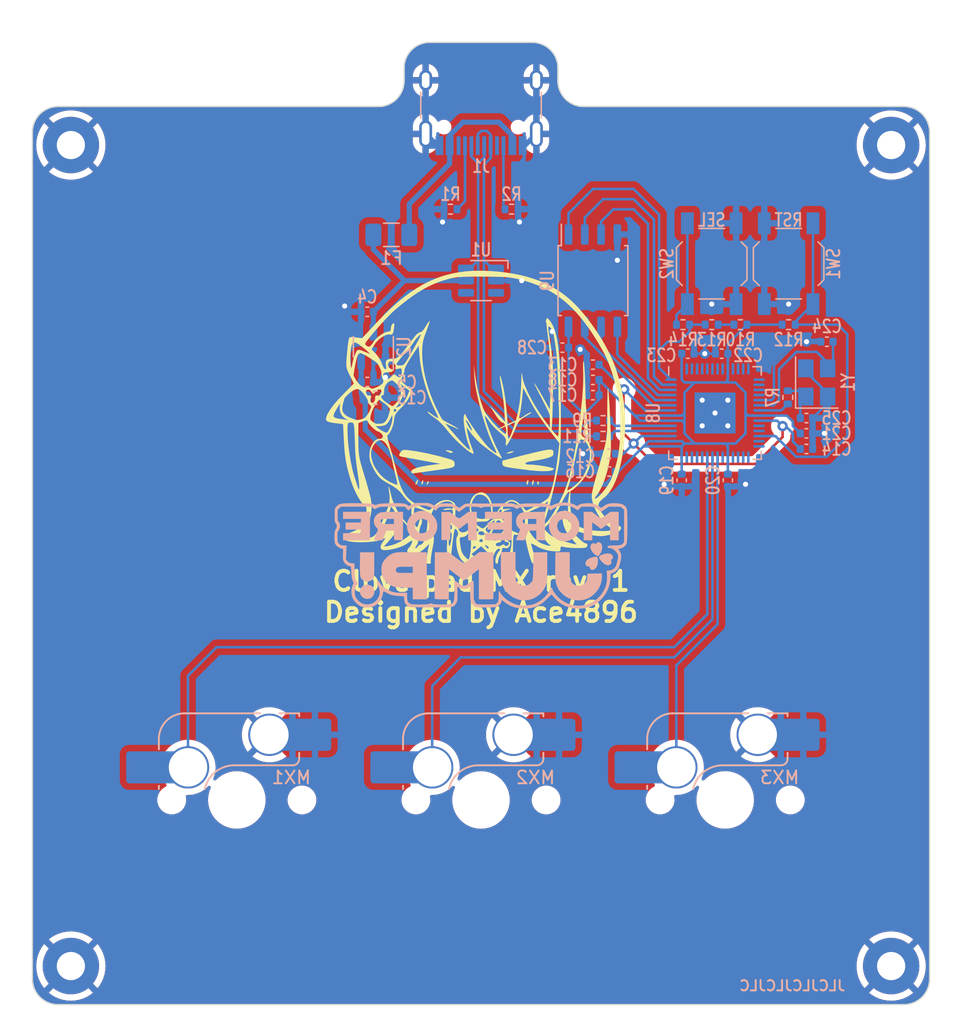
<source format=kicad_pcb>
(kicad_pcb (version 20240108) (generator "pcbnew") (generator_version "8.0")
  (title_block (title "Cloverpad MX") (rev "1"))
  (layers (0 "F.Cu" signal) (31 "B.Cu" signal) (34 "B.Paste" user) (35 "F.Paste" user) (36 "B.SilkS" user "B.Silkscreen") (37 "F.SilkS" user "F.Silkscreen") (38 "B.Mask" user) (39 "F.Mask" user) (44 "Edge.Cuts" user))
  (net 0 "")
  (net 1 "+3V3")
  (net 2 "GND")
  (net 3 "+5V")
  (net 4 "+1V1")
  (net 5 "XIN")
  (net 6 "Net-(C25-Pad2)")
  (net 7 "VBUS")
  (net 8 "Net-(J1-CC1)")
  (net 9 "D+")
  (net 10 "D-")
  (net 12 "Net-(J1-CC2)")
  (net 14 "Net-(U8-USB_DP)")
  (net 15 "Net-(R10-Pad2)")
  (net 16 "XOUT")
  (net 17 "Net-(U8-USB_DM)")
  (net 18 "Net-(R14-Pad1)")
  (net 19 "RESET")
  (net 20 "Q_SEL")
  (net 47 "Q_IO3")
  (net 48 "Q_CLK")
  (net 49 "Q_IO0")
  (net 50 "Q_IO2")
  (net 51 "Q_IO1")
  (net 57 "K1")
  (net 58 "K2")
  (net 59 "K3")
  (footprint "MountingHole:MountingHole_2.2mm_M2_Pad" (layer "F.Cu") (at 25.8 25.8)
    (property "Reference" "H1" (hide yes))
    (property "Value" "Mounting Hole")
  )
  (footprint "MountingHole:MountingHole_2.2mm_M2_Pad" (layer "F.Cu") (at 89.8 25.8)
    (property "Reference" "H2" (hide yes))
    (property "Value" "Mounting Hole")
  )
  (footprint "MountingHole:MountingHole_2.2mm_M2_Pad" (layer "F.Cu") (at 25.8 89.8)
    (property "Reference" "H3" (hide yes))
    (property "Value" "Mounting Hole")
  )
  (footprint "MountingHole:MountingHole_2.2mm_M2_Pad" (layer "F.Cu") (at 89.8 89.8)
    (property "Reference" "H4" (hide yes))
    (property "Value" "Mounting Hole")
  )
  (footprint "Package_SO:SOIC-8_5.23x5.23mm_P1.27mm" (layer "B.Cu") (at 66.53125 36.36875 -90)
    (property "Reference" "U9")
    (property "Value" "W25Q16JVSSIQ")
  )
  (footprint "Fuse:Fuse_1206_3216Metric" (layer "B.Cu") (at 50.8 32.8)
    (property "Reference" "F1")
    (property "Value" "500mA")
  )
  (footprint "Resistor_SMD:R_0402_1005Metric" (layer "B.Cu") (at 73.559358 39.8)
    (property "Reference" "R14")
    (property "Value" "1k")
  )
  (footprint "Capacitor_SMD:C_0402_1005Metric" (layer "B.Cu") (at 67.805 49.8625 180)
    (property "Reference" "C12")
    (property "Value" "1uF")
  )
  (footprint "Capacitor_SMD:C_0402_1005Metric" (layer "B.Cu") (at 77.05625 51.93 -90)
    (property "Reference" "C20")
    (property "Value" "100nF")
  )
  (footprint "Capacitor_SMD:C_0402_1005Metric" (layer "B.Cu") (at 67.805 51.251557 180)
    (property "Reference" "C16")
    (property "Value" "1uF")
  )
  (footprint "Capacitor_SMD:C_0603_1608Metric" (layer "B.Cu") (at 49.54375 45.49375)
    (property "Reference" "C15")
    (property "Value" "10uF")
  )
  (footprint "Capacitor_SMD:C_0402_1005Metric" (layer "B.Cu") (at 83.190543 47.084366 180)
    (property "Reference" "C25")
    (property "Value" "22pF")
  )
  (footprint "Capacitor_SMD:C_0402_1005Metric" (layer "B.Cu") (at 76.57625 42.061382 180)
    (property "Reference" "C22")
    (property "Value" "100nF")
  )
  (footprint "Resistor_SMD:R_0402_1005Metric" (layer "B.Cu") (at 81.8 39.8)
    (property "Reference" "R12")
    (property "Value" "5k1")
  )
  (footprint "Resistor_SMD:R_0402_1005Metric" (layer "B.Cu") (at 55.41875 30.8 180)
    (property "Reference" "R1")
    (property "Value" "5k1")
  )
  (footprint "Crystal:Crystal_SMD_3225-4Pin_3.2x2.5mm" (layer "B.Cu") (at 83.99375 44.30625 90)
    (property "Reference" "Y1")
    (property "Value" "12MHz")
  )
  (footprint "PCM_marbastlib-mx:SW_MX_HS_1u" (layer "B.Cu") (at 76.850016 76.85 180)
    (property "Reference" "MX3")
    (property "Value" "MX_SW_HS")
  )
  (footprint "Capacitor_SMD:C_0402_1005Metric" (layer "B.Cu") (at 66.53125 45.298427 180)
    (property "Reference" "C17")
    (property "Value" "100nF")
  )
  (footprint "Package_TO_SOT_SMD:SOT-23-3" (layer "B.Cu") (at 49.4 41.525 90)
    (property "Reference" "U2")
    (property "Value" "XC6206P332MR")
  )
  (footprint "PCM_marbastlib-various:SOT-23-6-routable" (layer "B.Cu") (at 57.8 36.36875 180)
    (property "Reference" "U1")
    (property "Value" "SRV05-4")
  )
  (footprint "Capacitor_SMD:C_0402_1005Metric" (layer "B.Cu") (at 64.152335 41.59375 180)
    (property "Reference" "C28")
    (property "Value" "1uF")
  )
  (footprint "Capacitor_SMD:C_0402_1005Metric" (layer "B.Cu") (at 66.53125 44.107801 180)
    (property "Reference" "C18")
    (property "Value" "100nF")
  )
  (footprint "Capacitor_SMD:C_0402_1005Metric" (layer "B.Cu") (at 66.53125 42.917175 180)
    (property "Reference" "C13")
    (property "Value" "100nF")
  )
  (footprint "Capacitor_SMD:C_0402_1005Metric" (layer "B.Cu") (at 73.45625 51.93 -90)
    (property "Reference" "C19")
    (property "Value" "100nF")
  )
  (footprint "Button_Switch_SMD:SW_SPST_TL3342" (layer "B.Cu") (at 75.8 35.05 90)
    (property "Reference" "SW2")
    (property "Value" "SW_Push")
  )
  (footprint "Resistor_SMD:R_0402_1005Metric" (layer "B.Cu") (at 67.325 47.277929)
    (property "Reference" "R9")
    (property "Value" "27")
  )
  (footprint "Capacitor_SMD:C_0402_1005Metric" (layer "B.Cu") (at 48.922768 38.8 180)
    (property "Reference" "C4")
    (property "Value" "1uF")
  )
  (footprint "Resistor_SMD:R_0402_1005Metric" (layer "B.Cu") (at 75.8 39.8 180)
    (property "Reference" "R13")
    (property "Value" "5k1")
  )
  (footprint "Resistor_SMD:R_0402_1005Metric" (layer "B.Cu") (at 78.040642 39.8 180)
    (property "Reference" "R10")
    (property "Value" "5k1")
  )
  (footprint "Button_Switch_SMD:SW_SPST_TL3342" (layer "B.Cu") (at 81.8 35.05 -90)
    (property "Reference" "SW1")
    (property "Value" "SW_Push")
  )
  (footprint "PCM_marbastlib-mx:SW_MX_HS_1u" (layer "B.Cu") (at 57.8 76.85 180)
    (property "Reference" "MX2")
    (property "Value" "MX_SW_HS")
  )
  (footprint "Capacitor_SMD:C_0402_1005Metric" (layer "B.Cu") (at 73.93625 42.061382)
    (property "Reference" "C23")
    (property "Value" "100nF")
  )
  (footprint "Capacitor_SMD:C_0402_1005Metric" (layer "B.Cu") (at 84.7875 41.13125)
    (property "Reference" "C24")
    (property "Value" "22pF")
  )
  (footprint "PCM_marbastlib-mx:SW_MX_HS_1u" (layer "B.Cu") (at 38.749984 76.850016 180)
    (property "Reference" "MX1")
    (property "Value" "MX_SW_HS")
  )
  (footprint "Resistor_SMD:R_0402_1005Metric" (layer "B.Cu") (at 60.18125 30.8)
    (property "Reference" "R2")
    (property "Value" "5k1")
  )
  (footprint "PCM_marbastlib-various:USB_C_Receptacle_HRO_TYPE-C-31-M-12" (layer "B.Cu") (at 57.8 21.8)
    (property "Reference" "J1")
    (property "Value" "USB_C_Receptacle_USB2.0")
  )
  (footprint "Resistor_SMD:R_0402_1005Metric" (layer "B.Cu") (at 81.737261 45.46792 -90)
    (property "Reference" "R7")
    (property "Value" "1k")
  )
  (footprint "Capacitor_SMD:C_0402_1005Metric" (layer "B.Cu") (at 83.190543 48.274992)
    (property "Reference" "C21")
    (property "Value" "100nF")
  )
  (footprint "Capacitor_SMD:C_0402_1005Metric" (layer "B.Cu") (at 83.190543 49.490618)
    (property "Reference" "C14")
    (property "Value" "100nF")
  )
  (footprint "Package_DFN_QFN:QFN-56-1EP_7x7mm_P0.4mm_EP3.2x3.2mm" (layer "B.Cu") (at 76.05625 46.6875 -90)
    (property "Reference" "U8")
    (property "Value" "RP2040")
  )
  (footprint "Resistor_SMD:R_0402_1005Metric" (layer "B.Cu") (at 67.325 48.503222)
    (property "Reference" "R11")
    (property "Value" "27")
  )
  (footprint "Capacitor_SMD:C_0402_1005Metric" (layer "B.Cu") (at 48.932008 44.267151)
    (property "Reference" "C5")
    (property "Value" "1uF")
  )
  (gr_poly (pts (xy 66.734579 57.891895) (xy 66.715594 57.893066) (xy 66.673914 57.897638) (xy 66.627047 57.904987) (xy 66.574702 57.914877) (xy 66.502029 57.931361) (xy 66.432974 57.950826) (xy 66.367725 57.973127) (xy 66.306469 57.99812) (xy 66.249393 58.025659) (xy 66.196685 58.0556) (xy 66.148531 58.087799) (xy 66.10512 58.12211) (xy 66.066639 58.15839) (xy 66.033275 58.196492) (xy 66.01857 58.216182) (xy 66.005215 58.236274) (xy 65.993233 58.256749) (xy 65.982647 58.277589) (xy 65.973481 58.298777) (xy 65.965758 58.320294) (xy 65.959501 58.342122) (xy 65.954735 58.364243) (xy 65.951482 58.386639) (xy 65.949766 58.409292) (xy 65.949611 58.432183) (xy 65.951039 58.455296) (xy 65.952289 58.465316) (xy 65.954093 58.475218) (xy 65.956427 58.48499) (xy 65.959269 58.494617) (xy 65.962596 58.504086) (xy 65.966385 58.513385) (xy 65.970615 58.5225) (xy 65.975261 58.531417) (xy 65.980302 58.540124) (xy 65.985716 58.548607) (xy 65.991478 58.556853) (xy 65.997567 58.564848) (xy 66.010635 58.580034) (xy 66.024738 58.594058) (xy 66.039696 58.606815) (xy 66.055326 58.618198) (xy 66.071449 58.628101) (xy 66.087883 58.636417) (xy 66.09616 58.639947) (xy 66.104447 58.64304) (xy 66.112721 58.645684) (xy 66.12096 58.647865) (xy 66.129141 58.649569) (xy 66.137241 58.650784) (xy 66.145238 58.651496) (xy 66.153109 58.651691) (xy 66.175572 58.651726) (xy 66.194819 58.652292) (xy 66.211135 58.653463) (xy 66.218285 58.654299) (xy 66.224809 58.655314) (xy 66.230744 58.656516) (xy 66.236125 58.657916) (xy 66.240988 58.659523) (xy 66.24537 58.661345) (xy 66.249305 58.663392) (xy 66.25283 58.665673) (xy 66.255979 58.668197) (xy 66.25879 58.670974) (xy 66.261298 58.674012) (xy 66.263539 58.677322) (xy 66.265547 58.680911) (xy 66.26736 58.68479) (xy 66.270542 58.693452) (xy 66.273369 58.703381) (xy 66.279105 58.727335) (xy 66.282587 58.741507) (xy 66.286859 58.757241) (xy 66.290801 58.769586) (xy 66.295699 58.782299) (xy 66.301624 58.795239) (xy 66.308648 58.808264) (xy 66.316843 58.821234) (xy 66.326278 58.834006) (xy 66.331484 58.840274) (xy 66.337027 58.84644) (xy 66.342916 58.852486) (xy 66.34916 58.858394) (xy 66.355768 58.864147) (xy 66.362749 58.869727) (xy 66.370112 58.875117) (xy 66.377866 58.880298) (xy 66.386019 58.885253) (xy 66.394581 58.889965) (xy 66.40356 58.894415) (xy 66.412966 58.898586) (xy 66.422807 58.902461) (xy 66.433092 58.906021) (xy 66.443831 58.90925) (xy 66.455032 58.912128) (xy 66.466704 58.91464) (xy 66.478856 58.916766) (xy 66.491497 58.91849) (xy 66.504636 58.919793) (xy 66.509673 58.919996) (xy 66.515068 58.919826) (xy 66.526839 58.918412) (xy 66.53977 58.915648) (xy 66.553682 58.911631) (xy 66.568396 58.906456) (xy 66.583733 58.90022) (xy 66.599513 58.89302) (xy 66.615559 58.884951) (xy 66.63169 58.876111) (xy 66.647729 58.866595) (xy 66.663495 58.856499) (xy 66.67881 58.845921) (xy 66.693496 58.834956) (xy 66.707372 58.823701) (xy 66.72026 58.812252) (xy 66.731982 58.800705) (xy 66.755732 58.774495) (xy 66.777696 58.747259) (xy 66.797907 58.718882) (xy 66.816401 58.689249) (xy 66.833214 58.658243) (xy 66.84838 58.625751) (xy 66.861934 58.591655) (xy 66.873912 58.555842) (xy 66.88435 58.518196) (xy 66.893281 58.478602) (xy 66.900742 58.436943) (xy 66.906768 58.393106) (xy 66.911393 58.346974) (xy 66.914653 58.298432) (xy 66.916583 58.247366) (xy 66.917219 58.193659) (xy 66.916606 58.140665) (xy 66.914572 58.093515) (xy 66.910829 58.051972) (xy 66.908226 58.03323) (xy 66.905086 58.015801) (xy 66.901374 57.999656) (xy 66.897053 57.984766) (xy 66.892088 57.971101) (xy 66.886442 57.958631) (xy 66.880078 57.947327) (xy 66.872961 57.937159) (xy 66.865054 57.928099) (xy 66.856321 57.920116) (xy 66.846726 57.913182) (xy 66.836232 57.907265) (xy 66.824804 57.902338) (xy 66.812405 57.898371) (xy 66.798999 57.895333) (xy 66.78455 57.893197) (xy 66.769021 57.891931) (xy 66.752376 57.891507)) (fill solid) (layer "B.SilkS"))
  (gr_poly (pts (xy 58.106594 54.944084) (xy 59.535345 54.944084) (xy 59.535345 55.221896) (xy 58.305032 55.221896) (xy 58.305032 55.777521) (xy 59.535345 55.777521) (xy 59.535345 56.055334) (xy 58.106594 56.055334) (xy 58.106594 56.610959) (xy 60.210032 56.610959) (xy 60.210032 54.388459) (xy 58.106594 54.388459)) (fill solid) (layer "B.SilkS"))
  (gr_poly (pts (xy 59.345518 58.515959) (xy 59.345779 58.932384) (xy 59.350987 59.293087) (xy 59.3556 59.44512) (xy 59.361635 59.574318) (xy 59.369154 59.677709) (xy 59.378218 59.752328) (xy 59.397239 59.850084) (xy 59.421301 59.945642) (xy 59.450233 60.038889) (xy 59.483861 60.129712) (xy 59.522015 60.217999) (xy 59.564522 60.303637) (xy 59.611211 60.386513) (xy 59.661909 60.466514) (xy 59.716446 60.543529) (xy 59.774648 60.617443) (xy 59.836344 60.688146) (xy 59.901362 60.755523) (xy 59.96953 60.819462) (xy 60.040677 60.879851) (xy 60.114629 60.936577) (xy 60.191217 60.989526) (xy 60.270267 61.038588) (xy 60.351607 61.083648) (xy 60.435067 61.124595) (xy 60.520473 61.161315) (xy 60.607654 61.193696) (xy 60.696438 61.221625) (xy 60.786654 61.244989) (xy 60.878128 61.263677) (xy 60.97069 61.277574) (xy 61.064168 61.286569) (xy 61.158389 61.290549) (xy 61.253182 61.289401) (xy 61.348374 61.283013) (xy 61.443794 61.271271) (xy 61.539271 61.254063) (xy 61.634631 61.231277) (xy 61.634629 61.231277) (xy 61.730595 61.202711) (xy 61.823981 61.16935) (xy 61.914707 61.131261) (xy 62.002698 61.088507) (xy 62.087875 61.041156) (xy 62.170161 60.989271) (xy 62.249477 60.93292) (xy 62.325746 60.872166) (xy 62.39889 60.807077) (xy 62.468831 60.737717) (xy 62.535492 60.664151) (xy 62.598795 60.586446) (xy 62.658662 60.504666) (xy 62.715016 60.418878) (xy 62.767778 60.329147) (xy 62.81687 60.235537) (xy 62.828796 60.20949) (xy 62.841869 60.179651) (xy 62.858054 60.141017) (xy 62.876128 60.095403) (xy 62.885492 60.070544) (xy 62.89487 60.044619) (xy 62.904109 60.017856) (xy 62.913056 59.990481) (xy 62.92156 59.962719) (xy 62.929467 59.934798) (xy 62.935778 59.899633) (xy 62.941371 59.845487) (xy 62.950576 59.691983) (xy 62.957424 59.497742) (xy 62.962258 59.286219) (xy 62.968313 58.736432) (xy 62.968313 57.543615) (xy 61.896751 57.543615) (xy 61.876527 58.595334) (xy 61.864938 59.044639) (xy 61.849679 59.394778) (xy 61.840901 59.528654) (xy 61.831479 59.63293) (xy 61.821505 59.706003) (xy 61.816339 59.730338) (xy 61.811069 59.746271) (xy 61.800107 59.767862) (xy 61.786451 59.790662) (xy 61.770352 59.814425) (xy 61.752059 59.838904) (xy 61.731825 59.863851) (xy 61.709901 59.88902) (xy 61.686536 59.914164) (xy 61.661983 59.939037) (xy 61.636492 59.963391) (xy 61.610314 59.986979) (xy 61.5837 60.009555) (xy 61.556901 60.030872) (xy 61.530168 60.050682) (xy 61.503752 60.06874) (xy 61.477904 60.084798) (xy 61.452876 60.098609) (xy 61.428357 60.109346) (xy 61.399977 60.11852) (xy 61.368222 60.12614) (xy 61.333575 60.132214) (xy 61.296522 60.136752) (xy 61.257548 60.139762) (xy 61.217138 60.141254) (xy 61.175776 60.141237) (xy 61.133948 60.139718) (xy 61.092139 60.136708) (xy 61.050833 60.132216) (xy 61.010516 60.12625) (xy 60.971673 60.118818) (xy 60.934788 60.109932) (xy 60.900346 60.099598) (xy 60.868833 60.087826) (xy 60.854753 60.081413) (xy 60.839903 60.073654) (xy 60.82441 60.064655) (xy 60.8084 60.054521) (xy 60.792001 60.043356) (xy 60.775339 60.031266) (xy 60.758539 60.018357) (xy 60.741729 60.004733) (xy 60.725036 59.9905) (xy 60.708585 59.975763) (xy 60.692503 59.960626) (xy 60.676917 59.945196) (xy 60.661953 59.929577) (xy 60.647739 59.913875) (xy 60.634399 59.898195) (xy 60.622061 59.882642) (xy 60.507689 59.732778) (xy 60.495974 58.648425) (xy 60.492671 58.225172) (xy 60.492553 57.929863) (xy 60.495327 57.525411) (xy 60.333254 57.523629) (xy 60.19938 57.522985) (xy 59.836281 57.522279) (xy 59.350188 57.520652)) (fill solid) (layer "B.SilkS"))
  (gr_poly (pts (xy 48.351392 58.41674) (xy 48.348285 58.739512) (xy 48.349795 58.995117) (xy 48.352752 59.100896) (xy 48.357427 59.193678) (xy 48.36401 59.274729) (xy 48.372688 59.345315) (xy 48.38365 59.4067) (xy 48.397084 59.460149) (xy 48.413179 59.506929) (xy 48.432122 59.548303) (xy 48.454101 59.585537) (xy 48.479306 59.619896) (xy 48.507924 59.652646) (xy 48.540144 59.685051) (xy 48.555565 59.699038) (xy 48.571849 59.712305) (xy 48.588943 59.724847) (xy 48.606796 59.736659) (xy 48.625356 59.747736) (xy 48.644571 59.758074) (xy 48.684759 59.776507) (xy 48.726946 59.791919) (xy 48.770718 59.804269) (xy 48.815662 59.813515) (xy 48.861362 59.819618) (xy 48.907405 59.822536) (xy 48.953377 59.822229) (xy 48.998863 59.818656) (xy 49.04345 59.811776) (xy 49.086723 59.801549) (xy 49.107737 59.795167) (xy 49.128268 59.787934) (xy 49.148263 59.779843) (xy 49.16767 59.770889) (xy 49.186439 59.761069) (xy 49.204517 59.750376) (xy 49.204517 59.750375) (xy 49.251031 59.720612) (xy 49.272138 59.706401) (xy 49.291874 59.692352) (xy 49.310285 59.678252) (xy 49.327416 59.663888) (xy 49.343313 59.649045) (xy 49.358024 59.633511) (xy 49.371592 59.617071) (xy 49.384066 59.599512) (xy 49.39549 59.580622) (xy 49.405911 59.560185) (xy 49.415375 59.537988) (xy 49.423928 59.513819) (xy 49.431615 59.487463) (xy 49.438484 59.458707) (xy 49.44458 59.427338) (xy 49.449948 59.393142) (xy 49.454636 59.355904) (xy 49.458689 59.315413) (xy 49.462153 59.271454) (xy 49.465074 59.223814) (xy 49.467499 59.172279) (xy 49.469472 59.116635) (xy 49.472252 58.99217) (xy 49.473782 58.848708) (xy 49.474429 58.684542) (xy 49.474563 58.497965) (xy 49.474563 57.543615) (xy 48.363314 57.543615)) (fill solid) (layer "B.SilkS"))
  (gr_poly (pts (xy 64.199217 53.66247) (xy 64.094046 53.66944) (xy 63.989735 53.681411) (xy 63.886928 53.698386) (xy 63.786269 53.720369) (xy 63.688402 53.747364) (xy 63.59397 53.779372) (xy 63.503618 53.816398) (xy 63.278458 53.917444) (xy 63.103542 53.82553) (xy 63.073106 53.809845) (xy 63.044243 53.796054) (xy 63.029928 53.789831) (xy 63.015438 53.784037) (xy 63.000583 53.778656) (xy 62.985174 53.773674) (xy 62.96902 53.769075) (xy 62.951934 53.764844) (xy 62.933724 53.760967) (xy 62.914202 53.757428) (xy 62.893179 53.754212) (xy 62.870463 53.751304) (xy 62.845867 53.74869) (xy 62.8192 53.746353) (xy 62.758896 53.742455) (xy 62.688036 53.739488) (xy 62.605104 53.737333) (xy 62.508582 53.73587) (xy 62.396955 53.734978) (xy 62.268707 53.734537) (xy 61.956282 53.734527) (xy 61.46364 53.737624) (xy 61.284012 53.741574) (xy 61.141004 53.747566) (xy 61.02873 53.75593) (xy 60.941309 53.766999) (xy 60.872857 53.781103) (xy 60.817492 53.798572) (xy 60.789736 53.808945) (xy 60.764574 53.817897) (xy 60.741541 53.825411) (xy 60.72017 53.831473) (xy 60.699996 53.836065) (xy 60.680553 53.839172) (xy 60.670961 53.840164) (xy 60.661377 53.840778) (xy 60.651743 53.841013) (xy 60.642 53.840866) (xy 60.632092 53.840337) (xy 60.621958 53.839421) (xy 60.600785 53.836427) (xy 60.578015 53.831867) (xy 60.553183 53.825726) (xy 60.525823 53.817988) (xy 60.495469 53.808636) (xy 60.423918 53.785027) (xy 60.385483 53.772476) (xy 60.348097 53.761437) (xy 60.310201 53.751849) (xy 60.270239 53.74365) (xy 60.226651 53.736778) (xy 60.177881 53.731172) (xy 60.12237 53.726771) (xy 60.05856 53.723512) (xy 59.984894 53.721335) (xy 59.899814 53.720177) (xy 59.801762 53.719977) (xy 59.68918 53.720673) (xy 59.414195 53.724508) (xy 59.062396 53.731188) (xy 58.185452 53.74432) (xy 57.859708 53.745982) (xy 57.670032 53.743821) (xy 57.45132 53.736832) (xy 57.249272 53.733705) (xy 57.066248 53.734344) (xy 56.90461 53.738651) (xy 56.766715 53.746533) (xy 56.654925 53.757891) (xy 56.609556 53.764844) (xy 56.571598 53.772631) (xy 56.541346 53.781239) (xy 56.519095 53.790656) (xy 56.496024 53.803898) (xy 56.46843 53.821011) (xy 56.437353 53.84128) (xy 56.403828 53.863991) (xy 56.368896 53.888428) (xy 56.333593 53.913877) (xy 56.298958 53.939622) (xy 56.266029 53.964949) (xy 56.2409 53.984508) (xy 56.21835 54.00166) (xy 56.198108 54.016475) (xy 56.179903 54.029026) (xy 56.163464 54.039382) (xy 56.148521 54.047615) (xy 56.141525 54.050956) (xy 56.134802 54.053794) (xy 56.128317 54.056135) (xy 56.122037 54.05799) (xy 56.115928 54.059366) (xy 56.109955 54.060274) (xy 56.104086 54.060721) (xy 56.098286 54.060717) (xy 56.092521 54.06027) (xy 56.086758 54.059389) (xy 56.080962 54.058083) (xy 56.0751 54.056361) (xy 56.069138 54.054231) (xy 56.063043 54.051703) (xy 56.050314 54.045487) (xy 56.036643 54.037782) (xy 56.02176 54.02866) (xy 55.857666 53.925025) (xy 55.791487 53.88379) (xy 55.73357 53.848907) (xy 55.682178 53.819848) (xy 55.635574 53.796085) (xy 55.59202 53.77709) (xy 55.549779 53.762336) (xy 55.507114 53.751294) (xy 55.462288 53.743437) (xy 55.413563 53.738236) (xy 55.359203 53.735165) (xy 55.297469 53.733695) (xy 55.226625 53.733299) (xy 55.050657 53.733615) (xy 54.898783 53.734155) (xy 54.77797 53.736318) (xy 54.682544 53.740922) (xy 54.64258 53.744395) (xy 54.606837 53.748784) (xy 54.574605 53.754193) (xy 54.545175 53.760723) (xy 54.51784 53.768476) (xy 54.491889 53.777555) (xy 54.466615 53.788062) (xy 54.441308 53.800099) (xy 54.387759 53.82917) (xy 54.220955 53.924725) (xy 53.971041 53.809327) (xy 53.928994 53.790122) (xy 53.890491 53.773167) (xy 53.854606 53.758323) (xy 53.820414 53.745449) (xy 53.786989 53.734407) (xy 53.753405 53.725057) (xy 53.718737 53.717259) (xy 53.682059 53.710875) (xy 53.642445 53.705764) (xy 53.598969 53.701787) (xy 53.550707 53.698804) (xy 53.496732 53.696677) (xy 53.436118 53.695265) (xy 53.36794 53.694429) (xy 53.205188 53.693928) (xy 53.040511 53.694387) (xy 52.91096 53.696588) (xy 52.856902 53.698726) (xy 52.808678 53.701763) (xy 52.765307 53.705852) (xy 52.725806 53.711147) (xy 52.689194 53.717803) (xy 52.654488 53.725974) (xy 52.620707 53.735814) (xy 52.586867 53.747478) (xy 52.551987 53.761118) (xy 52.515084 53.776891) (xy 52.431283 53.815448) (xy 52.173314 53.936969) (xy 52.042327 53.84782) (xy 52.007343 53.825883) (xy 51.969658 53.806196) (xy 51.949531 53.797171) (xy 51.928404 53.788679) (xy 51.882713 53.773253) (xy 51.831716 53.759838) (xy 51.774545 53.748355) (xy 51.710331 53.738724) (xy 51.638207 53.730864) (xy 51.557302 53.724698) (xy 51.46675 53.720145) (xy 51.365682 53.717125) (xy 51.253228 53.715559) (xy 51.128522 53.715367) (xy 50.990694 53.71647) (xy 50.6722 53.722243) (xy 50.454427 53.727901) (xy 50.273024 53.734248) (xy 50.123829 53.741656) (xy 50.002679 53.750495) (xy 49.905411 53.761137) (xy 49.827862 53.773954) (xy 49.765871 53.789316) (xy 49.715274 53.807595) (xy 49.689135 53.818697) (xy 49.665686 53.828312) (xy 49.644566 53.836438) (xy 49.625413 53.84307) (xy 49.607867 53.848207) (xy 49.591567 53.851845) (xy 49.583771 53.853101) (xy 49.576151 53.853981) (xy 49.568662 53.854485) (xy 49.561259 53.854612) (xy 49.553896 53.854362) (xy 49.546528 53.853735) (xy 49.539111 53.85273) (xy 49.531599 53.851348) (xy 49.516109 53.847446) (xy 49.499698 53.842028) (xy 49.482004 53.83509) (xy 49.462667 53.826629) (xy 49.441325 53.816642) (xy 49.417617 53.805126) (xy 49.394336 53.794581) (xy 49.369005 53.785057) (xy 49.340713 53.776484) (xy 49.308548 53.768795) (xy 49.2716 53.761921) (xy 49.228957 53.755795) (xy 49.179707 53.750348) (xy 49.122939 53.745512) (xy 49.057743 53.741219) (xy 48.983207 53.737399) (xy 48.898419 53.733987) (xy 48.802468 53.730912) (xy 48.573432 53.725503) (xy 48.288809 53.720628) (xy 47.812297 53.715441) (xy 47.437232 53.71788) (xy 47.28297 53.722804) (xy 47.148342 53.730649) (xy 47.031439 53.741753) (xy 46.930353 53.756453) (xy 46.843174 53.775088) (xy 46.767993 53.797996) (xy 46.702901 53.825515) (xy 46.645989 53.857983) (xy 46.595349 53.895738) (xy 46.54907 53.939117) (xy 46.505243 53.98846) (xy 46.461961 54.044104) (xy 46.448815 54.062571) (xy 46.437115 54.080876) (xy 46.431782 54.09016) (xy 46.426778 54.099635) (xy 46.422096 54.109378) (xy 46.417722 54.119466) (xy 46.413649 54.129977) (xy 46.409865 54.140987) (xy 46.406359 54.152575) (xy 46.403123 54.164816) (xy 46.400144 54.177788) (xy 46.397414 54.191569) (xy 46.394922 54.206235) (xy 46.392657 54.221864) (xy 46.388768 54.256319) (xy 46.385665 54.295552) (xy 46.383265 54.34018) (xy 46.381487 54.39082) (xy 46.380247 54.44809) (xy 46.379464 54.512608) (xy 46.378936 54.665857) (xy 46.379422 54.822305) (xy 46.3814 54.945565) (xy 46.385649 55.041141) (xy 46.388868 55.080267) (xy 46.392948 55.114535) (xy 46.397985 55.144633) (xy 46.404077 55.171249) (xy 46.41132 55.195071) (xy 46.419814 55.216786) (xy 46.429654 55.237083) (xy 46.440939 55.256649) (xy 46.468232 55.29634) (xy 46.488139 55.324108) (xy 46.505348 55.350179) (xy 46.512938 55.362699) (xy 46.51985 55.37494) (xy 46.526083 55.386952) (xy 46.531636 55.398781) (xy 46.536508 55.410478) (xy 46.540698 55.42209) (xy 46.544205 55.433667) (xy 46.547028 55.445256) (xy 46.549165 55.456906) (xy 46.550616 55.468666) (xy 46.55138 55.480584) (xy 46.551455 55.49271) (xy 46.55084 55.505091) (xy 46.549535 55.517775) (xy 46.547538 55.530813) (xy 46.544848 55.544251) (xy 46.541465 55.55814) (xy 46.537386 55.572526) (xy 46.532612 55.58746) (xy 46.52714 55.602989) (xy 46.514102 55.636027) (xy 46.498262 55.67203) (xy 46.479613 55.711385) (xy 46.458146 55.754482) (xy 46.442908 55.785193) (xy 46.429279 55.814307) (xy 46.417175 55.842337) (xy 46.406507 55.869794) (xy 46.39719 55.897192) (xy 46.389137 55.925042) (xy 46.382261 55.953857) (xy 46.376476 55.98415) (xy 46.371696 56.016432) (xy 46.367834 56.051215) (xy 46.364803 56.089013) (xy 46.362517 56.130338) (xy 46.36089 56.175701) (xy 46.359835 56.225616) (xy 46.359095 56.341147) (xy 46.360055 56.429402) (xy 46.36287 56.512933) (xy 46.367442 56.590798) (xy 46.373673 56.662053) (xy 46.381465 56.725757) (xy 46.390721 56.780966) (xy 46.401342 56.826739) (xy 46.407133 56.845793) (xy 46.41323 56.862134) (xy 46.420251 56.878043) (xy 46.427983 56.893884) (xy 46.44549 56.925288) (xy 46.465576 56.956201) (xy 46.488066 56.986479) (xy 46.512783 57.015977) (xy 46.539552 57.044551) (xy 46.568199 57.072057) (xy 46.598548 57.09835) (xy 46.630423 57.123287) (xy 46.663649 57.146722) (xy 46.69805 57.168511) (xy 46.733452 57.188509) (xy 46.769679 57.206574) (xy 46.806556 57.222559) (xy 46.843907 57.236321) (xy 46.881556 57.247716) (xy 47.043222 57.291248) (xy 47.025223 57.655556) (xy 47.022358 57.731573) (xy 47.021139 57.807971) (xy 47.021487 57.882686) (xy 47.023325 57.953653) (xy 47.026578 58.018809) (xy 47.031166 58.07609) (xy 47.037014 58.123432) (xy 47.040386 58.142731) (xy 47.044044 58.158771) (xy 47.050313 58.180059) (xy 47.057829 58.201433) (xy 47.066534 58.222845) (xy 47.076373 58.244244) (xy 47.099226 58.286803) (xy 47.125934 58.328709) (xy 47.156044 58.369562) (xy 47.189105 58.408963) (xy 47.224663 58.446511) (xy 47.262267 58.481806) (xy 47.301465 58.514447) (xy 47.341802 58.544035) (xy 47.382828 58.570169) (xy 47.424089 58.592449) (xy 47.444666 58.602018) (xy 47.465133 58.610474) (xy 47.485433 58.617766) (xy 47.505508 58.623845) (xy 47.525303 58.628659) (xy 47.544762 58.63216) (xy 47.563826 58.634298) (xy 47.582441 58.635021) (xy 47.588797 58.635146) (xy 47.594806 58.635558) (xy 47.600482 58.63632) (xy 47.605837 58.637491) (xy 47.610883 58.639131) (xy 47.613295 58.640146) (xy 47.615635 58.641302) (xy 47.617904 58.642605) (xy 47.620104 58.644063) (xy 47.622237 58.645683) (xy 47.624304 58.647474) (xy 47.626307 58.649443) (xy 47.628247 58.651597) (xy 47.630127 58.653944) (xy 47.631947 58.656491) (xy 47.633709 58.659246) (xy 47.635416 58.662217) (xy 47.638667 58.668835) (xy 47.641714 58.676405) (xy 47.644568 58.684989) (xy 47.647243 58.694645) (xy 47.649752 58.705436) (xy 47.652108 58.71742) (xy 47.654324 58.730658) (xy 47.656411 58.745212) (xy 47.658385 58.76114) (xy 47.660256 58.778504) (xy 47.662039 58.797363) (xy 47.663745 58.817779) (xy 47.665389 58.839811) (xy 47.668539 58.888966) (xy 47.671591 58.945312) (xy 47.674649 59.009331) (xy 47.677816 59.081506) (xy 47.683667 59.195736) (xy 47.691084 59.298351) (xy 47.700253 59.390569) (xy 47.711363 59.473606) (xy 47.724599 59.548678) (xy 47.74015 59.617002) (xy 47.758203 59.679795) (xy 47.778945 59.738272) (xy 47.861054 59.948554) (xy 47.776798 60.135147) (xy 47.754028 60.190756) (xy 47.734534 60.249204) (xy 47.718305 60.310095) (xy 47.705332 60.373032) (xy 47.695606 60.437619) (xy 47.689118 60.503459) (xy 47.685859 60.570156) (xy 47.685819 60.637315) (xy 47.688989 60.704537) (xy 47.69536 60.771428) (xy 47.704922 60.83759) (xy 47.717667 60.902628) (xy 47.733585 60.966145) (xy 47.752667 61.027744) (xy 47.774904 61.087029) (xy 47.800286 61.143604) (xy 47.827483 61.195329) (xy 47.85826 61.246878) (xy 47.892303 61.297959) (xy 47.929301 61.34828) (xy 47.968939 61.397548) (xy 48.010905 61.445472) (xy 48.054885 61.49176) (xy 48.100566 61.53612) (xy 48.147635 61.578259) (xy 48.195779 61.617885) (xy 48.244684 61.654707) (xy 48.294038 61.688432) (xy 48.343527 61.718768) (xy 48.392839 61.745424) (xy 48.441659 61.768107) (xy 48.489676 61.786525) (xy 48.535696 61.800698) (xy 48.584747 61.81299) (xy 48.636395 61.823398) (xy 48.690204 61.831922) (xy 48.74574 61.838564) (xy 48.802568 61.843321) (xy 48.860252 61.846193) (xy 48.918359 61.847182) (xy 48.976453 61.846284) (xy 49.0341 61.843502) (xy 49.090864 61.838834) (xy 49.146311 61.83228) (xy 49.200005 61.823839) (xy 49.251513 61.813512) (xy 49.300399 61.801297) (xy 49.346229 61.787195) (xy 49.388808 61.77098) (xy 49.432584 61.751051) (xy 49.477238 61.727682) (xy 49.52245 61.701146) (xy 49.567902 61.671715) (xy 49.613274 61.639663) (xy 49.658246 61.605262) (xy 49.702499 61.568785) (xy 49.745715 61.530505) (xy 49.787574 61.490696) (xy 49.827756 61.449629) (xy 49.865942 61.407577) (xy 49.901813 61.364815) (xy 49.935049 61.321614) (xy 49.965332 61.278247) (xy 49.992342 61.234987) (xy 50.002733 61.216372) (xy 50.01327 61.195791) (xy 50.02388 61.173458) (xy 50.034491 61.149586) (xy 50.05542 61.098073) (xy 50.075471 61.042953) (xy 50.094058 60.985925) (xy 50.110595 60.928692) (xy 50.117912 60.900529) (xy 50.124497 60.872952) (xy 50.130277 60.846173) (xy 50.135178 60.820406) (xy 50.144336 60.771581) (xy 50.153875 60.726504) (xy 50.163513 60.68613) (xy 50.172973 60.651409) (xy 50.181972 60.623296) (xy 50.186213 60.612015) (xy 50.190233 60.602742) (xy 50.193999 60.595598) (xy 50.197474 60.590701) (xy 50.200625 60.58817) (xy 50.202068 60.58783) (xy 50.203417 60.588125) (xy 50.231994 60.602469) (xy 50.291169 60.632658) (xy 50.466751 60.722882) (xy 50.520862 60.750126) (xy 50.573267 60.775094) (xy 50.624498 60.797916) (xy 50.675083 60.818721) (xy 50.725554 60.837642) (xy 50.776439 60.854808) (xy 50.82827 60.870349) (xy 50.881577 60.884396) (xy 50.936889 60.89708) (xy 50.994736 60.90853) (xy 51.055649 60.918878) (xy 51.120157 60.928254) (xy 51.188791 60.936788) (xy 51.262081 60.944611) (xy 51.424749 60.958644) (xy 51.787434 60.986128) (xy 51.804351 61.220013) (xy 51.808377 61.265329) (xy 51.813774 61.308139) (xy 51.820644 61.348629) (xy 51.829084 61.386982) (xy 51.839197 61.423386) (xy 51.851081 61.458024) (xy 51.864837 61.491081) (xy 51.880564 61.522744) (xy 51.898362 61.553196) (xy 51.918332 61.582624) (xy 51.940573 61.611212) (xy 51.965185 61.639145) (xy 51.992268 61.666609) (xy 52.021922 61.693788) (xy 52.054247 61.720869) (xy 52.089342 61.748035) (xy 52.099181 61.755234) (xy 52.109021 61.762002) (xy 52.119147 61.768354) (xy 52.129848 61.774306) (xy 52.14141 61.779871) (xy 52.154121 61.785066) (xy 52.168266 61.789905) (xy 52.184134 61.794404) (xy 52.202011 61.798578) (xy 52.222184 61.802441) (xy 52.24494 61.806009) (xy 52.270567 61.809298) (xy 52.29935 61.812321) (xy 52.331577 61.815094) (xy 52.367535 61.817633) (xy 52.407511 61.819952) (xy 52.451792 61.822067) (xy 52.500664 61.823992) (xy 52.613333 61.827334) (xy 52.747812 61.8301) (xy 52.906398 61.83241) (xy 53.091386 61.834386) (xy 53.305071 61.836147) (xy 53.827719 61.839511) (xy 54.438524 61.842728) (xy 54.897286 61.841666) (xy 55.228876 61.832608) (xy 55.354754 61.823918) (xy 55.458166 61.811834) (xy 55.542221 61.795891) (xy 55.610028 61.775626) (xy 55.664696 61.750572) (xy 55.709333 61.720266) (xy 55.747049 61.684242) (xy 55.780953 61.642036) (xy 55.84976 61.537218) (xy 55.869424 61.505954) (xy 55.88668 61.477447) (xy 55.901686 61.450658) (xy 55.908394 61.437585) (xy 55.914598 61.424552) (xy 55.920318 61.411431) (xy 55.925574 61.398092) (xy 55.930385 61.384404) (xy 55.934771 61.370239) (xy 55.938751 61.355466) (xy 55.942345 61.339957) (xy 55.945574 61.32358) (xy 55.948456 61.306208) (xy 55.951011 61.28771) (xy 55.953258 61.267956) (xy 55.955218 61.246818) (xy 55.956911 61.224164) (xy 55.95957 61.173794) (xy 55.961393 61.11581) (xy 55.962537 61.049174) (xy 55.96316 60.972848) (xy 55.96347 60.786983) (xy 55.96347 60.216047) (xy 56.106108 60.304202) (xy 56.144074 60.325499) (xy 56.184375 60.344035) (xy 56.226681 60.359808) (xy 56.270661 60.372814) (xy 56.315986 60.38305) (xy 56.362325 60.390511) (xy 56.409349 60.395195) (xy 56.456728 60.397097) (xy 56.504132 60.396215) (xy 56.551231 60.392544) (xy 56.597694 60.386081) (xy 56.643193 60.376823) (xy 56.687396 60.364766) (xy 56.729975 60.349907) (xy 56.770598 60.332241) (xy 56.808936 60.311766) (xy 56.955658 60.225198) (xy 56.955658 60.730137) (xy 56.956452 60.834338) (xy 56.958727 60.9369) (xy 56.962325 61.035196) (xy 56.967086 61.1266) (xy 56.972849 61.208482) (xy 56.979456 61.278217) (xy 56.986747 61.333177) (xy 56.994562 61.370733) (xy 57.004109 61.399683) (xy 57.01624 61.429231) (xy 57.030782 61.459177) (xy 57.047562 61.489321) (xy 57.066406 61.519464) (xy 57.087142 61.549405) (xy 57.109596 61.578944) (xy 57.133597 61.607882) (xy 57.15897 61.636017) (xy 57.185542 61.663151) (xy 57.213141 61.689084) (xy 57.241594 61.713614) (xy 57.270728 61.736543) (xy 57.300369 61.757671) (xy 57.330345 61.776797) (xy 57.360482 61.793721) (xy 57.40194 61.807519) (xy 57.467754 61.819511) (xy 57.554507 61.829693) (xy 57.65878 61.83806) (xy 57.906215 61.849337) (xy 58.182715 61.853311) (xy 58.460934 61.849952) (xy 58.713527 61.83923) (xy 58.821669 61.831098) (xy 58.913149 61.821114) (xy 58.984551 61.809274) (xy 59.032456 61.795574) (xy 59.062382 61.781544) (xy 59.092609 61.764462) (xy 59.12288 61.744623) (xy 59.152936 61.722323) (xy 59.18252 61.697859) (xy 59.211373 61.671525) (xy 59.239238 61.643619) (xy 59.265856 61.614436) (xy 59.29097 61.584272) (xy 59.314322 61.553422) (xy 59.335654 61.522183) (xy 59.354707 61.490851) (xy 59.371225 61.459721) (xy 59.384948 61.42909) (xy 59.39562 61.399253) (xy 59.39973 61.384725) (xy 59.402981 61.370507) (xy 59.425168 61.259575) (xy 59.627023 61.419133) (xy 59.714309 61.485746) (xy 59.801154 61.547122) (xy 59.887955 61.60339) (xy 59.975111 61.654681) (xy 60.063021 61.701123) (xy 60.152082 61.742847) (xy 60.242693 61.779982) (xy 60.335251 61.812658) (xy 60.430156 61.841004) (xy 60.527806 61.86515) (xy 60.628598 61.885225) (xy 60.732931 61.90136) (xy 60.841204 61.913683) (xy 60.953813 61.922326) (xy 61.071159 61.927416) (xy 61.193638 61.929084) (xy 61.330706 61.926772) (xy 61.461406 61.919669) (xy 61.586329 61.907523) (xy 61.706066 61.890079) (xy 61.821206 61.867086) (xy 61.932339 61.83829) (xy 62.040057 61.80344) (xy 62.144948 61.762281) (xy 62.247603 61.714563) (xy 62.348613 61.660031) (xy 62.448567 61.598434) (xy 62.548055 61.529517) (xy 62.647668 61.45303) (xy 62.747996 61.368719) (xy 62.849629 61.27633) (xy 62.953156 61.175613) (xy 63.295188 60.83262) (xy 63.557931 61.119292) (xy 63.620934 61.186458) (xy 63.68348 61.249918) (xy 63.745764 61.309802) (xy 63.80798 61.366237) (xy 63.870325 61.419353) (xy 63.932992 61.469279) (xy 63.996179 61.516145) (xy 64.060079 61.560078) (xy 64.124888 61.601209) (xy 64.190801 61.639666) (xy 64.258013 61.675578) (xy 64.32672 61.709075) (xy 64.397117 61.740284) (xy 64.469399 61.769336) (xy 64.543761 61.796359) (xy 64.620399 61.821482) (xy 64.688359 61.841869) (xy 64.755021 61.860301) (xy 64.820659 61.876804) (xy 64.885551 61.891406) (xy 64.949973 61.904134) (xy 65.014203 61.915015) (xy 65.078516 61.924077) (xy 65.14319 61.931347) (xy 65.208501 61.936851) (xy 65.274725 61.940617) (xy 65.34214 61.942672) (xy 65.411021 61.943044) (xy 65.481647 61.94176) (xy 65.554292 61.938846) (xy 65.629235 61.93433) (xy 65.706751 61.928239) (xy 65.821012 61.915292) (xy 65.933656 61.896583) (xy 66.044553 61.872261) (xy 66.15357 61.842478) (xy 66.260577 61.807384) (xy 66.365441 61.767131) (xy 66.46803 61.721868) (xy 66.568215 61.671747) (xy 66.665862 61.616919) (xy 66.760841 61.557533) (xy 66.85302 61.493742) (xy 66.942268 61.425695) (xy 67.028452 61.353544) (xy 67.111443 61.277438) (xy 67.191107 61.19753) (xy 67.267314 61.11397) (xy 67.339931 61.026907) (xy 67.408829 60.936495) (xy 67.473874 60.842882) (xy 67.534936 60.74622) (xy 67.591883 60.646659) (xy 67.644584 60.544351) (xy 67.692907 60.439445) (xy 67.73672 60.332094) (xy 67.775892 60.222447) (xy 67.810292 60.110655) (xy 67.839788 59.996869) (xy 67.864249 59.881241) (xy 67.883542 59.763919) (xy 67.897538 59.645056) (xy 67.906103 59.524803) (xy 67.909107 59.403309) (xy 67.90973 59.339979) (xy 67.91062 59.313739) (xy 67.912065 59.290761) (xy 67.914189 59.270778) (xy 67.91712 59.253525) (xy 67.920984 59.238736) (xy 67.923305 59.232182) (xy 67.925906 59.226145) (xy 67.928804 59.22059) (xy 67.932013 59.215484) (xy 67.935551 59.210795) (xy 67.939432 59.20649) (xy 67.943673 59.202534) (xy 67.948288 59.198894) (xy 67.953295 59.195538) (xy 67.958708 59.192432) (xy 67.970817 59.186838) (xy 67.984743 59.181845) (xy 68.000611 59.177186) (xy 68.018547 59.172597) (xy 68.04932 59.163749) (xy 68.08156 59.151984) (xy 68.114935 59.137548) (xy 68.149112 59.120684) (xy 68.183758 59.101638) (xy 68.218541 59.080654) (xy 68.253129 59.057976) (xy 68.287188 59.033849) (xy 68.320386 59.008518) (xy 68.352392 58.982227) (xy 68.382871 58.955221) (xy 68.411492 58.927744) (xy 68.437922 58.900041) (xy 68.461829 58.872356) (xy 68.482879 58.844934) (xy 68.500741 58.818019) (xy 68.52093 58.781331) (xy 68.541581 58.737297) (xy 68.56245 58.686864) (xy 68.583294 58.630974) (xy 68.603869 58.570573) (xy 68.623932 58.506605) (xy 68.643239 58.440014) (xy 68.661548 58.371746) (xy 68.694194 58.233955) (xy 68.708045 58.166321) (xy 68.719924 58.100787) (xy 68.729586 58.038298) (xy 68.736789 57.979798) (xy 68.74129 57.926232) (xy 68.742844 57.878545) (xy 68.742048 57.842311) (xy 68.739679 57.806202) (xy 68.735766 57.7703) (xy 68.73034 57.734688) (xy 68.72343 57.699451) (xy 68.715065 57.664669) (xy 68.705276 57.630427) (xy 68.69409 57.596807) (xy 68.68154 57.563892) (xy 68.667653 57.531766) (xy 68.652459 57.50051) (xy 68.635988 57.470208) (xy 68.61827 57.440943) (xy 68.599334 57.412798) (xy 68.57921 57.385855) (xy 68.557927 57.360198) (xy 68.549228 57.34991) (xy 68.54547 57.345139) (xy 68.542126 57.340598) (xy 68.539211 57.336274) (xy 68.536741 57.332154) (xy 68.534732 57.328222) (xy 68.533197 57.324467) (xy 68.532153 57.320873) (xy 68.531614 57.317427) (xy 68.531596 57.314116) (xy 68.531787 57.312507) (xy 68.532114 57.310926) (xy 68.532579 57.309372) (xy 68.533183 57.307843) (xy 68.534818 57.304852) (xy 68.537035 57.301942) (xy 68.539848 57.299097) (xy 68.543273 57.296305) (xy 68.547326 57.29355) (xy 68.55202 57.290821) (xy 68.557372 57.288102) (xy 68.563396 57.285381) (xy 68.570108 57.282643) (xy 68.577524 57.279875) (xy 68.585657 57.277062) (xy 68.594524 57.274193) (xy 68.604139 57.271251) (xy 68.625675 57.2651) (xy 68.650389 57.258498) (xy 68.678399 57.251336) (xy 68.718241 57.240037) (xy 68.757593 57.226386) (xy 68.79629 57.210517) (xy 68.834168 57.19256) (xy 68.871063 57.172647) (xy 68.90681 57.150909) (xy 68.941245 57.127479) (xy 68.974203 57.102487) (xy 69.005519 57.076065) (xy 69.03503 57.048346) (xy 69.06257 57.019459) (xy 69.087976 56.989538) (xy 69.111082 56.958713) (xy 69.131724 56.927116) (xy 69.149738 56.894879) (xy 69.164959 56.862134) (xy 69.177135 56.806707) (xy 69.1813 56.767905) (xy 68.961125 56.767905) (xy 68.851247 56.877947) (xy 68.832155 56.896774) (xy 68.82311 56.905339) (xy 68.814259 56.913366) (xy 68.805496 56.920879) (xy 68.796714 56.927897) (xy 68.78781 56.934444) (xy 68.778676 56.94054) (xy 68.769208 56.946207) (xy 68.7593 56.951467) (xy 68.748846 56.95634) (xy 68.737741 56.96085) (xy 68.725879 56.965017) (xy 68.713154 56.968864) (xy 68.699462 56.97241) (xy 68.684695 56.975679) (xy 68.668749 56.978692) (xy 68.651519 56.981471) (xy 68.632898 56.984036) (xy 68.612781 56.98641) (xy 68.591062 56.988615) (xy 68.567636 56.990671) (xy 68.51524 56.994425) (xy 68.454747 56.997845) (xy 68.385314 57.001105) (xy 68.216247 57.007834) (xy 68.04795 57.01449) (xy 67.919862 57.020842) (xy 67.826317 57.028041) (xy 67.790728 57.032317) (xy 67.761651 57.037236) (xy 67.738376 57.042941) (xy 67.720196 57.049577) (xy 67.706402 57.057287) (xy 67.696286 57.066214) (xy 67.689141 57.076503) (xy 67.684258 57.088297) (xy 67.680928 57.101739) (xy 67.678443 57.116974) (xy 67.676794 57.130229) (xy 67.675855 57.142161) (xy 67.675674 57.147651) (xy 67.675697 57.152836) (xy 67.675934 57.157723) (xy 67.676393 57.16232) (xy 67.677084 57.166636) (xy 67.678016 57.170679) (xy 67.679197 57.174457) (xy 67.680637 57.177979) (xy 67.682344 57.181251) (xy 67.684328 57.184284) (xy 67.686598 57.187085) (xy 67.689163 57.189661) (xy 67.692032 57.192022) (xy 67.695213 57.194176) (xy 67.698716 57.19613) (xy 67.702551 57.197893) (xy 67.706725 57.199474) (xy 67.711248 57.20088) (xy 67.716129 57.20212) (xy 67.721377 57.203201) (xy 67.727002 57.204132) (xy 67.733011 57.204922) (xy 67.746222 57.206109) (xy 67.761081 57.206827) (xy 67.777662 57.207143) (xy 67.805083 57.208223) (xy 67.832893 57.211) (xy 67.86102 57.215414) (xy 67.889392 57.221406) (xy 67.917935 57.228917) (xy 67.946578 57.237888) (xy 68.003872 57.25997) (xy 68.060695 57.28718) (xy 68.116467 57.319042) (xy 68.170608 57.355082) (xy 68.22254 57.394827) (xy 68.271682 57.437801) (xy 68.317456 57.48353) (xy 68.359281 57.531541) (xy 68.396578 57.581359) (xy 68.428767 57.632509) (xy 68.442765 57.658436) (xy 68.45527 57.684518) (xy 68.466207 57.710696) (xy 68.475506 57.73691) (xy 68.483093 57.763103) (xy 68.488896 57.789213) (xy 68.49163 57.805805) (xy 68.493797 57.823304) (xy 68.495404 57.841592) (xy 68.49646 57.860552) (xy 68.496972 57.880067) (xy 68.496947 57.900017) (xy 68.496393 57.920287) (xy 68.495318 57.940758) (xy 68.493729 57.961312) (xy 68.491634 57.981831) (xy 68.489041 58.002199) (xy 68.485957 58.022297) (xy 68.482391 58.042008) (xy 68.478349 58.061214) (xy 68.473839 58.079797) (xy 68.468869 58.09764) (xy 68.447439 58.173209) (xy 68.424429 58.260429) (xy 68.402602 58.348505) (xy 68.384718 58.426643) (xy 68.37008 58.484906) (xy 68.361447 58.51295) (xy 68.351954 58.540256) (xy 68.341614 58.566813) (xy 68.330438 58.592609) (xy 68.318437 58.617635) (xy 68.305625 58.64188) (xy 68.292012 58.665333) (xy 68.277611 58.687983) (xy 68.262433 58.70982) (xy 68.246491 58.730833) (xy 68.229797 58.751012) (xy 68.212362 58.770345) (xy 68.194198 58.788823) (xy 68.175318 58.806435) (xy 68.155733 58.823169) (xy 68.135455 58.839016) (xy 68.114495 58.853964) (xy 68.092867 58.868003) (xy 68.070582 58.881123) (xy 68.047651 58.893312) (xy 68.024087 58.904561) (xy 67.999902 58.914858) (xy 67.975107 58.924193) (xy 67.949714 58.932555) (xy 67.923736 58.939933) (xy 67.897184 58.946317) (xy 67.870071 58.951697) (xy 67.842407 58.956061) (xy 67.814206 58.959399) (xy 67.785479 58.9617) (xy 67.61175 58.972365) (xy 67.625273 59.355528) (xy 67.627553 59.441751) (xy 67.628091 59.523748) (xy 67.626804 59.601942) (xy 67.62361 59.676753) (xy 67.618423 59.748604) (xy 67.611162 59.817918) (xy 67.601742 59.885116) (xy 67.590079 59.95062) (xy 67.576092 60.014853) (xy 67.559695 60.078236) (xy 67.540806 60.141192) (xy 67.519342 60.204143) (xy 67.495218 60.26751) (xy 67.468351 60.331716) (xy 67.438658 60.397182) (xy 67.406056 60.464332) (xy 67.358599 60.554072) (xy 67.307538 60.640921) (xy 67.253006 60.724819) (xy 67.195138 60.805707) (xy 67.134069 60.883528) (xy 67.069933 60.958223) (xy 67.002866 61.029734) (xy 66.933001 61.098001) (xy 66.860474 61.162966) (xy 66.785419 61.224571) (xy 66.70797 61.282758) (xy 66.628263 61.337467) (xy 66.546432 61.38864) (xy 66.462612 61.436219) (xy 66.376937 61.480145) (xy 66.289542 61.52036) (xy 66.200562 61.556805) (xy 66.110131 61.589421) (xy 66.018384 61.618151) (xy 65.925455 61.642935) (xy 65.83148 61.663715) (xy 65.736593 61.680432) (xy 65.640928 61.693028) (xy 65.544621 61.701445) (xy 65.447806 61.705624) (xy 65.350617 61.705506) (xy 65.253189 61.701032) (xy 65.155657 61.692145) (xy 65.058155 61.678786) (xy 64.960819 61.660896) (xy 64.863782 61.638417) (xy 64.76718 61.61129) (xy 64.76718 61.611291) (xy 64.707386 61.591782) (xy 64.646386 61.56953) (xy 64.584505 61.544723) (xy 64.52207 61.517551) (xy 64.459405 61.488204) (xy 64.396836 61.456871) (xy 64.334688 61.423742) (xy 64.273286 61.389006) (xy 64.212957 61.352852) (xy 64.154026 61.315471) (xy 64.096817 61.277051) (xy 64.041657 61.237783) (xy 63.988871 61.197855) (xy 63.938784 61.157458) (xy 63.891722 61.11678) (xy 63.84801 61.076011) (xy 63.813445 61.041048) (xy 63.776956 61.001637) (xy 63.739114 60.958576) (xy 63.700495 60.912665) (xy 63.623214 60.815493) (xy 63.549699 60.716515) (xy 63.484537 60.622127) (xy 63.456521 60.578652) (xy 63.432314 60.538723) (xy 63.412488 60.503139) (xy 63.397617 60.472699) (xy 63.388274 60.448203) (xy 63.385854 60.438434) (xy 63.385032 60.430451) (xy 63.384748 60.426598) (xy 63.383915 60.422092) (xy 63.382561 60.416987) (xy 63.380714 60.411341) (xy 63.378403 60.405208) (xy 63.375654 60.398645) (xy 63.372496 60.391707) (xy 63.368958 60.38445) (xy 63.365068 60.37693) (xy 63.360852 60.369203) (xy 63.35634 60.361324) (xy 63.35156 60.353349) (xy 63.346538 60.345335) (xy 63.341305 60.337336) (xy 63.335887 60.329409) (xy 63.330313 60.32161) (xy 63.32122 60.309543) (xy 63.316964 60.30426) (xy 63.312871 60.299504) (xy 63.308919 60.295296) (xy 63.305084 60.291655) (xy 63.301344 60.288603) (xy 63.297677 60.286159) (xy 63.294059 60.284345) (xy 63.292262 60.283679) (xy 63.290468 60.283179) (xy 63.288676 60.282846) (xy 63.286881 60.282682) (xy 63.285082 60.282691) (xy 63.283276 60.282876) (xy 63.281459 60.283237) (xy 63.279629 60.283779) (xy 63.277783 60.284503) (xy 63.275918 60.285412) (xy 63.274031 60.286509) (xy 63.27212 60.287797) (xy 63.268213 60.290952) (xy 63.264174 60.294898) (xy 63.259979 60.299656) (xy 63.255607 60.305246) (xy 63.251035 60.311688) (xy 63.24624 60.319003) (xy 63.241198 60.32721) (xy 63.235888 60.33633) (xy 63.230287 60.346384) (xy 63.224372 60.357391) (xy 63.21812 60.369373) (xy 63.204515 60.396339) (xy 63.189291 60.427445) (xy 63.172265 60.462853) (xy 63.125263 60.554374) (xy 63.07266 60.644331) (xy 63.014781 60.732434) (xy 62.951947 60.818393) (xy 62.884484 60.901918) (xy 62.812715 60.982719) (xy 62.736963 61.060506) (xy 62.657551 61.134989) (xy 62.574804 61.205878) (xy 62.489045 61.272882) (xy 62.400597 61.335713) (xy 62.309785 61.394078) (xy 62.21693 61.44769) (xy 62.122358 61.496257) (xy 62.026392 61.539489) (xy 61.929354 61.577097) (xy 61.870293 61.595994) (xy 61.804321 61.61328) (xy 61.732399 61.628895) (xy 61.655485 61.642782) (xy 61.57454 61.654881) (xy 61.490523 61.665133) (xy 61.404393 61.673479) (xy 61.31711 61.67986) (xy 61.229634 61.684217) (xy 61.142925 61.686492) (xy 61.057941 61.686625) (xy 60.975642 61.684557) (xy 60.896988 61.68023) (xy 60.822939 61.673584) (xy 60.754454 61.66456) (xy 60.692492 61.6531) (xy 60.593918 61.628664) (xy 60.494869 61.598282) (xy 60.395828 61.562282) (xy 60.297277 61.520988) (xy 60.199701 61.474728) (xy 60.103582 61.423828) (xy 60.009404 61.368615) (xy 59.917648 61.309416) (xy 59.8288 61.246556) (xy 59.743342 61.180363) (xy 59.661756 61.111162) (xy 59.584526 61.039281) (xy 59.512136 60.965046) (xy 59.445068 60.888783) (xy 59.383805 60.810819) (xy 59.328831 60.731481) (xy 59.198 60.529124) (xy 59.178157 60.950571) (xy 59.171467 61.082577) (xy 59.164522 61.185737) (xy 59.160568 61.228079) (xy 59.156087 61.265103) (xy 59.150925 61.297443) (xy 59.144929 61.325729) (xy 59.137943 61.350593) (xy 59.129813 61.372666) (xy 59.120385 61.392581) (xy 59.109505 61.410969) (xy 59.097018 61.42846) (xy 59.082771 61.445688) (xy 59.048377 61.481878) (xy 58.93844 61.59174) (xy 58.278213 61.604414) (xy 58.014252 61.607425) (xy 57.783604 61.606255) (xy 57.688532 61.60422) (xy 57.611099 61.601282) (xy 57.554409 61.597488) (xy 57.521564 61.592886) (xy 57.511245 61.589884) (xy 57.500239 61.585914) (xy 57.488646 61.581041) (xy 57.476564 61.57533) (xy 57.464091 61.568847) (xy 57.451326 61.561657) (xy 57.438368 61.553826) (xy 57.425315 61.545418) (xy 57.412266 61.536501) (xy 57.399319 61.527138) (xy 57.386573 61.517395) (xy 57.374126 61.507338) (xy 57.362078 61.497033) (xy 57.350526 61.486544) (xy 57.33957 61.475937) (xy 57.329307 61.465277) (xy 57.312609 61.446966) (xy 57.305041 61.438219) (xy 57.297972 61.429529) (xy 57.291384 61.420735) (xy 57.285261 61.411675) (xy 57.279585 61.402188) (xy 57.27434 61.392113) (xy 57.269508 61.381288) (xy 57.265073 61.369552) (xy 57.261017 61.356743) (xy 57.257324 61.342699) (xy 57.253977 61.32726) (xy 57.250958 61.310264) (xy 57.248251 61.29155) (xy 57.245839 61.270956) (xy 57.243705 61.24832) (xy 57.241831 61.223482) (xy 57.240201 61.19628) (xy 57.238798 61.166552) (xy 57.237604 61.134137) (xy 57.236604 61.098874) (xy 57.235113 61.019157) (xy 57.234191 60.926109) (xy 57.2337 60.81844) (xy 57.23347 60.554069) (xy 57.230853 60.202186) (xy 57.227593 60.063409) (xy 57.223039 59.949579) (xy 57.217199 59.860823) (xy 57.210079 59.797268) (xy 57.206041 59.774981) (xy 57.201685 59.759042) (xy 57.197013 59.749467) (xy 57.192025 59.746271) (xy 57.189558 59.746531) (xy 57.186443 59.747301) (xy 57.178349 59.750321) (xy 57.167899 59.755232) (xy 57.155248 59.761929) (xy 57.140553 59.770313) (xy 57.123968 59.780281) (xy 57.10565 59.791731) (xy 57.085753 59.804562) (xy 57.041849 59.83396) (xy 56.9935 59.867659) (xy 56.941952 59.904847) (xy 56.88845 59.944708) (xy 56.821957 59.99391) (xy 56.760755 60.036371) (xy 56.70398 60.072048) (xy 56.676981 60.087328) (xy 56.650765 60.100896) (xy 56.625223 60.112746) (xy 56.600247 60.122873) (xy 56.575728 60.131271) (xy 56.551559 60.137935) (xy 56.527632 60.142859) (xy 56.503838 60.146037) (xy 56.480069 60.147465) (xy 56.456217 60.147137) (xy 56.432175 60.145047) (xy 56.407833 60.141191) (xy 56.383084 60.135561) (xy 56.357819 60.128154) (xy 56.331931 60.118964) (xy 56.305312 60.107984) (xy 56.277852 60.09521) (xy 56.249445 60.080637) (xy 56.219981 60.064258) (xy 56.189354 60.046068) (xy 56.124173 60.004235) (xy 56.053039 59.955094) (xy 55.975085 59.8986) (xy 55.933131 59.868001) (xy 55.893142 59.839454) (xy 55.856054 59.813585) (xy 55.822802 59.791018) (xy 55.794323 59.772379) (xy 55.771553 59.758291) (xy 55.755428 59.74938) (xy 55.75015 59.747062) (xy 55.746883 59.746271) (xy 55.745779 59.747244) (xy 55.744689 59.750132) (xy 55.742555 59.761459) (xy 55.740494 59.779872) (xy 55.738515 59.804989) (xy 55.734852 59.873807) (xy 55.731653 59.964863) (xy 55.729009 60.075103) (xy 55.727006 60.201476) (xy 55.725735 60.34093) (xy 55.725283 60.490412) (xy 55.723392 60.766238) (xy 55.716719 60.987192) (xy 55.711092 61.079325) (xy 55.703673 61.160421) (xy 55.694265 61.231372) (xy 55.682666 61.293072) (xy 55.66868 61.346414) (xy 55.652107 61.392292) (xy 55.632749 61.431599) (xy 55.610407 61.465228) (xy 55.584881 61.494073) (xy 55.555974 61.519027) (xy 55.523486 61.540984) (xy 55.487219 61.560837) (xy 55.447691 61.573718) (xy 55.386377 61.584789) (xy 55.306395 61.594061) (xy 55.210861 61.601545) (xy 54.985611 61.61119) (xy 54.735564 61.613809) (xy 54.485661 61.609486) (xy 54.260839 61.598308) (xy 54.165627 61.590175) (xy 54.086037 61.580359) (xy 54.025188 61.568872) (xy 53.986195 61.555724) (xy 53.969663 61.547374) (xy 53.954392 61.540131) (xy 53.940215 61.533994) (xy 53.926966 61.528961) (xy 53.914479 61.525032) (xy 53.902587 61.522206) (xy 53.896812 61.521205) (xy 53.891123 61.52048) (xy 53.885501 61.52003) (xy 53.879923 61.519855) (xy 53.874369 61.519954) (xy 53.868818 61.520328) (xy 53.86325 61.520977) (xy 53.857643 61.521899) (xy 53.851978 61.523096) (xy 53.846232 61.524567) (xy 53.834418 61.528331) (xy 53.822035 61.533189) (xy 53.808916 61.53914) (xy 53.794895 61.546184) (xy 53.779805 61.554318) (xy 53.764756 61.561494) (xy 53.74643 61.568104) (xy 53.724615 61.574163) (xy 53.699098 61.579688) (xy 53.669667 61.584694) (xy 53.636107 61.589197) (xy 53.598206 61.593213) (xy 53.555751 61.596757) (xy 53.508529 61.599846) (xy 53.456326 61.602495) (xy 53.398931 61.604719) (xy 53.336128 61.606535) (xy 53.193453 61.609005) (xy 53.026595 61.61003) (xy 52.829409 61.609911) (xy 52.673122 61.608292) (xy 52.551439 61.604546) (xy 52.458065 61.59805) (xy 52.420028 61.593575) (xy 52.386707 61.588177) (xy 52.357317 61.581779) (xy 52.33107 61.574302) (xy 52.307179 61.565668) (xy 52.284858 61.555799) (xy 52.241778 61.532043) (xy 52.226673 61.52257) (xy 52.212271 61.512977) (xy 52.198557 61.503225) (xy 52.185517 61.493274) (xy 52.173136 61.483086) (xy 52.1614 61.47262) (xy 52.150293 61.461837) (xy 52.139801 61.450699) (xy 52.129909 61.439164) (xy 52.120603 61.427195) (xy 52.111868 61.414751) (xy 52.10369 61.401793) (xy 52.096053 61.388282) (xy 52.088944 61.374178) (xy 52.082347 61.359442) (xy 52.076248 61.344035) (xy 52.070632 61.327916) (xy 52.065484 61.311047) (xy 52.06079 61.293388) (xy 52.056536 61.2749) (xy 52.052706 61.255543) (xy 52.049286 61.235277) (xy 52.046261 61.214065) (xy 52.043617 61.191865) (xy 52.041339 61.168638) (xy 52.039412 61.144346) (xy 52.036554 61.092406) (xy 52.034924 61.035729) (xy 52.034407 60.974) (xy 52.034407 60.698771) (xy 51.582183 60.698771) (xy 51.46179 60.697809) (xy 51.354767 60.694762) (xy 51.258941 60.689385) (xy 51.172141 60.681435) (xy 51.092197 60.670668) (xy 51.016935 60.65684) (xy 50.944186 60.639708) (xy 50.871778 60.619028) (xy 50.791574 60.592139) (xy 50.712631 60.561459) (xy 50.63511 60.527113) (xy 50.559173 60.489227) (xy 50.48498 60.447927) (xy 50.412693 60.40334) (xy 50.342474 60.355591) (xy 50.274482 60.304807) (xy 50.20888 60.251114) (xy 50.145829 60.194637) (xy 50.085489 60.135502) (xy 50.028022 60.073837) (xy 49.97359 60.009766) (xy 49.922352 59.943416) (xy 49.874471 59.874913) (xy 49.830108 59.804383) (xy 49.823347 59.79328) (xy 49.81713 59.783765) (xy 49.81419 59.779614) (xy 49.811342 59.775874) (xy 49.808572 59.772549) (xy 49.805865 59.769643) (xy 49.803207 59.767161) (xy 49.800582 59.765107) (xy 49.797977 59.763486) (xy 49.795375 59.762301) (xy 49.792764 59.761559) (xy 49.790128 59.761262) (xy 49.787453 59.761416) (xy 49.784723 59.762025) (xy 49.781925 59.763092) (xy 49.779043 59.764624) (xy 49.776063 59.766624) (xy 49.772971 59.769097) (xy 49.769751 59.772046) (xy 49.766389 59.775477) (xy 49.76287 59.779395) (xy 49.75918 59.783802) (xy 49.755305 59.788705) (xy 49.751228 59.794106) (xy 49.742415 59.806425) (xy 49.732624 59.820795) (xy 49.721737 59.837251) (xy 49.710398 59.854812) (xy 49.700684 59.870757) (xy 49.696458 59.878257) (xy 49.692663 59.885514) (xy 49.689308 59.892582) (xy 49.686402 59.899513) (xy 49.683952 59.906362) (xy 49.681968 59.913182) (xy 49.680457 59.920028) (xy 49.679428 59.926951) (xy 49.678889 59.934007) (xy 49.678849 59.941248) (xy 49.679316 59.948728) (xy 49.680299 59.956502) (xy 49.681806 59.964622) (xy 49.683845 59.973142) (xy 49.686425 59.982115) (xy 49.689553 59.991596) (xy 49.69324 60.001638) (xy 49.697492 60.012294) (xy 49.702319 60.023619) (xy 49.707728 60.035665) (xy 49.720329 60.062137) (xy 49.735361 60.092139) (xy 49.752892 60.126101) (xy 49.772989 60.16445) (xy 49.806824 60.234406) (xy 49.835185 60.305056) (xy 49.858093 60.376188) (xy 49.875568 60.447592) (xy 49.887631 60.519054) (xy 49.894301 60.590363) (xy 49.895599 60.661308) (xy 49.891545 60.731675) (xy 49.88216 60.801255) (xy 49.867464 60.869834) (xy 49.847477 60.9372) (xy 49.82222 61.003143) (xy 49.791713 61.06745) (xy 49.755976 61.129909) (xy 49.71503 61.190308) (xy 49.668895 61.248436) (xy 49.630442 61.291085) (xy 49.590477 61.331028) (xy 49.549099 61.368264) (xy 49.50641 61.402791) (xy 49.462509 61.434609) (xy 49.417497 61.463717) (xy 49.371473 61.490112) (xy 49.324538 61.513795) (xy 49.276793 61.534764) (xy 49.228336 61.553018) (xy 49.179269 61.568556) (xy 49.129691 61.581376) (xy 49.079703 61.591478) (xy 49.029405 61.59886) (xy 48.978897 61.603521) (xy 48.928279 61.60546) (xy 48.877652 61.604676) (xy 48.827115 61.601168) (xy 48.776768 61.594934) (xy 48.726713 61.585974) (xy 48.677049 61.574286) (xy 48.627875 61.559869) (xy 48.579294 61.542722) (xy 48.531403 61.522844) (xy 48.484305 61.500234) (xy 48.438098 61.474891) (xy 48.392883 61.446812) (xy 48.348761 61.415998) (xy 48.305831 61.382448) (xy 48.264193 61.346159) (xy 48.223948 61.307131) (xy 48.185196 61.265363) (xy 48.149417 61.223428) (xy 48.116973 61.182573) (xy 48.087764 61.142473) (xy 48.061685 61.102807) (xy 48.038635 61.06325) (xy 48.018511 61.023481) (xy 48.00121 60.983175) (xy 47.986629 60.94201) (xy 47.974666 60.899662) (xy 47.965218 60.855809) (xy 47.958182 60.810127) (xy 47.953456 60.762294) (xy 47.950937 60.711986) (xy 47.950522 60.65888) (xy 47.952108 60.602654) (xy 47.955593 60.542983) (xy 47.95843 60.507431) (xy 47.961743 60.473659) (xy 47.965572 60.441533) (xy 47.969956 60.410917) (xy 47.974935 60.381675) (xy 47.980547 60.353672) (xy 47.986831 60.326773) (xy 47.993828 60.300842) (xy 48.001575 60.275744) (xy 48.010112 60.251342) (xy 48.019478 60.227502) (xy 48.029713 60.204089) (xy 48.040855 60.180966) (xy 48.052943 60.157998) (xy 48.066017 60.135049) (xy 48.080117 60.111985) (xy 48.185778 59.944607) (xy 48.076107 59.779074) (xy 48.057616 59.750739) (xy 48.041274 59.72432) (xy 48.026919 59.698851) (xy 48.020435 59.686172) (xy 48.014387 59.673368) (xy 48.008753 59.66032) (xy 48.003513 59.646906) (xy 47.998647 59.633006) (xy 47.994135 59.618498) (xy 47.989955 59.603264) (xy 47.986088 59.587181) (xy 47.982513 59.57013) (xy 47.979209 59.551989) (xy 47.976157 59.532639) (xy 47.973335 59.511957) (xy 47.968301 59.46612) (xy 47.963945 59.413512) (xy 47.960102 59.353169) (xy 47.956609 59.284126) (xy 47.953303 59.205416) (xy 47.946594 59.01514) (xy 47.92675 58.416739) (xy 47.713762 58.395358) (xy 47.681739 58.391894) (xy 47.652376 58.388138) (xy 47.62542 58.383973) (xy 47.600624 58.379283) (xy 47.577737 58.373949) (xy 47.556509 58.367856) (xy 47.536691 58.360887) (xy 47.518033 58.352924) (xy 47.500285 58.343851) (xy 47.483198 58.333551) (xy 47.466522 58.321907) (xy 47.450007 58.308803) (xy 47.433403 58.294121) (xy 47.416462 58.277745) (xy 47.398932 58.259557) (xy 47.380564 58.239442) (xy 47.260358 58.104907) (xy 47.286547 57.556371) (xy 47.312731 57.007834) (xy 47.094508 57.007834) (xy 47.061323 57.007612) (xy 47.030956 57.006885) (xy 47.003129 57.00556) (xy 46.977567 57.003547) (xy 46.953992 57.000752) (xy 46.932127 56.997083) (xy 46.911696 56.992449) (xy 46.892422 56.986757) (xy 46.874029 56.979915) (xy 46.856239 56.971831) (xy 46.838776 56.962413) (xy 46.821363 56.951569) (xy 46.803723 56.939207) (xy 46.78558 56.925235) (xy 46.766657 56.90956) (xy 46.746676 56.892091) (xy 46.724209 56.871867) (xy 46.704476 56.853409) (xy 46.695572 56.844623) (xy 46.687277 56.836015) (xy 46.679565 56.827496) (xy 46.672413 56.818979) (xy 46.665796 56.810375) (xy 46.659687 56.801596) (xy 46.654064 56.792555) (xy 46.6489 56.783163) (xy 46.644171 56.773333) (xy 46.639852 56.762975) (xy 46.635918 56.752003) (xy 46.632345 56.740328) (xy 46.629107 56.727861) (xy 46.62618 56.714516) (xy 46.623539 56.700204) (xy 46.621159 56.684836) (xy 46.619014 56.668326) (xy 46.617082 56.650584) (xy 46.615335 56.631523) (xy 46.613751 56.611054) (xy 46.610967 56.565543) (xy 46.608532 56.513346) (xy 46.603911 56.386075) (xy 46.600279 56.263734) (xy 46.599183 56.167274) (xy 46.59985 56.12715) (xy 46.601468 56.091575) (xy 46.604143 56.059909) (xy 46.60798 56.031513) (xy 46.613085 56.005746) (xy 46.619564 55.981968) (xy 46.627523 55.959538) (xy 46.637067 55.937817) (xy 46.648301 55.916164) (xy 46.661332 55.893939) (xy 46.693207 55.845212) (xy 46.717524 55.805993) (xy 46.738747 55.764637) (xy 46.756868 55.721554) (xy 46.771878 55.677155) (xy 46.783769 55.631852) (xy 46.792533 55.586057) (xy 46.798162 55.54018) (xy 46.800647 55.494634) (xy 46.79998 55.449828) (xy 46.796153 55.406175) (xy 46.789157 55.364085) (xy 46.778985 55.323971) (xy 46.765627 55.286243) (xy 46.757751 55.268403) (xy 46.749076 55.251313) (xy 46.739601 55.235026) (xy 46.729324 55.219592) (xy 46.718244 55.205063) (xy 46.706361 55.191491) (xy 46.691938 55.17561) (xy 46.685343 55.167841) (xy 46.679144 55.16009) (xy 46.673327 55.152286) (xy 46.667881 55.144358) (xy 46.662794 55.136234) (xy 46.658054 55.127841) (xy 46.653648 55.119109) (xy 46.649566 55.109966) (xy 46.645794 55.100341) (xy 46.642321 55.09016) (xy 46.639134 55.079354) (xy 46.636223 55.06785) (xy 46.633574 55.055577) (xy 46.631175 55.042463) (xy 46.629015 55.028436) (xy 46.627082 55.013425) (xy 46.625363 54.997359) (xy 46.623847 54.980165) (xy 46.621374 54.942107) (xy 46.619566 54.898681) (xy 46.618327 54.849311) (xy 46.617562 54.793427) (xy 46.617173 54.730453) (xy 46.617065 54.659818) (xy 46.617065 54.223198) (xy 46.746676 54.107391) (xy 46.876285 53.991584) (xy 49.250193 53.991584) (xy 49.368195 54.090878) (xy 49.4862 54.190172) (xy 49.698661 54.091266) (xy 49.735795 54.074191) (xy 49.770245 54.059202) (xy 49.803633 54.046163) (xy 49.820437 54.040332) (xy 49.837584 54.034937) (xy 49.855278 54.029961) (xy 49.873721 54.025388) (xy 49.893116 54.021199) (xy 49.913666 54.017379) (xy 49.935573 54.013909) (xy 49.959042 54.010773) (xy 49.984275 54.007954) (xy 50.011474 54.005435) (xy 50.072584 54.001227) (xy 50.143995 53.998014) (xy 50.227332 53.995658) (xy 50.324215 53.994024) (xy 50.43627 53.992975) (xy 50.565119 53.992374) (xy 50.879693 53.991972) (xy 51.84826 53.991584) (xy 51.997529 54.148498) (xy 52.020717 54.172686) (xy 52.041639 54.194047) (xy 52.060476 54.212668) (xy 52.077405 54.228637) (xy 52.092607 54.242039) (xy 52.106261 54.252961) (xy 52.118546 54.261489) (xy 52.124231 54.264883) (xy 52.129641 54.26771) (xy 52.134798 54.269983) (xy 52.139726 54.271712) (xy 52.144445 54.272906) (xy 52.148979 54.273579) (xy 52.15335 54.273739) (xy 52.157581 54.273399) (xy 52.161694 54.272568) (xy 52.16571 54.271258) (xy 52.169654 54.269479) (xy 52.173546 54.267242) (xy 52.17741 54.264559) (xy 52.181268 54.261439) (xy 52.189056 54.253935) (xy 52.197087 54.244816) (xy 52.203028 54.238226) (xy 52.210405 54.231003) (xy 52.219113 54.223219) (xy 52.229045 54.214946) (xy 52.240095 54.206256) (xy 52.252156 54.197222) (xy 52.265121 54.187916) (xy 52.278884 54.17841) (xy 52.293338 54.168777) (xy 52.308377 54.159089) (xy 52.323894 54.149417) (xy 52.339783 54.139835) (xy 52.355937 54.130415) (xy 52.37225 54.121228) (xy 52.388614 54.112348) (xy 52.404924 54.103846) (xy 52.515151 54.051903) (xy 52.626778 54.007692) (xy 52.739439 53.971195) (xy 52.852768 53.942393) (xy 52.966402 53.921268) (xy 53.079974 53.907802) (xy 53.193119 53.901976) (xy 53.305473 53.903772) (xy 53.416671 53.913173) (xy 53.526346 53.930159) (xy 53.634135 53.954712) (xy 53.739672 53.986814) (xy 53.842591 54.026447) (xy 53.942528 54.073592) (xy 54.039118 54.128232) (xy 54.131995 54.190347) (xy 54.293245 54.307156) (xy 54.36101 54.192439) (xy 54.370445 54.176936) (xy 54.380004 54.162224) (xy 54.389757 54.148285) (xy 54.399773 54.135098) (xy 54.41012 54.122643) (xy 54.420869 54.110902) (xy 54.432086 54.099854) (xy 54.443843 54.08948) (xy 54.456208 54.07976) (xy 54.469249 54.070675) (xy 54.483037 54.062205) (xy 54.49764 54.05433) (xy 54.513127 54.04703) (xy 54.529567 54.040287) (xy 54.547029 54.034079) (xy 54.565583 54.028389) (xy 54.585297 54.023196) (xy 54.606241 54.01848) (xy 54.628483 54.014221) (xy 54.652092 54.010401) (xy 54.677139 54.007) (xy 54.703691 54.003997) (xy 54.731818 54.001373) (xy 54.761588 53.999109) (xy 54.826337 53.995581) (xy 54.89849 53.993256) (xy 54.9786 53.991976) (xy 55.067219 53.991584) (xy 55.516608 53.991584) (xy 55.788797 54.190021) (xy 55.844057 54.229883) (xy 55.896734 54.267071) (xy 55.945596 54.30077) (xy 55.989409 54.330168) (xy 56.026939 54.354449) (xy 56.056954 54.372801) (xy 56.078219 54.384409) (xy 56.085186 54.387429) (xy 56.089502 54.388459) (xy 56.091307 54.388199) (xy 56.093767 54.387429) (xy 56.100581 54.384409) (xy 56.109795 54.379499) (xy 56.121261 54.372801) (xy 56.134828 54.364417) (xy 56.150349 54.354449) (xy 56.186653 54.330168) (xy 56.228982 54.30077) (xy 56.276142 54.267071) (xy 56.326942 54.229883) (xy 56.380188 54.190021) (xy 56.642361 53.991584) (xy 57.127522 53.991584) (xy 57.254349 53.992297) (xy 57.361804 53.994558) (xy 57.451626 53.998546) (xy 57.525553 54.004442) (xy 57.585326 54.012427) (xy 57.610448 54.017259) (xy 57.632684 54.022681) (xy 57.652251 54.028716) (xy 57.669366 54.035386) (xy 57.684248 54.042713) (xy 57.697112 54.050721) (xy 57.710539 54.059916) (xy 57.722938 54.067887) (xy 57.734498 54.074633) (xy 57.740023 54.077546) (xy 57.745409 54.080153) (xy 57.75068 54.082455) (xy 57.755859 54.08445) (xy 57.76097 54.086139) (xy 57.766037 54.087522) (xy 57.771084 54.088599) (xy 57.776133 54.089371) (xy 57.781209 54.089836) (xy 57.786336 54.089995) (xy 57.791536 54.089849) (xy 57.796833 54.089396) (xy 57.802252 54.088638) (xy 57.807815 54.087574) (xy 57.813546 54.086205) (xy 57.81947 54.084529) (xy 57.825609 54.082548) (xy 57.831987 54.080261) (xy 57.845556 54.074771) (xy 57.860365 54.068058) (xy 57.876603 54.060123) (xy 57.894459 54.050967) (xy 57.913534 54.042376) (xy 57.936726 54.034621) (xy 57.964872 54.027661) (xy 57.99881 54.021458) (xy 58.039377 54.015972) (xy 58.087411 54.011165) (xy 58.14375 54.006998) (xy 58.20923 54.003431) (xy 58.28469 54.000426) (xy 58.370968 53.997943) (xy 58.4689 53.995944) (xy 58.579324 53.994389) (xy 58.841 53.992455) (xy 59.162696 53.99183) (xy 59.829966 53.99323) (xy 60.040402 53.996727) (xy 60.188547 54.003521) (xy 60.243912 54.008489) (xy 60.289284 54.014684) (xy 60.326525 54.02224) (xy 60.357494 54.031291) (xy 60.384053 54.041971) (xy 60.40806 54.054415) (xy 60.455863 54.08513) (xy 60.593708 54.178674) (xy 60.749135 54.095052) (xy 60.775636 54.081337) (xy 60.802022 54.069162) (xy 60.815577 54.063618) (xy 60.829588 54.058417) (xy 60.844218 54.053546) (xy 60.859628 54.048992) (xy 60.875979 54.04474) (xy 60.893434 54.040777) (xy 60.912155 54.03709) (xy 60.932302 54.033664) (xy 60.954038 54.030486) (xy 60.977525 54.027543) (xy 61.030396 54.022304) (xy 61.09221 54.017837) (xy 61.16426 54.014034) (xy 61.24784 54.010785) (xy 61.344245 54.007981) (xy 61.454767 54.005511) (xy 61.580701 54.003266) (xy 61.883979 53.999015) (xy 62.24008 53.995754) (xy 62.517941 53.997274) (xy 62.630938 54.000385) (xy 62.728465 54.00536) (xy 62.811884 54.012424) (xy 62.882559 54.021799) (xy 62.941852 54.033709) (xy 62.991127 54.048376) (xy 63.031747 54.066024) (xy 63.065075 54.086877) (xy 63.092474 54.111157) (xy 63.115307 54.139087) (xy 63.134937 54.170892) (xy 63.152728 54.206794) (xy 63.194795 54.299122) (xy 63.399054 54.16393) (xy 63.499153 54.103281) (xy 63.60367 54.050627) (xy 63.711948 54.005971) (xy 63.823331 53.969317) (xy 63.937162 53.940667) (xy 64.052785 53.920026) (xy 64.169541 53.907397) (xy 64.286776 53.902783) (xy 64.403831 53.906187) (xy 64.520051 53.917613) (xy 64.634778 53.937064) (xy 64.747356 53.964544) (xy 64.857127 54.000056) (xy 64.963436 54.043603) (xy 65.065625 54.095189) (xy 65.163037 54.154817) (xy 65.230397 54.199306) (xy 65.287645 54.235739) (xy 65.310585 54.249759) (xy 65.328726 54.260355) (xy 65.341311 54.267058) (xy 65.345284 54.268802) (xy 65.347584 54.269396) (xy 65.348477 54.269215) (xy 65.349719 54.268676) (xy 65.353208 54.266561) (xy 65.357973 54.263124) (xy 65.363936 54.258436) (xy 65.371018 54.252567) (xy 65.37914 54.24559) (xy 65.398194 54.228593) (xy 65.420471 54.208015) (xy 65.445345 54.184425) (xy 65.472189 54.158394) (xy 65.500376 54.13049) (xy 65.639282 53.991584) (xy 66.109579 53.991731) (xy 66.280487 53.992885) (xy 66.352278 53.994831) (xy 66.416485 53.998181) (xy 66.474248 54.003299) (xy 66.526709 54.010554) (xy 66.575011 54.020312) (xy 66.620296 54.03294) (xy 66.663706 54.048805) (xy 66.706383 54.068273) (xy 66.749468 54.091713) (xy 66.794105 54.119489) (xy 66.841435 54.151971) (xy 66.8926 54.189523) (xy 67.011003 54.28131) (xy 67.030273 54.296225) (xy 67.048593 54.309818) (xy 67.065982 54.322096) (xy 67.082459 54.333069) (xy 67.098041 54.342742) (xy 67.112747 54.351124) (xy 67.126596 54.358222) (xy 67.139605 54.364044) (xy 67.151794 54.368598) (xy 67.163179 54.37189) (xy 67.173781 54.373928) (xy 67.183616 54.374721) (xy 67.192703 54.374275) (xy 67.201062 54.372597) (xy 67.204973 54.3713) (xy 67.208709 54.369697) (xy 67.212272 54.36779) (xy 67.215664 54.36558) (xy 67.255039 54.33804) (xy 67.324291 54.290147) (xy 67.513356 54.160256) (xy 67.759702 53.991584) (xy 68.230803 53.991584) (xy 68.384717 53.991877) (xy 68.502628 53.993624) (xy 68.550189 53.995448) (xy 68.591277 53.998123) (xy 68.626735 54.001811) (xy 68.657405 54.006675) (xy 68.68413 54.012876) (xy 68.707752 54.020578) (xy 68.729114 54.029942) (xy 68.749059 54.041132) (xy 68.768429 54.054309) (xy 68.788066 54.069636) (xy 68.831515 54.107391) (xy 68.961125 54.223198) (xy 68.961125 56.767905) (xy 69.1813 56.767905) (xy 69.187916 56.706272) (xy 69.205183 56.396009) (xy 69.216537 55.982609) (xy 69.221754 55.517337) (xy 69.220609 55.051459) (xy 69.212878 54.63624) (xy 69.198338 54.322945) (xy 69.188444 54.220539) (xy 69.176763 54.16284) (xy 69.166034 54.135927) (xy 69.154598 54.109993) (xy 69.142432 54.085024) (xy 69.129512 54.061009) (xy 69.115813 54.037933) (xy 69.101312 54.015783) (xy 69.085985 53.994548) (xy 69.069807 53.974213) (xy 69.052755 53.954766) (xy 69.034805 53.936193) (xy 69.015932 53.918482) (xy 68.996113 53.90162) (xy 68.975324 53.885594) (xy 68.95354 53.87039) (xy 68.930738 53.855996) (xy 68.906894 53.842398) (xy 68.881983 53.829585) (xy 68.855982 53.817542) (xy 68.828867 53.806257) (xy 68.800614 53.795716) (xy 68.771198 53.785907) (xy 68.740596 53.776817) (xy 68.708784 53.768433) (xy 68.675737 53.760741) (xy 68.641432 53.753729) (xy 68.605845 53.747384) (xy 68.530728 53.736641) (xy 68.450194 53.72841) (xy 68.364051 53.722585) (xy 68.279826 53.719045) (xy 68.199804 53.717498) (xy 68.123757 53.717992) (xy 68.051455 53.720579) (xy 67.982669 53.725307) (xy 67.917168 53.732226) (xy 67.854723 53.741386) (xy 67.795105 53.752836) (xy 67.738084 53.766626) (xy 67.683431 53.782807) (xy 67.630915 53.801426) (xy 67.580309 53.822535) (xy 67.531381 53.846183) (xy 67.483902 53.872419) (xy 67.437643 53.901294) (xy 67.392375 53.932856) (xy 67.35399 53.960598) (xy 67.317034 53.986479) (xy 67.282397 54.009932) (xy 67.250971 54.030391) (xy 67.223646 54.04729) (xy 67.201314 54.060062) (xy 67.192298 54.064723) (xy 67.184864 54.06814) (xy 67.179124 54.070242) (xy 67.175188 54.070959) (xy 67.173445 54.070773) (xy 67.171221 54.07022) (xy 67.165389 54.06805) (xy 67.157806 54.064524) (xy 67.148587 54.059713) (xy 67.137846 54.053692) (xy 67.125698 54.046533) (xy 67.097637 54.029093) (xy 67.065319 54.007979) (xy 67.02966 53.983776) (xy 66.991576 53.957067) (xy 66.951982 53.928437) (xy 66.905241 53.896089) (xy 66.856916 53.866565) (xy 66.806833 53.839834) (xy 66.754814 53.815861) (xy 66.700686 53.794613) (xy 66.644271 53.776057) (xy 66.585395 53.760159) (xy 66.523882 53.746886) (xy 66.459557 53.736204) (xy 66.392243 53.728081) (xy 66.321765 53.722482) (xy 66.247948 53.719374) (xy 66.170616 53.718724) (xy 66.089593 53.720498) (xy 66.004705 53.724664) (xy 65.915774 53.731186) (xy 65.824212 53.739866) (xy 65.744752 53.749571) (xy 65.7091 53.754923) (xy 65.67592 53.76067) (xy 65.645029 53.766856) (xy 65.61624 53.773529) (xy 65.589371 53.780735) (xy 65.564237 53.788518) (xy 65.540652 53.796926) (xy 65.518433 53.806004) (xy 65.497395 53.815799) (xy 65.477354 53.826355) (xy 65.458125 53.83772) (xy 65.439524 53.84994) (xy 65.309875 53.939405) (xy 65.078219 53.824274) (xy 64.994282 53.786376) (xy 64.905411 53.753451) (xy 64.812248 53.725501) (xy 64.715438 53.70253) (xy 64.615625 53.684541) (xy 64.513452 53.671537) (xy 64.409564 53.663522) (xy 64.304605 53.660499)) (fill solid) (layer "B.SilkS"))
  (gr_poly (pts (xy 48.863512 60.069307) (xy 48.824542 60.074439) (xy 48.786038 60.082117) (xy 48.748156 60.092306) (xy 48.711051 60.104968) (xy 48.674879 60.120069) (xy 48.639797 60.13757) (xy 48.605958 60.157436) (xy 48.573521 60.179631) (xy 48.542639 60.204117) (xy 48.513469 60.230859) (xy 48.486167 60.25982) (xy 48.460888 60.290963) (xy 48.437788 60.324252) (xy 48.417023 60.359651) (xy 48.398749 60.397124) (xy 48.38312 60.436633) (xy 48.370294 60.478143) (xy 48.360426 60.521617) (xy 48.354907 60.557732) (xy 48.351898 60.593546) (xy 48.351322 60.628985) (xy 48.353104 60.66398) (xy 48.357168 60.698457) (xy 48.363436 60.732346) (xy 48.371834 60.765574) (xy 48.382285 60.79807) (xy 48.394713 60.829763) (xy 48.409041 60.86058) (xy 48.425194 60.89045) (xy 48.443096 60.919301) (xy 48.46267 60.947062) (xy 48.483841 60.973661) (xy 48.506532 60.999026) (xy 48.530667 61.023086) (xy 48.55617 61.045768) (xy 48.582965 61.067002) (xy 48.610976 61.086715) (xy 48.640127 61.104836) (xy 48.670341 61.121294) (xy 48.701542 61.136016) (xy 48.733655 61.148931) (xy 48.766604 61.159967) (xy 48.800311 61.169052) (xy 48.834701 61.176116) (xy 48.869699 61.181086) (xy 48.905227 61.18389) (xy 48.94121 61.184457) (xy 48.977571 61.182715) (xy 49.014235 61.178593) (xy 49.051125 61.172019) (xy 49.086089 61.163282) (xy 49.119848 61.152192) (xy 49.152363 61.138862) (xy 49.183592 61.123404) (xy 49.213494 61.105932) (xy 49.24203 61.086558) (xy 49.269158 61.065396) (xy 49.294837 61.042558) (xy 49.319028 61.018157) (xy 49.341689 60.992307) (xy 49.362779 60.965119) (xy 49.382258 60.936707) (xy 49.400085 60.907184) (xy 49.416219 60.876663) (xy 49.43062 60.845256) (xy 49.443247 60.813077) (xy 49.45406 60.780238) (xy 49.463016 60.746853) (xy 49.470077 60.713033) (xy 49.475201 60.678893) (xy 49.478347 60.644546) (xy 49.479475 60.610103) (xy 49.478545 60.575677) (xy 49.475514 60.541383) (xy 49.470343 60.507333) (xy 49.462991 60.473639) (xy 49.453417 60.440414) (xy 49.441581 60.407772) (xy 49.427442 60.375825) (xy 49.410958 60.344687) (xy 49.392091 60.314469) (xy 49.370797 60.285286) (xy 49.341657 60.250936) (xy 49.310803 60.219644) (xy 49.278389 60.191372) (xy 49.244573 60.166083) (xy 49.20951 60.143743) (xy 49.173355 60.124313) (xy 49.136264 60.107759) (xy 49.098394 60.094042) (xy 49.059899 60.083128) (xy 49.020935 60.074978) (xy 48.981659 60.069558) (xy 48.942226 60.06683) (xy 48.902792 60.066759)) (fill solid) (layer "B.SilkS"))
  (gr_poly (pts (xy 64.234951 54.31681) (xy 64.164168 54.322467) (xy 64.09364 54.332334) (xy 64.023572 54.346437) (xy 63.954167 54.364802) (xy 63.885629 54.387455) (xy 63.818164 54.41442) (xy 63.751973 54.445725) (xy 63.687262 54.481395) (xy 63.624235 54.521456) (xy 63.563095 54.565934) (xy 63.504046 54.614854) (xy 63.447293 54.668243) (xy 63.393039 54.726126) (xy 63.354873 54.771741) (xy 63.31941 54.818724) (xy 63.286646 54.866976) (xy 63.256574 54.916395) (xy 63.229189 54.966882) (xy 63.204486 55.018335) (xy 63.182458 55.070655) (xy 63.1631 55.123742) (xy 63.146407 55.177493) (xy 63.132373 55.23181) (xy 63.120991 55.286592) (xy 63.112258 55.341738) (xy 63.106166 55.397148) (xy 63.10271 55.452722) (xy 63.101886 55.508359) (xy 63.103686 55.563958) (xy 63.108106 55.61942) (xy 63.115139 55.674644) (xy 63.124781 55.729529) (xy 63.137025 55.783975) (xy 63.151867 55.837881) (xy 63.169299 55.891148) (xy 63.189317 55.943674) (xy 63.211916 55.99536) (xy 63.237089 56.046105) (xy 63.26483 56.095808) (xy 63.295135 56.144369) (xy 63.327998 56.191688) (xy 63.363412 56.237664) (xy 63.401373 56.282197) (xy 63.441874 56.325186) (xy 63.484911 56.366531) (xy 63.551807 56.423918) (xy 63.620833 56.475823) (xy 63.691822 56.522215) (xy 63.764608 56.56306) (xy 63.839024 56.598327) (xy 63.914903 56.627982) (xy 63.99208 56.651993) (xy 64.070387 56.670327) (xy 64.149659 56.682951) (xy 64.229728 56.689832) (xy 64.310428 56.690939) (xy 64.391593 56.686237) (xy 64.473055 56.675695) (xy 64.554649 56.65928) (xy 64.636209 56.636958) (xy 64.717566 56.608698) (xy 64.769358 56.587363) (xy 64.819887 56.563718) (xy 64.869086 56.537825) (xy 64.916887 56.509746) (xy 64.963223 56.479541) (xy 65.008028 56.447272) (xy 65.051234 56.413) (xy 65.092774 56.376787) (xy 65.132581 56.338693) (xy 65.170588 56.298781) (xy 65.206728 56.257111) (xy 65.240933 56.213745) (xy 65.273136 56.168745) (xy 65.303271 56.12217) (xy 65.33127 56.074084) (xy 65.357066 56.024546) (xy 65.373509 55.99042) (xy 65.388324 55.958188) (xy 65.40159 55.927483) (xy 65.413384 55.897935) (xy 65.423785 55.869178) (xy 65.432872 55.840842) (xy 65.440721 55.81256) (xy 65.447412 55.783964) (xy 65.453023 55.754686) (xy 65.457632 55.724357) (xy 65.461317 55.692609) (xy 65.464157 55.659075) (xy 65.466229 55.623386) (xy 65.467612 55.585174) (xy 65.468385 55.544071) (xy 65.468625 55.499709) (xy 65.468524 55.491164) (xy 64.843325 55.491164) (xy 64.843165 55.531241) (xy 64.840326 55.572179) (xy 64.835456 55.605843) (xy 64.827764 55.639784) (xy 64.817415 55.673775) (xy 64.804574 55.70759) (xy 64.789406 55.741003) (xy 64.772076 55.773787) (xy 64.752749 55.805716) (xy 64.731589 55.836564) (xy 64.708761 55.866104) (xy 64.684431 55.89411) (xy 64.658763 55.920356) (xy 64.631922 55.944615) (xy 64.604073 55.96666) (xy 64.57538 55.986266) (xy 64.54601 56.003206) (xy 64.516126 56.017254) (xy 64.490589 56.026594) (xy 64.462725 56.03442) (xy 64.432869 56.040748) (xy 64.401358 56.045595) (xy 64.368527 56.048975) (xy 64.334711 56.050904) (xy 64.300248 56.051399) (xy 64.265471 56.050475) (xy 64.230719 56.048147) (xy 64.196325 56.044431) (xy 64.162626 56.039344) (xy 64.129957 56.0329) (xy 64.098656 56.025116) (xy 64.069056 56.016006) (xy 64.041494 56.005588) (xy 64.016306 55.993876) (xy 63.982305 55.974428) (xy 63.950584 55.952542) (xy 63.921138 55.928388) (xy 63.893965 55.902134) (xy 63.869059 55.87395) (xy 63.846417 55.844005) (xy 63.826036 55.812468) (xy 63.80791 55.779507) (xy 63.792037 55.745293) (xy 63.778412 55.709994) (xy 63.767031 55.673779) (xy 63.75789 55.636817) (xy 63.750986 55.599279) (xy 63.746314 55.561331) (xy 63.743871 55.523145) (xy 63.743652 55.484888) (xy 63.745654 55.44673) (xy 63.749873 55.40884) (xy 63.756304 55.371388) (xy 63.764944 55.334541) (xy 63.775789 55.29847) (xy 63.788834 55.263344) (xy 63.804077 55.229331) (xy 63.821512 55.1966) (xy 63.841137 55.165322) (xy 63.862947 55.135664) (xy 63.886937 55.107797) (xy 63.913105 55.081888) (xy 63.941447 55.058108) (xy 63.971957 55.036625) (xy 64.004633 55.017608) (xy 64.03947 55.001227) (xy 64.078702 54.986234) (xy 64.117899 54.973988) (xy 64.156972 54.964426) (xy 64.195834 54.957485) (xy 64.234397 54.953102) (xy 64.272572 54.951214) (xy 64.310271 54.951759) (xy 64.347406 54.954674) (xy 64.383889 54.959896) (xy 64.419632 54.967362) (xy 64.454547 54.977009) (xy 64.488545 54.988774) (xy 64.521539 55.002595) (xy 64.55344 55.018408) (xy 64.58416 55.036152) (xy 64.613611 55.055763) (xy 64.641705 55.077177) (xy 64.668354 55.100334) (xy 64.693469 55.125168) (xy 64.716963 55.151619) (xy 64.738747 55.179622) (xy 64.758733 55.209115) (xy 64.776833 55.240036) (xy 64.792959 55.272321) (xy 64.807023 55.305908) (xy 64.818937 55.340733) (xy 64.828612 55.376734) (xy 64.835961 55.413848) (xy 64.840895 55.452013) (xy 64.843325 55.491164) (xy 65.468524 55.491164) (xy 65.467612 55.414244) (xy 65.466229 55.376032) (xy 65.464157 55.340343) (xy 65.461317 55.306809) (xy 65.457632 55.275061) (xy 65.453023 55.244732) (xy 65.447412 55.215454) (xy 65.440721 55.186857) (xy 65.432872 55.158576) (xy 65.423785 55.13024) (xy 65.413384 55.101482) (xy 65.40159 55.071935) (xy 65.388324 55.041229) (xy 65.357066 54.974872) (xy 65.320187 54.905447) (xy 65.279688 54.839741) (xy 65.235772 54.77778) (xy 65.188644 54.71959) (xy 65.138507 54.665197) (xy 65.085567 54.614626) (xy 65.030025 54.567904) (xy 64.972088 54.525056) (xy 64.911957 54.486107) (xy 64.849839 54.451085) (xy 64.785936 54.420014) (xy 64.720452 54.392921) (xy 64.653592 54.369831) (xy 64.58556 54.350771) (xy 64.516559 54.335765) (xy 64.446794 54.324841) (xy 64.376468 54.318023) (xy 64.305786 54.315337)) (fill solid) (layer "B.SilkS"))
  (gr_poly (pts (xy 55.032727 54.396905) (xy 54.713314 54.408303) (xy 54.713314 56.591115) (xy 55.388001 56.591115) (xy 55.407845 55.90748) (xy 55.427688 55.223844) (xy 55.759964 55.478228) (xy 56.092239 55.732612) (xy 56.43465 55.474284) (xy 56.777063 55.215957) (xy 56.787901 55.913458) (xy 56.798738 56.610959) (xy 57.471595 56.610959) (xy 57.471595 54.388459) (xy 56.809012 54.388459) (xy 56.467007 54.646428) (xy 56.397439 54.698248) (xy 56.330862 54.746592) (xy 56.268853 54.790401) (xy 56.21299 54.828618) (xy 56.16485 54.860184) (xy 56.126008 54.884041) (xy 56.098043 54.899131) (xy 56.088632 54.903058) (xy 56.082532 54.904396) (xy 56.079905 54.904057) (xy 56.076421 54.90305) (xy 56.06698 54.899101) (xy 56.054407 54.892682) (xy 56.038901 54.883925) (xy 56.020658 54.872963) (xy 55.999879 54.859931) (xy 55.951499 54.828185) (xy 55.895346 54.789749) (xy 55.833006 54.745689) (xy 55.766062 54.697069) (xy 55.696101 54.644952) (xy 55.352141 54.385508)) (fill solid) (layer "B.SilkS"))
  (gr_poly (pts (xy 50.63282 54.390229) (xy 50.38498 54.396654) (xy 50.280762 54.402134) (xy 50.18817 54.409406) (xy 50.106076 54.418677) (xy 50.03335 54.430156) (xy 49.968861 54.444053) (xy 49.911479 54.460577) (xy 49.860074 54.479937) (xy 49.813517 54.502341) (xy 49.770676 54.527999) (xy 49.730423 54.557119) (xy 49.691627 54.589911) (xy 49.653157 54.626584) (xy 49.627276 54.653619) (xy 49.603027 54.681302) (xy 49.580411 54.709593) (xy 49.559429 54.738454) (xy 49.540082 54.767845) (xy 49.52237 54.797726) (xy 49.506294 54.82806) (xy 49.491854 54.858806) (xy 49.479051 54.889925) (xy 49.467885 54.921379) (xy 49.458358 54.953127) (xy 49.450469 54.985131) (xy 49.44422 55.017351) (xy 49.439611 55.049748) (xy 49.436642 55.082284) (xy 49.435315 55.114918) (xy 49.43563 55.147611) (xy 49.437587 55.180325) (xy 49.441187 55.21302) (xy 49.44643 55.245657) (xy 49.453318 55.278197) (xy 49.461851 55.3106) (xy 49.472029 55.342827) (xy 49.483853 55.374839) (xy 49.497324 55.406596) (xy 49.512442 55.438061) (xy 49.529208 55.469192) (xy 49.547623 55.499952) (xy 49.567687 55.530301) (xy 49.5894 55.560199) (xy 49.612764 55.589607) (xy 49.637779 55.618487) (xy 49.683538 55.669537) (xy 49.701796 55.690691) (xy 49.717116 55.709483) (xy 49.729603 55.726325) (xy 49.734817 55.734144) (xy 49.739363 55.741631) (xy 49.743254 55.748837) (xy 49.746503 55.755814) (xy 49.749123 55.762614) (xy 49.751127 55.769288) (xy 49.75253 55.775888) (xy 49.753344 55.782466) (xy 49.753582 55.789073) (xy 49.753258 55.795761) (xy 49.752385 55.802581) (xy 49.750976 55.809586) (xy 49.749044 55.816827) (xy 49.746603 55.824355) (xy 49.740247 55.840482) (xy 49.732013 55.858378) (xy 49.722006 55.878459) (xy 49.710334 55.901136) (xy 49.679196 55.967235) (xy 49.640779 56.057471) (xy 49.598606 56.162473) (xy 49.556202 56.272873) (xy 49.517088 56.379298) (xy 49.484787 56.472378) (xy 49.462823 56.542742) (xy 49.456819 56.566478) (xy 49.454719 56.581021) (xy 49.455152 56.582556) (xy 49.456437 56.584071) (xy 49.458553 56.585565) (xy 49.461477 56.587035) (xy 49.469671 56.589898) (xy 49.480847 56.592645) (xy 49.494837 56.595261) (xy 49.51147 56.59773) (xy 49.530577 56.600036) (xy 49.551988 56.602165) (xy 49.575533 56.6041) (xy 49.601042 56.605828) (xy 49.628347 56.607332) (xy 49.657276 56.608596) (xy 49.68766 56.609607) (xy 49.71933 56.610348) (xy 49.752116 56.610803) (xy 49.785847 56.610959) (xy 50.116973 56.610959) (xy 50.269346 56.233928) (xy 50.421719 55.856896) (xy 50.999554 55.856896) (xy 51.010965 56.224006) (xy 51.022377 56.591115) (xy 51.341709 56.602511) (xy 51.406427 56.60423) (xy 51.467904 56.604732) (xy 51.524718 56.604084) (xy 51.575443 56.602355) (xy 51.618656 56.599611) (xy 51.652932 56.595921) (xy 51.666273 56.593743) (xy 51.676846 56.591353) (xy 51.684472 56.588761) (xy 51.688974 56.585975) (xy 51.69182 56.577502) (xy 51.694586 56.558223) (xy 51.69982 56.489532) (xy 51.704564 56.384467) (xy 51.708702 56.24759) (xy 51.71212 56.083466) (xy 51.714703 55.896659) (xy 51.716337 55.691732) (xy 51.716907 55.47325) (xy 51.716907 54.944084) (xy 51.002533 54.944084) (xy 51.002533 55.340959) (xy 50.5748 55.340959) (xy 50.462656 55.340217) (xy 50.367327 55.337864) (xy 50.287214 55.333708) (xy 50.220716 55.327558) (xy 50.192072 55.323675) (xy 50.166232 55.319221) (xy 50.142996 55.314173) (xy 50.122163 55.308507) (xy 50.103533 55.302198) (xy 50.086907 55.295222) (xy 50.072084 55.287557) (xy 50.058864 55.279177) (xy 50.05009 55.272654) (xy 50.041762 55.265705) (xy 50.033885 55.258356) (xy 50.026461 55.250635) (xy 50.019496 55.242569) (xy 50.012992 55.234183) (xy 50.006953 55.225504) (xy 50.001384 55.216561) (xy 49.996288 55.207378) (xy 49.991668 55.197983) (xy 49.987529 55.188402) (xy 49.983874 55.178663) (xy 49.980707 55.168792) (xy 49.978032 55.158816) (xy 49.975853 55.148761) (xy 49.974172 55.138654) (xy 49.972996 55.128522) (xy 49.972326 55.118392) (xy 49.972166 55.10829) (xy 49.972521 55.098243) (xy 49.973395 55.088278) (xy 49.97479 55.078422) (xy 49.976711 55.068701) (xy 49.979162 55.059142) (xy 49.982146 55.049771) (xy 49.985667 55.040617) (xy 49.989729 55.031704) (xy 49.994335 55.02306) (xy 49.99949 55.014712) (xy 50.005197 55.006686) (xy 50.011461 54.99901) (xy 50.018283 54.991709) (xy 50.021665 54.988787) (xy 50.025875 54.985957) (xy 50.030911 54.983219) (xy 50.036773 54.980573) (xy 50.050974 54.975557) (xy 50.068475 54.970911) (xy 50.089269 54.966634) (xy 50.113354 54.962727) (xy 50.140725 54.95919) (xy 50.171377 54.956024) (xy 50.205307 54.953229) (xy 50.242509 54.950805) (xy 50.282981 54.948753) (xy 50.326717 54.947073) (xy 50.373713 54.945766) (xy 50.423966 54.944832) (xy 50.534221 54.944084) (xy 51.002533 54.944084) (xy 51.716907 54.944084) (xy 51.716907 54.388459) (xy 50.940731 54.388459)) (fill solid) (layer "B.SilkS"))
  (gr_poly (pts (xy 47.033783 54.944084) (xy 48.422844 54.944084) (xy 48.422844 55.221896) (xy 47.232219 55.221896) (xy 47.232219 55.777521) (xy 48.422844 55.777521) (xy 48.422844 56.055334) (xy 47.033783 56.055334) (xy 47.033783 56.610959) (xy 49.137221 56.610959) (xy 49.137221 54.388459) (xy 47.033783 54.388459)) (fill solid) (layer "B.SilkS"))
  (gr_poly (pts (xy 67.535218 54.652134) (xy 67.404936 54.750822) (xy 67.352796 54.789531) (xy 67.307318 54.821022) (xy 67.286607 54.83403) (xy 67.266996 54.845198) (xy 67.248299 54.854513) (xy 67.230326 54.861963) (xy 67.212889 54.867536) (xy 67.195802 54.871221) (xy 67.178874 54.873004) (xy 67.161919 54.872874) (xy 67.144748 54.87082) (xy 67.127173 54.866828) (xy 67.109007 54.860888) (xy 67.09006 54.852986) (xy 67.070145 54.843111) (xy 67.049073 54.831251) (xy 67.026657 54.817393) (xy 67.002708 54.801527) (xy 66.949461 54.763717) (xy 66.887826 54.717727) (xy 66.733373 54.600815) (xy 66.450309 54.388459) (xy 65.805969 54.388459) (xy 65.805969 56.610959) (xy 66.480657 56.610959) (xy 66.480657 55.216964) (xy 66.649329 55.339811) (xy 66.820915 55.465925) (xy 66.996594 55.596628) (xy 67.175188 55.730597) (xy 67.522453 55.475014) (xy 67.869719 55.219431) (xy 67.869719 56.610959) (xy 68.544407 56.610959) (xy 68.544407 54.388459) (xy 67.887704 54.388459)) (fill solid) (layer "B.SilkS"))
  (gr_poly (pts (xy 53.131222 54.314026) (xy 53.040403 54.323447) (xy 52.948413 54.340145) (xy 52.855473 54.364381) (xy 52.793108 54.385098) (xy 52.732693 54.409049) (xy 52.674289 54.436103) (xy 52.617954 54.466128) (xy 52.563748 54.498992) (xy 52.511732 54.534565) (xy 52.461963 54.572715) (xy 52.414503 54.61331) (xy 52.36941 54.656219) (xy 52.326745 54.701311) (xy 52.286566 54.748455) (xy 52.248934 54.797518) (xy 52.213908 54.84837) (xy 52.181547 54.900879) (xy 52.151912 54.954913) (xy 52.125061 55.010342) (xy 52.101055 55.067034) (xy 52.079953 55.124858) (xy 52.061815 55.183681) (xy 52.0467 55.243373) (xy 52.034667 55.303803) (xy 52.025778 55.364839) (xy 52.02009 55.426349) (xy 52.017663 55.488202) (xy 52.018558 55.550267) (xy 52.022834 55.612412) (xy 52.030551 55.674507) (xy 52.041767 55.736419) (xy 52.056543 55.798017) (xy 52.074938 55.85917) (xy 52.097012 55.919746) (xy 52.122824 55.979614) (xy 52.148728 56.033156) (xy 52.175189 56.083639) (xy 52.202363 56.131222) (xy 52.230406 56.176065) (xy 52.259476 56.218326) (xy 52.289728 56.258165) (xy 52.321319 56.295741) (xy 52.354406 56.331212) (xy 52.389144 56.364738) (xy 52.42569 56.396478) (xy 52.464201 56.426591) (xy 52.504833 56.455235) (xy 52.547742 56.482572) (xy 52.593085 56.508758) (xy 52.641017 56.533954) (xy 52.691697 56.558318) (xy 52.752849 56.584958) (xy 52.813676 56.608391) (xy 52.874167 56.628618) (xy 52.934312 56.645636) (xy 52.994098 56.659447) (xy 53.053516 56.670049) (xy 53.112555 56.677442) (xy 53.171204 56.681625) (xy 53.229453 56.682599) (xy 53.287289 56.680362) (xy 53.344704 56.674914) (xy 53.401685 56.666255) (xy 53.458223 56.654384) (xy 53.514306 56.639301) (xy 53.569924 56.621005) (xy 53.625065 56.599495) (xy 53.625064 56.599495) (xy 53.686415 56.572765) (xy 53.743799 56.545836) (xy 53.797453 56.518496) (xy 53.847611 56.490537) (xy 53.894508 56.461748) (xy 53.93838 56.431919) (xy 53.979462 56.40084) (xy 54.01799 56.3683) (xy 54.054198 56.33409) (xy 54.088322 56.297999) (xy 54.120597 56.259818) (xy 54.151259 56.219336) (xy 54.180542 56.176343) (xy 54.208682 56.130629) (xy 54.235915 56.081983) (xy 54.262475 56.030196) (xy 54.30172 55.942389) (xy 54.333388 55.854273) (xy 54.357699 55.766109) (xy 54.374873 55.67816) (xy 54.385133 55.590686) (xy 54.388698 55.503948) (xy 54.388554 55.499709) (xy 53.756235 55.499709) (xy 53.755912 55.520962) (xy 53.754957 55.542254) (xy 53.753391 55.563494) (xy 53.751235 55.584594) (xy 53.748509 55.605466) (xy 53.745235 55.626021) (xy 53.741433 55.646169) (xy 53.737124 55.665823) (xy 53.73233 55.684893) (xy 53.72707 55.70329) (xy 53.721366 55.720926) (xy 53.715239 55.737712) (xy 53.70871 55.753559) (xy 53.701799 55.768378) (xy 53.694527 55.78208) (xy 53.686916 55.794578) (xy 53.669627 55.819372) (xy 53.651043 55.84303) (xy 53.63124 55.865535) (xy 53.610294 55.886874) (xy 53.588281 55.907032) (xy 53.565278 55.925995) (xy 53.541361 55.943747) (xy 53.516606 55.960274) (xy 53.491089 55.975561) (xy 53.464888 55.989594) (xy 53.438077 56.002358) (xy 53.410733 56.013839) (xy 53.382933 56.024022) (xy 53.354753 56.032892) (xy 53.326269 56.040435) (xy 53.297558 56.046635) (xy 53.268695 56.051479) (xy 53.239757 56.054951) (xy 53.21082 56.057038) (xy 53.181961 56.057724) (xy 53.153256 56.056995) (xy 53.124781 56.054836) (xy 53.096612 56.051233) (xy 53.068826 56.04617) (xy 53.041499 56.039634) (xy 53.014707 56.03161) (xy 52.988526 56.022082) (xy 52.963033 56.011037) (xy 52.938305 55.99846) (xy 52.914416 55.984335) (xy 52.891445 55.96865) (xy 52.869466 55.951388) (xy 52.837558 55.923336) (xy 52.808004 55.894857) (xy 52.780803 55.865952) (xy 52.755956 55.836622) (xy 52.733464 55.80687) (xy 52.713327 55.776696) (xy 52.695545 55.746101) (xy 52.680121 55.715087) (xy 52.667053 55.683656) (xy 52.656344 55.651808) (xy 52.647992 55.619545) (xy 52.642 55.586868) (xy 52.638367 55.553779) (xy 52.637094 55.520279) (xy 52.638182 55.486369) (xy 52.641632 55.45205) (xy 52.650088 55.403193) (xy 52.661933 55.356556) (xy 52.676985 55.312185) (xy 52.695061 55.270121) (xy 52.715978 55.230409) (xy 52.739553 55.193091) (xy 52.765604 55.15821) (xy 52.793948 55.125811) (xy 52.824402 55.095935) (xy 52.856783 55.068627) (xy 52.890909 55.043929) (xy 52.926597 55.021885) (xy 52.963664 55.002538) (xy 53.001927 54.985931) (xy 53.041204 54.972107) (xy 53.081312 54.96111) (xy 53.122068 54.952983) (xy 53.16329 54.947768) (xy 53.204794 54.94551) (xy 53.246398 54.946252) (xy 53.287919 54.950036) (xy 53.329174 54.956906) (xy 53.369981 54.966905) (xy 53.410158 54.980077) (xy 53.44952 54.996464) (xy 53.487885 55.01611) (xy 53.525071 55.039058) (xy 53.560896 55.065351) (xy 53.595175 55.095032) (xy 53.627726 55.128145) (xy 53.658368 55.164734) (xy 53.686916 55.20484) (xy 53.694527 55.217337) (xy 53.701799 55.23104) (xy 53.70871 55.245859) (xy 53.715239 55.261706) (xy 53.721366 55.278492) (xy 53.72707 55.296128) (xy 53.73233 55.314525) (xy 53.737124 55.333595) (xy 53.741433 55.353248) (xy 53.745235 55.373397) (xy 53.748509 55.393952) (xy 53.751235 55.414824) (xy 53.753391 55.435924) (xy 53.754957 55.457164) (xy 53.755912 55.478456) (xy 53.756235 55.499709) (xy 54.388554 55.499709) (xy 54.38579 55.41821) (xy 54.37663 55.333732) (xy 54.361438 55.250775) (xy 54.340436 55.169602) (xy 54.313844 55.090474) (xy 54.281883 55.013652) (xy 54.244775 54.939399) (xy 54.20274 54.867974) (xy 54.155999 54.799641) (xy 54.104773 54.734661) (xy 54.049282 54.673295) (xy 53.989749 54.615805) (xy 53.926394 54.562452) (xy 53.859437 54.513499) (xy 53.7891 54.469205) (xy 53.715604 54.429834) (xy 53.639169 54.395647) (xy 53.560016 54.366904) (xy 53.478367 54.343869) (xy 53.394442 54.326802) (xy 53.308462 54.315964) (xy 53.220648 54.311618)) (fill solid) (layer "B.SilkS"))
  (gr_poly (pts (xy 51.413868 57.539355) (xy 51.33325 57.544922) (xy 51.257811 57.552541) (xy 51.186827 57.562408) (xy 51.119575 57.574716) (xy 51.055333 57.589662) (xy 50.993376 57.607441) (xy 50.932981 57.628248) (xy 50.873425 57.652277) (xy 50.816216 57.67914) (xy 50.758788 57.710137) (xy 50.701483 57.744896) (xy 50.644645 57.783043) (xy 50.588618 57.824204) (xy 50.533745 57.868006) (xy 50.480369 57.914074) (xy 50.428835 57.962036) (xy 50.379486 58.011517) (xy 50.332665 58.062144) (xy 50.288716 58.113543) (xy 50.247983 58.165341) (xy 50.210809 58.217164) (xy 50.177537 58.268637) (xy 50.148511 58.319388) (xy 50.124075 58.369043) (xy 50.099997 58.428386) (xy 50.079269 58.491516) (xy 50.061885 58.557901) (xy 50.047839 58.627012) (xy 50.037124 58.698321) (xy 50.029733 58.771297) (xy 50.025662 58.84541) (xy 50.024902 58.920132) (xy 50.027449 58.994933) (xy 50.033295 59.069283) (xy 50.042435 59.142652) (xy 50.054861 59.214511) (xy 50.070569 59.28433) (xy 50.08955 59.351581) (xy 50.1118 59.415733) (xy 50.137311 59.476256) (xy 50.175211 59.551847) (xy 50.217367 59.624462) (xy 50.263627 59.693983) (xy 50.313841 59.760297) (xy 50.367856 59.823287) (xy 50.425522 59.882838) (xy 50.486686 59.938835) (xy 50.551198 59.991161) (xy 50.618907 60.039702) (xy 50.68966 60.084342) (xy 50.763306 60.124966) (xy 50.839694 60.161457) (xy 50.918673 60.193701) (xy 51.000091 60.221582) (xy 51.083797 60.244984) (xy 51.169639 60.263792) (xy 51.221228 60.271446) (xy 51.291065 60.278587) (xy 51.376069 60.285058) (xy 51.473159 60.290703) (xy 51.579254 60.295366) (xy 51.691274 60.29889) (xy 51.806137 60.301119) (xy 51.920763 60.301896) (xy 52.47097 60.301896) (xy 52.47097 61.214709) (xy 53.583012 61.214709) (xy 53.572695 59.379162) (xy 53.568735 58.674709) (xy 52.47097 58.674709) (xy 52.47097 59.150959) (xy 51.878493 59.150959) (xy 51.713003 59.150376) (xy 51.578459 59.148404) (xy 51.471335 59.144706) (xy 51.388106 59.138948) (xy 51.354351 59.135191) (xy 51.325248 59.130793) (xy 51.300356 59.125712) (xy 51.279236 59.119906) (xy 51.261445 59.113333) (xy 51.246545 59.105951) (xy 51.234093 59.097718) (xy 51.22365 59.088593) (xy 51.215282 59.079646) (xy 51.207534 59.070189) (xy 51.200403 59.060259) (xy 51.193886 59.049895) (xy 51.18798 59.039133) (xy 51.182683 59.028011) (xy 51.177992 59.016568) (xy 51.173904 59.004841) (xy 51.170416 58.992868) (xy 51.167526 58.980687) (xy 51.16523 58.968335) (xy 51.163526 58.95585) (xy 51.162412 58.943271) (xy 51.161883 58.930634) (xy 51.161939 58.917978) (xy 51.162575 58.905341) (xy 51.16379 58.89276) (xy 51.165579 58.880272) (xy 51.167942 58.867917) (xy 51.170874 58.855731) (xy 51.174372 58.843753) (xy 51.178436 58.83202) (xy 51.18306 58.82057) (xy 51.188244 58.809441) (xy 51.193983 58.79867) (xy 51.200275 58.788296) (xy 51.207118 58.778356) (xy 51.214508 58.768888) (xy 51.222443 58.759929) (xy 51.23092 58.751518) (xy 51.239936 58.743693) (xy 51.249489 58.73649) (xy 51.263423 58.727736) (xy 51.271088 58.723665) (xy 51.279277 58.719792) (xy 51.29741 58.712625) (xy 51.318183 58.706202) (xy 51.341955 58.700487) (xy 51.369087 58.695447) (xy 51.399938 58.691049) (xy 51.434867 58.687257) (xy 51.474236 58.684039) (xy 51.518403 58.68136) (xy 51.567729 58.679186) (xy 51.622573 58.677484) (xy 51.683296 58.676219) (xy 51.750257 58.675357) (xy 51.904333 58.674709) (xy 52.47097 58.674709) (xy 53.568735 58.674709) (xy 53.562377 57.543615) (xy 52.332065 57.545266) (xy 51.8026 57.533702) (xy 51.593536 57.533596)) (fill solid) (layer "B.SilkS"))
  (gr_poly (pts (xy 64.235406 57.53037) (xy 64.113716 57.532475) (xy 63.603313 57.543615) (xy 63.591046 58.595334) (xy 63.587873 58.989094) (xy 63.589648 59.304481) (xy 63.598002 59.555259) (xy 63.605154 59.66072) (xy 63.614563 59.755191) (xy 63.626431 59.840391) (xy 63.640961 59.918041) (xy 63.658359 59.989862) (xy 63.678827 60.057573) (xy 63.70257 60.122897) (xy 63.729791 60.187552) (xy 63.795481 60.32174) (xy 63.833316 60.390379) (xy 63.873935 60.456879) (xy 63.917233 60.521193) (xy 63.963109 60.583277) (xy 64.011459 60.643086) (xy 64.06218 60.700574) (xy 64.115169 60.755696) (xy 64.170322 60.808406) (xy 64.227538 60.858661) (xy 64.286712 60.906415) (xy 64.347741 60.951622) (xy 64.410523 60.994237) (xy 64.474954 61.034216) (xy 64.540931 61.071512) (xy 64.608351 61.106082) (xy 64.677112 61.137879) (xy 64.747109 61.166859) (xy 64.81824 61.192976) (xy 64.890402 61.216186) (xy 64.963492 61.236442) (xy 65.037406 61.253701) (xy 65.112041 61.267917) (xy 65.187295 61.279044) (xy 65.263064 61.287037) (xy 65.339245 61.291852) (xy 65.415736 61.293443) (xy 65.492432 61.291765) (xy 65.569231 61.286773) (xy 65.64603 61.278422) (xy 65.722726 61.266666) (xy 65.799215 61.251461) (xy 65.875395 61.232761) (xy 65.875396 61.232761) (xy 65.932497 61.216687) (xy 65.986927 61.199869) (xy 66.039015 61.182115) (xy 66.089086 61.163233) (xy 66.13747 61.143032) (xy 66.184493 61.121321) (xy 66.230484 61.097908) (xy 66.27577 61.072602) (xy 66.320679 61.04521) (xy 66.365538 61.015543) (xy 66.410676 60.983407) (xy 66.456419 60.948613) (xy 66.503096 60.910968) (xy 66.551035 60.870281) (xy 66.600562 60.82636) (xy 66.652007 60.779014) (xy 66.721633 60.710558) (xy 66.786949 60.639513) (xy 66.847928 60.565937) (xy 66.904547 60.489888) (xy 66.956779 60.411426) (xy 67.004601 60.330609) (xy 67.047986 60.247497) (xy 67.086911 60.162148) (xy 67.121349 60.07462) (xy 67.151277 59.984974) (xy 67.176669 59.893267) (xy 67.197501 59.799558) (xy 67.213746 59.703907) (xy 67.225381 59.606372) (xy 67.23238 59.507011) (xy 67.234719 59.405885) (xy 67.234719 59.188467) (xy 66.669172 59.199478) (xy 66.103625 59.21049) (xy 66.083782 59.4756) (xy 66.077803 59.540962) (xy 66.074154 59.57143) (xy 66.070052 59.600469) (xy 66.065489 59.628114) (xy 66.060454 59.654401) (xy 66.054939 59.679363) (xy 66.048934 59.703035) (xy 66.042429 59.725454) (xy 66.035415 59.746652) (xy 66.027882 59.766666) (xy 66.019822 59.785529) (xy 66.011224 59.803277) (xy 66.002079 59.819945) (xy 65.992378 59.835568) (xy 65.982111 59.85018) (xy 65.944624 59.896892) (xy 65.905158 59.939571) (xy 65.863901 59.978262) (xy 65.82104 60.013006) (xy 65.776762 60.043848) (xy 65.731256 60.070831) (xy 65.684708 60.093998) (xy 65.637306 60.113393) (xy 65.589237 60.12906) (xy 65.54069 60.141041) (xy 65.491851 60.149381) (xy 65.442907 60.154122) (xy 65.394047 60.155309) (xy 65.345458 60.152984) (xy 65.297327 60.147191) (xy 65.249841 60.137973) (xy 65.203189 60.125375) (xy 65.157557 60.109439) (xy 65.113134 60.090208) (xy 65.070106 60.067727) (xy 65.02866 60.042038) (xy 64.988986 60.013186) (xy 64.951269 59.981213) (xy 64.915698 59.946163) (xy 64.88246 59.90808) (xy 64.851742 59.867006) (xy 64.823731 59.822986) (xy 64.798616 59.776063) (xy 64.776584 59.726279) (xy 64.757822 59.67368) (xy 64.742518 59.618308) (xy 64.730858 59.560206) (xy 64.727895 59.536224) (xy 64.725453 59.504027) (xy 64.721968 59.417168) (xy 64.72007 59.303989) (xy 64.719427 59.16885) (xy 64.722756 58.495884) (xy 64.724696 57.829933) (xy 64.722717 57.674529) (xy 64.71838 57.538635) (xy 64.635291 57.537648) (xy 64.569665 57.535963) (xy 64.460164 57.53202) (xy 64.400971 57.530522) (xy 64.328605 57.529845)) (fill solid) (layer "B.SilkS"))
  (gr_poly (pts (xy 57.126656 57.934101) (xy 56.906245 58.096282) (xy 56.713697 58.23292) (xy 56.634348 58.287168) (xy 56.569736 58.329641) (xy 56.522452 58.358543) (xy 56.506117 58.367343) (xy 56.495086 58.372076) (xy 56.489072 58.373557) (xy 56.482478 58.374344) (xy 56.475269 58.374416) (xy 56.467411 58.373752) (xy 56.45887 58.372332) (xy 56.449611 58.370134) (xy 56.439599 58.367136) (xy 56.428802 58.363318) (xy 56.417184 58.358659) (xy 56.404711 58.353137) (xy 56.377065 58.33942) (xy 56.345587 58.321998) (xy 56.310006 58.300703) (xy 56.270046 58.275365) (xy 56.225433 58.245814) (xy 56.175893 58.211882) (xy 56.121152 58.173399) (xy 56.060936 58.130196) (xy 55.994971 58.082104) (xy 55.922982 58.028953) (xy 55.844696 57.970575) (xy 55.274516 57.543615) (xy 54.197376 57.543615) (xy 54.187057 59.354585) (xy 54.176738 61.165556) (xy 54.266432 61.189591) (xy 54.277985 61.192042) (xy 54.293956 61.19443) (xy 54.338008 61.198966) (xy 54.396312 61.203097) (xy 54.466589 61.206724) (xy 54.546561 61.209746) (xy 54.633949 61.21206) (xy 54.726476 61.213568) (xy 54.821863 61.214167) (xy 55.287601 61.214709) (xy 55.308626 58.867734) (xy 55.765033 59.213646) (xy 56.344205 59.652883) (xy 56.466973 59.746208) (xy 57.048659 59.309034) (xy 57.630345 58.87186) (xy 57.630345 61.214709) (xy 58.187215 61.214709) (xy 58.328784 61.214071) (xy 58.447735 61.21208) (xy 58.545437 61.208616) (xy 58.623258 61.203564) (xy 58.682568 61.196804) (xy 58.705708 61.192746) (xy 58.724734 61.188218) (xy 58.739816 61.183204) (xy 58.751125 61.177689) (xy 58.758833 61.171659) (xy 58.76311 61.165099) (xy 58.763111 61.165099) (xy 58.766721 61.118682) (xy 58.769681 61.004915) (xy 58.773507 60.605443) (xy 58.774304 60.026913) (xy 58.771787 59.329552) (xy 58.761438 57.543615) (xy 58.219727 57.532599) (xy 57.678017 57.521583)) (fill solid) (layer "B.SilkS"))
  (gr_poly (pts (xy 66.947748 56.748848) (xy 66.936367 56.749817) (xy 66.925201 56.751563) (xy 66.914281 56.754107) (xy 66.903639 56.757472) (xy 66.893307 56.761677) (xy 66.883317 56.766744) (xy 66.873702 56.772694) (xy 66.864493 56.779549) (xy 66.855723 56.787328) (xy 66.847423 56.796054) (xy 66.839625 56.805748) (xy 66.827477 56.821682) (xy 66.821669 56.828896) (xy 66.816011 56.835616) (xy 66.810484 56.841849) (xy 66.805068 56.8476) (xy 66.799744 56.852877) (xy 66.79449 56.857686) (xy 66.789288 56.862032) (xy 66.784118 56.865923) (xy 66.778959 56.869364) (xy 66.773792 56.872362) (xy 66.768597 56.874924) (xy 66.763355 56.877055) (xy 66.758045 56.878762) (xy 66.752648 56.880051) (xy 66.747143 56.880929) (xy 66.741511 56.881402) (xy 66.735732 56.881476) (xy 66.729786 56.881157) (xy 66.723654 56.880453) (xy 66.717315 56.879369) (xy 66.71075 56.877911) (xy 66.703939 56.876086) (xy 66.696861 56.873901) (xy 66.689498 56.871361) (xy 66.681829 56.868473) (xy 66.673834 56.865243) (xy 66.656789 56.857784) (xy 66.638204 56.849034) (xy 66.621993 56.842062) (xy 66.605909 56.836828) (xy 66.589984 56.833272) (xy 66.574249 56.831336) (xy 66.558735 56.830962) (xy 66.543473 56.832089) (xy 66.528496 56.83466) (xy 66.513834 56.838615) (xy 66.499518 56.843897) (xy 66.48558 56.850446) (xy 66.472051 56.858204) (xy 66.458962 56.867112) (xy 66.446345 56.877111) (xy 66.434231 56.888142) (xy 66.422651 56.900147) (xy 66.411637 56.913067) (xy 66.40122 56.926843) (xy 66.391431 56.941417) (xy 66.382302 56.956729) (xy 66.373863 56.972721) (xy 66.366146 56.989335) (xy 66.359183 57.006512) (xy 66.353004 57.024192) (xy 66.347642 57.042317) (xy 66.343126 57.060829) (xy 66.33949 57.079668) (xy 66.336763 57.098777) (xy 66.334978 57.118095) (xy 66.334165 57.137565) (xy 66.334355 57.157128) (xy 66.335581 57.176725) (xy 66.337874 57.196297) (xy 66.34404 57.228029) (xy 66.353558 57.261903) (xy 66.366254 57.297566) (xy 66.381953 57.334665) (xy 66.400481 57.372848) (xy 66.421665 57.411761) (xy 66.445331 57.451054) (xy 66.471305 57.490372) (xy 66.499412 57.529364) (xy 66.52948 57.567677) (xy 66.561333 57.604959) (xy 66.594799 57.640856) (xy 66.629703 57.675016) (xy 66.665871 57.707087) (xy 66.70313 57.736717) (xy 66.741305 57.763552) (xy 66.769312 57.781638) (xy 66.794546 57.797174) (xy 66.817318 57.810162) (xy 66.837939 57.820601) (xy 66.847541 57.824866) (xy 66.856722 57.828495) (xy 66.865521 57.831487) (xy 66.873978 57.833843) (xy 66.88213 57.835563) (xy 66.890018 57.836647) (xy 66.897679 57.837095) (xy 66.905153 57.836908) (xy 66.91248 57.836085) (xy 66.919696 57.834628) (xy 66.926843 57.832535) (xy 66.933958 57.829807) (xy 66.941081 57.826444) (xy 66.94825 57.822447) (xy 66.955505 57.817815) (xy 66.962884 57.812549) (xy 66.978171 57.800114) (xy 66.994423 57.785144) (xy 67.011951 57.76764) (xy 67.031067 57.747602) (xy 67.041271 57.736239) (xy 67.051955 57.723376) (xy 67.063039 57.70912) (xy 67.074443 57.693575) (xy 67.086088 57.676849) (xy 67.097895 57.659047) (xy 67.109782 57.640276) (xy 67.121672 57.62064) (xy 67.133484 57.600247) (xy 67.145138 57.579202) (xy 67.156554 57.557611) (xy 67.167654 57.535581) (xy 67.178358 57.513217) (xy 67.188585 57.490625) (xy 67.198256 57.467911) (xy 67.207291 57.445182) (xy 67.214865 57.424213) (xy 67.221653 57.40303) (xy 67.227694 57.381681) (xy 67.233028 57.360218) (xy 67.237695 57.338692) (xy 67.241734 57.317153) (xy 67.245183 57.295652) (xy 67.248084 57.274239) (xy 67.252395 57.231882) (xy 67.254982 57.190487) (xy 67.256161 57.15046) (xy 67.256246 57.112204) (xy 67.25553 57.096528) (xy 67.253746 57.079947) (xy 67.251006 57.062672) (xy 67.247422 57.044913) (xy 67.243106 57.02688) (xy 67.238171 57.008786) (xy 67.232728 56.990839) (xy 67.226889 56.97325) (xy 67.220767 56.956231) (xy 67.214474 56.939991) (xy 67.208121 56.924741) (xy 67.201821 56.910691) (xy 67.195687 56.898052) (xy 67.189829 56.887035) (xy 67.18436 56.87785) (xy 67.179393 56.870707) (xy 67.170924 56.860227) (xy 67.161996 56.850081) (xy 67.152641 56.84029) (xy 67.142891 56.830875) (xy 67.132778 56.821857) (xy 67.122333 56.813258) (xy 67.11159 56.805099) (xy 67.10058 56.7974) (xy 67.089335 56.790183) (xy 67.077887 56.783469) (xy 67.066269 56.777279) (xy 67.054512 56.771634) (xy 67.042648 56.766556) (xy 67.03071 56.762065) (xy 67.018729 56.758182) (xy 67.006738 56.754929) (xy 66.994768 56.752327) (xy 66.982852 56.750397) (xy 66.971022 56.749159) (xy 66.95931 56.748636)) (fill solid) (layer "B.SilkS"))
  (gr_poly (pts (xy 61.926516 54.395606) (xy 61.468818 54.404802) (xy 61.309287 54.411026) (xy 61.186172 54.419184) (xy 61.092127 54.429918) (xy 61.019805 54.443865) (xy 60.989494 54.452244) (xy 60.961859 54.461666) (xy 60.910943 54.483959) (xy 60.873894 54.503916) (xy 60.838621 54.526044) (xy 60.805144 54.550225) (xy 60.773485 54.576341) (xy 60.743664 54.604276) (xy 60.715703 54.633912) (xy 60.689621 54.665131) (xy 60.665441 54.697818) (xy 60.643182 54.731853) (xy 60.622866 54.767121) (xy 60.604513 54.803503) (xy 60.588145 54.840883) (xy 60.573782 54.879143) (xy 60.561444 54.918166) (xy 60.551154 54.957834) (xy 60.542931 54.998031) (xy 60.536796 55.038639) (xy 60.532771 55.079541) (xy 60.530876 55.12062) (xy 60.531132 55.161757) (xy 60.533559 55.202837) (xy 60.538179 55.243742) (xy 60.545013 55.284354) (xy 60.554081 55.324556) (xy 60.565404 55.364231) (xy 60.579004 55.403262) (xy 60.5949 55.441531) (xy 60.613113 55.478921) (xy 60.633665 55.515315) (xy 60.656577 55.550596) (xy 60.681868 55.584646) (xy 60.709561 55.617348) (xy 60.847418 55.769939) (xy 60.687475 56.171403) (xy 60.625372 56.328786) (xy 60.574515 56.460531) (xy 60.540152 56.552839) (xy 60.530796 56.579893) (xy 60.527532 56.591913) (xy 60.527967 56.592889) (xy 60.529259 56.593853) (xy 60.534326 56.595739) (xy 60.542563 56.59756) (xy 60.553798 56.599308) (xy 60.567862 56.600972) (xy 60.584583 56.602542) (xy 60.625315 56.605364) (xy 60.674629 56.607694) (xy 60.73116 56.609456) (xy 60.793543 56.61057) (xy 60.860411 56.610959) (xy 61.19329 56.610959) (xy 61.346583 56.234482) (xy 61.499876 55.858005) (xy 61.807454 55.857451) (xy 62.115032 55.856896) (xy 62.115032 56.610959) (xy 62.789719 56.610959) (xy 62.789719 54.944084) (xy 62.115032 54.944084) (xy 62.115032 55.340959) (xy 61.667456 55.340959) (xy 61.549326 55.340234) (xy 61.449387 55.337922) (xy 61.365853 55.333817) (xy 61.296934 55.327712) (xy 61.267398 55.323846) (xy 61.240845 55.319402) (xy 61.217053 55.314355) (xy 61.195797 55.30868) (xy 61.176855 55.30235) (xy 61.160003 55.295341) (xy 61.145018 55.287625) (xy 61.131675 55.279177) (xy 61.122268 55.272283) (xy 61.113405 55.265165) (xy 61.105086 55.257837) (xy 61.097314 55.250309) (xy 61.090088 55.242593) (xy 61.08341 55.234702) (xy 61.077282 55.226647) (xy 61.071704 55.218439) (xy 61.066677 55.210091) (xy 61.062203 55.201615) (xy 61.058282 55.193021) (xy 61.054917 55.184323) (xy 61.052107 55.175531) (xy 61.049855 55.166658) (xy 61.04816 55.157715) (xy 61.047025 55.148714) (xy 61.04645 55.139667) (xy 61.046437 55.130586) (xy 61.046986 55.121482) (xy 61.048099 55.112368) (xy 61.049777 55.103254) (xy 61.052021 55.094154) (xy 61.054832 55.085078) (xy 61.058212 55.076039) (xy 61.06216 55.067047) (xy 61.066679 55.058116) (xy 61.07177 55.049257) (xy 61.077433 55.040481) (xy 61.08367 55.031801) (xy 61.090482 55.023228) (xy 61.09787 55.014774) (xy 61.105835 55.00645) (xy 61.110676 55.001896) (xy 61.1159 54.997555) (xy 61.121546 54.993422) (xy 61.127652 54.989494) (xy 61.134257 54.985764) (xy 61.141399 54.98223) (xy 61.149117 54.978886) (xy 61.157449 54.975727) (xy 61.166433 54.972751) (xy 61.176108 54.969951) (xy 61.186513 54.967324) (xy 61.197686 54.964865) (xy 61.222489 54.960433) (xy 61.250825 54.95662) (xy 61.283002 54.953389) (xy 61.319327 54.950706) (xy 61.360108 54.948533) (xy 61.405652 54.946836) (xy 61.456268 54.945578) (xy 61.512262 54.944724) (xy 61.573942 54.944238) (xy 61.641617 54.944084) (xy 62.115032 54.944084) (xy 62.789719 54.944084) (xy 62.789719 54.382909)) (fill solid) (layer "B.SilkS"))
  (gr_poly (pts (xy 67.654496 57.637301) (xy 67.624275 57.638614) (xy 67.593496 57.640948) (xy 67.562207 57.644311) (xy 67.530456 57.648714) (xy 67.498291 57.654166) (xy 67.46576 57.660676) (xy 67.432911 57.668255) (xy 67.399791 57.676911) (xy 67.366449 57.686655) (xy 67.332932 57.697495) (xy 67.262922 57.722335) (xy 67.201568 57.746667) (xy 67.174107 57.758765) (xy 67.148776 57.770882) (xy 67.125562 57.783067) (xy 67.104452 57.795369) (xy 67.085436 57.807837) (xy 67.068502 57.82052) (xy 67.053637 57.833466) (xy 67.04083 57.846725) (xy 67.03007 57.860345) (xy 67.021343 57.874375) (xy 67.014639 57.888864) (xy 67.009946 57.903861) (xy 67.007252 57.919414) (xy 67.006544 57.935573) (xy 67.007812 57.952386) (xy 67.011044 57.969902) (xy 67.016227 57.988169) (xy 67.02335 58.007238) (xy 67.032401 58.027156) (xy 67.043368 58.047973) (xy 67.056239 58.069736) (xy 67.071004 58.092496) (xy 67.087648 58.116301) (xy 67.106162 58.141199) (xy 67.14875 58.194472) (xy 67.198672 58.252706) (xy 67.249193 58.307457) (xy 67.29968 58.35697) (xy 67.349973 58.401197) (xy 67.399912 58.440086) (xy 67.449335 58.47359) (xy 67.473803 58.488307) (xy 67.498083 58.501659) (xy 67.522153 58.51364) (xy 67.545995 58.524243) (xy 67.569587 58.533463) (xy 67.592911 58.541293) (xy 67.615945 58.547728) (xy 67.63867 58.55276) (xy 67.661066 58.556385) (xy 67.683112 58.558595) (xy 67.704789 58.559384) (xy 67.726077 58.558747) (xy 67.746955 58.556677) (xy 67.767404 58.553168) (xy 67.787403 58.548214) (xy 67.806933 58.541809) (xy 67.825972 58.533946) (xy 67.844503 58.524619) (xy 67.862503 58.513823) (xy 67.879954 58.50155) (xy 67.896835 58.487796) (xy 67.913126 58.472553) (xy 67.913126 58.472552) (xy 67.924755 58.460506) (xy 67.935174 58.448781) (xy 67.944412 58.437262) (xy 67.948598 58.431545) (xy 67.9525 58.425836) (xy 67.956122 58.420121) (xy 67.959468 58.414387) (xy 67.962542 58.408619) (xy 67.965347 58.402802) (xy 67.967887 58.396922) (xy 67.970166 58.390966) (xy 67.972188 58.384918) (xy 67.973956 58.378764) (xy 67.975475 58.372491) (xy 67.976747 58.366083) (xy 67.977778 58.359526) (xy 67.97857 58.352807) (xy 67.979127 58.345911) (xy 67.979454 58.338823) (xy 67.97943 58.324016) (xy 67.978528 58.308272) (xy 67.976779 58.291476) (xy 67.974212 58.273513) (xy 67.970859 58.254271) (xy 67.969489 58.247478) (xy 67.968013 58.241026) (xy 67.964848 58.229054) (xy 67.96157 58.21818) (xy 67.95839 58.208225) (xy 67.955516 58.199011) (xy 67.953156 58.190362) (xy 67.952235 58.186193) (xy 67.95152 58.1821) (xy 67.951039 58.178058) (xy 67.950817 58.174047) (xy 67.95088 58.170044) (xy 67.951254 58.166027) (xy 67.951966 58.161973) (xy 67.953042 58.157861) (xy 67.954507 58.153669) (xy 67.956388 58.149373) (xy 67.958711 58.144953) (xy 67.961502 58.140385) (xy 67.964787 58.135648) (xy 67.968593 58.13072) (xy 67.972944 58.125578) (xy 67.977868 58.1202) (xy 67.983391 58.114564) (xy 67.989538 58.108647) (xy 67.996336 58.102429) (xy 68.003811 58.095885) (xy 68.012519 58.088198) (xy 68.020706 58.080535) (xy 68.028385 58.072893) (xy 68.035567 58.065268) (xy 68.042262 58.057658) (xy 68.048484 58.05006) (xy 68.054242 58.042472) (xy 68.059548 58.034889) (xy 68.064415 58.027309) (xy 68.068853 58.01973) (xy 68.072873 58.012148) (xy 68.076488 58.004561) (xy 68.079708 57.996965) (xy 68.082546 57.989357) (xy 68.085012 57.981735) (xy 68.087118 57.974096) (xy 68.088875 57.966436) (xy 68.090295 57.958753) (xy 68.09217 57.943306) (xy 68.092833 57.927731) (xy 68.092377 57.912004) (xy 68.090892 57.896103) (xy 68.088471 57.880003) (xy 68.085204 57.863681) (xy 68.081184 57.847114) (xy 68.075365 57.828408) (xy 68.067934 57.810512) (xy 68.058937 57.793434) (xy 68.048425 57.777185) (xy 68.036443 57.761774) (xy 68.023041 57.74721) (xy 68.008266 57.733504) (xy 67.992166 57.720665) (xy 67.974789 57.708702) (xy 67.956183 57.697625) (xy 67.936396 57.687444) (xy 67.915476 57.678168) (xy 67.893471 57.669807) (xy 67.870428 57.66237) (xy 67.846396 57.655866) (xy 67.821422 57.650307) (xy 67.795555 57.645701) (xy 67.768843 57.642057) (xy 67.741333 57.639385) (xy 67.713073 57.637696) (xy 67.684112 57.636998)) (fill solid) (layer "B.SilkS"))
  (gr_poly (pts (xy 50.931643 44.068793) (xy 50.960759 44.070838) (xy 50.991066 44.074022) (xy 51.021717 44.078239) (xy 51.051869 44.083384) (xy 51.080675 44.089351) (xy 51.107291 44.096032) (xy 51.130872 44.103324) (xy 51.150571 44.111119) (xy 51.186167 44.128959) (xy 51.220875 44.149328) (xy 51.25468 44.172051) (xy 51.287567 44.196952) (xy 51.319522 44.223856) (xy 51.350529 44.252589) (xy 51.380574 44.282976) (xy 51.409642 44.314842) (xy 51.464789 44.382311) (xy 51.515849 44.453596) (xy 51.562705 44.5273) (xy 51.605238 44.602022) (xy 51.64333 44.676364) (xy 51.676861 44.748926) (xy 51.705714 44.81831) (xy 51.72977 44.883116) (xy 51.74891 44.941945) (xy 51.763015 44.993398) (xy 51.771968 45.036076) (xy 51.775649 45.06858) (xy 51.775118 45.08912) (xy 51.772204 45.113361) (xy 51.759645 45.171931) (xy 51.738801 45.242272) (xy 51.7105 45.322362) (xy 51.675572 45.410182) (xy 51.634846 45.503714) (xy 51.58915 45.600936) (xy 51.539314 45.69983) (xy 51.486166 45.798377) (xy 51.430536 45.894556) (xy 51.373252 45.986347) (xy 51.315143 46.071732) (xy 51.257039 46.148691) (xy 51.199767 46.215204) (xy 51.144158 46.269251) (xy 51.117236 46.290969) (xy 51.09104 46.308814) (xy 51.082196 46.313316) (xy 51.072228 46.316745) (xy 51.061249 46.319157) (xy 51.049369 46.320605) (xy 51.036699 46.321147) (xy 51.023352 46.320836) (xy 51.009439 46.319729) (xy 50.99507 46.31788) (xy 50.965413 46.312179) (xy 50.935273 46.304174) (xy 50.90554 46.294308) (xy 50.877106 46.283024) (xy 50.850861 46.270762) (xy 50.827697 46.257966) (xy 50.808505 46.245077) (xy 50.800676 46.238736) (xy 50.794175 46.232537) (xy 50.789112 46.226536) (xy 50.785599 46.220789) (xy 50.783748 46.215349) (xy 50.783669 46.210274) (xy 50.785474 46.205617) (xy 50.789274 46.201434) (xy 50.795181 46.197781) (xy 50.803306 46.194712) (xy 50.828812 46.185841) (xy 50.855612 46.174064) (xy 50.912518 46.142258) (xy 50.972872 46.10022) (xy 51.035522 46.048876) (xy 51.099318 45.98915) (xy 51.163109 45.92197) (xy 51.225742 45.84826) (xy 51.286068 45.768946) (xy 51.342935 45.684954) (xy 51.395191 45.59721) (xy 51.441686 45.506638) (xy 51.481269 45.414166) (xy 51.512787 45.320717) (xy 51.525162 45.273916) (xy 51.53509 45.227219) (xy 51.542426 45.18074) (xy 51.547027 45.134596) (xy 51.548749 45.088902) (xy 51.547447 45.043774) (xy 51.544453 45.008506) (xy 51.540045 44.974063) (xy 51.534241 44.940401) (xy 51.527059 44.907476) (xy 51.518519 44.875245) (xy 51.508639 44.843663) (xy 51.497438 44.812687) (xy 51.484934 44.782271) (xy 51.456096 44.722948) (xy 51.422274 44.66534) (xy 51.383619 44.609097) (xy 51.34028 44.553866) (xy 51.292409 44.499294) (xy 51.240154 44.445029) (xy 51.183666 44.390718) (xy 51.123096 44.33601) (xy 51.058594 44.280553) (xy 50.990309 44.223993) (xy 50.842994 44.106158) (xy 50.83653 44.100462) (xy 50.832159 44.095275) (xy 50.829777 44.090586) (xy 50.829277 44.086379) (xy 50.830553 44.082643) (xy 50.833501 44.079364) (xy 50.838014 44.076529) (xy 50.843987 44.074124) (xy 50.85989 44.070553) (xy 50.880363 44.068544) (xy 50.904563 44.067993)) (fill solid) (layer "F.SilkS"))
  (gr_poly (pts (xy 60.304262 49.665807) (xy 60.312593 49.666101) (xy 60.320225 49.666587) (xy 60.327159 49.667266) (xy 60.333397 49.668134) (xy 60.338939 49.66919) (xy 60.343786 49.670432) (xy 60.34794 49.671859) (xy 60.351401 49.673468) (xy 60.354171 49.675257) (xy 60.35625 49.677226) (xy 60.357641 49.679371) (xy 60.358342 49.681692) (xy 60.358357 49.684187) (xy 60.357686 49.686852) (xy 60.356329 49.689688) (xy 60.354289 49.692691) (xy 60.351565 49.695861) (xy 60.34816 49.699195) (xy 60.344074 49.702692) (xy 60.339308 49.706349) (xy 60.333863 49.710165) (xy 60.32774 49.714138) (xy 60.320941 49.718267) (xy 60.305317 49.726982) (xy 60.287 49.736297) (xy 60.265996 49.746196) (xy 60.242316 49.756665) (xy 60.219931 49.765931) (xy 60.196557 49.774936) (xy 60.147603 49.791981) (xy 60.096976 49.807428) (xy 60.046194 49.820902) (xy 59.996776 49.832032) (xy 59.950241 49.840444) (xy 59.92853 49.843514) (xy 59.908109 49.845764) (xy 59.889169 49.847149) (xy 59.8719 49.847621) (xy 59.862869 49.847523) (xy 59.854538 49.847229) (xy 59.846906 49.846742) (xy 59.839972 49.846064) (xy 59.833734 49.845196) (xy 59.828192 49.84414) (xy 59.823345 49.842898) (xy 59.819191 49.841471) (xy 59.81573 49.839862) (xy 59.81296 49.838073) (xy 59.810881 49.836104) (xy 59.809491 49.833959) (xy 59.808789 49.831638) (xy 59.808774 49.829144) (xy 59.809445 49.826478) (xy 59.810802 49.823642) (xy 59.812842 49.820639) (xy 59.815566 49.817469) (xy 59.818971 49.814135) (xy 59.823058 49.810639) (xy 59.827824 49.806982) (xy 59.833269 49.803166) (xy 59.839391 49.799192) (xy 59.84619 49.795064) (xy 59.861814 49.786349) (xy 59.880132 49.777034) (xy 59.901136 49.767135) (xy 59.924816 49.756665) (xy 59.947201 49.7474) (xy 59.970575 49.738394) (xy 60.019528 49.721349) (xy 60.070156 49.705902) (xy 60.120938 49.692428) (xy 60.170356 49.681298) (xy 60.21689 49.672886) (xy 60.238602 49.669816) (xy 60.259022 49.667565) (xy 60.277962 49.666181) (xy 60.295231 49.665709)) (fill solid) (layer "F.SilkS"))
  (gr_poly (pts (xy 51.88557 49.563537) (xy 51.918803 49.564843) (xy 51.954581 49.566981) (xy 51.993048 49.56994) (xy 52.034347 49.573712) (xy 52.078622 49.578287) (xy 52.176675 49.589808) (xy 52.288353 49.604428) (xy 52.414806 49.622071) (xy 52.557182 49.642661) (xy 52.881001 49.69479) (xy 53.234709 49.760263) (xy 53.607873 49.836674) (xy 53.990063 49.921616) (xy 54.370845 50.012682) (xy 54.739791 50.107468) (xy 55.086466 50.203565) (xy 55.400441 50.298567) (xy 55.446724 50.31404) (xy 55.489126 50.32981) (xy 55.527771 50.346003) (xy 55.562781 50.362747) (xy 55.59428 50.380169) (xy 55.622393 50.398397) (xy 55.647241 50.417558) (xy 55.65848 50.427528) (xy 55.66895 50.437779) (xy 55.678665 50.448327) (xy 55.687642 50.459187) (xy 55.695896 50.470377) (xy 55.703441 50.48191) (xy 55.710294 50.493805) (xy 55.716471 50.506075) (xy 55.721986 50.518738) (xy 55.726854 50.531809) (xy 55.731093 50.545304) (xy 55.734715 50.55924) (xy 55.740178 50.588494) (xy 55.743364 50.619699) (xy 55.744399 50.652983) (xy 55.743589 50.704152) (xy 55.742141 50.727516) (xy 55.739611 50.749521) (xy 55.735708 50.770258) (xy 55.730143 50.789816) (xy 55.722625 50.808288) (xy 55.718043 50.817144) (xy 55.712864 50.825762) (xy 55.707051 50.834154) (xy 55.700569 50.842331) (xy 55.693381 50.850304) (xy 55.685451 50.858085) (xy 55.676742 50.865684) (xy 55.667219 50.873113) (xy 55.656844 50.880384) (xy 55.645583 50.887508) (xy 55.620252 50.901359) (xy 55.590938 50.914758) (xy 55.557348 50.927794) (xy 55.519194 50.940559) (xy 55.476184 50.953143) (xy 55.428029 50.965637) (xy 55.374438 50.978131) (xy 55.315122 50.990716) (xy 55.249789 51.003483) (xy 55.17815 51.016523) (xy 55.099915 51.029925) (xy 55.014793 51.043781) (xy 54.822728 51.073217) (xy 54.599632 51.105555) (xy 54.343186 51.14152) (xy 54.051066 51.181838) (xy 52.595857 51.384938) (xy 52.565557 51.388852) (xy 52.537494 51.391151) (xy 52.511631 51.391813) (xy 52.487927 51.390812) (xy 52.476873 51.389682) (xy 52.466344 51.388126) (xy 52.456336 51.386144) (xy 52.446843 51.383731) (xy 52.437861 51.380885) (xy 52.429385 51.377603) (xy 52.421409 51.373882) (xy 52.41393 51.369718) (xy 52.406942 51.36511) (xy 52.40044 51.360053) (xy 52.394419 51.354546) (xy 52.388875 51.348584) (xy 52.383802 51.342166) (xy 52.379197 51.335287) (xy 52.375053 51.327946) (xy 52.371366 51.320139) (xy 52.36813 51.311863) (xy 52.365343 51.303116) (xy 52.362997 51.293893) (xy 52.361089 51.284193) (xy 52.359613 51.274013) (xy 52.358565 51.263349) (xy 52.357733 51.240558) (xy 52.357731 51.240559) (xy 52.359512 51.22231) (xy 52.36484 51.204119) (xy 52.373689 51.185994) (xy 52.386035 51.167942) (xy 52.401853 51.149971) (xy 52.421118 51.132088) (xy 52.443806 51.114301) (xy 52.469892 51.096618) (xy 52.499351 51.079045) (xy 52.532159 51.061591) (xy 52.56829 51.044263) (xy 52.607721 51.027069) (xy 52.650426 51.010016) (xy 52.69638 50.993112) (xy 52.797939 50.95978) (xy 52.9122 50.927134) (xy 53.038964 50.895234) (xy 53.178035 50.86414) (xy 53.329215 50.833914) (xy 53.492306 50.804616) (xy 53.667109 50.776305) (xy 53.853428 50.749043) (xy 54.051065 50.72289) (xy 54.633149 50.649627) (xy 53.310233 50.408406) (xy 51.696275 50.112264) (xy 51.638297 50.100577) (xy 51.587337 50.08853) (xy 51.543283 50.075814) (xy 51.523809 50.069109) (xy 51.506018 50.06212) (xy 51.489896 50.054811) (xy 51.475429 50.047141) (xy 51.462602 50.039073) (xy 51.451402 50.030568) (xy 51.441813 50.021587) (xy 51.433821 50.012091) (xy 51.427413 50.002043) (xy 51.422574 49.991404) (xy 51.419289 49.980135) (xy 51.417544 49.968197) (xy 51.417325 49.955553) (xy 51.418618 49.942163) (xy 51.421409 49.927988) (xy 51.425682 49.912991) (xy 51.431424 49.897133) (xy 51.438621 49.880375) (xy 51.447258 49.862679) (xy 51.457321 49.844006) (xy 51.481667 49.803575) (xy 51.511545 49.758774) (xy 51.54684 49.709294) (xy 51.558985 49.693003) (xy 51.570949 49.677724) (xy 51.582873 49.663447) (xy 51.594903 49.650162) (xy 51.607182 49.63786) (xy 51.619852 49.626531) (xy 51.633059 49.616167) (xy 51.646944 49.606757) (xy 51.661653 49.598292) (xy 51.677328 49.590762) (xy 51.694112 49.584159) (xy 51.71215 49.578472) (xy 51.731585 49.573693) (xy 51.752561 49.569811) (xy 51.77522 49.566818) (xy 51.799708 49.564703) (xy 51.826166 49.563458) (xy 51.854739 49.563073)) (fill solid) (layer "F.SilkS"))
  (gr_poly (pts (xy 48.285788 41.768098) (xy 48.313408 41.771765) (xy 48.342419 41.777187) (xy 48.372579 41.784169) (xy 48.403646 41.79252) (xy 48.435379 41.802045) (xy 48.467534 41.812552) (xy 48.499871 41.823846) (xy 48.564118 41.848026) (xy 48.626185 41.873038) (xy 48.684134 41.897337) (xy 48.952441 42.007287) (xy 49.087056 42.064156) (xy 49.153575 42.094012) (xy 49.219225 42.125178) (xy 49.283747 42.157925) (xy 49.346883 42.192523) (xy 49.408375 42.229243) (xy 49.467964 42.268357) (xy 49.525393 42.310135) (xy 49.580403 42.354848) (xy 49.632736 42.402768) (xy 49.682134 42.454165) (xy 49.709507 42.487232) (xy 49.737634 42.525957) (xy 49.765897 42.569033) (xy 49.793676 42.615152) (xy 49.820354 42.663007) (xy 49.845311 42.711292) (xy 49.867929 42.758699) (xy 49.887589 42.803922) (xy 49.903672 42.845653) (xy 49.91556 42.882585) (xy 49.922633 42.913411) (xy 49.924171 42.926126) (xy 49.924274 42.936825) (xy 49.922863 42.945343) (xy 49.919863 42.951518) (xy 49.915194 42.955187) (xy 49.908781 42.956185) (xy 49.900546 42.95435) (xy 49.890411 42.949518) (xy 49.878299 42.941525) (xy 49.864132 42.930209) (xy 49.773175 42.854928) (xy 49.674809 42.778168) (xy 49.570638 42.700781) (xy 49.462265 42.623619) (xy 49.239332 42.473385) (xy 49.018842 42.334288) (xy 48.813627 42.21315) (xy 48.636518 42.116795) (xy 48.562513 42.080042) (xy 48.500347 42.052043) (xy 48.451623 42.033652) (xy 48.417946 42.025719) (xy 48.407485 42.024975) (xy 48.397461 42.024745) (xy 48.387859 42.025003) (xy 48.378664 42.025724) (xy 48.369861 42.026884) (xy 48.361434 42.028458) (xy 48.353368 42.03042) (xy 48.345648 42.032747) (xy 48.338258 42.035412) (xy 48.331185 42.038392) (xy 48.324411 42.041662) (xy 48.317923 42.045196) (xy 48.311705 42.04897) (xy 48.305741 42.052958) (xy 48.294517 42.061481) (xy 48.28413 42.070564) (xy 48.274457 42.08001) (xy 48.265377 42.08962) (xy 48.256769 42.099194) (xy 48.240479 42.11744) (xy 48.232555 42.125714) (xy 48.224616 42.133157) (xy 48.208853 42.150831) (xy 48.192819 42.176278) (xy 48.16014 42.248303) (xy 48.126983 42.344861) (xy 48.093753 42.461579) (xy 48.028694 42.738009) (xy 47.968201 43.042613) (xy 47.915512 43.340416) (xy 47.873868 43.596437) (xy 47.836666 43.843228) (xy 47.658071 43.366978) (xy 47.684439 43.21457) (xy 47.715882 43.049587) (xy 47.75815 42.848108) (xy 47.810233 42.627152) (xy 47.839639 42.514689) (xy 47.871119 42.403737) (xy 47.904548 42.296426) (xy 47.939798 42.194882) (xy 47.976744 42.101232) (xy 48.015259 42.017603) (xy 48.051741 41.94175) (xy 48.071562 41.902809) (xy 48.082166 41.883868) (xy 48.093345 41.865578) (xy 48.105184 41.848163) (xy 48.117769 41.831847) (xy 48.131184 41.816853) (xy 48.13823 41.809922) (xy 48.145515 41.803406) (xy 48.153051 41.797332) (xy 48.160847 41.791729) (xy 48.168915 41.786624) (xy 48.177264 41.782046) (xy 48.185907 41.778022) (xy 48.194852 41.77458) (xy 48.204112 41.771749) (xy 48.213696 41.769556) (xy 48.224413 41.767874) (xy 48.23569 41.7668) (xy 48.259801 41.766379)) (fill solid) (layer "F.SilkS"))
  (gr_poly (pts (xy 62.254765 52.011667) (xy 62.258949 52.012887) (xy 62.263117 52.014731) (xy 62.26725 52.017203) (xy 62.271334 52.020305) (xy 62.275349 52.02404) (xy 62.27928 52.028411) (xy 62.28311 52.033419) (xy 62.286823 52.039069) (xy 62.2904 52.045363) (xy 62.293825 52.052304) (xy 62.297082 52.059893) (xy 62.299778 52.067112) (xy 62.302137 52.074434) (xy 62.305888 52.089327) (xy 62.308411 52.104454) (xy 62.309783 52.119695) (xy 62.310079 52.13493) (xy 62.309376 52.15004) (xy 62.30775 52.164906) (xy 62.305278 52.179408) (xy 62.302036 52.193428) (xy 62.298099 52.206844) (xy 62.293545 52.219539) (xy 62.288448 52.231392) (xy 62.282887 52.242284) (xy 62.276936 52.252096) (xy 62.270672 52.260708) (xy 62.264171 52.268002) (xy 62.26086 52.271004) (xy 62.257524 52.273423) (xy 62.254174 52.27527) (xy 62.250819 52.276555) (xy 62.247469 52.277288) (xy 62.244132 52.277478) (xy 62.240818 52.277137) (xy 62.237537 52.276275) (xy 62.234298 52.274901) (xy 62.231109 52.273026) (xy 62.227981 52.270659) (xy 62.224923 52.267812) (xy 62.221944 52.264495) (xy 62.219053 52.260717) (xy 62.216261 52.256488) (xy 62.213575 52.25182) (xy 62.211006 52.246722) (xy 62.208563 52.241204) (xy 62.206255 52.235276) (xy 62.204091 52.228949) (xy 62.202081 52.222233) (xy 62.200235 52.215138) (xy 62.198561 52.207675) (xy 62.197069 52.199852) (xy 62.195768 52.191682) (xy 62.194668 52.183173) (xy 62.193777 52.174336) (xy 62.193106 52.165181) (xy 62.192664 52.155719) (xy 62.192459 52.145959) (xy 62.192502 52.135912) (xy 62.192801 52.125588) (xy 62.193452 52.114313) (xy 62.194438 52.103605) (xy 62.195745 52.093468) (xy 62.197355 52.083905) (xy 62.199251 52.074917) (xy 62.201416 52.066508) (xy 62.203834 52.058681) (xy 62.206487 52.051438) (xy 62.20936 52.044782) (xy 62.212434 52.038715) (xy 62.215693 52.03324) (xy 62.219121 52.028361) (xy 62.2227 52.024079) (xy 62.226414 52.020398) (xy 62.230245 52.017319) (xy 62.234178 52.014847) (xy 62.238194 52.012983) (xy 62.242278 52.011731) (xy 62.246413 52.011092) (xy 62.25058 52.01107)) (fill solid) (layer "F.SilkS"))
  (gr_poly (pts (xy 53.691357 51.991039) (xy 53.694745 51.991697) (xy 53.698044 51.993014) (xy 53.70125 51.995012) (xy 53.704356 51.99771) (xy 53.70727 52.000831) (xy 53.709905 52.004086) (xy 53.712266 52.007478) (xy 53.714355 52.011008) (xy 53.716176 52.014678) (xy 53.717733 52.018492) (xy 53.71903 52.022451) (xy 53.72007 52.026557) (xy 53.720858 52.030813) (xy 53.721396 52.035221) (xy 53.721689 52.039784) (xy 53.72174 52.044503) (xy 53.721553 52.04938) (xy 53.721132 52.054419) (xy 53.72048 52.059621) (xy 53.719601 52.064988) (xy 53.718499 52.070523) (xy 53.717177 52.076228) (xy 53.71389 52.088157) (xy 53.709769 52.100793) (xy 53.704844 52.114154) (xy 53.699145 52.128258) (xy 53.692701 52.143123) (xy 53.685542 52.158766) (xy 53.677698 52.175206) (xy 53.671775 52.186887) (xy 53.665715 52.197851) (xy 53.659552 52.208089) (xy 53.653317 52.217597) (xy 53.647043 52.226367) (xy 53.640762 52.234392) (xy 53.634507 52.241666) (xy 53.628311 52.248182) (xy 53.622206 52.253933) (xy 53.616224 52.258913) (xy 53.610398 52.263115) (xy 53.604761 52.266533) (xy 53.599344 52.269159) (xy 53.594181 52.270987) (xy 53.589304 52.27201) (xy 53.584745 52.272222) (xy 53.580537 52.271616) (xy 53.576713 52.270185) (xy 53.573304 52.267922) (xy 53.570344 52.264822) (xy 53.567864 52.260877) (xy 53.565898 52.25608) (xy 53.564478 52.250425) (xy 53.563636 52.243905) (xy 53.563405 52.236514) (xy 53.563817 52.228244) (xy 53.564905 52.219089) (xy 53.566701 52.209043) (xy 53.569238 52.198099) (xy 53.572549 52.186249) (xy 53.576665 52.173488) (xy 53.581619 52.159809) (xy 53.596968 52.121541) (xy 53.604913 52.103299) (xy 53.612982 52.085866) (xy 53.621135 52.0694) (xy 53.629328 52.054061) (xy 53.637522 52.040008) (xy 53.645673 52.0274) (xy 53.65374 52.016397) (xy 53.661681 52.007159) (xy 53.669456 51.999845) (xy 53.673267 51.996959) (xy 53.677021 51.994614) (xy 53.680712 51.992829) (xy 53.684335 51.991626) (xy 53.687885 51.991022)) (fill solid) (layer "F.SilkS"))
  (gr_poly (pts (xy 53.272186 51.925431) (xy 53.275167 51.926798) (xy 53.277882 51.928894) (xy 53.280311 51.931729) (xy 53.282435 51.93531) (xy 53.284233 51.939645) (xy 53.285685 51.944743) (xy 53.286772 51.950612) (xy 53.287474 51.957261) (xy 53.287771 51.964697) (xy 53.287615 51.995591) (xy 53.286255 52.02797) (xy 53.285021 52.044522) (xy 53.283364 52.061215) (xy 53.281243 52.07797) (xy 53.278616 52.09471) (xy 53.275443 52.111358) (xy 53.271683 52.127837) (xy 53.267295 52.14407) (xy 53.262238 52.15998) (xy 53.256471 52.17549) (xy 53.249954 52.190522) (xy 53.242646 52.205) (xy 53.234505 52.218846) (xy 53.22897 52.227188) (xy 53.223534 52.234635) (xy 53.218211 52.241195) (xy 53.213014 52.246874) (xy 53.207958 52.25168) (xy 53.203057 52.255618) (xy 53.198325 52.258697) (xy 53.193775 52.260923) (xy 53.189423 52.262304) (xy 53.185281 52.262845) (xy 53.183294 52.262803) (xy 53.181365 52.262554) (xy 53.179495 52.262098) (xy 53.177687 52.261438) (xy 53.175942 52.260572) (xy 53.174263 52.259503) (xy 53.171105 52.256758) (xy 53.168229 52.253208) (xy 53.165648 52.24886) (xy 53.163377 52.243723) (xy 53.161428 52.237801) (xy 53.159817 52.231103) (xy 53.158557 52.223636) (xy 53.157663 52.215405) (xy 53.157148 52.206419) (xy 53.157026 52.196684) (xy 53.157312 52.186207) (xy 53.158019 52.174995) (xy 53.159162 52.163055) (xy 53.160755 52.150394) (xy 53.162811 52.137019) (xy 53.165345 52.122936) (xy 53.168371 52.108153) (xy 53.171902 52.092677) (xy 53.175954 52.076514) (xy 53.175952 52.076514) (xy 53.183365 52.050758) (xy 53.191464 52.027196) (xy 53.200088 52.005895) (xy 53.209081 51.986921) (xy 53.218282 51.97034) (xy 53.227532 51.956217) (xy 53.236672 51.944619) (xy 53.241152 51.939787) (xy 53.245545 51.935611) (xy 53.24983 51.932099) (xy 53.253989 51.929259) (xy 53.258001 51.9271) (xy 53.261847 51.925629) (xy 53.265506 51.924855) (xy 53.268959 51.924787)) (fill solid) (layer "F.SilkS"))
  (gr_poly (pts (xy 61.475483 51.924326) (xy 61.479061 51.924917) (xy 61.482419 51.926033) (xy 61.485553 51.927664) (xy 61.488462 51.929801) (xy 61.491143 51.932432) (xy 61.493593 51.93555) (xy 61.495809 51.939143) (xy 61.49779 51.943203) (xy 61.499531 51.947719) (xy 61.501032 51.952682) (xy 61.502288 51.958081) (xy 61.503298 51.963908) (xy 61.504059 51.970152) (xy 61.504568 51.976803) (xy 61.504823 51.983853) (xy 61.504821 51.99129) (xy 61.50456 51.999105) (xy 61.504036 52.007289) (xy 61.503248 52.015832) (xy 61.502193 52.024724) (xy 61.500867 52.033954) (xy 61.499269 52.043514) (xy 61.497396 52.053394) (xy 61.495246 52.063583) (xy 61.492815 52.074073) (xy 61.490101 52.084853) (xy 61.477918 52.128649) (xy 61.46568 52.167336) (xy 61.453504 52.200862) (xy 61.441504 52.229177) (xy 61.429798 52.252231) (xy 61.424091 52.261769) (xy 61.418501 52.269973) (xy 61.413042 52.276836) (xy 61.40773 52.282353) (xy 61.402577 52.286516) (xy 61.397599 52.28932) (xy 61.392811 52.290758) (xy 61.388226 52.290825) (xy 61.38386 52.289513) (xy 61.379726 52.286816) (xy 61.37584 52.282728) (xy 61.372216 52.277243) (xy 61.368868 52.270355) (xy 61.365811 52.262057) (xy 61.363059 52.252342) (xy 61.360627 52.241205) (xy 61.356781 52.214639) (xy 61.354388 52.182308) (xy 61.353565 52.14416) (xy 61.354063 52.128318) (xy 61.355524 52.112316) (xy 61.357898 52.096262) (xy 61.361137 52.080267) (xy 61.365191 52.064437) (xy 61.370012 52.048883) (xy 61.375549 52.033712) (xy 61.381754 52.019033) (xy 61.388578 52.004955) (xy 61.395971 51.991586) (xy 61.403884 51.979035) (xy 61.412267 51.96741) (xy 61.421073 51.956821) (xy 61.430251 51.947375) (xy 61.439753 51.939181) (xy 61.449528 51.932349) (xy 61.454375 51.929586) (xy 61.459017 51.927406) (xy 61.463451 51.9258) (xy 61.467675 51.924758) (xy 61.471686 51.92427)) (fill solid) (layer "F.SilkS"))
  (gr_poly (pts (xy 55.115436 49.588705) (xy 55.142101 49.590053) (xy 55.171209 49.592537) (xy 55.202065 49.595996) (xy 55.233973 49.600271) (xy 55.298168 49.610635) (xy 55.358236 49.622357) (xy 55.384985 49.62833) (xy 55.408618 49.634164) (xy 55.452237 49.646603) (xy 55.472009 49.65303) (xy 55.490423 49.659565) (xy 55.507476 49.666184) (xy 55.52317 49.672866) (xy 55.537503 49.679586) (xy 55.550475 49.686324) (xy 55.562086 49.693054) (xy 55.572334 49.699755) (xy 55.58122 49.706404) (xy 55.588743 49.712978) (xy 55.594902 49.719454) (xy 55.599697 49.72581) (xy 55.603127 49.732021) (xy 55.605192 49.738067) (xy 55.605891 49.743922) (xy 55.605224 49.749566) (xy 55.603191 49.754975) (xy 55.59979 49.760126) (xy 55.595021 49.764996) (xy 55.588884 49.769562) (xy 55.581378 49.773802) (xy 55.572503 49.777693) (xy 55.562257 49.781211) (xy 55.550642 49.784335) (xy 55.537655 49.787041) (xy 55.523297 49.789306) (xy 55.507567 49.791107) (xy 55.490465 49.792422) (xy 55.47199 49.793228) (xy 55.452141 49.793502) (xy 55.434112 49.792058) (xy 55.41193 49.787926) (xy 55.386275 49.781399) (xy 55.357827 49.772775) (xy 55.327263 49.762349) (xy 55.295262 49.750417) (xy 55.262505 49.737274) (xy 55.229669 49.723217) (xy 55.197434 49.708542) (xy 55.166478 49.693544) (xy 55.137481 49.67852) (xy 55.111122 49.663764) (xy 55.088079 49.649573) (xy 55.069032 49.636243) (xy 55.054659 49.62407) (xy 55.049438 49.618509) (xy 55.04564 49.613349) (xy 55.045639 49.613345) (xy 55.043479 49.608675) (xy 55.04306 49.604547) (xy 55.044293 49.60094) (xy 55.047092 49.597837) (xy 55.05137 49.595215) (xy 55.05704 49.593056) (xy 55.064016 49.59134) (xy 55.07221 49.590047) (xy 55.091907 49.588649)) (fill solid) (layer "F.SilkS"))
  (gr_poly (pts (xy 58.479362 35.618521) (xy 58.991396 35.655542) (xy 59.485058 35.70554) (xy 59.960929 35.768727) (xy 60.419591 35.845309) (xy 60.861627 35.935497) (xy 61.287619 36.0395) (xy 61.698148 36.157526) (xy 62.093797 36.289784) (xy 62.475148 36.436483) (xy 62.842783 36.597833) (xy 63.197284 36.774042) (xy 63.539232 36.965319) (xy 63.869211 37.171874) (xy 64.187802 37.393914) (xy 64.495587 37.63165) (xy 64.793149 37.88529) (xy 65.044172 38.120594) (xy 65.298943 38.380251) (xy 65.555694 38.661612) (xy 65.812656 38.962029) (xy 66.068058 39.278853) (xy 66.320133 39.609434) (xy 66.56711 39.951124) (xy 66.807221 40.301275) (xy 67.038697 40.657236) (xy 67.259769 41.016359) (xy 67.468667 41.375996) (xy 67.663623 41.733496) (xy 67.842866 42.086213) (xy 68.00463 42.431496) (xy 68.147143 42.766696) (xy 68.268637 43.089165) (xy 68.399836 43.480086) (xy 68.518819 43.868914) (xy 68.625629 44.256077) (xy 68.720313 44.642006) (xy 68.802916 45.027131) (xy 68.873483 45.411882) (xy 68.93206 45.796687) (xy 68.978692 46.181978) (xy 69.013423 46.568183) (xy 69.0363 46.955733) (xy 69.047368 47.345057) (xy 69.046672 47.736585) (xy 69.034257 48.130746) (xy 69.010169 48.527971) (xy 68.974454 48.92869) (xy 68.927155 49.333331) (xy 68.872394 49.721492) (xy 68.811844 50.090819) (xy 68.745455 50.441439) (xy 68.673177 50.773479) (xy 68.594959 51.087068) (xy 68.51075 51.38233) (xy 68.4205 51.659394) (xy 68.324159 51.918387) (xy 68.221676 52.159435) (xy 68.113 52.382665) (xy 67.998081 52.588206) (xy 67.876868 52.776183) (xy 67.749312 52.946723) (xy 67.61536 53.099955) (xy 67.474964 53.236004) (xy 67.328072 53.354998) (xy 67.290235 53.383926) (xy 67.253706 53.413993) (xy 67.218639 53.444994) (xy 67.185187 53.476723) (xy 67.153503 53.508976) (xy 67.123743 53.541546) (xy 67.096058 53.574228) (xy 67.070602 53.606818) (xy 67.04753 53.63911) (xy 67.026994 53.670898) (xy 67.009149 53.701978) (xy 66.994147 53.732144) (xy 66.982142 53.76119) (xy 66.973288 53.788912) (xy 66.970091 53.802212) (xy 66.967739 53.815104) (xy 66.966251 53.827563) (xy 66.965647 53.839562) (xy 66.967976 53.890332) (xy 66.976072 53.944218) (xy 66.989649 54.000907) (xy 67.008418 54.060092) (xy 67.032095 54.12146) (xy 67.06039 54.184704) (xy 67.12969 54.315574) (xy 67.214022 54.450225) (xy 67.311091 54.586174) (xy 67.4186 54.720944) (xy 67.534252 54.852055) (xy 67.655752 54.977027) (xy 67.780804 55.09338) (xy 67.907111 55.198636) (xy 68.032376 55.290315) (xy 68.154305 55.365936) (xy 68.2133 55.396951) (xy 68.2706 55.423022) (xy 68.325917 55.443838) (xy 68.378965 55.459091) (xy 68.429457 55.46847) (xy 68.477105 55.471665) (xy 68.502553 55.472343) (xy 68.526676 55.474344) (xy 68.549461 55.477615) (xy 68.570898 55.482107) (xy 68.590974 55.487767) (xy 68.609677 55.494546) (xy 68.626995 55.502391) (xy 68.642917 55.511253) (xy 68.657431 55.521079) (xy 68.670525 55.531819) (xy 68.682187 55.543421) (xy 68.692406 55.555835) (xy 68.701168 55.56901) (xy 68.708464 55.582894) (xy 68.714281 55.597436) (xy 68.718606 55.612586) (xy 68.721429 55.628292) (xy 68.722737 55.644503) (xy 68.722518 55.661168) (xy 68.720761 55.678237) (xy 68.717455 55.695657) (xy 68.712586 55.713379) (xy 68.706143 55.73135) (xy 68.698115 55.74952) (xy 68.688489 55.767838) (xy 68.677254 55.786253) (xy 68.664398 55.804713) (xy 68.649909 55.823168) (xy 68.633775 55.841566) (xy 68.615985 55.859857) (xy 68.596526 55.877989) (xy 68.575387 55.895911) (xy 68.549702 55.914765) (xy 68.518352 55.934446) (xy 68.481771 55.954793) (xy 68.440394 55.975647) (xy 68.394655 55.996849) (xy 68.344989 56.018238) (xy 68.29183 56.039656) (xy 68.235613 56.060942) (xy 68.176772 56.081936) (xy 68.115742 56.10248) (xy 68.052957 56.122413) (xy 67.988852 56.141576) (xy 67.923861 56.159809) (xy 67.858418 56.176953) (xy 67.792959 56.192847) (xy 67.727917 56.207333) (xy 67.631866 56.227057) (xy 67.541921 56.24399) (xy 67.456949 56.258105) (xy 67.375817 56.269375) (xy 67.297394 56.277771) (xy 67.220547 56.283268) (xy 67.144144 56.285837) (xy 67.067052 56.285451) (xy 66.988139 56.282084) (xy 66.906272 56.275708) (xy 66.82032 56.266295) (xy 66.72915 56.253819) (xy 66.631629 56.238252) (xy 66.526625 56.219566) (xy 66.28964 56.172733) (xy 66.120271 56.135703) (xy 65.949786 56.094704) (xy 65.782808 56.051095) (xy 65.623961 56.006235) (xy 65.477868 55.961482) (xy 65.349154 55.918196) (xy 65.242441 55.877734) (xy 65.162353 55.841456) (xy 65.130134 55.825307) (xy 65.098818 55.810618) (xy 65.068568 55.79742) (xy 65.039545 55.785748) (xy 65.011913 55.775634) (xy 64.985832 55.767112) (xy 64.961466 55.760215) (xy 64.938976 55.754976) (xy 64.918524 55.751428) (xy 64.900274 55.749604) (xy 64.884386 55.749539) (xy 64.871023 55.751263) (xy 64.865339 55.752808) (xy 64.860348 55.754812) (xy 64.856068 55.757281) (xy 64.852522 55.760219) (xy 64.849728 55.763628) (xy 64.847707 55.767515) (xy 64.84648 55.771882) (xy 64.846066 55.776735) (xy 64.848758 55.794881) (xy 64.856629 55.816996) (xy 64.869366 55.842781) (xy 64.886661 55.871937) (xy 64.93368 55.939175) (xy 64.995203 56.016325) (xy 65.068748 56.101004) (xy 65.151833 56.190827) (xy 65.241973 56.28341) (xy 65.336687 56.376369) (xy 65.433492 56.46732) (xy 65.529906 56.55388) (xy 65.623445 56.633663) (xy 65.711627 56.704287) (xy 65.791969 56.763366) (xy 65.861989 56.808517) (xy 65.892352 56.825125) (xy 65.919203 56.837356) (xy 65.942233 56.844914) (xy 65.96113 56.847499) (xy 65.970864 56.847705) (xy 65.980276 56.848319) (xy 65.989363 56.849337) (xy 65.99812 56.850754) (xy 66.006545 56.852565) (xy 66.014634 56.854765) (xy 66.022383 56.857349) (xy 66.029789 56.860313) (xy 66.036849 56.863652) (xy 66.043559 56.86736) (xy 66.049915 56.871433) (xy 66.055914 56.875866) (xy 66.061552 56.880655) (xy 66.066827 56.885794) (xy 66.071733 56.891279) (xy 66.076269 56.897104) (xy 66.08043 56.903265) (xy 66.084212 56.909758) (xy 66.087614 56.916577) (xy 66.09063 56.923717) (xy 66.093257 56.931173) (xy 66.095492 56.938942) (xy 66.097331 56.947017) (xy 66.098771 56.955395) (xy 66.099809 56.964069) (xy 66.10044 56.973036) (xy 66.100662 56.982291) (xy 66.10047 56.991828) (xy 66.099861 57.001644) (xy 66.098832 57.011732) (xy 66.09738 57.022088) (xy 66.0955 57.032708) (xy 66.092373 57.046899) (xy 66.088616 57.060374) (xy 66.084156 57.073149) (xy 66.078919 57.085243) (xy 66.072833 57.096672) (xy 66.065825 57.107454) (xy 66.057821 57.117606) (xy 66.048748 57.127147) (xy 66.038534 57.136093) (xy 66.027105 57.144462) (xy 66.014388 57.152271) (xy 66.000311 57.159539) (xy 65.984799 57.166281) (xy 65.967781 57.172516) (xy 65.949182 57.178262) (xy 65.928931 57.183535) (xy 65.906953 57.188353) (xy 65.883175 57.192734) (xy 65.857526 57.196695) (xy 65.829931 57.200253) (xy 65.800317 57.203427) (xy 65.768612 57.206233) (xy 65.734742 57.208688) (xy 65.698635 57.210811) (xy 65.660216 57.212619) (xy 65.619414 57.21413) (xy 65.530365 57.216327) (xy 65.430904 57.217543) (xy 65.320447 57.217917) (xy 65.166064 57.216256) (xy 65.010556 57.211495) (xy 64.858146 57.203968) (xy 64.71306 57.194008) (xy 64.579522 57.181951) (xy 64.461757 57.168129) (xy 64.363988 57.152876) (xy 64.290442 57.136527) (xy 64.245524 57.124351) (xy 64.205374 57.114415) (xy 64.169733 57.10685) (xy 64.138344 57.101786) (xy 64.124163 57.100232) (xy 64.110949 57.099353) (xy 64.098668 57.099164) (xy 64.087289 57.099682) (xy 64.076779 57.100922) (xy 64.067107 57.102902) (xy 64.05824 57.105637) (xy 64.050145 57.109145) (xy 64.04279 57.11344) (xy 64.036144 57.118539) (xy 64.030174 57.12446) (xy 64.024847 57.131217) (xy 64.020132 57.138827) (xy 64.015996 57.147307) (xy 64.012407 57.156673) (xy 64.009333 57.166941) (xy 64.006741 57.178127) (xy 64.004599 57.190248) (xy 64.001538 57.21736) (xy 63.99989 57.248405) (xy 63.999398 57.283514) (xy 63.998833 57.321441) (xy 63.997983 57.338669) (xy 63.996628 57.354774) (xy 63.994673 57.369782) (xy 63.992022 57.383719) (xy 63.98858 57.396611) (xy 63.984252 57.408483) (xy 63.978941 57.419361) (xy 63.972554 57.429271) (xy 63.964993 57.438239) (xy 63.956165 57.44629) (xy 63.945974 57.453451) (xy 63.934324 57.459746) (xy 63.92112 57.465202) (xy 63.906267 57.469845) (xy 63.88967 57.4737) (xy 63.871232 57.476793) (xy 63.850859 57.479149) (xy 63.828455 57.480795) (xy 63.803925 57.481757) (xy 63.777174 57.482059) (xy 63.748106 57.481728) (xy 63.716626 57.48079) (xy 63.646049 57.477194) (xy 63.564679 57.471478) (xy 63.471753 57.463847) (xy 63.36651 57.454508) (xy 63.291781 57.446734) (xy 63.216752 57.436965) (xy 63.141612 57.425256) (xy 63.066554 57.411665) (xy 62.99177 57.396248) (xy 62.91745 57.379061) (xy 62.843786 57.360161) (xy 62.770969 57.339604) (xy 62.699192 57.317448) (xy 62.628645 57.293748) (xy 62.55952 57.268562) (xy 62.492009 57.241945) (xy 62.426303 57.213955) (xy 62.362593 57.184648) (xy 62.301071 57.15408) (xy 62.241929 57.122308) (xy 62.048291 57.015605) (xy 61.884532 56.928223) (xy 61.819253 56.894596) (xy 61.767918 56.869181) (xy 61.732686 56.853106) (xy 61.721783 56.848923) (xy 61.715716 56.847497) (xy 61.714145 56.848154) (xy 61.71299 56.850105) (xy 61.712242 56.853317) (xy 61.711893 56.857757) (xy 61.712366 56.870196) (xy 61.714346 56.887164) (xy 61.717775 56.908403) (xy 61.72259 56.933655) (xy 61.728733 56.962662) (xy 61.736141 56.995168) (xy 61.754515 57.069642) (xy 61.777228 57.155014) (xy 61.803796 57.249223) (xy 61.833734 57.350206) (xy 61.867029 57.464915) (xy 61.896116 57.57545) (xy 61.920985 57.681361) (xy 61.941628 57.782202) (xy 61.958035 57.877524) (xy 61.970197 57.966878) (xy 61.978104 58.049818) (xy 61.981747 58.125894) (xy 61.981117 58.19466) (xy 61.976204 58.255666) (xy 61.967 58.308464) (xy 61.953494 58.352608) (xy 61.935678 58.387647) (xy 61.925151 58.401614) (xy 61.913543 58.413136) (xy 61.900852 58.422158) (xy 61.887078 58.428625) (xy 61.872219 58.43248) (xy 61.856274 58.433666) (xy 61.848483 58.432233) (xy 61.840208 58.428112) (xy 61.831464 58.421339) (xy 61.822264 58.411954) (xy 61.812622 58.399994) (xy 61.802551 58.385498) (xy 61.781177 58.349048) (xy 61.758249 58.302909) (xy 61.733876 58.247386) (xy 61.708165 58.182783) (xy 61.681224 58.109405) (xy 61.653162 58.027556) (xy 61.624087 57.937542) (xy 61.594105 57.839667) (xy 61.563326 57.734236) (xy 61.531857 57.621553) (xy 61.499807 57.501923) (xy 61.467283 57.375651) (xy 61.434392 57.243041) (xy 61.356983 56.915321) (xy 61.295636 56.631251) (xy 61.249382 56.382841) (xy 61.217254 56.162098) (xy 61.206184 56.059605) (xy 61.198282 55.961031) (xy 61.193428 55.865379) (xy 61.1915 55.771649) (xy 61.192378 55.678842) (xy 61.19594 55.58596) (xy 61.210632 55.395972) (xy 61.222616 55.255315) (xy 61.229473 55.122653) (xy 61.231042 54.997494) (xy 61.227161 54.879344) (xy 61.217668 54.767711) (xy 61.202403 54.662104) (xy 61.181203 54.562029) (xy 61.166144 54.509599) (xy 61.428237 54.509599) (xy 61.42824 54.520708) (xy 61.428898 54.532718) (xy 61.430127 54.545727) (xy 61.433953 54.575148) (xy 61.444676 54.650405) (xy 61.450201 54.697847) (xy 61.452704 54.724372) (xy 61.45492 54.752901) (xy 61.456763 54.783534) (xy 61.458147 54.816371) (xy 61.458987 54.851513) (xy 61.459197 54.88906) (xy 61.457817 55.290446) (xy 61.458626 55.350844) (xy 61.462473 55.423305) (xy 61.466034 55.463481) (xy 61.470952 55.50598) (xy 61.477427 55.550572) (xy 61.485657 55.597024) (xy 61.495843 55.645106) (xy 61.508183 55.694588) (xy 61.522876 55.745238) (xy 61.540123 55.796825) (xy 61.560122 55.849119) (xy 61.583072 55.901889) (xy 61.609173 55.954903) (xy 61.638624 56.007931) (xy 61.681096 56.076865) (xy 61.728613 56.148343) (xy 61.779627 56.220222) (xy 61.83259 56.290359) (xy 61.885954 56.356611) (xy 61.938171 56.416838) (xy 61.963365 56.444021) (xy 61.987692 56.468895) (xy 62.010957 56.49119) (xy 62.032969 56.51064) (xy 62.16679 56.621533) (xy 62.222789 56.666176) (xy 62.27316 56.704692) (xy 62.319138 56.737888) (xy 62.361958 56.766569) (xy 62.402855 56.791544) (xy 62.443064 56.813618) (xy 62.483819 56.833598) (xy 62.526356 56.852291) (xy 62.57191 56.870503) (xy 62.621715 56.889041) (xy 62.888147 56.982581) (xy 63.014945 57.0125) (xy 63.066708 57.023554) (xy 63.110872 57.031946) (xy 63.147558 57.037635) (xy 63.176885 57.040575) (xy 63.198975 57.040726) (xy 63.207343 57.039741) (xy 63.213946 57.038043) (xy 63.218799 57.035625) (xy 63.221918 57.032483) (xy 63.223318 57.028611) (xy 63.223012 57.024004) (xy 63.221017 57.018656) (xy 63.217348 57.012562) (xy 63.205044 56.998114) (xy 63.186222 56.980616) (xy 63.161001 56.960027) (xy 63.129501 56.936303) (xy 63.091842 56.9094) (xy 63.091842 56.909403) (xy 63.06899 56.891916) (xy 63.044674 56.870543) (xy 63.019112 56.84558) (xy 62.992519 56.817326) (xy 62.965109 56.786076) (xy 62.9371 56.752129) (xy 62.908706 56.715782) (xy 62.880143 56.677331) (xy 62.851627 56.637075) (xy 62.823372 56.59531) (xy 62.795595 56.552333) (xy 62.768511 56.508442) (xy 62.742336 56.463934) (xy 62.717285 56.419106) (xy 62.693574 56.374255) (xy 62.671419 56.329679) (xy 62.643186 56.272277) (xy 62.616077 56.22002) (xy 62.589959 56.172782) (xy 62.564698 56.130434) (xy 62.540159 56.09285) (xy 62.516208 56.059902) (xy 62.492713 56.031462) (xy 62.469538 56.007405) (xy 62.44655 55.987601) (xy 62.435084 55.979255) (xy 62.423614 55.971925) (xy 62.412124 55.965595) (xy 62.400597 55.960249) (xy 62.389017 55.955871) (xy 62.377365 55.952445) (xy 62.365627 55.949955) (xy 62.353784 55.948386) (xy 62.34182 55.947721) (xy 62.329719 55.947945) (xy 62.305038 55.950994) (xy 62.279605 55.957407) (xy 62.236206 55.970096) (xy 62.216825 55.975023) (xy 62.199003 55.978939) (xy 62.182749 55.981792) (xy 62.168073 55.983531) (xy 62.154984 55.984105) (xy 62.143493 55.983463) (xy 62.133609 55.981555) (xy 62.125342 55.978328) (xy 62.121817 55.976205) (xy 62.118701 55.973733) (xy 62.115993 55.970907) (xy 62.113696 55.967719) (xy 62.11181 55.964163) (xy 62.110337 55.960234) (xy 62.108633 55.951227) (xy 62.108594 55.940648) (xy 62.11023 55.928446) (xy 62.113551 55.914569) (xy 62.118565 55.898967) (xy 62.125284 55.881589) (xy 62.133716 55.862383) (xy 62.143871 55.8413) (xy 62.155759 55.818287) (xy 62.169389 55.793295) (xy 62.184772 55.766271) (xy 62.220833 55.705928) (xy 62.230583 55.690332) (xy 62.761238 55.690332) (xy 62.761343 55.703153) (xy 62.763036 55.715939) (xy 62.766287 55.728792) (xy 62.771065 55.741815) (xy 62.77734 55.755109) (xy 62.785081 55.768777) (xy 62.794257 55.782921) (xy 62.804839 55.797642) (xy 62.830094 55.829226) (xy 62.860602 55.864346) (xy 62.896119 55.903819) (xy 62.977295 55.988463) (xy 63.064323 56.069176) (xy 63.157841 56.146241) (xy 63.25849 56.219941) (xy 63.366908 56.290556) (xy 63.483736 56.358371) (xy 63.609613 56.423666) (xy 63.745178 56.486724) (xy 63.891071 56.547827) (xy 64.047933 56.607257) (xy 64.216401 56.665297) (xy 64.397116 56.722228) (xy 64.590718 56.778332) (xy 64.797846 56.833892) (xy 65.019139 56.88919) (xy 65.255238 56.944508) (xy 65.256733 56.944415) (xy 65.257233 56.943243) (xy 65.25676 56.941019) (xy 65.255337 56.937768) (xy 65.249723 56.928293) (xy 65.240564 56.915027) (xy 65.228035 56.898179) (xy 65.212307 56.877959) (xy 65.171952 56.828238) (xy 65.120884 56.767539) (xy 65.06049 56.697536) (xy 64.992155 56.619902) (xy 64.917267 56.536314) (xy 64.91728 56.536321) (xy 64.829416 56.437149) (xy 64.748417 56.341554) (xy 64.673964 56.248903) (xy 64.605739 56.158564) (xy 64.543424 56.069903) (xy 64.4867 55.982287) (xy 64.435249 55.895084) (xy 64.388753 55.807659) (xy 64.346893 55.719381) (xy 64.309351 55.629617) (xy 64.275809 55.537732) (xy 64.245949 55.443095) (xy 64.219452 55.345071) (xy 64.195999 55.243029) (xy 64.175273 55.136335) (xy 64.156956 55.024357) (xy 64.146979 54.954361) (xy 64.138907 54.889689) (xy 64.132787 54.830007) (xy 64.128666 54.774983) (xy 64.126593 54.724283) (xy 64.126594 54.722496) (xy 64.425949 54.722496) (xy 64.426479 54.740213) (xy 64.42875 54.758836) (xy 64.432679 54.778268) (xy 64.438181 54.798411) (xy 64.445172 54.819167) (xy 64.453568 54.840441) (xy 64.474236 54.88415) (xy 64.499511 54.928761) (xy 64.528721 54.973495) (xy 64.56119 55.017577) (xy 64.596246 55.060227) (xy 64.633213 55.10067) (xy 64.67142 55.138126) (xy 64.71019 55.17182) (xy 64.748852 55.200973) (xy 64.78673 55.224808) (xy 64.805165 55.234489) (xy 64.823151 55.242548) (xy 64.840605 55.24889) (xy 64.857441 55.253416) (xy 64.873577 55.256029) (xy 64.888927 55.256633) (xy 64.894649 55.256292) (xy 64.899868 55.255622) (xy 64.904587 55.25463) (xy 64.908809 55.253326) (xy 64.912537 55.251718) (xy 64.915774 55.249814) (xy 64.91721 55.248754) (xy 64.918524 55.247623) (xy 64.919718 55.246423) (xy 64.92079 55.245154) (xy 64.921743 55.243817) (xy 64.922576 55.242414) (xy 64.923289 55.240945) (xy 64.923883 55.239413) (xy 64.924359 55.237816) (xy 64.924717 55.236158) (xy 64.925079 55.232659) (xy 64.924973 55.228923) (xy 64.924403 55.22496) (xy 64.923372 55.220777) (xy 64.921882 55.216384) (xy 64.919937 55.211788) (xy 64.917541 55.206999) (xy 64.914696 55.202024) (xy 64.911406 55.196872) (xy 64.907674 55.191552) (xy 64.903504 55.186071) (xy 64.898897 55.18044) (xy 64.893859 55.174665) (xy 64.888392 55.168756) (xy 64.882499 55.162721) (xy 64.876183 55.156569) (xy 64.869448 55.150307) (xy 64.862297 55.143945) (xy 64.854733 55.13749) (xy 64.84676 55.130952) (xy 64.83838 55.124339) (xy 64.838383 55.124339) (xy 64.820799 55.110108) (xy 64.802472 55.094121) (xy 64.783551 55.076553) (xy 64.764182 55.057579) (xy 64.744513 55.037372) (xy 64.724691 55.016109) (xy 64.704865 54.993963) (xy 64.685181 54.971109) (xy 64.665788 54.947722) (xy 64.646833 54.923976) (xy 64.628463 54.900046) (xy 64.610826 54.876106) (xy 64.594069 54.852332) (xy 64.578341 54.828898) (xy 64.563788 54.805978) (xy 64.550559 54.783747) (xy 64.53636 54.759642) (xy 64.522949 54.738208) (xy 64.510342 54.719452) (xy 64.498553 54.703381) (xy 64.487595 54.690003) (xy 64.477482 54.679323) (xy 64.472747 54.674998) (xy 64.468229 54.67135) (xy 64.463929 54.66838) (xy 64.459849 54.666089) (xy 64.455991 54.664478) (xy 64.452357 54.663548) (xy 64.448949 54.6633) (xy 64.445767 54.663734) (xy 64.442815 54.664852) (xy 64.440093 54.666654) (xy 64.437603 54.669141) (xy 64.435348 54.672314) (xy 64.433329 54.676173) (xy 64.431547 54.680721) (xy 64.430005 54.685957) (xy 64.428705 54.691882) (xy 64.427647 54.698498) (xy 64.426834 54.705805) (xy 64.425949 54.722496) (xy 64.126594 54.722496) (xy 64.126615 54.677575) (xy 64.128779 54.634524) (xy 64.133134 54.594799) (xy 64.139726 54.558066) (xy 64.148605 54.523992) (xy 64.159816 54.492243) (xy 64.173409 54.462488) (xy 64.189431 54.434392) (xy 64.207929 54.407622) (xy 64.228952 54.381847) (xy 64.252546 54.356731) (xy 64.269882 54.339983) (xy 64.286732 54.324859) (xy 64.303009 54.311388) (xy 64.318625 54.299599) (xy 64.333494 54.289522) (xy 64.347527 54.281185) (xy 64.360638 54.274617) (xy 64.372739 54.269848) (xy 64.378383 54.268147) (xy 64.383743 54.266907) (xy 64.388807 54.26613) (xy 64.393563 54.265822) (xy 64.398002 54.265985) (xy 64.402112 54.266624) (xy 64.405882 54.267741) (xy 64.409302 54.269341) (xy 64.41236 54.271426) (xy 64.415046 54.274002) (xy 64.417349 54.27707) (xy 64.419257 54.280636) (xy 64.420761 54.284702) (xy 64.421848 54.289273) (xy 64.422508 54.294351) (xy 64.422731 54.299941) (xy 64.42286 54.305753) (xy 64.423245 54.311492) (xy 64.423878 54.317149) (xy 64.424753 54.322719) (xy 64.425864 54.328193) (xy 64.427205 54.333564) (xy 64.428769 54.338825) (xy 64.43055 54.343968) (xy 64.432541 54.348988) (xy 64.434736 54.353875) (xy 64.437129 54.358623) (xy 64.439714 54.363225) (xy 64.442483 54.367674) (xy 64.445431 54.371961) (xy 64.448552 54.37608) (xy 64.451839 54.380024) (xy 64.455285 54.383785) (xy 64.458885 54.387356) (xy 64.462631 54.39073) (xy 64.466518 54.393899) (xy 64.47054 54.396857) (xy 64.474689 54.399595) (xy 64.47896 54.402108) (xy 64.483346 54.404386) (xy 64.487841 54.406424) (xy 64.492439 54.408214) (xy 64.497132 54.409748) (xy 64.501916 54.411019) (xy 64.506783 54.412021) (xy 64.511727 54.412746) (xy 64.516741 54.413186) (xy 64.521821 54.413334) (xy 64.52684 54.412698) (xy 64.531678 54.410809) (xy 64.536331 54.4077) (xy 64.540795 54.403402) (xy 64.545067 54.397945) (xy 64.549144 54.39136) (xy 64.553021 54.38368) (xy 64.556697 54.374935) (xy 64.560166 54.365156) (xy 64.563426 54.354375) (xy 64.569306 54.329931) (xy 64.574307 54.30185) (xy 64.578403 54.270384) (xy 64.581566 54.235781) (xy 64.58377 54.198291) (xy 64.584985 54.158163) (xy 64.585186 54.115648) (xy 64.584345 54.070994) (xy 64.582433 54.02445) (xy 64.579425 53.976267) (xy 64.575292 53.926695) (xy 64.572659 53.869749) (xy 64.573883 53.80064) (xy 64.578538 53.721406) (xy 64.586197 53.634087) (xy 64.60882 53.443344) (xy 64.638338 53.244721) (xy 64.671336 53.054527) (xy 64.7044 52.88907) (xy 64.722446 52.813519) (xy 64.704382 52.822434) (xy 64.66793 52.836215) (xy 64.634089 52.845766) (xy 64.625958 52.84884) (xy 64.616571 52.854616) (xy 64.60597 52.863023) (xy 64.5942 52.873991) (xy 64.56732 52.903332) (xy 64.536275 52.942079) (xy 64.501409 52.989674) (xy 64.463064 53.045555) (xy 64.421585 53.109164) (xy 64.377315 53.179942) (xy 64.330598 53.257328) (xy 64.281777 53.340763) (xy 64.231196 53.429688) (xy 64.179199 53.523543) (xy 64.126129 53.621769) (xy 64.072329 53.723806) (xy 64.018144 53.829095) (xy 63.963917 53.937075) (xy 63.84668 54.165583) (xy 63.725444 54.387259) (xy 63.60292 54.597878) (xy 63.481819 54.793215) (xy 63.36485 54.969043) (xy 63.254724 55.121138) (xy 63.203074 55.186965) (xy 63.154151 55.245273) (xy 63.108294 55.295536) (xy 63.065842 55.337225) (xy 62.943686 55.450017) (xy 62.895013 55.496608) (xy 62.854284 55.537751) (xy 62.821255 55.574263) (xy 62.807551 55.591037) (xy 62.79568 55.60696) (xy 62.785612 55.622133) (xy 62.777316 55.636659) (xy 62.770761 55.65064) (xy 62.765917 55.664178) (xy 62.762753 55.677375) (xy 62.761238 55.690332) (xy 62.230583 55.690332) (xy 62.264019 55.63685) (xy 62.314407 55.558628) (xy 62.372075 55.470857) (xy 62.419526 55.389723) (xy 62.471761 55.284049) (xy 62.527527 55.158059) (xy 62.585569 55.015978) (xy 62.703469 54.70044) (xy 62.815427 54.37123) (xy 62.911415 54.062142) (xy 62.981399 53.806971) (xy 63.003506 53.710165) (xy 63.01535 53.639512) (xy 63.015678 53.599236) (xy 63.011131 53.591809) (xy 63.003235 53.59356) (xy 62.55582 53.900411) (xy 62.449771 53.97127) (xy 62.409417 53.995713) (xy 62.371132 54.01651) (xy 62.28163 54.0582) (xy 62.142994 54.11841) (xy 61.916951 54.219209) (xy 61.565229 54.382666) (xy 61.526917 54.401376) (xy 61.510588 54.409923) (xy 61.49603 54.418065) (xy 61.483157 54.425902) (xy 61.471883 54.433535) (xy 61.462123 54.441064) (xy 61.45379 54.44859) (xy 61.4468 54.456212) (xy 61.441065 54.464031) (xy 61.436502 54.472148) (xy 61.433023 54.480663) (xy 61.430543 54.489676) (xy 61.428976 54.499288) (xy 61.428237 54.509599) (xy 61.166144 54.509599) (xy 61.153908 54.466996) (xy 61.120355 54.37651) (xy 61.080384 54.29008) (xy 61.033832 54.207214) (xy 60.980539 54.127419) (xy 60.920342 54.050203) (xy 60.853081 53.975073) (xy 60.778594 53.901537) (xy 60.696719 53.829104) (xy 60.623315 53.770005) (xy 60.552862 53.718917) (xy 60.518637 53.69638) (xy 60.485022 53.675848) (xy 60.451975 53.657322) (xy 60.419453 53.640803) (xy 60.387415 53.626291) (xy 60.355818 53.613789) (xy 60.324618 53.603295) (xy 60.293775 53.594812) (xy 60.263244 53.58834) (xy 60.232985 53.58388) (xy 60.202954 53.581433) (xy 60.173109 53.580999) (xy 60.143407 53.58258) (xy 60.113806 53.586175) (xy 60.084264 53.591787) (xy 60.054738 53.599415) (xy 60.025185 53.609061) (xy 59.995563 53.620725) (xy 59.96583 53.634409) (xy 59.935944 53.650112) (xy 59.905861 53.667837) (xy 59.875539 53.687583) (xy 59.844936 53.709351) (xy 59.814009 53.733143) (xy 59.751015 53.7868) (xy 59.686217 53.84856) (xy 59.64156 53.894745) (xy 59.603353 53.937435) (xy 59.571405 53.976659) (xy 59.54553 54.012448) (xy 59.534811 54.029064) (xy 59.525539 54.044833) (xy 59.517691 54.059759) (xy 59.511243 54.073844) (xy 59.506172 54.087094) (xy 59.502454 54.099512) (xy 59.500066 54.111102) (xy 59.498984 54.121867) (xy 59.499185 54.131811) (xy 59.500645 54.140939) (xy 59.50334 54.149254) (xy 59.507248 54.15676) (xy 59.512343 54.16346) (xy 59.518604 54.169359) (xy 59.526006 54.17446) (xy 59.534526 54.178767) (xy 59.544141 54.182284) (xy 59.554826 54.185015) (xy 59.566558 54.186964) (xy 59.579314 54.188133) (xy 59.59307 54.188528) (xy 59.607802 54.188152) (xy 59.640103 54.185102) (xy 59.787939 54.166263) (xy 59.903934 54.153489) (xy 59.990794 54.146218) (xy 60.051223 54.143884) (xy 60.087926 54.145924) (xy 60.098227 54.148407) (xy 60.10361 54.151773) (xy 60.104414 54.15595) (xy 60.100977 54.160867) (xy 60.082735 54.172643) (xy 60.051587 54.186536) (xy 60.010239 54.201982) (xy 59.907763 54.235275) (xy 59.699433 54.295675) (xy 59.671588 54.304708) (xy 59.645638 54.315444) (xy 59.621569 54.327737) (xy 59.59937 54.341438) (xy 59.579028 54.356401) (xy 59.560531 54.372478) (xy 59.543866 54.389522) (xy 59.529021 54.407385) (xy 59.515984 54.425921) (xy 59.504742 54.444982) (xy 59.495283 54.464421) (xy 59.487595 54.484089) (xy 59.481666 54.503842) (xy 59.477482 54.523529) (xy 59.475032 54.543006) (xy 59.474304 54.562123) (xy 59.475284 54.580735) (xy 59.477962 54.598693) (xy 59.482324 54.615851) (xy 59.488357 54.63206) (xy 59.496051 54.647175) (xy 59.505392 54.661046) (xy 59.516367 54.673528) (xy 59.528966 54.684473) (xy 59.543175 54.693733) (xy 59.558982 54.701162) (xy 59.576375 54.706611) (xy 59.595341 54.709934) (xy 59.615868 54.710984) (xy 59.637944 54.709612) (xy 59.661556 54.705673) (xy 59.686692 54.699017) (xy 59.718893 54.690374) (xy 59.75413 54.681854) (xy 59.797667 54.672566) (xy 59.821504 54.66811) (xy 59.846162 54.664033) (xy 59.871224 54.660527) (xy 59.896271 54.65778) (xy 59.920886 54.655983) (xy 59.944651 54.655328) (xy 59.967148 54.656004) (xy 59.977791 54.6569) (xy 59.98796 54.658201) (xy 59.996111 54.659968) (xy 60.001493 54.662319) (xy 60.004271 54.665211) (xy 60.00461 54.668603) (xy 60.002675 54.672452) (xy 59.998629 54.676717) (xy 59.984865 54.686326) (xy 59.964635 54.697095) (xy 59.939257 54.708688) (xy 59.87832 54.733003) (xy 59.812588 54.756588) (xy 59.752595 54.776757) (xy 59.69196 54.796114) (xy 59.635564 54.818925) (xy 59.61009 54.830081) (xy 59.586498 54.841313) (xy 59.564835 54.852806) (xy 59.545149 54.86474) (xy 59.527489 54.8773) (xy 59.519433 54.883872) (xy 59.511903 54.890668) (xy 59.504902 54.897712) (xy 59.498438 54.905026) (xy 59.492517 54.912633) (xy 59.487144 54.920557) (xy 59.482326 54.92882) (xy 59.478069 54.937444) (xy 59.474378 54.946453) (xy 59.47126 54.95587) (xy 59.468721 54.965717) (xy 59.466767 54.976017) (xy 59.465403 54.986793) (xy 59.464636 54.998067) (xy 59.464473 55.009864) (xy 59.464918 55.022205) (xy 59.465978 55.035113) (xy 59.467659 55.048612) (xy 59.847936 55.081367) (xy 59.852056 55.087299) (xy 59.85357 55.093242) (xy 59.85264 55.099188) (xy 59.84943 55.105131) (xy 59.844103 55.111061) (xy 59.836823 55.116973) (xy 59.827754 55.122859) (xy 59.817059 55.128711) (xy 59.791446 55.140283) (xy 59.761292 55.151631) (xy 59.727907 55.162694) (xy 59.692597 55.173414) (xy 59.558291 55.211667) (xy 59.53299 55.219776) (xy 59.513617 55.227184) (xy 59.501479 55.233831) (xy 59.498532 55.236852) (xy 59.497885 55.239659) (xy 59.504493 55.268018) (xy 59.512454 55.295911) (xy 59.521663 55.323257) (xy 59.53202 55.349978) (xy 59.543421 55.375994) (xy 59.555765 55.401224) (xy 59.568948 55.42559) (xy 59.582868 55.449013) (xy 59.612511 55.492708) (xy 59.643875 55.531674) (xy 59.67614 55.565275) (xy 59.692354 55.579864) (xy 59.708486 55.592873) (xy 59.724434 55.604223) (xy 59.740096 55.613834) (xy 59.755368 55.621626) (xy 59.770149 55.62752) (xy 59.784335 55.631437) (xy 59.797826 55.633296) (xy 59.810517 55.633019) (xy 59.822308 55.630526) (xy 59.833094 55.625738) (xy 59.842775 55.618574) (xy 59.851248 55.608955) (xy 59.858409 55.596802) (xy 59.864158 55.582036) (xy 59.86839 55.564576) (xy 59.871005 55.544344) (xy 59.8719 55.521259) (xy 59.872449 55.505427) (xy 59.87406 55.490038) (xy 59.876678 55.475173) (xy 59.88025 55.460911) (xy 59.884722 55.447331) (xy 59.890038 55.434515) (xy 59.896145 55.422541) (xy 59.902988 55.411489) (xy 59.910513 55.401438) (xy 59.918666 55.39247) (xy 59.922962 55.388416) (xy 59.927393 55.384662) (xy 59.931955 55.381218) (xy 59.936639 55.378095) (xy 59.94144 55.375302) (xy 59.946351 55.372849) (xy 59.951364 55.370746) (xy 59.956473 55.369003) (xy 59.961671 55.36763) (xy 59.966951 55.366637) (xy 59.972307 55.366034) (xy 59.977732 55.36583) (xy 59.983157 55.366102) (xy 59.988513 55.366909) (xy 59.993794 55.368238) (xy 59.998992 55.370074) (xy 60.004101 55.372406) (xy 60.009114 55.37522) (xy 60.014024 55.378502) (xy 60.018825 55.382239) (xy 60.02351 55.386417) (xy 60.028072 55.391024) (xy 60.032503 55.396046) (xy 60.036798 55.401469) (xy 60.04095 55.407281) (xy 60.044952 55.413468) (xy 60.048796 55.420017) (xy 60.052477 55.426914) (xy 60.055988 55.434146) (xy 60.059321 55.4417) (xy 60.062469 55.449563) (xy 60.065427 55.45772) (xy 60.068188 55.466159) (xy 60.070744 55.474867) (xy 60.073088 55.483829) (xy 60.075215 55.493034) (xy 60.077117 55.502467) (xy 60.078787 55.512115) (xy 60.080219 55.521965) (xy 60.081406 55.532003) (xy 60.082341 55.542216) (xy 60.083017 55.552591) (xy 60.083428 55.563115) (xy 60.083566 55.573774) (xy 60.083843 55.584581) (xy 60.084664 55.595544) (xy 60.087886 55.617857) (xy 60.093124 55.640548) (xy 60.100268 55.663453) (xy 60.109211 55.686406) (xy 60.119843 55.709243) (xy 60.132057 55.731799) (xy 60.145743 55.75391) (xy 60.160794 55.77541) (xy 60.1771 55.796136) (xy 60.194554 55.815922) (xy 60.213046 55.834604) (xy 60.232469 55.852017) (xy 60.252713 55.867997) (xy 60.27367 55.882378) (xy 60.295231 55.894996) (xy 60.319709 55.907236) (xy 60.348905 55.920491) (xy 60.417978 55.94945) (xy 60.574514 56.01297) (xy 60.648073 56.045137) (xy 60.680633 56.0608) (xy 60.709222 56.075981) (xy 60.732971 56.090533) (xy 60.75101 56.104305) (xy 60.757617 56.110852) (xy 60.762471 56.117147) (xy 60.765463 56.123173) (xy 60.766484 56.128911) (xy 60.765601 56.134344) (xy 60.76302 56.139472) (xy 60.758842 56.144295) (xy 60.75317 56.148815) (xy 60.746105 56.153034) (xy 60.73775 56.156954) (xy 60.728205 56.160577) (xy 60.717573 56.163904) (xy 60.693455 56.169678) (xy 60.666211 56.17429) (xy 60.636656 56.177754) (xy 60.605603 56.180085) (xy 60.573868 56.181295) (xy 60.542266 56.181399) (xy 60.511611 56.180412) (xy 60.482719 56.178346) (xy 60.456403 56.175216) (xy 60.43348 56.171036) (xy 60.414762 56.16582) (xy 60.407236 56.162827) (xy 60.401066 56.159581) (xy 60.394765 56.156929) (xy 60.388644 56.156864) (xy 60.382705 56.15937) (xy 60.376948 56.164435) (xy 60.371374 56.172045) (xy 60.365987 56.182185) (xy 60.360785 56.194841) (xy 60.355772 56.21) (xy 60.346314 56.247768) (xy 60.337623 56.295378) (xy 60.329711 56.352717) (xy 60.322586 56.419674) (xy 60.316261 56.496137) (xy 60.310745 56.581993) (xy 60.306048 56.677132) (xy 60.302182 56.78144) (xy 60.299157 56.894806) (xy 60.296983 57.017119) (xy 60.295671 57.148265) (xy 60.295231 57.288133) (xy 60.294586 57.667049) (xy 60.291445 57.952028) (xy 60.284001 58.152734) (xy 60.2781 58.224504) (xy 60.270445 58.27883) (xy 60.260809 58.31692) (xy 60.248968 58.339982) (xy 60.24215 58.346254) (xy 60.234695 58.349223) (xy 60.226576 58.349038) (xy 60.217764 58.345851) (xy 60.197949 58.331075) (xy 60.175024 58.306103) (xy 60.11894 58.230401) (xy 60.092424 58.191356) (xy 60.069205 58.154292) (xy 60.049238 58.118627) (xy 60.040461 58.101137) (xy 60.032481 58.083779) (xy 60.025293 58.066479) (xy 60.018891 58.049165) (xy 60.013269 58.031764) (xy 60.008423 58.014204) (xy 60.004347 57.996411) (xy 60.001036 57.978314) (xy 59.998484 57.959838) (xy 59.996685 57.940911) (xy 59.995635 57.921462) (xy 59.995329 57.901415) (xy 59.995759 57.8807) (xy 59.996922 57.859244) (xy 60.001423 57.813814) (xy 60.008788 57.764543) (xy 60.018973 57.710851) (xy 60.031936 57.652154) (xy 60.047634 57.58787) (xy 60.066022 57.517418) (xy 60.108988 57.336856) (xy 60.141974 57.156329) (xy 60.165389 56.978146) (xy 60.17964 56.804617) (xy 60.185136 56.63805) (xy 60.182285 56.480754) (xy 60.171496 56.335038) (xy 60.153177 56.203211) (xy 60.127736 56.087582) (xy 60.095582 55.990459) (xy 60.057122 55.914152) (xy 60.035655 55.884526) (xy 60.012766 55.860969) (xy 59.988504 55.843771) (xy 59.96292 55.83322) (xy 59.936067 55.829604) (xy 59.907995 55.833212) (xy 59.878755 55.844333) (xy 59.848398 55.863256) (xy 59.816975 55.890268) (xy 59.784537 55.925659) (xy 59.773078 55.941078) (xy 59.762834 55.958163) (xy 59.753782 55.976797) (xy 59.745901 55.996861) (xy 59.739171 56.018239) (xy 59.733571 56.040811) (xy 59.725674 56.089069) (xy 59.722043 56.140691) (xy 59.722509 56.194733) (xy 59.726905 56.250252) (xy 59.735061 56.306304) (xy 59.746811 56.361946) (xy 59.761985 56.416233) (xy 59.780416 56.468222) (xy 59.801935 56.516969) (xy 59.826375 56.561532) (xy 59.839637 56.581948) (xy 59.853566 56.600965) (xy 59.868142 56.618463) (xy 59.883342 56.634325) (xy 59.899146 56.648434) (xy 59.915532 56.66067) (xy 59.928144 56.669134) (xy 59.947824 56.682833) (xy 59.95959 56.69142) (xy 59.972251 56.701047) (xy 59.985518 56.711624) (xy 59.999101 56.72306) (xy 60.012708 56.735266) (xy 60.02605 56.748152) (xy 60.038835 56.761628) (xy 60.050774 56.775605) (xy 60.056336 56.782753) (xy 60.061577 56.789993) (xy 60.066461 56.797312) (xy 60.070952 56.804701) (xy 60.075013 56.812147) (xy 60.078609 56.81964) (xy 60.081703 56.827168) (xy 60.084258 56.834721) (xy 60.086373 56.842704) (xy 60.087942 56.850707) (xy 60.088992 56.858713) (xy 60.089552 56.866704) (xy 60.089651 56.874662) (xy 60.089314 56.88257) (xy 60.088571 56.89041) (xy 60.08745 56.898167) (xy 60.084182 56.913355) (xy 60.079734 56.927996) (xy 60.074329 56.94195) (xy 60.068189 56.955078) (xy 60.062069 56.96627) (xy 60.060531 56.972683) (xy 60.05502 56.990277) (xy 60.047755 57.00878) (xy 60.039103 57.027599) (xy 60.029432 57.046142) (xy 60.019106 57.063813) (xy 60.009148 57.079064) (xy 59.997632 57.094972) (xy 59.98461 57.11125) (xy 59.970133 57.127606) (xy 59.954252 57.14375) (xy 59.937018 57.159393) (xy 59.918484 57.174245) (xy 59.908745 57.181284) (xy 59.8987 57.188016) (xy 59.888356 57.194406) (xy 59.877718 57.200416) (xy 59.866794 57.206011) (xy 59.855589 57.211155) (xy 59.844111 57.215811) (xy 59.832365 57.219943) (xy 59.820358 57.223515) (xy 59.808096 57.22649) (xy 59.795586 57.228833) (xy 59.782835 57.230507) (xy 59.769848 57.231476) (xy 59.756632 57.231703) (xy 59.743194 57.231153) (xy 59.729539 57.229789) (xy 59.715675 57.227575) (xy 59.701608 57.224474) (xy 59.669617 57.216973) (xy 59.639951 57.211125) (xy 59.612574 57.206943) (xy 59.587449 57.204438) (xy 59.564542 57.203622) (xy 59.543815 57.204509) (xy 59.525233 57.207109) (xy 59.516735 57.209056) (xy 59.508759 57.211435) (xy 59.501302 57.214249) (xy 59.494359 57.2175) (xy 59.487925 57.221187) (xy 59.481995 57.225314) (xy 59.476566 57.229882) (xy 59.471632 57.234891) (xy 59.46719 57.240344) (xy 59.463234 57.246242) (xy 59.459761 57.252587) (xy 59.456765 57.25938) (xy 59.454243 57.266623) (xy 59.452189 57.274317) (xy 59.450599 57.282463) (xy 59.44947 57.291064) (xy 59.448571 57.309634) (xy 59.447751 57.326352) (xy 59.445344 57.345686) (xy 59.441432 57.367406) (xy 59.436096 57.391279) (xy 59.429417 57.417075) (xy 59.421475 57.444561) (xy 59.412352 57.473507) (xy 59.402129 57.503679) (xy 59.390887 57.534847) (xy 59.378708 57.566779) (xy 59.365671 57.599243) (xy 59.351859 57.632008) (xy 59.337351 57.664842) (xy 59.322231 57.697514) (xy 59.306577 57.729791) (xy 59.290472 57.761443) (xy 59.274364 57.793284) (xy 59.258701 57.826117) (xy 59.229035 57.89376) (xy 59.202126 57.962369) (xy 59.178624 58.02994) (xy 59.159182 58.09447) (xy 59.151187 58.124969) (xy 59.144451 58.153957) (xy 59.139054 58.181184) (xy 59.13508 58.206398) (xy 59.132609 58.22935) (xy 59.131722 58.249789) (xy 59.1311 58.268656) (xy 59.12942 58.286994) (xy 59.126736 58.304707) (xy 59.123102 58.321702) (xy 59.118573 58.337883) (xy 59.113203 58.353155) (xy 59.107047 58.367423) (xy 59.100159 58.380593) (xy 59.092593 58.392569) (xy 59.084405 58.403256) (xy 59.075647 58.412559) (xy 59.066376 58.420384) (xy 59.061565 58.423712) (xy 59.056645 58.426635) (xy 59.051624 58.429141) (xy 59.046508 58.431218) (xy 59.041305 58.432854) (xy 59.036021 58.434037) (xy 59.030663 58.434756) (xy 59.025237 58.434998) (xy 59.00832 58.433272) (xy 58.992938 58.428205) (xy 58.979068 58.419963) (xy 58.966689 58.408713) (xy 58.955781 58.394623) (xy 58.946321 58.377859) (xy 58.938288 58.358587) (xy 58.931661 58.336974) (xy 58.926418 58.313188) (xy 58.922538 58.287394) (xy 58.92 58.259761) (xy 58.918783 58.230454) (xy 58.918864 58.19964) (xy 58.920222 58.167486) (xy 58.926687 58.099825) (xy 58.938004 58.028805) (xy 58.954004 57.955761) (xy 58.974515 57.882026) (xy 58.999367 57.808934) (xy 59.028387 57.737821) (xy 59.044407 57.703423) (xy 59.061405 57.670019) (xy 59.07936 57.637777) (xy 59.098251 57.606864) (xy 59.118055 57.577445) (xy 59.138752 57.549688) (xy 59.170356 57.50904) (xy 59.198038 57.472344) (xy 59.221836 57.439417) (xy 59.241786 57.410074) (xy 59.257925 57.384134) (xy 59.27029 57.361412) (xy 59.278916 57.341724) (xy 59.281839 57.332961) (xy 59.283842 57.324888) (xy 59.284928 57.317482) (xy 59.285102 57.31072) (xy 59.28437 57.304579) (xy 59.282734 57.299036) (xy 59.280202 57.294068) (xy 59.276775 57.289653) (xy 59.27246 57.285767) (xy 59.267261 57.282387) (xy 59.261182 57.279491) (xy 59.254229 57.277056) (xy 59.246405 57.275058) (xy 59.237715 57.273475) (xy 59.217755 57.27146) (xy 59.194388 57.27083) (xy 59.174968 57.272355) (xy 59.155168 57.276851) (xy 59.135054 57.284197) (xy 59.114688 57.29427) (xy 59.094136 57.306949) (xy 59.073463 57.322114) (xy 59.052732 57.339644) (xy 59.032009 57.359416) (xy 59.011357 57.38131) (xy 58.990841 57.405205) (xy 58.970527 57.430978) (xy 58.950477 57.45851) (xy 58.930757 57.487678) (xy 58.911432 57.518362) (xy 58.892565 57.550441) (xy 58.874221 57.583792) (xy 58.839362 57.653829) (xy 58.80737 57.727503) (xy 58.778761 57.803845) (xy 58.765886 57.842712) (xy 58.75405 57.881884) (xy 58.743319 57.921237) (xy 58.733755 57.96065) (xy 58.725425 58.000003) (xy 58.718391 58.039175) (xy 58.712719 58.078043) (xy 58.708474 58.116487) (xy 58.705719 58.154385) (xy 58.70452 58.191617) (xy 58.702936 58.282085) (xy 58.701587 58.318132) (xy 58.699683 58.348183) (xy 58.697085 58.372334) (xy 58.693654 58.390683) (xy 58.691584 58.397712) (xy 58.689253 58.403326) (xy 58.686644 58.407537) (xy 58.683741 58.410358) (xy 58.680526 58.411801) (xy 58.676981 58.411878) (xy 58.67309 58.4106) (xy 58.668835 58.40798) (xy 58.664198 58.40403) (xy 58.659163 58.398763) (xy 58.647828 58.384321) (xy 58.63469 58.364752) (xy 58.619612 58.340153) (xy 58.583079 58.276248) (xy 58.534198 58.19055) (xy 58.488502 58.113683) (xy 58.468447 58.081188) (xy 58.451106 58.054054) (xy 58.437121 58.03333) (xy 58.427129 58.020068) (xy 58.424815 58.01812) (xy 58.421778 58.016857) (xy 58.418039 58.016267) (xy 58.413619 58.016334) (xy 58.408539 58.017047) (xy 58.40282 58.018391) (xy 58.396483 58.020353) (xy 58.389549 58.022919) (xy 58.373974 58.029811) (xy 58.356265 58.038959) (xy 58.336589 58.050253) (xy 58.315114 58.063588) (xy 58.29201 58.078854) (xy 58.267444 58.095944) (xy 58.241584 58.114749) (xy 58.2146 58.135162) (xy 58.186659 58.157075) (xy 58.157929 58.180379) (xy 58.12858 58.204967) (xy 58.098779 58.23073) (xy 58.027614 58.292339) (xy 58.000243 58.315236) (xy 57.978373 58.3328) (xy 57.962024 58.344987) (xy 57.951217 58.35175) (xy 57.947899 58.353084) (xy 57.945973 58.353045) (xy 57.945533 58.352509) (xy 57.945443 58.351628) (xy 57.946311 58.348826) (xy 57.948581 58.344634) (xy 57.952253 58.339047) (xy 57.963818 58.323663) (xy 57.981027 58.30263) (xy 58.0039 58.2759) (xy 58.066721 58.205172) (xy 58.152443 58.111117) (xy 58.496729 57.736325) (xy 58.152443 57.404085) (xy 57.808156 57.071847) (xy 57.437738 57.375701) (xy 57.067322 57.679556) (xy 57.377106 58.003256) (xy 57.408354 58.036541) (xy 57.438119 58.069498) (xy 57.466273 58.101932) (xy 57.492687 58.133647) (xy 57.517234 58.164445) (xy 57.539785 58.194131) (xy 57.560212 58.222507) (xy 57.578386 58.249377) (xy 57.594179 58.274545) (xy 57.607464 58.297815) (xy 57.618111 58.318989) (xy 57.625992 58.337871) (xy 57.63098 58.354266) (xy 57.632945 58.367975) (xy 57.632755 58.373761) (xy 57.63176 58.378803) (xy 57.629946 58.383075) (xy 57.627297 58.386553) (xy 57.623964 58.389255) (xy 57.620123 58.391222) (xy 57.615792 58.39247) (xy 57.610988 58.39301) (xy 57.605728 58.392857) (xy 57.60003 58.392025) (xy 57.593911 58.390526) (xy 57.587389 58.388375) (xy 57.580481 58.385584) (xy 57.573205 58.382167) (xy 57.565577 58.378138) (xy 57.557616 58.373511) (xy 57.549339 58.368298) (xy 57.540763 58.362513) (xy 57.522785 58.349282) (xy 57.503821 58.333925) (xy 57.484011 58.316551) (xy 57.463495 58.297268) (xy 57.442411 58.276183) (xy 57.4209 58.253405) (xy 57.399101 58.229041) (xy 57.377154 58.2032) (xy 57.355197 58.175989) (xy 57.308195 58.11687) (xy 57.266129 58.065638) (xy 57.228596 58.022294) (xy 57.19519 57.986841) (xy 57.179909 57.972073) (xy 57.165508 57.959278) (xy 57.151937 57.948456) (xy 57.139146 57.939607) (xy 57.127083 57.932732) (xy 57.115699 57.927831) (xy 57.104943 57.924903) (xy 57.094765 57.923949) (xy 57.085113 57.924969) (xy 57.075938 57.927964) (xy 57.067188 57.932933) (xy 57.058814 57.939877) (xy 57.050765 57.948795) (xy 57.04299 57.959688) (xy 57.035439 57.972557) (xy 57.028062 57.987401) (xy 57.020807 58.00422) (xy 57.013624 58.023015) (xy 56.999275 58.066532) (xy 56.984608 58.117954) (xy 56.96922 58.177282) (xy 56.959591 58.211203) (xy 56.948425 58.242528) (xy 56.935784 58.271269) (xy 56.921729 58.297436) (xy 56.906324 58.321041) (xy 56.889628 58.342098) (xy 56.871704 58.360615) (xy 56.852613 58.376607) (xy 56.832417 58.390084) (xy 56.811178 58.401057) (xy 56.788958 58.409539) (xy 56.765817 58.415542) (xy 56.741818 58.419076) (xy 56.717023 58.420154) (xy 56.691492 58.418786) (xy 56.665288 58.414986) (xy 56.638473 58.408764) (xy 56.611108 58.400132) (xy 56.583254 58.389103) (xy 56.554974 58.375686) (xy 56.526329 58.359895) (xy 56.49738 58.34174) (xy 56.46819 58.321234) (xy 56.43882 58.298388) (xy 56.409331 58.273213) (xy 56.379786 58.245722) (xy 56.350246 58.215926) (xy 56.320773 58.183837) (xy 56.291428 58.149466) (xy 56.262273 58.112825) (xy 56.23337 58.073926) (xy 56.20478 58.03278) (xy 56.152997 57.946669) (xy 56.104566 57.8484) (xy 56.059783 57.739941) (xy 56.018942 57.62326) (xy 55.98234 57.500325) (xy 55.950273 57.373104) (xy 55.923036 57.243566) (xy 55.900926 57.113679) (xy 55.884237 56.98541) (xy 55.873267 56.860729) (xy 55.86831 56.741604) (xy 55.869663 56.630002) (xy 55.877141 56.534043) (xy 56.139352 56.534043) (xy 56.139602 56.557475) (xy 56.140615 56.582973) (xy 56.142362 56.610631) (xy 56.147934 56.672797) (xy 56.156073 56.744715) (xy 56.166537 56.827129) (xy 56.179082 56.92078) (xy 56.208018 57.119247) (xy 56.222507 57.205003) (xy 56.237476 57.282939) (xy 56.253276 57.353928) (xy 56.270256 57.418842) (xy 56.288766 57.478556) (xy 56.309157 57.533942) (xy 56.331778 57.585873) (xy 56.356979 57.635222) (xy 56.38511 57.682863) (xy 56.416521 57.729668) (xy 56.451562 57.776512) (xy 56.490583 57.824266) (xy 56.533933 57.873804) (xy 56.581964 57.925999) (xy 56.625631 57.971563) (xy 56.664981 58.010204) (xy 56.683139 58.02687) (xy 56.700342 58.041736) (xy 56.716629 58.054779) (xy 56.732042 58.065976) (xy 56.746622 58.075303) (xy 56.76041 58.082737) (xy 56.773447 58.088256) (xy 56.785774 58.091836) (xy 56.797432 58.093453) (xy 56.808463 58.093085) (xy 56.818907 58.090709) (xy 56.828805 58.086302) (xy 56.838199 58.07984) (xy 56.847129 58.0713) (xy 56.855636 58.060659) (xy 56.863763 58.047894) (xy 56.871548 58.032982) (xy 56.879035 58.0159) (xy 56.886263 57.996624) (xy 56.893274 57.975132) (xy 56.900109 57.9514) (xy 56.906809 57.925405) (xy 56.919968 57.866535) (xy 56.933079 57.798335) (xy 56.94647 57.720622) (xy 56.946469 57.720622) (xy 56.973211 57.537475) (xy 56.993121 57.355609) (xy 57.003313 57.219767) (xy 57.154676 57.219767) (xy 57.154782 57.224062) (xy 57.155174 57.228214) (xy 57.15585 57.232216) (xy 57.156806 57.23606) (xy 57.158042 57.239741) (xy 57.159553 57.243251) (xy 57.161338 57.246584) (xy 57.163393 57.249733) (xy 57.165717 57.252691) (xy 57.168306 57.255452) (xy 57.171158 57.258007) (xy 57.174271 57.260352) (xy 57.177641 57.262479) (xy 57.181266 57.264381) (xy 57.185145 57.266051) (xy 57.189273 57.267483) (xy 57.193648 57.26867) (xy 57.198269 57.269605) (xy 57.203131 57.270281) (xy 57.208234 57.270691) (xy 57.213573 57.27083) (xy 57.224694 57.270281) (xy 57.236168 57.26867) (xy 57.247908 57.266051) (xy 57.259827 57.262479) (xy 57.271837 57.258007) (xy 57.283849 57.252691) (xy 57.295777 57.246584) (xy 57.307532 57.239741) (xy 57.319026 57.232216) (xy 57.330172 57.224062) (xy 57.340881 57.215336) (xy 57.351067 57.20609) (xy 57.360641 57.196378) (xy 57.369515 57.186256) (xy 57.377603 57.175778) (xy 57.384815 57.164997) (xy 57.388029 57.159572) (xy 57.390929 57.154216) (xy 57.393516 57.148935) (xy 57.395794 57.143737) (xy 57.397765 57.138628) (xy 57.399431 57.133615) (xy 57.400795 57.128704) (xy 57.401861 57.123903) (xy 57.402629 57.119219) (xy 57.403104 57.114657) (xy 57.403287 57.110225) (xy 57.403181 57.10593) (xy 57.402789 57.101778) (xy 57.402113 57.097777) (xy 57.401156 57.093932) (xy 57.399921 57.090251) (xy 57.39841 57.086741) (xy 57.396625 57.083408) (xy 57.39457 57.080259) (xy 57.392246 57.077301) (xy 57.389657 57.074541) (xy 57.386805 57.071985) (xy 57.383692 57.06964) (xy 57.380322 57.067513) (xy 57.376696 57.065611) (xy 57.372818 57.063941) (xy 57.36869 57.062509) (xy 57.364315 57.061322) (xy 57.359694 57.060387) (xy 57.354831 57.059711) (xy 57.349729 57.059301) (xy 57.34439 57.059162) (xy 57.333269 57.059711) (xy 57.321795 57.061322) (xy 57.310054 57.063941) (xy 57.298135 57.067513) (xy 57.286126 57.071985) (xy 57.274113 57.077301) (xy 57.262186 57.083408) (xy 57.250431 57.090251) (xy 57.238937 57.097777) (xy 57.227791 57.10593) (xy 57.217081 57.114657) (xy 57.206895 57.123903) (xy 57.197321 57.133615) (xy 57.188447 57.143737) (xy 57.18036 57.154216) (xy 57.173148 57.164997) (xy 57.169934 57.170422) (xy 57.167034 57.175778) (xy 57.164447 57.181058) (xy 57.162169 57.186256) (xy 57.160198 57.191365) (xy 57.158532 57.196378) (xy 57.157167 57.201289) (xy 57.156102 57.20609) (xy 57.155334 57.210774) (xy 57.154859 57.215336) (xy 57.154676 57.219767) (xy 57.003313 57.219767) (xy 57.006507 57.17719) (xy 57.013673 57.004384) (xy 57.013753 56.993825) (xy 58.099409 56.993825) (xy 58.099444 56.99725) (xy 58.100225 57.001251) (xy 58.101749 57.005837) (xy 58.10401 57.011016) (xy 58.107007 57.016797) (xy 58.115188 57.030201) (xy 58.126263 57.046118) (xy 58.140203 57.06462) (xy 58.156976 57.085776) (xy 58.176555 57.109658) (xy 58.204071 57.142166) (xy 58.229495 57.170832) (xy 58.25287 57.195668) (xy 58.274241 57.21669) (xy 58.29365 57.233909) (xy 58.302633 57.241098) (xy 58.311142 57.247341) (xy 58.319182 57.25264) (xy 58.32676 57.256998) (xy 58.33388 57.260415) (xy 58.340548 57.262894) (xy 58.34677 57.264437) (xy 58.35255 57.265044) (xy 58.357895 57.264718) (xy 58.36281 57.26346) (xy 58.3673 57.261272) (xy 58.371371 57.258156) (xy 58.375029 57.254114) (xy 58.378278 57.249147) (xy 58.381124 57.243256) (xy 58.383573 57.236445) (xy 58.385631 57.228713) (xy 58.387302 57.220064) (xy 58.388592 57.210498) (xy 58.389507 57.200017) (xy 58.390232 57.17632) (xy 58.390231 57.17632) (xy 58.390004 57.171388) (xy 58.38933 57.166347) (xy 58.38822 57.161205) (xy 58.386685 57.155975) (xy 58.384737 57.150665) (xy 58.382387 57.145286) (xy 58.379645 57.139849) (xy 58.376523 57.134364) (xy 58.373033 57.128841) (xy 58.369184 57.123291) (xy 58.364989 57.117723) (xy 58.360458 57.112149) (xy 58.350434 57.101022) (xy 58.339201 57.089991) (xy 58.326848 57.07914) (xy 58.313465 57.068551) (xy 58.299141 57.058307) (xy 58.283964 57.04849) (xy 58.268023 57.039183) (xy 58.251408 57.030468) (xy 58.234208 57.022429) (xy 58.216512 57.015148) (xy 58.190897 57.005544) (xy 58.168504 56.997679) (xy 58.149303 56.991625) (xy 58.133262 56.98745) (xy 58.126419 56.986091) (xy 58.120354 56.985227) (xy 58.115065 56.984869) (xy 58.110548 56.985025) (xy 58.106799 56.985704) (xy 58.103814 56.986915) (xy 58.10159 56.988666) (xy 58.100123 56.990966) (xy 58.099409 56.993825) (xy 57.013753 56.993825) (xy 57.014259 56.927143) (xy 58.95413 56.927143) (xy 58.954948 56.942692) (xy 58.957352 56.957323) (xy 58.961271 56.971041) (xy 58.966635 56.983849) (xy 58.973371 56.995753) (xy 58.981409 57.006755) (xy 58.990678 57.01686) (xy 59.001105 57.026073) (xy 59.012619 57.034396) (xy 59.02515 57.041834) (xy 59.038626 57.048391) (xy 59.052975 57.054071) (xy 59.068126 57.058878) (xy 59.084008 57.062817) (xy 59.10055 57.065891) (xy 59.11768 57.068103) (xy 59.135327 57.06946) (xy 59.15342 57.069963) (xy 59.171886 57.069618) (xy 59.190656 57.068428) (xy 59.209657 57.066398) (xy 59.228818 57.063531) (xy 59.248069 57.059832) (xy 59.267337 57.055304) (xy 59.286551 57.049952) (xy 59.30564 57.043779) (xy 59.324533 57.03679) (xy 59.343158 57.028989) (xy 59.361443 57.02038) (xy 59.379319 57.010966) (xy 59.396713 57.000752) (xy 59.413553 56.989742) (xy 59.434259 56.975941) (xy 59.45346 56.964187) (xy 59.471317 56.954458) (xy 59.479791 56.950346) (xy 59.487989 56.946731) (xy 59.495931 56.943611) (xy 59.503637 56.940983) (xy 59.511127 56.938843) (xy 59.51842 56.937189) (xy 59.525536 56.936018) (xy 59.532497 56.935328) (xy 59.539321 56.935114) (xy 59.546028 56.935375) (xy 59.552639 56.936107) (xy 59.559173 56.937307) (xy 59.565651 56.938973) (xy 59.572092 56.941102) (xy 59.578516 56.94369) (xy 59.584944 56.946736) (xy 59.591394 56.950235) (xy 59.597888 56.954185) (xy 59.604446 56.958583) (xy 59.611086 56.963426) (xy 59.624695 56.974437) (xy 59.638877 56.987193) (xy 59.65379 57.001672) (xy 59.65982 57.007399) (xy 59.666117 57.012799) (xy 59.672666 57.017869) (xy 59.67945 57.022605) (xy 59.686454 57.027005) (xy 59.693662 57.031067) (xy 59.701057 57.034788) (xy 59.708625 57.038164) (xy 59.716349 57.041194) (xy 59.724213 57.043874) (xy 59.732202 57.046202) (xy 59.740298 57.048176) (xy 59.748488 57.049791) (xy 59.756754 57.051047) (xy 59.76508 57.051939) (xy 59.773452 57.052466) (xy 59.781852 57.052624) (xy 59.790265 57.052411) (xy 59.798676 57.051824) (xy 59.807067 57.05086) (xy 59.815424 57.049517) (xy 59.82373 57.047792) (xy 59.83197 57.045682) (xy 59.840127 57.043185) (xy 59.848185 57.040298) (xy 59.85613 57.037017) (xy 59.863944 57.033341) (xy 59.871613 57.029267) (xy 59.879119 57.024792) (xy 59.886448 57.019912) (xy 59.893582 57.014627) (xy 59.900508 57.008932) (xy 59.917659 56.994371) (xy 59.920637 56.988694) (xy 59.927408 56.977498) (xy 59.935226 56.96476) (xy 59.943409 56.950517) (xy 59.951273 56.934808) (xy 59.954873 56.926416) (xy 59.958137 56.917672) (xy 59.96098 56.908581) (xy 59.963317 56.899147) (xy 59.965063 56.889376) (xy 59.966133 56.879273) (xy 59.966649 56.865954) (xy 59.966334 56.852806) (xy 59.965136 56.839926) (xy 59.963002 56.827407) (xy 59.95988 56.815345) (xy 59.957932 56.809515) (xy 59.955717 56.803835) (xy 59.95323 56.798317) (xy 59.950463 56.792973) (xy 59.947411 56.787815) (xy 59.944065 56.782853) (xy 59.940421 56.778102) (xy 59.936471 56.773571) (xy 59.932209 56.769274) (xy 59.927628 56.765222) (xy 59.922723 56.761427) (xy 59.917485 56.757901) (xy 59.91191 56.754656) (xy 59.90599 56.751703) (xy 59.899719 56.749055) (xy 59.89309 56.746723) (xy 59.886097 56.74472) (xy 59.878733 56.743057) (xy 59.870993 56.741746) (xy 59.862868 56.7408) (xy 59.854353 56.740229) (xy 59.845442 56.740046) (xy 59.821049 56.739829) (xy 59.794596 56.738867) (xy 59.780962 56.73799) (xy 59.767253 56.736787) (xy 59.753615 56.73521) (xy 59.740194 56.733213) (xy 59.727136 56.730749) (xy 59.714589 56.727772) (xy 59.702698 56.724234) (xy 59.69161 56.720089) (xy 59.681472 56.715289) (xy 59.67243 56.709789) (xy 59.668366 56.706762) (xy 59.664631 56.703541) (xy 59.661243 56.700122) (xy 59.65822 56.696499) (xy 59.655293 56.69227) (xy 59.652748 56.68781) (xy 59.650569 56.683125) (xy 59.648735 56.678219) (xy 59.647227 56.673095) (xy 59.646026 56.66776) (xy 59.645113 56.662216) (xy 59.64447 56.65647) (xy 59.643914 56.644385) (xy 59.644207 56.631541) (xy 59.645195 56.617975) (xy 59.646726 56.603722) (xy 59.655233 56.540569) (xy 59.657193 56.523426) (xy 59.658782 56.505814) (xy 59.659848 56.487768) (xy 59.660237 56.469325) (xy 59.659677 56.432845) (xy 59.657955 56.399668) (xy 59.655004 56.36971) (xy 59.65076 56.342889) (xy 59.645156 56.319121) (xy 59.641823 56.308356) (xy 59.638127 56.298324) (xy 59.634057 56.289014) (xy 59.629607 56.280415) (xy 59.624768 56.272518) (xy 59.619531 56.265311) (xy 59.613889 56.258786) (xy 59.607833 56.25293) (xy 59.601356 56.247735) (xy 59.594448 56.243189) (xy 59.587102 56.239282) (xy 59.57931 56.236004) (xy 59.571063 56.233345) (xy 59.562353 56.231294) (xy 59.553172 56.22984) (xy 59.543512 56.228975) (xy 59.533365 56.228686) (xy 59.522722 56.228964) (xy 59.499916 56.231179) (xy 59.475029 56.235538) (xy 59.464354 56.238009) (xy 59.454004 56.240908) (xy 59.443982 56.244229) (xy 59.434291 56.247965) (xy 59.424935 56.25211) (xy 59.415919 56.256658) (xy 59.407246 56.261603) (xy 59.398919 56.266939) (xy 59.390944 56.27266) (xy 59.383322 56.27876) (xy 59.376059 56.285232) (xy 59.369158 56.29207) (xy 59.362622 56.29927) (xy 59.356456 56.306823) (xy 59.350664 56.314724) (xy 59.345249 56.322968) (xy 59.340214 56.331547) (xy 59.335565 56.340456) (xy 59.331304 56.349689) (xy 59.327435 56.35924) (xy 59.323963 56.369102) (xy 59.32089 56.37927) (xy 59.318221 56.389736) (xy 59.31596 56.400496) (xy 59.31411 56.411543) (xy 59.312675 56.422871) (xy 59.311659 56.434474) (xy 59.311066 56.446345) (xy 59.310899 56.45848) (xy 59.311162 56.47087) (xy 59.31186 56.483511) (xy 59.312995 56.496397) (xy 59.313822 56.502536) (xy 59.315016 56.50882) (xy 59.318389 56.521768) (xy 59.322867 56.535133) (xy 59.328206 56.548806) (xy 59.340482 56.576639) (xy 59.353252 56.604395) (xy 59.359209 56.617973) (xy 59.364554 56.631204) (xy 59.36904 56.643981) (xy 59.372421 56.656195) (xy 59.373622 56.662056) (xy 59.374454 56.667736) (xy 59.374887 56.67322) (xy 59.374891 56.678496) (xy 59.374435 56.683549) (xy 59.373489 56.688365) (xy 59.37202 56.692932) (xy 59.37 56.697236) (xy 59.366912 56.702255) (xy 59.363337 56.707073) (xy 59.359297 56.711696) (xy 59.354817 56.716131) (xy 59.34992 56.720385) (xy 59.344631 56.724465) (xy 59.338974 56.728375) (xy 59.332971 56.732125) (xy 59.320027 56.739163) (xy 59.305991 56.745634) (xy 59.291055 56.751587) (xy 59.275408 56.757077) (xy 59.259243 56.762154) (xy 59.24275 56.766872) (xy 59.209549 56.775439) (xy 59.147632 56.790556) (xy 59.126571 56.796397) (xy 59.106411 56.802674) (xy 59.087215 56.809368) (xy 59.069045 56.816465) (xy 59.051966 56.823947) (xy 59.03604 56.8318) (xy 59.021331 56.840007) (xy 59.007902 56.848551) (xy 58.995815 56.857418) (xy 58.985136 56.86659) (xy 58.975925 56.876052) (xy 58.968248 56.885787) (xy 58.962166 56.89578) (xy 58.959744 56.900868) (xy 58.957744 56.906014) (xy 58.956175 56.911217) (xy 58.955044 56.916474) (xy 58.95436 56.921783) (xy 58.95413 56.927143) (xy 57.014259 56.927143) (xy 57.014926 56.839356) (xy 57.01057 56.684275) (xy 57.008305 56.65075) (xy 57.665663 56.65075) (xy 57.66581 56.656242) (xy 57.6664 56.661631) (xy 57.667425 56.666909) (xy 57.668874 56.67207) (xy 57.67074 56.677106) (xy 57.673013 56.682009) (xy 57.675685 56.686773) (xy 57.678746 56.69139) (xy 57.682189 56.695853) (xy 57.686003 56.700155) (xy 57.69018 56.704288) (xy 57.694712 56.708245) (xy 57.699589 56.712018) (xy 57.704802 56.715601) (xy 57.710343 56.718986) (xy 57.716202 56.722166) (xy 57.722372 56.725133) (xy 57.728842 56.72788) (xy 57.735605 56.730401) (xy 57.74265 56.732687) (xy 57.74997 56.734732) (xy 57.757556 56.736527) (xy 57.765398 56.738066) (xy 57.773488 56.739342) (xy 57.781816 56.740347) (xy 57.790375 56.741074) (xy 57.799155 56.741515) (xy 57.808147 56.741664) (xy 57.825918 56.741074) (xy 57.842805 56.739342) (xy 57.858737 56.736527) (xy 57.873643 56.732687) (xy 57.887451 56.72788) (xy 57.893921 56.725133) (xy 57.900091 56.722166) (xy 57.90595 56.718986) (xy 57.911491 56.715601) (xy 57.916704 56.712018) (xy 57.921581 56.708245) (xy 57.926113 56.704288) (xy 57.93029 56.700155) (xy 57.934104 56.695853) (xy 57.937547 56.69139) (xy 57.940608 56.686773) (xy 57.94328 56.682009) (xy 57.945553 56.677106) (xy 57.947419 56.67207) (xy 57.948868 56.666909) (xy 57.949892 56.661631) (xy 57.950483 56.656242) (xy 57.95063 56.65075) (xy 57.950325 56.645162) (xy 57.94956 56.639485) (xy 57.948325 56.633728) (xy 57.946612 56.627896) (xy 57.944537 56.622064) (xy 57.942227 56.616307) (xy 57.939693 56.61063) (xy 57.936942 56.605042) (xy 57.930828 56.594161) (xy 57.923954 56.583721) (xy 57.916393 56.573781) (xy 57.908216 56.564399) (xy 57.899493 56.555635) (xy 57.890295 56.547545) (xy 57.880694 56.540188) (xy 57.87076 56.533623) (xy 57.860564 56.527908) (xy 57.855391 56.525387) (xy 57.850178 56.523101) (xy 57.844936 56.521057) (xy 57.839672 56.519261) (xy 57.834397 56.517722) (xy 57.829118 56.516446) (xy 57.823844 56.515441) (xy 57.818585 56.514714) (xy 57.81335 56.514272) (xy 57.808147 56.514124) (xy 57.802943 56.514272) (xy 57.797708 56.514714) (xy 57.792449 56.515441) (xy 57.787176 56.516446) (xy 57.781897 56.517721) (xy 57.776621 56.519261) (xy 57.771358 56.521056) (xy 57.766116 56.523101) (xy 57.75573 56.527907) (xy 57.745534 56.533622) (xy 57.7356 56.540187) (xy 57.725999 56.547544) (xy 57.716801 56.555634) (xy 57.708078 56.564398) (xy 57.6999 56.57378) (xy 57.692339 56.58372) (xy 57.685466 56.59416) (xy 57.679351 56.605041) (xy 57.674066 56.616306) (xy 57.671756 56.622064) (xy 57.669681 56.627896) (xy 57.667968 56.633728) (xy 57.666733 56.639485) (xy 57.665968 56.645162) (xy 57.665663 56.65075) (xy 57.008305 56.65075) (xy 57.000912 56.541305) (xy 56.986569 56.415345) (xy 58.496063 56.415345) (xy 58.496605 56.425549) (xy 58.498214 56.435638) (xy 58.500865 56.445601) (xy 58.504534 56.455423) (xy 58.509195 56.465094) (xy 58.514824 56.474602) (xy 58.521396 56.483933) (xy 58.528886 56.493076) (xy 58.537268 56.502018) (xy 58.546519 56.510747) (xy 58.556614 56.519251) (xy 58.567527 56.527517) (xy 58.579233 56.535534) (xy 58.591709 56.543289) (xy 58.604928 56.55077) (xy 58.618867 56.557964) (xy 58.6335 56.56486) (xy 58.648802 56.571444) (xy 58.664748 56.577705) (xy 58.681315 56.583631) (xy 58.698476 56.589209) (xy 58.716207 56.594427) (xy 58.734483 56.599273) (xy 58.75328 56.603734) (xy 58.772571 56.607798) (xy 58.792334 56.611454) (xy 58.812542 56.614687) (xy 58.833171 56.617488) (xy 58.854195 56.619842) (xy 58.875591 56.621739) (xy 58.897333 56.623165) (xy 58.919396 56.624108) (xy 58.930105 56.624332) (xy 58.940049 56.624304) (xy 58.949226 56.624016) (xy 58.957634 56.623462) (xy 58.965271 56.622636) (xy 58.972135 56.621532) (xy 58.978225 56.620142) (xy 58.983537 56.61846) (xy 58.98807 56.61648) (xy 58.991823 56.614196) (xy 58.994792 56.6116) (xy 58.996976 56.608686) (xy 58.998374 56.605449) (xy 58.998982 56.601881) (xy 58.998799 56.597975) (xy 58.997823 56.593726) (xy 58.996052 56.589127) (xy 58.993484 56.584171) (xy 58.990117 56.578852) (xy 58.985949 56.573164) (xy 58.980978 56.567099) (xy 58.975201 56.560652) (xy 58.968618 56.553816) (xy 58.961225 56.546585) (xy 58.953021 56.538951) (xy 58.944004 56.530909) (xy 58.923522 56.513573) (xy 58.899763 56.494526) (xy 58.872711 56.473714) (xy 58.872711 56.473717) (xy 58.829822 56.442271) (xy 58.789173 56.414479) (xy 58.750839 56.390352) (xy 58.714891 56.369901) (xy 58.681402 56.353138) (xy 58.650445 56.340074) (xy 58.622091 56.330721) (xy 58.608914 56.327438) (xy 58.596415 56.325088) (xy 58.584603 56.323671) (xy 58.573487 56.323188) (xy 58.563077 56.323641) (xy 58.553381 56.325032) (xy 58.544409 56.327361) (xy 58.53617 56.330631) (xy 58.528672 56.334842) (xy 58.521925 56.339996) (xy 58.515938 56.346095) (xy 58.510719 56.353139) (xy 58.506279 56.361131) (xy 58.502626 56.370071) (xy 58.499768 56.379961) (xy 58.497716 56.390802) (xy 58.496478 56.402597) (xy 58.496063 56.415345) (xy 56.986569 56.415345) (xy 56.986258 56.412613) (xy 56.966912 56.300366) (xy 56.943182 56.20673) (xy 56.915371 56.13387) (xy 56.883787 56.083954) (xy 56.866676 56.068276) (xy 56.848735 56.059147) (xy 56.830004 56.056837) (xy 56.810521 56.061616) (xy 56.790323 56.073756) (xy 56.769449 56.093528) (xy 56.747938 56.121201) (xy 56.725827 56.157047) (xy 56.720278 56.166378) (xy 56.714126 56.175632) (xy 56.707394 56.184796) (xy 56.700107 56.193859) (xy 56.692287 56.202808) (xy 56.683957 56.211629) (xy 56.66586 56.22884) (xy 56.646002 56.24539) (xy 56.624568 56.261178) (xy 56.601744 56.276103) (xy 56.577714 56.290063) (xy 56.552665 56.302956) (xy 56.526781 56.314682) (xy 56.500249 56.325139) (xy 56.473252 56.334225) (xy 56.445977 56.34184) (xy 56.418609 56.347881) (xy 56.391333 56.352247) (xy 56.377788 56.353771) (xy 56.364335 56.354838) (xy 56.32012 56.357936) (xy 56.281391 56.36187) (xy 56.264008 56.364383) (xy 56.247906 56.367383) (xy 56.233054 56.370963) (xy 56.219421 56.375217) (xy 56.206978 56.380236) (xy 56.195693 56.386115) (xy 56.185537 56.392946) (xy 56.176479 56.400821) (xy 56.168489 56.409835) (xy 56.161536 56.420078) (xy 56.155589 56.431646) (xy 56.150619 56.444629) (xy 56.146595 56.459122) (xy 56.143487 56.475217) (xy 56.141264 56.493007) (xy 56.139896 56.512584) (xy 56.139352 56.534043) (xy 55.877141 56.534043) (xy 55.877621 56.527892) (xy 55.89248 56.437242) (xy 55.914536 56.36002) (xy 55.928355 56.327059) (xy 55.944085 56.298194) (xy 55.959984 56.271462) (xy 55.973804 56.245433) (xy 55.985547 56.21998) (xy 55.995212 56.194975) (xy 56.002804 56.170291) (xy 56.008323 56.1458) (xy 56.010306 56.133587) (xy 56.011771 56.121375) (xy 56.01272 56.109147) (xy 56.013151 56.096888) (xy 56.013065 56.084582) (xy 56.012463 56.072213) (xy 56.00971 56.047221) (xy 56.004893 56.021786) (xy 55.998015 55.995779) (xy 55.989076 55.969074) (xy 55.978079 55.941543) (xy 55.965027 55.913058) (xy 55.949919 55.883492) (xy 55.937651 55.861616) (xy 55.925006 55.841061) (xy 55.91208 55.821904) (xy 55.89897 55.80422) (xy 55.885772 55.788086) (xy 55.872582 55.773578) (xy 55.859497 55.760773) (xy 55.846612 55.749747) (xy 55.834023 55.740576) (xy 55.821827 55.733336) (xy 55.815907 55.730464) (xy 55.810121 55.728103) (xy 55.804481 55.726264) (xy 55.798999 55.724955) (xy 55.793688 55.724186) (xy 55.78856 55.723967) (xy 55.783625 55.724307) (xy 55.778897 55.725215) (xy 55.774388 55.726702) (xy 55.770109 55.728776) (xy 55.766073 55.731448) (xy 55.762291 55.734726) (xy 55.758504 55.739699) (xy 55.754455 55.747397) (xy 55.745615 55.770679) (xy 55.735869 55.803984) (xy 55.725315 55.846723) (xy 55.702174 55.958154) (xy 55.676976 56.100269) (xy 55.650504 56.268365) (xy 55.623541 56.457737) (xy 55.596871 56.663682) (xy 55.571277 56.881497) (xy 55.451065 57.958743) (xy 55.719421 58.20543) (xy 55.987778 58.452112) (xy 55.690852 58.417095) (xy 55.654421 58.411149) (xy 55.619058 58.402063) (xy 55.584782 58.389889) (xy 55.551613 58.374679) (xy 55.519568 58.356484) (xy 55.488668 58.335357) (xy 55.458931 58.31135) (xy 55.430375 58.284514) (xy 55.40302 58.254902) (xy 55.376885 58.222565) (xy 55.351988 58.187555) (xy 55.328349 58.149925) (xy 55.305985 58.109725) (xy 55.284917 58.067009) (xy 55.265163 58.021827) (xy 55.246742 57.974232) (xy 55.229672 57.924276) (xy 55.213973 57.87201) (xy 55.199664 57.817487) (xy 55.186763 57.760758) (xy 55.175289 57.701875) (xy 55.165262 57.640891) (xy 55.156699 57.577857) (xy 55.149621 57.512825) (xy 55.144045 57.445846) (xy 55.139991 57.376974) (xy 55.137478 57.306259) (xy 55.136524 57.233754) (xy 55.137149 57.159511) (xy 55.13937 57.083581) (xy 55.143208 57.006016) (xy 55.148681 56.926868) (xy 55.156443 56.804625) (xy 55.160069 56.690583) (xy 55.160007 56.671036) (xy 55.278595 56.671036) (xy 55.279551 56.758354) (xy 55.282723 56.839397) (xy 55.288175 56.911556) (xy 55.295969 56.972221) (xy 55.306171 57.018783) (xy 55.312195 57.035961) (xy 55.318844 57.048634) (xy 55.326127 57.056478) (xy 55.334052 57.059164) (xy 55.337674 57.058529) (xy 55.34144 57.056643) (xy 55.345338 57.053539) (xy 55.349362 57.049246) (xy 55.353501 57.043797) (xy 55.357747 57.037222) (xy 55.36652 57.02082) (xy 55.375611 57.000289) (xy 55.384946 56.975879) (xy 55.394452 56.947838) (xy 55.404057 56.916417) (xy 55.413688 56.881863) (xy 55.423273 56.844426) (xy 55.432738 56.804355) (xy 55.442012 56.7619) (xy 55.451022 56.71731) (xy 55.459694 56.670833) (xy 55.467957 56.622718) (xy 55.475738 56.573216) (xy 55.487567 56.488326) (xy 55.496705 56.409597) (xy 55.503182 56.337169) (xy 55.50703 56.271184) (xy 55.508278 56.211783) (xy 55.506957 56.159108) (xy 55.503097 56.113298) (xy 55.49673 56.074497) (xy 55.487885 56.042844) (xy 55.476592 56.018481) (xy 55.470038 56.009077) (xy 55.462883 56.001549) (xy 55.455132 55.995914) (xy 55.446788 55.99219) (xy 55.437856 55.990394) (xy 55.428338 55.990544) (xy 55.418239 55.992657) (xy 55.407562 55.996752) (xy 55.396312 56.002846) (xy 55.384491 56.010956) (xy 55.359157 56.033298) (xy 55.3509 56.044176) (xy 55.343045 56.059681) (xy 55.328575 56.103272) (xy 55.31581 56.16146) (xy 55.304813 56.231638) (xy 55.295649 56.311195) (xy 55.288381 56.397522) (xy 55.283074 56.488011) (xy 55.279791 56.580052) (xy 55.278595 56.671036) (xy 55.160007 56.671036) (xy 55.15974 56.587238) (xy 55.155633 56.497087) (xy 55.15222 56.457738) (xy 55.147929 56.422624) (xy 55.142784 56.392056) (xy 55.136807 56.366346) (xy 55.13002 56.345807) (xy 55.122445 56.330749) (xy 55.114105 56.321486) (xy 55.109655 56.319125) (xy 55.105022 56.318329) (xy 55.098917 56.320303) (xy 55.087037 56.325767) (xy 55.04894 56.344401) (xy 54.996718 56.368712) (xy 54.96718 56.38127) (xy 54.936356 56.393178) (xy 54.904993 56.403744) (xy 54.873839 56.41228) (xy 54.858575 56.41557) (xy 54.843643 56.418094) (xy 54.829138 56.419765) (xy 54.815153 56.420497) (xy 54.801781 56.420203) (xy 54.789117 56.418798) (xy 54.777253 56.416196) (xy 54.766283 56.412309) (xy 54.7563 56.407052) (xy 54.747399 56.400338) (xy 54.739673 56.392082) (xy 54.733214 56.382196) (xy 54.730977 56.375235) (xy 54.731325 56.367635) (xy 54.734107 56.359428) (xy 54.739169 56.350648) (xy 54.746362 56.34133) (xy 54.755532 56.331506) (xy 54.779198 56.310478) (xy 54.808954 56.287834) (xy 54.843584 56.263843) (xy 54.922613 56.212899) (xy 55.00657 56.159803) (xy 55.04736 56.133122) (xy 55.085738 56.106712) (xy 55.120491 56.080842) (xy 55.150404 56.055783) (xy 55.163165 56.043641) (xy 55.174262 56.031802) (xy 55.183541 56.020301) (xy 55.190851 56.009171) (xy 55.209352 55.977942) (xy 55.228171 55.948105) (xy 55.247176 55.919794) (xy 55.266232 55.893141) (xy 55.285208 55.868278) (xy 55.303969 55.845338) (xy 55.322383 55.824454) (xy 55.340316 55.805757) (xy 55.357636 55.78938) (xy 55.374209 55.775456) (xy 55.389902 55.764118) (xy 55.404582 55.755496) (xy 55.418117 55.749725) (xy 55.424412 55.747949) (xy 55.430372 55.746936) (xy 55.435978 55.746701) (xy 55.441214 55.747262) (xy 55.446064 55.748634) (xy 55.450511 55.750835) (xy 55.454726 55.753164) (xy 55.458888 55.754919) (xy 55.46299 55.75611) (xy 55.467029 55.756746) (xy 55.470999 55.756838) (xy 55.474893 55.756397) (xy 55.478709 55.755432) (xy 55.482439 55.753953) (xy 55.486078 55.751972) (xy 55.489623 55.749498) (xy 55.493066 55.746541) (xy 55.496403 55.743112) (xy 55.499629 55.739221) (xy 55.502738 55.734878) (xy 55.505725 55.730093) (xy 55.508585 55.724877) (xy 55.511312 55.71924) (xy 55.513902 55.713192) (xy 55.516348 55.706743) (xy 55.518646 55.699904) (xy 55.520791 55.692684) (xy 55.522777 55.685095) (xy 55.524599 55.677145) (xy 55.526251 55.668847) (xy 55.527729 55.660209) (xy 55.529026 55.651242) (xy 55.530139 55.641956) (xy 55.531061 55.632361) (xy 55.531275 55.629447) (xy 56.011585 55.629447) (xy 56.012041 55.641661) (xy 56.01322 55.654012) (xy 56.015114 55.66653) (xy 56.017718 55.679244) (xy 56.021023 55.692185) (xy 56.025022 55.705381) (xy 56.029709 55.718862) (xy 56.035075 55.732659) (xy 56.04782 55.761316) (xy 56.063198 55.791589) (xy 56.074908 55.812428) (xy 56.087128 55.832144) (xy 56.09986 55.850738) (xy 56.113101 55.868208) (xy 56.12685 55.884555) (xy 56.141107 55.899779) (xy 56.15587 55.913878) (xy 56.171139 55.926854) (xy 56.186911 55.938706) (xy 56.203187 55.949434) (xy 56.219964 55.959038) (xy 56.237243 55.967517) (xy 56.255021 55.974871) (xy 56.273298 55.9811) (xy 56.292073 55.986204) (xy 56.311345 55.990182) (xy 56.331112 55.993036) (xy 56.351374 55.994763) (xy 56.372129 55.995364) (xy 56.393376 55.99484) (xy 56.415115 55.993189) (xy 56.437344 55.990412) (xy 56.460062 55.986507) (xy 56.483268 55.981477) (xy 56.506961 55.975319) (xy 56.53114 55.968034) (xy 56.555803 55.959621) (xy 56.580951 55.950081) (xy 56.606581 55.939413) (xy 56.632693 55.927617) (xy 56.659286 55.914693) (xy 56.686358 55.90064) (xy 56.686357 55.90064) (xy 56.698787 55.893705) (xy 56.710652 55.886497) (xy 56.721958 55.879004) (xy 56.732707 55.871213) (xy 56.742906 55.86311) (xy 56.752558 55.854681) (xy 56.761668 55.845913) (xy 56.77024 55.836793) (xy 56.778278 55.827308) (xy 56.785788 55.817443) (xy 56.792773 55.807185) (xy 56.799237 55.796522) (xy 56.805187 55.785439) (xy 56.810624 55.773923) (xy 56.815556 55.76196) (xy 56.819984 55.749538) (xy 56.823915 55.736643) (xy 56.827352 55.723261) (xy 56.8303 55.70938) (xy 56.832764 55.694985) (xy 56.834747 55.680063) (xy 56.836255 55.6646) (xy 56.837291 55.648584) (xy 56.83786 55.632001) (xy 56.837967 55.614837) (xy 56.837615 55.597079) (xy 56.83681 55.578714) (xy 56.835556 55.559728) (xy 56.831718 55.51984) (xy 56.826137 55.477307) (xy 56.820167 55.442054) (xy 56.812921 55.4088) (xy 56.804431 55.377553) (xy 56.794731 55.348316) (xy 56.783853 55.321096) (xy 56.771831 55.295898) (xy 56.758697 55.272727) (xy 56.744484 55.251589) (xy 56.743227 55.250015) (xy 56.932047 55.250015) (xy 56.932509 55.27567) (xy 56.934405 55.304828) (xy 56.937695 55.33721) (xy 56.942338 55.37254) (xy 56.948294 55.410542) (xy 56.955525 55.450938) (xy 56.963988 55.493452) (xy 56.973646 55.537806) (xy 56.984457 55.583723) (xy 56.996383 55.630928) (xy 57.009382 55.679142) (xy 57.023415 55.728088) (xy 57.06955 55.881606) (xy 57.089317 55.943281) (xy 57.107526 55.995435) (xy 57.124661 56.038471) (xy 57.141205 56.072789) (xy 57.149406 56.086804) (xy 57.157641 56.098791) (xy 57.16597 56.108799) (xy 57.174452 56.116879) (xy 57.18315 56.123081) (xy 57.192122 56.127455) (xy 57.201429 56.130051) (xy 57.211132 56.130919) (xy 57.221292 56.13011) (xy 57.231967 56.127674) (xy 57.24322 56.123661) (xy 57.25511 56.118121) (xy 57.281042 56.102661) (xy 57.310248 56.081697) (xy 57.34028 56.057946) (xy 57.582435 56.057946) (xy 57.582901 56.069783) (xy 57.585259 56.081751) (xy 57.589601 56.093807) (xy 57.59602 56.105913) (xy 57.604711 56.118162) (xy 57.615092 56.129655) (xy 57.627032 56.140388) (xy 57.640404 56.15036) (xy 57.655078 56.159569) (xy 57.670925 56.168013) (xy 57.687817 56.175691) (xy 57.705625 56.1826) (xy 57.743472 56.194104) (xy 57.783436 56.202511) (xy 57.824486 56.207806) (xy 57.865592 56.209973) (xy 57.905722 56.208997) (xy 57.943845 56.204864) (xy 57.961833 56.201609) (xy 57.978932 56.197559) (xy 57.995014 56.192711) (xy 58.009951 56.187065) (xy 58.023612 56.180618) (xy 58.035871 56.173368) (xy 58.046596 56.165313) (xy 58.055661 56.156453) (xy 58.062936 56.146784) (xy 58.068291 56.136304) (xy 58.071599 56.125013) (xy 58.07273 56.112907) (xy 58.072732 56.11291) (xy 58.072587 56.107715) (xy 58.072156 56.102409) (xy 58.070468 56.091506) (xy 58.067724 56.080285) (xy 58.063981 56.068833) (xy 58.059747 56.058355) (xy 58.650486 56.058355) (xy 58.651566 56.0705) (xy 58.653827 56.081755) (xy 58.657281 56.092203) (xy 58.661939 56.10193) (xy 58.667814 56.111018) (xy 58.674917 56.119552) (xy 58.68326 56.127616) (xy 58.692856 56.135293) (xy 58.703717 56.142668) (xy 58.729279 56.156847) (xy 58.760044 56.170822) (xy 58.796105 56.185267) (xy 58.837561 56.200853) (xy 58.87075 56.212174) (xy 58.902954 56.221086) (xy 58.934358 56.227543) (xy 58.965147 56.231496) (xy 58.980368 56.232518) (xy 58.995504 56.232896) (xy 59.010579 56.232624) (xy 59.025615 56.231695) (xy 59.040636 56.230105) (xy 59.055664 56.227846) (xy 59.070722 56.224913) (xy 59.085835 56.2213) (xy 59.101024 56.217001) (xy 59.116313 56.212009) (xy 59.147282 56.199925) (xy 59.178927 56.184999) (xy 59.211433 56.167183) (xy 59.244983 56.14643) (xy 59.279763 56.122691) (xy 59.315956 56.095918) (xy 59.353748 56.066062) (xy 59.396988 56.030443) (xy 59.434963 55.997936) (xy 59.467802 55.968119) (xy 59.495634 55.94057) (xy 59.507713 55.927515) (xy 59.518589 55.914868) (xy 59.528277 55.902578) (xy 59.536794 55.890591) (xy 59.544156 55.878854) (xy 59.55038 55.867315) (xy 59.55548 55.855922) (xy 59.559474 55.844621) (xy 59.562378 55.833359) (xy 59.564207 55.822085) (xy 59.564978 55.810744) (xy 59.564707 55.799285) (xy 59.56341 55.787654) (xy 59.561103 55.7758) (xy 59.557802 55.763668) (xy 59.553524 55.751207) (xy 59.548284 55.738364) (xy 59.542099 55.725086) (xy 59.534985 55.711319) (xy 59.526958 55.697012) (xy 59.508228 55.666566) (xy 59.486039 55.633324) (xy 59.486038 55.633324) (xy 59.47144 55.611083) (xy 59.457251 55.58755) (xy 59.443545 55.562929) (xy 59.430395 55.537424) (xy 59.417875 55.511238) (xy 59.406058 55.484575) (xy 59.395018 55.457638) (xy 59.384828 55.43063) (xy 59.375562 55.403756) (xy 59.367292 55.377217) (xy 59.360094 55.351219) (xy 59.354039 55.325965) (xy 59.349202 55.301657) (xy 59.345657 55.2785) (xy 59.343475 55.256696) (xy 59.342732 55.23645) (xy 59.341964 55.216897) (xy 59.339717 55.198362) (xy 59.336073 55.180856) (xy 59.331114 55.164394) (xy 59.324923 55.148989) (xy 59.317582 55.134654) (xy 59.309173 55.121402) (xy 59.29978 55.109246) (xy 59.289484 55.0982) (xy 59.278368 55.088276) (xy 59.266515 55.079488) (xy 59.254006 55.071848) (xy 59.240925 55.065371) (xy 59.227353 55.060069) (xy 59.213374 55.055956) (xy 59.19907 55.053044) (xy 59.184523 55.051347) (xy 59.169815 55.050878) (xy 59.15503 55.05165) (xy 59.140249 55.053676) (xy 59.125555 55.05697) (xy 59.111031 55.061544) (xy 59.096758 55.067413) (xy 59.08282 55.074588) (xy 59.069299 55.083083) (xy 59.056278 55.092912) (xy 59.043837 55.104087) (xy 59.032062 55.116622) (xy 59.021032 55.13053) (xy 59.010832 55.145823) (xy 59.001544 55.162516) (xy 58.99325 55.180621) (xy 58.904489 55.391369) (xy 58.767797 55.712286) (xy 58.713091 55.842006) (xy 58.69191 55.895145) (xy 58.674972 55.941366) (xy 58.662373 55.98134) (xy 58.654208 56.01574) (xy 58.651819 56.031059) (xy 58.650574 56.045236) (xy 58.650486 56.058355) (xy 58.059747 56.058355) (xy 58.059296 56.057237) (xy 58.053725 56.045582) (xy 58.047326 56.033955) (xy 58.040155 56.022442) (xy 58.032269 56.011129) (xy 58.023726 56.000102) (xy 58.014581 55.989448) (xy 58.004892 55.979252) (xy 57.994715 55.969601) (xy 57.984108 55.960582) (xy 57.973128 55.952279) (xy 57.96183 55.94478) (xy 57.946888 55.936429) (xy 57.931247 55.929349) (xy 57.914999 55.9235) (xy 57.898238 55.91884) (xy 57.881056 55.915329) (xy 57.863546 55.912926) (xy 57.845799 55.911591) (xy 57.827909 55.911282) (xy 57.809968 55.911959) (xy 57.792068 55.913581) (xy 57.756764 55.919499) (xy 57.722735 55.928707) (xy 57.690723 55.940881) (xy 57.675704 55.947979) (xy 57.661466 55.955695) (xy 57.648103 55.96399) (xy 57.635707 55.972822) (xy 57.624369 55.982152) (xy 57.614184 55.991937) (xy 57.605242 56.002138) (xy 57.597637 56.012713) (xy 57.591462 56.023622) (xy 57.586808 56.034825) (xy 57.583768 56.04628) (xy 57.582435 56.057946) (xy 57.34028 56.057946) (xy 57.34321 56.055629) (xy 57.380412 56.024859) (xy 57.466642 55.953734) (xy 57.541698 55.893527) (xy 57.572518 55.869502) (xy 57.597522 55.850589) (xy 57.615704 55.837581) (xy 57.626054 55.831273) (xy 57.626054 55.831275) (xy 57.627146 55.830152) (xy 57.627387 55.828147) (xy 57.626794 55.825281) (xy 57.625387 55.821578) (xy 57.620205 55.811754) (xy 57.611992 55.798858) (xy 57.600899 55.783076) (xy 57.591927 55.771079) (xy 58.163096 55.771079) (xy 58.163453 55.783477) (xy 58.165177 55.795665) (xy 58.168241 55.807725) (xy 58.172617 55.819738) (xy 58.178277 55.831785) (xy 58.185195 55.843947) (xy 58.193343 55.856305) (xy 58.213219 55.881936) (xy 58.237687 55.909327) (xy 58.266528 55.939127) (xy 58.295962 55.968115) (xy 58.309602 55.980836) (xy 58.322605 55.99231) (xy 58.335028 56.002487) (xy 58.346932 56.01132) (xy 58.358376 56.01876) (xy 58.36942 56.024757) (xy 58.380123 56.029264) (xy 58.390544 56.03223) (xy 58.395668 56.033121) (xy 58.400744 56.033608) (xy 58.405779 56.033687) (xy 58.410782 56.033349) (xy 58.415758 56.032591) (xy 58.420716 56.031404) (xy 58.425664 56.029784) (xy 58.430607 56.027724) (xy 58.435555 56.025219) (xy 58.440515 56.022261) (xy 58.450498 56.014965) (xy 58.460616 56.005788) (xy 58.470929 55.994682) (xy 58.481496 55.981597) (xy 58.492376 55.966484) (xy 58.50363 55.949296) (xy 58.515316 55.929983) (xy 58.527495 55.908496) (xy 58.540225 55.884786) (xy 58.553566 55.858806) (xy 58.567578 55.830506) (xy 58.597851 55.766751) (xy 58.631521 55.693132) (xy 58.669063 55.609258) (xy 58.713628 55.506323) (xy 58.753624 55.408582) (xy 58.78829 55.318295) (xy 58.816862 55.237725) (xy 58.838577 55.169133) (xy 58.852675 55.114781) (xy 58.856628 55.093651) (xy 58.858391 55.07693) (xy 58.857868 55.064899) (xy 58.854964 55.057842) (xy 58.854964 55.05784) (xy 58.852439 55.056103) (xy 58.849007 55.055355) (xy 58.844694 55.055574) (xy 58.839527 55.05674) (xy 58.83353 55.05883) (xy 58.82673 55.061824) (xy 58.810822 55.070441) (xy 58.79201 55.082419) (xy 58.7705 55.09759) (xy 58.746499 55.115785) (xy 58.720213 55.136835) (xy 58.691849 55.16057) (xy 58.661612 55.186822) (xy 58.629709 55.215421) (xy 58.596346 55.246199) (xy 58.561731 55.278986) (xy 58.526069 55.313612) (xy 58.489566 55.34991) (xy 58.452429 55.387709) (xy 58.340382 55.504748) (xy 58.295297 55.55389) (xy 58.257213 55.597647) (xy 58.22591 55.636669) (xy 58.212733 55.654607) (xy 58.201169 55.671605) (xy 58.191192 55.687743) (xy 58.182773 55.703103) (xy 58.175884 55.717767) (xy 58.1705 55.731815) (xy 58.166592 55.745329) (xy 58.164133 55.75839) (xy 58.163096 55.771079) (xy 57.591927 55.771079) (xy 57.587076 55.764591) (xy 57.570674 55.743588) (xy 57.551844 55.720251) (xy 57.530738 55.694765) (xy 57.507505 55.667314) (xy 57.455263 55.607253) (xy 57.396326 55.541544) (xy 57.331899 55.471663) (xy 57.298596 55.436687) (xy 57.265587 55.403331) (xy 57.23307 55.371741) (xy 57.201243 55.342062) (xy 57.170306 55.31444) (xy 57.140455 55.289021) (xy 57.111889 55.26595) (xy 57.084807 55.245371) (xy 57.059406 55.227432) (xy 57.035885 55.212276) (xy 57.014441 55.20005) (xy 56.995274 55.190899) (xy 56.978581 55.184969) (xy 56.971224 55.183257) (xy 56.964561 55.182404) (xy 56.958614 55.18243) (xy 56.953411 55.183351) (xy 56.948974 55.185187) (xy 56.945329 55.187955) (xy 56.942293 55.1918) (xy 56.939659 55.196832) (xy 56.937424 55.203017) (xy 56.935582 55.210319) (xy 56.933058 55.228139) (xy 56.932047 55.250015) (xy 56.743227 55.250015) (xy 56.729225 55.23249) (xy 56.712953 55.215434) (xy 56.695701 55.200427) (xy 56.677502 55.187475) (xy 56.658389 55.176583) (xy 56.638394 55.167756) (xy 56.617551 55.161) (xy 56.595893 55.15632) (xy 56.573451 55.153723) (xy 56.550261 55.153212) (xy 56.526353 55.154794) (xy 56.501762 55.158474) (xy 56.476519 55.164257) (xy 56.450659 55.172149) (xy 56.424214 55.182156) (xy 56.397216 55.194282) (xy 56.369699 55.208534) (xy 56.341696 55.224916) (xy 56.31324 55.243434) (xy 56.284363 55.264094) (xy 56.255098 55.286901) (xy 56.225479 55.31186) (xy 56.195538 55.338976) (xy 56.165308 55.368256) (xy 56.135162 55.399207) (xy 56.108451 55.428452) (xy 56.085119 55.456227) (xy 56.065109 55.48277) (xy 56.056331 55.495653) (xy 56.048362 55.508318) (xy 56.041195 55.520793) (xy 56.034822 55.533109) (xy 56.029237 55.545294) (xy 56.024431 55.55738) (xy 56.020399 55.569395) (xy 56.017133 55.581368) (xy 56.014626 55.593331) (xy 56.01287 55.605312) (xy 56.011859 55.617341) (xy 56.011585 55.629447) (xy 55.531275 55.629447) (xy 55.531788 55.622469) (xy 55.532313 55.612288) (xy 55.532632 55.601829) (xy 55.532739 55.591103) (xy 55.531759 55.565981) (xy 55.52883 55.541084) (xy 55.523973 55.516624) (xy 55.517209 55.492812) (xy 55.508558 55.469859) (xy 55.503531 55.458772) (xy 55.498039 55.447978) (xy 55.492086 55.437506) (xy 55.485674 55.427381) (xy 55.478805 55.41763) (xy 55.471482 55.408279) (xy 55.463707 55.399354) (xy 55.455483 55.390883) (xy 55.446813 55.382891) (xy 55.437699 55.375406) (xy 55.428143 55.368453) (xy 55.418148 55.362059) (xy 55.407717 55.35625) (xy 55.396852 55.351054) (xy 55.385555 55.346496) (xy 55.37383 55.342602) (xy 55.361678 55.3394) (xy 55.349103 55.336916) (xy 55.336106 55.335176) (xy 55.322691 55.334207) (xy 55.308859 55.334035) (xy 55.294614 55.334686) (xy 55.233267 55.338355) (xy 55.179174 55.339874) (xy 55.132483 55.339465) (xy 55.093342 55.33735) (xy 55.061897 55.333749) (xy 55.038298 55.328886) (xy 55.029486 55.32605) (xy 55.02269 55.322981) (xy 55.01793 55.319707) (xy 55.015223 55.316256) (xy 55.014587 55.312655) (xy 55.0146 55.312621) (xy 55.690743 55.312621) (xy 55.691351 55.327429) (xy 55.693164 55.340915) (xy 55.696166 55.353071) (xy 55.700341 55.363889) (xy 55.705671 55.373361) (xy 55.712142 55.381478) (xy 55.719738 55.388232) (xy 55.728441 55.393615) (xy 55.738236 55.397619) (xy 55.749107 55.400236) (xy 55.761037 55.401457) (xy 55.774011 55.401275) (xy 55.788012 55.39968) (xy 55.803024 55.396666) (xy 55.819031 55.392223) (xy 55.836017 55.386344) (xy 55.853966 55.37902) (xy 55.872862 55.370243) (xy 55.892688 55.360005) (xy 55.913428 55.348298) (xy 55.935067 55.335114) (xy 55.957587 55.320444) (xy 55.980974 55.30428) (xy 56.00521 55.286614) (xy 56.253335 55.101247) (xy 56.025325 55.04172) (xy 55.997864 55.035286) (xy 55.971546 55.030616) (xy 55.946386 55.027704) (xy 55.922398 55.026546) (xy 55.899597 55.027137) (xy 55.877997 55.02947) (xy 55.857612 55.033542) (xy 55.84788 55.036228) (xy 55.838456 55.039347) (xy 55.829344 55.042898) (xy 55.820545 55.046879) (xy 55.812059 55.051292) (xy 55.803891 55.056135) (xy 55.79604 55.061407) (xy 55.788509 55.067107) (xy 55.7813 55.073236) (xy 55.774414 55.079793) (xy 55.767853 55.086776) (xy 55.76162 55.094185) (xy 55.755715 55.10202) (xy 55.75014 55.11028) (xy 55.739991 55.128071) (xy 55.731185 55.147555) (xy 55.721574 55.172643) (xy 55.713297 55.196474) (xy 55.706337 55.219041) (xy 55.70068 55.240335) (xy 55.696308 55.260348) (xy 55.693205 55.279073) (xy 55.691355 55.2965) (xy 55.690743 55.312621) (xy 55.0146 55.312621) (xy 55.016042 55.308932) (xy 55.019605 55.305116) (xy 55.025296 55.301232) (xy 55.033132 55.29731) (xy 55.043132 55.293377) (xy 55.069697 55.285587) (xy 55.10514 55.278086) (xy 55.149607 55.271094) (xy 55.203247 55.264834) (xy 55.266205 55.259526) (xy 55.296186 55.256522) (xy 55.310535 55.254341) (xy 55.324466 55.251661) (xy 55.337986 55.248445) (xy 55.351103 55.244658) (xy 55.363823 55.240266) (xy 55.376155 55.235232) (xy 55.388105 55.229523) (xy 55.399681 55.223101) (xy 55.41089 55.215932) (xy 55.421739 55.207981) (xy 55.432235 55.199212) (xy 55.442387 55.18959) (xy 55.452201 55.179079) (xy 55.461684 55.167645) (xy 55.470844 55.155252) (xy 55.479688 55.141864) (xy 55.488223 55.127447) (xy 55.496457 55.111964) (xy 55.504397 55.095381) (xy 55.51205 55.077663) (xy 55.519423 55.058773) (xy 55.526525 55.038677) (xy 55.533361 55.01734) (xy 55.539939 54.994725) (xy 55.546267 54.970798) (xy 55.552353 54.945524) (xy 55.558202 54.918866) (xy 55.563822 54.89079) (xy 55.574407 54.830242) (xy 55.578393 54.80202) (xy 55.572695 54.802982) (xy 55.551423 54.805487) (xy 55.497119 54.810164) (xy 55.43166 54.815208) (xy 55.360479 54.821594) (xy 55.324439 54.825593) (xy 55.289006 54.830292) (xy 55.254857 54.835813) (xy 55.222673 54.842277) (xy 55.165432 54.854074) (xy 55.114777 54.862384) (xy 55.070457 54.86754) (xy 55.032222 54.869874) (xy 54.999818 54.869718) (xy 54.972996 54.867406) (xy 54.951504 54.863269) (xy 54.942677 54.86062) (xy 54.935089 54.85764) (xy 54.928708 54.854371) (xy 54.923503 54.850853) (xy 54.919441 54.847128) (xy 54.916491 54.843239) (xy 54.914623 54.839225) (xy 54.913804 54.83513) (xy 54.914004 54.830995) (xy 54.91519 54.826861) (xy 54.917332 54.822769) (xy 54.920398 54.818762) (xy 54.929176 54.811167) (xy 54.941273 54.804409) (xy 54.956438 54.798819) (xy 55.021862 54.780926) (xy 55.08373 54.766655) (xy 55.142069 54.755714) (xy 55.196912 54.747812) (xy 55.248287 54.742658) (xy 55.296224 54.73996) (xy 55.340753 54.739426) (xy 55.381905 54.740765) (xy 55.419708 54.743686) (xy 55.454193 54.747897) (xy 55.485389 54.753107) (xy 55.513327 54.759024) (xy 55.559547 54.771814) (xy 55.581537 54.77976) (xy 55.586899 54.74179) (xy 55.596016 54.655167) (xy 55.60174 54.572562) (xy 55.604051 54.496165) (xy 55.602933 54.428164) (xy 55.601083 54.397997) (xy 55.598368 54.37075) (xy 55.594786 54.346697) (xy 55.590336 54.326112) (xy 55.585015 54.309268) (xy 55.57882 54.296439) (xy 55.575679 54.290919) (xy 55.572885 54.285099) (xy 55.570434 54.278995) (xy 55.568323 54.272622) (xy 55.566549 54.265997) (xy 55.565108 54.259135) (xy 55.563996 54.252052) (xy 55.56321 54.244765) (xy 55.562602 54.229637) (xy 55.563257 54.213879) (xy 55.563537 54.211474) (xy 55.563353 54.211509) (xy 55.531778 54.215268) (xy 55.495199 54.218117) (xy 55.412819 54.221878) (xy 55.3278 54.224372) (xy 55.251728 54.227184) (xy 55.220667 54.229203) (xy 55.196187 54.231895) (xy 55.119254 54.242151) (xy 55.051846 54.248721) (xy 54.994079 54.251912) (xy 54.946073 54.252032) (xy 54.907946 54.249387) (xy 54.892624 54.247125) (xy 54.879816 54.244287) (xy 54.869536 54.240911) (xy 54.8618 54.237037) (xy 54.856622 54.232703) (xy 54.854018 54.227947) (xy 54.854001 54.222807) (xy 54.856587 54.217323) (xy 54.86179 54.211532) (xy 54.869626 54.205473) (xy 54.880108 54.199185) (xy 54.893253 54.192705) (xy 54.927585 54.179327) (xy 54.972743 54.165645) (xy 55.028842 54.151968) (xy 55.096002 54.138603) (xy 55.174341 54.125858) (xy 55.194432 54.123647) (xy 55.217514 54.122371) (xy 55.243072 54.121953) (xy 55.270593 54.122314) (xy 55.329464 54.125057) (xy 55.39001 54.129971) (xy 55.448114 54.136429) (xy 55.499661 54.1438) (xy 55.540534 54.151457) (xy 55.555681 54.155195) (xy 55.566616 54.158769) (xy 55.573301 54.161635) (xy 55.577944 54.147078) (xy 55.584493 54.130068) (xy 55.592137 54.113187) (xy 55.600849 54.096562) (xy 55.610601 54.08032) (xy 55.621365 54.064587) (xy 55.633112 54.04949) (xy 55.641208 54.039462) (xy 55.648704 54.029603) (xy 55.655596 54.019897) (xy 55.661882 54.010329) (xy 55.667559 54.000883) (xy 55.672626 53.991545) (xy 55.677079 53.982298) (xy 55.680917 53.973129) (xy 55.684135 53.964022) (xy 55.686733 53.954961) (xy 55.688708 53.945931) (xy 55.690057 53.936917) (xy 55.690777 53.927905) (xy 55.690866 53.918878) (xy 55.690322 53.909822) (xy 55.689142 53.900721) (xy 55.687324 53.89156) (xy 55.684865 53.882324) (xy 55.681763 53.872998) (xy 55.678014 53.863566) (xy 55.673617 53.854014) (xy 55.66857 53.844326) (xy 55.662869 53.834487) (xy 55.656512 53.824481) (xy 55.649497 53.814294) (xy 55.641821 53.80391) (xy 55.633482 53.793314) (xy 55.624476 53.782492) (xy 55.604459 53.760104) (xy 55.581748 53.736625) (xy 55.55961 53.715735) (xy 55.53645 53.696293) (xy 55.512299 53.678297) (xy 55.487189 53.661748) (xy 55.461153 53.646643) (xy 55.434221 53.632981) (xy 55.406426 53.620761) (xy 55.3778 53.609981) (xy 55.348376 53.60064) (xy 55.318184 53.592738) (xy 55.287257 53.586271) (xy 55.255627 53.581241) (xy 55.223326 53.577643) (xy 55.190386 53.575479) (xy 55.156839 53.574746) (xy 55.122716 53.575443) (xy 55.08805 53.577568) (xy 55.052873 53.581121) (xy 55.017217 53.5861) (xy 54.981113 53.592504) (xy 54.944594 53.600331) (xy 54.907692 53.60958) (xy 54.832866 53.632339) (xy 54.75689 53.660771) (xy 54.68002 53.694865) (xy 54.602512 53.734611) (xy 54.524621 53.779998) (xy 54.465284 53.819023) (xy 54.408476 53.861122) (xy 54.354224 53.906186) (xy 54.302554 53.954101) (xy 54.253491 54.004756) (xy 54.207062 54.058038) (xy 54.163293 54.113836) (xy 54.12221 54.172037) (xy 54.083838 54.232529) (xy 54.048204 54.295201) (xy 54.015334 54.359939) (xy 53.985254 54.426633) (xy 53.957989 54.49517) (xy 53.933567 54.565438) (xy 53.912012 54.637325) (xy 53.893351 54.710719) (xy 53.877611 54.785508) (xy 53.864816 54.861579) (xy 53.854993 54.938821) (xy 53.848167 55.017122) (xy 53.844366 55.09637) (xy 53.843615 55.176452) (xy 53.84594 55.257256) (xy 53.851367 55.338671) (xy 53.859922 55.420584) (xy 53.871631 55.502883) (xy 53.88652 55.585457) (xy 53.904615 55.668193) (xy 53.925942 55.750979) (xy 53.950528 55.833703) (xy 53.978397 55.916253) (xy 54.009577 55.998517) (xy 54.037159 56.068923) (xy 54.061039 56.134028) (xy 54.081208 56.195318) (xy 54.097658 56.254278) (xy 54.11038 56.312394) (xy 54.119364 56.371152) (xy 54.122453 56.401237) (xy 54.124603 56.432039) (xy 54.126087 56.49654) (xy 54.123807 56.566141) (xy 54.117755 56.642329) (xy 54.107921 56.726588) (xy 54.094297 56.820406) (xy 54.076875 56.925267) (xy 54.055645 57.042659) (xy 54.001726 57.320976) (xy 53.967332 57.503409) (xy 53.93789 57.677881) (xy 53.913855 57.840268) (xy 53.895682 57.986445) (xy 53.883826 58.112287) (xy 53.878743 58.213671) (xy 53.878883 58.253902) (xy 53.880888 58.286472) (xy 53.884813 58.310865) (xy 53.890716 58.326566) (xy 53.893956 58.332283) (xy 53.896564 58.337909) (xy 53.898547 58.343439) (xy 53.899915 58.348866) (xy 53.900678 58.354184) (xy 53.900843 58.359389) (xy 53.900421 58.364472) (xy 53.899421 58.36943) (xy 53.89785 58.374255) (xy 53.89572 58.378941) (xy 53.893038 58.383484) (xy 53.889814 58.387876) (xy 53.886056 58.392112) (xy 53.881775 58.396186) (xy 53.876978 58.400092) (xy 53.871675 58.403823) (xy 53.865876 58.407375) (xy 53.859589 58.410741) (xy 53.852823 58.413915) (xy 53.845587 58.41689) (xy 53.837891 58.419663) (xy 53.829743 58.422225) (xy 53.821153 58.424571) (xy 53.81213 58.426696) (xy 53.802682 58.428593) (xy 53.792819 58.430257) (xy 53.782551 58.431681) (xy 53.771885 58.432859) (xy 53.760831 58.433786) (xy 53.749399 58.434456) (xy 53.737596 58.434862) (xy 53.725434 58.434998) (xy 53.68756 58.43448) (xy 53.670335 58.433731) (xy 53.654222 58.432566) (xy 53.639195 58.430918) (xy 53.625232 58.42872) (xy 53.612309 58.425905) (xy 53.600402 58.422406) (xy 53.589488 58.418156) (xy 53.579544 58.413088) (xy 53.570545 58.407134) (xy 53.562469 58.400228) (xy 53.555291 58.392302) (xy 53.548989 58.38329) (xy 53.543539 58.373125) (xy 53.538916 58.361738) (xy 53.535099 58.349064) (xy 53.532063 58.335035) (xy 53.529784 58.319585) (xy 53.528239 58.302645) (xy 53.527405 58.284149) (xy 53.527258 58.264031) (xy 53.527775 58.242222) (xy 53.528932 58.218656) (xy 53.533071 58.165984) (xy 53.539488 58.105479) (xy 53.547994 58.036603) (xy 53.558402 57.958821) (xy 53.558396 57.958819) (xy 53.589175 57.750957) (xy 53.624732 57.537004) (xy 53.660665 57.342136) (xy 53.677396 57.259726) (xy 53.69257 57.191529) (xy 53.761476 56.900414) (xy 53.3967 57.24614) (xy 53.323561 57.311936) (xy 53.246867 57.374309) (xy 53.16732 57.432977) (xy 53.085621 57.487657) (xy 53.002474 57.538069) (xy 52.918578 57.583928) (xy 52.834637 57.624954) (xy 52.751353 57.660864) (xy 52.669426 57.691376) (xy 52.589559 57.716207) (xy 52.512454 57.735076) (xy 52.438812 57.747701) (xy 52.369336 57.753798) (xy 52.304727 57.753087) (xy 52.274467 57.75009) (xy 52.245687 57.745285) (xy 52.218475 57.738636) (xy 52.192919 57.730109) (xy 52.175258 57.722405) (xy 52.158718 57.713329) (xy 52.143301 57.702956) (xy 52.129006 57.69136) (xy 52.115834 57.678616) (xy 52.103787 57.6648) (xy 52.092865 57.649985) (xy 52.083069 57.634248) (xy 52.074399 57.617663) (xy 52.066856 57.600304) (xy 52.060441 57.582248) (xy 52.055155 57.563568) (xy 52.050998 57.54434) (xy 52.047971 57.524639) (xy 52.046074 57.504539) (xy 52.04531 57.484116) (xy 52.045677 57.463444) (xy 52.047177 57.442599) (xy 52.049811 57.421655) (xy 52.05358 57.400687) (xy 52.058483 57.37977) (xy 52.064522 57.358979) (xy 52.071698 57.33839) (xy 52.080011 57.318076) (xy 52.089462 57.298113) (xy 52.100052 57.278575) (xy 52.111781 57.259539) (xy 52.124651 57.241078) (xy 52.138661 57.223268) (xy 52.153813 57.206183) (xy 52.170107 57.189898) (xy 52.187544 57.174489) (xy 52.200286 57.163099) (xy 52.213193 57.15) (xy 52.239289 57.119218) (xy 52.265392 57.083229) (xy 52.291062 57.04312) (xy 52.315861 56.999975) (xy 52.33935 56.954883) (xy 52.361087 56.90893) (xy 52.380635 56.863201) (xy 52.397553 56.818783) (xy 52.411402 56.776764) (xy 52.421743 56.738228) (xy 52.428136 56.704262) (xy 52.430141 56.675953) (xy 52.429362 56.66426) (xy 52.42732 56.654388) (xy 52.423962 56.646473) (xy 52.419233 56.640652) (xy 52.413077 56.637059) (xy 52.40544 56.635831) (xy 52.402982 56.636167) (xy 52.399577 56.637162) (xy 52.390033 56.641064) (xy 52.37702 56.647408) (xy 52.360753 56.656062) (xy 52.319307 56.679773) (xy 52.267401 56.711146) (xy 52.206742 56.749129) (xy 52.139037 56.79267) (xy 52.065993 56.840719) (xy 51.989316 56.892223) (xy 51.914586 56.939234) (xy 51.830521 56.985465) (xy 51.738215 57.030603) (xy 51.63876 57.074338) (xy 51.533248 57.116361) (xy 51.422773 57.156359) (xy 51.308428 57.194022) (xy 51.191305 57.22904) (xy 51.072496 57.261102) (xy 50.953096 57.289897) (xy 50.834196 57.315114) (xy 50.716889 57.336443) (xy 50.602268 57.353573) (xy 50.491426 57.366193) (xy 50.385456 57.373993) (xy 50.285451 57.376662) (xy 50.252319 57.375934) (xy 50.220958 57.373764) (xy 50.191373 57.370173) (xy 50.163569 57.365186) (xy 50.137552 57.358823) (xy 50.113328 57.351106) (xy 50.090901 57.342059) (xy 50.070277 57.331703) (xy 50.051462 57.32006) (xy 50.034461 57.307154) (xy 50.019279 57.293005) (xy 50.005923 57.277636) (xy 49.994398 57.26107) (xy 49.984708 57.243328) (xy 49.97686 57.224432) (xy 49.970859 57.204406) (xy 49.966711 57.183271) (xy 49.964421 57.16105) (xy 49.963994 57.137764) (xy 49.965436 57.113436) (xy 49.968342 57.091224) (xy 50.231214 57.091224) (xy 50.231386 57.09245) (xy 50.234408 57.093386) (xy 50.248648 57.094272) (xy 50.273241 57.09366) (xy 50.307489 57.091328) (xy 50.350698 57.087052) (xy 50.402173 57.08061) (xy 50.461217 57.07178) (xy 50.527137 57.060339) (xy 50.599237 57.046064) (xy 50.676821 57.028734) (xy 50.759194 57.008125) (xy 50.845661 56.984015) (xy 50.935527 56.956181) (xy 51.028096 56.924401) (xy 51.122673 56.888453) (xy 51.218563 56.848113) (xy 51.314087 56.803673) (xy 51.409235 56.755395) (xy 51.503285 56.704127) (xy 51.595515 56.650718) (xy 51.685202 56.596019) (xy 51.771622 56.540877) (xy 51.931777 56.432667) (xy 52.070198 56.332882) (xy 52.181106 56.248315) (xy 52.25872 56.185763) (xy 52.297259 56.152019) (xy 52.330665 56.118137) (xy 52.361832 56.085606) (xy 52.390075 56.055206) (xy 52.414713 56.027714) (xy 52.435063 56.003909) (xy 52.450443 55.984567) (xy 52.456056 55.976814) (xy 52.460171 55.970468) (xy 52.462703 55.965627) (xy 52.463566 55.962388) (xy 52.457427 55.953051) (xy 52.439819 55.930816) (xy 52.37505 55.853435) (xy 52.278962 55.741821) (xy 52.161262 55.607547) (xy 52.031654 55.462187) (xy 51.899842 55.317316) (xy 51.775534 55.184508) (xy 51.668432 55.075338) (xy 51.606403 55.19269) (xy 51.537677 55.319987) (xy 51.451642 55.475793) (xy 51.354173 55.64718) (xy 51.251142 55.821218) (xy 51.199377 55.905191) (xy 51.148424 55.984979) (xy 51.099018 56.058966) (xy 51.051893 56.125535) (xy 50.94296 56.267406) (xy 50.815413 56.423916) (xy 50.679466 56.584722) (xy 50.545332 56.739483) (xy 50.323362 56.989499) (xy 50.231214 57.091224) (xy 49.968342 57.091224) (xy 49.968752 57.088087) (xy 49.973948 57.061741) (xy 49.98103 57.03442) (xy 49.990002 57.006145) (xy 50.000871 56.976939) (xy 50.013642 56.946825) (xy 50.02832 56.915823) (xy 50.04491 56.883957) (xy 50.063419 56.851249) (xy 50.083852 56.817721) (xy 50.106214 56.783394) (xy 50.13051 56.748293) (xy 50.357219 56.429911) (xy 49.902267 56.597306) (xy 49.790113 56.632352) (xy 49.656881 56.663447) (xy 49.505733 56.690526) (xy 49.339832 56.713527) (xy 49.162341 56.732387) (xy 48.976421 56.747042) (xy 48.785236 56.757429) (xy 48.591947 56.763484) (xy 48.399717 56.765145) (xy 48.211709 56.762347) (xy 48.031085 56.755029) (xy 47.861007 56.743126) (xy 47.704637 56.726575) (xy 47.565139 56.705313) (xy 47.445675 56.679276) (xy 47.349406 56.648402) (xy 47.310758 56.632141) (xy 47.275247 56.615422) (xy 47.242867 56.598264) (xy 47.213609 56.580686) (xy 47.187464 56.562708) (xy 47.164423 56.544351) (xy 47.14448 56.525632) (xy 47.127625 56.506573) (xy 47.113849 56.487192) (xy 47.103145 56.46751) (xy 47.095504 56.447545) (xy 47.090917 56.427318) (xy 47.089555 56.409211) (xy 47.64815 56.409211) (xy 48.478814 56.416689) (xy 48.744931 56.417904) (xy 48.855145 56.416768) (xy 48.952101 56.41391) (xy 49.037278 56.408909) (xy 49.112154 56.401343) (xy 49.178207 56.390794) (xy 49.236916 56.376839) (xy 49.28976 56.359058) (xy 49.338217 56.337031) (xy 49.383766 56.310337) (xy 49.427885 56.278555) (xy 49.472053 56.241265) (xy 49.517749 56.198047) (xy 49.609267 56.102919) (xy 49.821848 56.102919) (xy 49.825712 56.115456) (xy 49.834005 56.124586) (xy 49.846514 56.13041) (xy 49.863024 56.133029) (xy 49.883321 56.132543) (xy 49.90719 56.129052) (xy 49.934417 56.122657) (xy 49.964788 56.113459) (xy 49.998088 56.101558) (xy 50.072619 56.070049) (xy 50.156295 56.028936) (xy 50.247402 55.979022) (xy 50.344225 55.921112) (xy 50.445049 55.856009) (xy 50.54816 55.78452) (xy 50.651843 55.707446) (xy 50.754382 55.625594) (xy 50.854065 55.539768) (xy 50.949175 55.450771) (xy 51.392698 55.016561) (xy 51.132599 54.50328) (xy 51.047871 54.345583) (xy 51.009182 54.279065) (xy 50.972812 54.220285) (xy 50.938661 54.16888) (xy 50.906632 54.124488) (xy 50.876625 54.086746) (xy 50.848541 54.055292) (xy 50.822282 54.029764) (xy 50.797748 54.009799) (xy 50.774841 53.995035) (xy 50.770446 53.992994) (xy 50.764426 54.017691) (xy 50.719485 54.18297) (xy 50.666792 54.359732) (xy 50.60683 54.544743) (xy 50.540087 54.734767) (xy 50.467048 54.926571) (xy 50.388199 55.116919) (xy 50.122523 55.695731) (xy 50.108704 55.725276) (xy 50.092685 55.755526) (xy 50.054741 55.817714) (xy 50.010074 55.881431) (xy 49.960068 55.945816) (xy 49.906109 56.010006) (xy 49.84958 56.073139) (xy 49.821866 56.102532) (xy 49.821848 56.102919) (xy 49.609267 56.102919) (xy 49.619636 56.092141) (xy 49.619635 56.092139) (xy 49.658857 56.03549) (xy 50.019856 55.316369) (xy 50.07249 55.200148) (xy 50.150868 55.013786) (xy 50.350485 54.522458) (xy 50.549957 54.026011) (xy 50.585748 53.938868) (xy 50.592642 53.911778) (xy 50.611547 53.827659) (xy 50.627958 53.742875) (xy 50.641756 53.657278) (xy 50.652821 53.57072) (xy 50.66103 53.483052) (xy 50.666264 53.394126) (xy 50.668402 53.303793) (xy 50.667323 53.211904) (xy 50.662907 53.118313) (xy 50.655033 53.022869) (xy 50.643581 52.925425) (xy 50.628429 52.825832) (xy 50.61123 52.719545) (xy 50.598205 52.629126) (xy 50.589269 52.554818) (xy 50.584338 52.496861) (xy 50.583327 52.455497) (xy 50.584266 52.441112) (xy 50.586154 52.430966) (xy 50.588979 52.425089) (xy 50.592732 52.42351) (xy 50.597403 52.426261) (xy 50.602979 52.43337) (xy 50.616811 52.460787) (xy 50.634142 52.506002) (xy 50.65489 52.569256) (xy 50.678969 52.650791) (xy 50.706296 52.750847) (xy 50.736787 52.869666) (xy 50.770357 53.007488) (xy 50.806922 53.164556) (xy 50.828642 53.251726) (xy 50.854382 53.341275) (xy 50.883694 53.432563) (xy 50.916131 53.524955) (xy 50.951244 53.617811) (xy 50.988586 53.710493) (xy 51.068168 53.892788) (xy 51.151295 54.066736) (xy 51.234386 54.227234) (xy 51.313859 54.369181) (xy 51.386134 54.487473) (xy 51.450564 54.583777) (xy 51.523626 54.686519) (xy 51.689022 54.903901) (xy 51.86907 55.124787) (xy 52.05052 55.334346) (xy 52.220124 55.517744) (xy 52.296342 55.594998) (xy 52.364629 55.66015) (xy 52.423329 55.711347) (xy 52.470786 55.746733) (xy 52.505344 55.764456) (xy 52.517268 55.766114) (xy 52.525345 55.762661) (xy 52.526855 55.760394) (xy 52.528069 55.756931) (xy 52.529634 55.746543) (xy 52.530078 55.731758) (xy 52.52944 55.712835) (xy 52.527756 55.690032) (xy 52.525066 55.663608) (xy 52.521408 55.633823) (xy 52.516818 55.600937) (xy 52.505 55.526893) (xy 52.489916 55.44355) (xy 52.47187 55.352981) (xy 52.451166 55.257258) (xy 52.430362 55.151712) (xy 52.412029 55.032989) (xy 52.396492 54.905135) (xy 52.384074 54.772198) (xy 52.3751 54.638225) (xy 52.369894 54.507262) (xy 52.369497 54.463087) (xy 52.570789 54.463087) (xy 52.570845 54.554776) (xy 52.573803 54.725511) (xy 52.581456 54.883208) (xy 52.593372 55.027041) (xy 52.609118 55.156187) (xy 52.628265 55.269819) (xy 52.650379 55.367113) (xy 52.67503 55.447245) (xy 52.701785 55.509389) (xy 52.715818 55.533458) (xy 52.730214 55.55272) (xy 52.744921 55.567074) (xy 52.759885 55.576414) (xy 52.775051 55.58064) (xy 52.790365 55.579646) (xy 52.805775 55.573331) (xy 52.821225 55.561591) (xy 52.836661 55.544322) (xy 52.852031 55.521423) (xy 52.882352 55.458319) (xy 52.911758 55.371453) (xy 52.939815 55.26) (xy 52.947424 55.227657) (xy 52.955812 55.196221) (xy 52.964892 55.165854) (xy 52.974579 55.13672) (xy 52.984788 55.108982) (xy 52.995432 55.082801) (xy 53.006426 55.058341) (xy 53.017684 55.035765) (xy 53.02912 55.015235) (xy 53.04065 54.996915) (xy 53.052186 54.980966) (xy 53.063644 54.967552) (xy 53.074937 54.956836) (xy 53.08598 54.94898) (xy 53.091382 54.946175) (xy 53.096688 54.944147) (xy 53.101889 54.942915) (xy 53.106974 54.9425) (xy 53.118831 54.943319) (xy 53.129879 54.945739) (xy 53.140121 54.949704) (xy 53.149558 54.955157) (xy 53.15819 54.962041) (xy 53.166021 54.9703) (xy 53.173051 54.979877) (xy 53.179281 54.990716) (xy 53.184714 55.00276) (xy 53.18935 55.015953) (xy 53.193192 55.030238) (xy 53.19624 55.045558) (xy 53.198496 55.061857) (xy 53.199961 55.079078) (xy 53.200638 55.097166) (xy 53.200527 55.116062) (xy 53.19963 55.135711) (xy 53.197949 55.156057) (xy 53.195485 55.177042) (xy 53.192239 55.19861) (xy 53.188213 55.220705) (xy 53.183408 55.243269) (xy 53.177827 55.266247) (xy 53.171469 55.289582) (xy 53.164338 55.313217) (xy 53.156434 55.337096) (xy 53.147758 55.361162) (xy 53.138313 55.385358) (xy 53.1281 55.409629) (xy 53.11712 55.433917) (xy 53.105374 55.458166) (xy 53.092865 55.48232) (xy 53.081327 55.506591) (xy 53.069769 55.536148) (xy 53.058264 55.570585) (xy 53.046888 55.609493) (xy 53.035714 55.652465) (xy 53.024817 55.699095) (xy 53.014272 55.748973) (xy 53.004154 55.801695) (xy 52.985494 55.914034) (xy 52.969433 56.032853) (xy 52.956569 56.154894) (xy 52.951521 56.216104) (xy 52.947496 56.276897) (xy 52.938267 56.397079) (xy 52.924953 56.513903) (xy 52.908182 56.624474) (xy 52.888583 56.7259) (xy 52.866782 56.815287) (xy 52.855252 56.854562) (xy 52.843407 56.889743) (xy 52.831326 56.920467) (xy 52.819087 56.946373) (xy 52.806768 56.9671) (xy 52.794449 56.982285) (xy 52.782322 56.995006) (xy 52.770569 57.008501) (xy 52.759251 57.022653) (xy 52.748425 57.037343) (xy 52.738152 57.052453) (xy 52.72849 57.067865) (xy 52.7195 57.083461) (xy 52.711241 57.099124) (xy 52.703772 57.114734) (xy 52.697152 57.130174) (xy 52.691441 57.145326) (xy 52.686698 57.160071) (xy 52.682983 57.174291) (xy 52.680355 57.187869) (xy 52.678874 57.200687) (xy 52.678598 57.212625) (xy 52.678954 57.218079) (xy 52.67967 57.222984) (xy 52.680736 57.227345) (xy 52.682143 57.231167) (xy 52.682972 57.232877) (xy 52.683882 57.234454) (xy 52.684873 57.235899) (xy 52.685944 57.237212) (xy 52.687093 57.238394) (xy 52.688319 57.239445) (xy 52.689621 57.240366) (xy 52.690998 57.241158) (xy 52.692449 57.24182) (xy 52.693972 57.242355) (xy 52.695567 57.242762) (xy 52.697232 57.243041) (xy 52.700768 57.243222) (xy 52.704572 57.242901) (xy 52.708633 57.242084) (xy 52.712944 57.240775) (xy 52.717494 57.23898) (xy 52.722274 57.236702) (xy 52.727276 57.233946) (xy 52.732489 57.230718) (xy 52.737905 57.227021) (xy 52.743514 57.222862) (xy 52.749308 57.218244) (xy 52.755277 57.213172) (xy 52.761411 57.207652) (xy 52.767702 57.201687) (xy 52.77414 57.195282) (xy 52.780716 57.188443) (xy 52.787421 57.181174) (xy 52.794246 57.173479) (xy 52.801181 57.165364) (xy 52.808217 57.156833) (xy 52.815346 57.147891) (xy 52.822557 57.138543) (xy 52.837492 57.119676) (xy 52.853211 57.101339) (xy 52.869582 57.083625) (xy 52.886472 57.06663) (xy 52.903748 57.050449) (xy 52.921278 57.035177) (xy 52.938929 57.020909) (xy 52.956568 57.00774) (xy 52.974062 56.995764) (xy 52.991279 56.985077) (xy 53.008087 56.975773) (xy 53.024352 56.967948) (xy 53.039942 56.961697) (xy 53.054724 56.957114) (xy 53.06177 56.955478) (xy 53.068565 56.954295) (xy 53.075092 56.953576) (xy 53.081334 56.953334) (xy 53.081335 56.953332) (xy 53.098883 56.952004) (xy 53.116357 56.948101) (xy 53.133732 56.941745) (xy 53.15098 56.933057) (xy 53.168075 56.922159) (xy 53.184989 56.909172) (xy 53.201695 56.894217) (xy 53.218168 56.877417) (xy 53.23438 56.858892) (xy 53.250304 56.838764) (xy 53.265913 56.817154) (xy 53.281182 56.794184) (xy 53.310587 56.744651) (xy 53.338305 56.691135) (xy 53.364121 56.634608) (xy 53.38782 56.576042) (xy 53.409189 56.516408) (xy 53.428012 56.45668) (xy 53.444075 56.397828) (xy 53.457163 56.340824) (xy 53.467062 56.28664) (xy 53.473557 56.236247) (xy 53.475785 56.216483) (xy 53.478568 56.196534) (xy 53.485483 56.156547) (xy 53.49367 56.11722) (xy 53.502497 56.079488) (xy 53.519541 56.012542) (xy 53.526495 55.985197) (xy 53.531559 55.963182) (xy 53.549511 55.875477) (xy 53.561209 55.81301) (xy 53.573577 55.739149) (xy 53.585753 55.654653) (xy 53.5915 55.608656) (xy 53.596878 55.560285) (xy 53.601778 55.509636) (xy 53.606093 55.456805) (xy 53.609715 55.401886) (xy 53.612538 55.344975) (xy 53.618256 55.228692) (xy 53.625659 55.113359) (xy 53.634436 55.00199) (xy 53.644276 54.8976) (xy 53.654872 54.803201) (xy 53.665912 54.721809) (xy 53.677086 54.656438) (xy 53.688086 54.610101) (xy 53.692108 54.594542) (xy 53.694655 54.579262) (xy 53.695669 54.56423) (xy 53.695097 54.549411) (xy 53.692881 54.534773) (xy 53.688965 54.520283) (xy 53.683294 54.505906) (xy 53.675812 54.491611) (xy 53.666463 54.477363) (xy 53.655191 54.463129) (xy 53.64194 54.448876) (xy 53.626654 54.434571) (xy 53.609278 54.420181) (xy 53.589754 54.405672) (xy 53.568029 54.391011) (xy 53.544044 54.376165) (xy 53.517746 54.3611) (xy 53.489077 54.345783) (xy 53.457982 54.330182) (xy 53.424405 54.314262) (xy 53.388289 54.297991) (xy 53.34958 54.281335) (xy 53.308221 54.26426) (xy 53.264157 54.246735) (xy 53.167687 54.210197) (xy 53.059723 54.171455) (xy 52.939818 54.130243) (xy 52.807525 54.086294) (xy 52.767546 54.073629) (xy 52.732304 54.063829) (xy 52.716366 54.060185) (xy 52.701503 54.057477) (xy 52.687675 54.055777) (xy 52.674848 54.055159) (xy 52.662982 54.055695) (xy 52.652043 54.057459) (xy 52.641992 54.060523) (xy 52.632793 54.064962) (xy 52.624409 54.070847) (xy 52.616804 54.078252) (xy 52.609939 54.08725) (xy 52.603778 54.097915) (xy 52.598285 54.110318) (xy 52.593422 54.124534) (xy 52.589152 54.140635) (xy 52.585439 54.158695) (xy 52.582245 54.178786) (xy 52.579534 54.200982) (xy 52.577269 54.225356) (xy 52.575412 54.25198) (xy 52.572778 54.312274) (xy 52.571335 54.382448) (xy 52.570789 54.463087) (xy 52.369497 54.463087) (xy 52.368781 54.383358) (xy 52.372085 54.270557) (xy 52.375358 54.199099) (xy 52.37723 54.133376) (xy 52.377625 54.073099) (xy 52.376472 54.01798) (xy 52.373696 53.967732) (xy 52.369224 53.922066) (xy 52.362983 53.880694) (xy 52.354899 53.843327) (xy 52.3449 53.809677) (xy 52.332911 53.779456) (xy 52.318859 53.752376) (xy 52.302671 53.728149) (xy 52.284273 53.706486) (xy 52.263593 53.687099) (xy 52.240556 53.669701) (xy 52.215089 53.654001) (xy 52.194532 53.641033) (xy 52.17104 53.623591) (xy 52.144887 53.601973) (xy 52.116343 53.576475) (xy 52.085679 53.547394) (xy 52.053166 53.515025) (xy 52.019077 53.479666) (xy 51.983681 53.441612) (xy 51.94725 53.401161) (xy 51.910056 53.358609) (xy 51.87237 53.314251) (xy 51.834462 53.268386) (xy 51.796605 53.221308) (xy 51.759069 53.173315) (xy 51.722126 53.124704) (xy 51.686047 53.075769) (xy 51.640488 53.015269) (xy 51.592427 52.955915) (xy 51.541773 52.897634) (xy 51.488436 52.840353) (xy 51.432324 52.783997) (xy 51.373347 52.728494) (xy 51.311413 52.67377) (xy 51.246431 52.619752) (xy 51.178311 52.566366) (xy 51.106962 52.513539) (xy 51.032291 52.461198) (xy 50.95421 52.409269) (xy 50.872626 52.357678) (xy 50.787449 52.306353) (xy 50.698587 52.255219) (xy 50.60595 52.204204) (xy 50.497195 52.144727) (xy 50.397416 52.088232) (xy 50.305872 52.034055) (xy 50.221821 51.981531) (xy 50.144521 51.929996) (xy 50.073231 51.878786) (xy 50.007209 51.827236) (xy 49.945714 51.774683) (xy 49.888004 51.720462) (xy 49.833338 51.663909) (xy 49.780973 51.604359) (xy 49.730169 51.541149) (xy 49.680184 51.473614) (xy 49.630276 51.40109) (xy 49.579704 51.322913) (xy 49.527725 51.238418) (xy 49.457498 51.116898) (xy 49.389388 50.989707) (xy 49.325073 50.860616) (xy 49.266228 50.733398) (xy 49.214529 50.611826) (xy 49.171653 50.499671) (xy 49.154047 50.448304) (xy 49.139276 50.400706) (xy 49.127548 50.357348) (xy 49.119073 50.318703) (xy 49.098394 50.174262) (xy 49.089818 50.029134) (xy 49.092635 49.887887) (xy 49.224177 49.887887) (xy 49.228206 49.979577) (xy 49.238154 50.073972) (xy 49.253993 50.17128) (xy 49.275697 50.271712) (xy 49.303241 50.375476) (xy 49.336596 50.482783) (xy 49.381554 50.606742) (xy 49.433416 50.729076) (xy 49.49187 50.849427) (xy 49.556608 50.967435) (xy 49.627317 51.082742) (xy 49.703688 51.194989) (xy 49.78541 51.303818) (xy 49.872173 51.408869) (xy 49.963666 51.509785) (xy 50.059579 51.606206) (xy 50.159601 51.697773) (xy 50.263422 51.784128) (xy 50.370732 51.864913) (xy 50.48122 51.939767) (xy 50.594575 52.008334) (xy 50.710487 52.070253) (xy 50.811258 52.119091) (xy 50.90719 52.162731) (xy 50.996045 52.200357) (xy 51.075586 52.231149) (xy 51.143576 52.254291) (xy 51.172541 52.262738) (xy 51.197779 52.268965) (xy 51.219011 52.272871) (xy 51.235957 52.274353) (xy 51.248338 52.273309) (xy 51.252729 52.271808) (xy 51.255874 52.269637) (xy 51.258159 52.266332) (xy 51.259996 52.261464) (xy 51.261395 52.255078) (xy 51.262361 52.247216) (xy 51.263025 52.227234) (xy 51.262047 52.201861) (xy 51.259484 52.17144) (xy 51.255395 52.136313) (xy 51.249836 52.096823) (xy 51.242866 52.053312) (xy 51.234543 52.006122) (xy 51.224923 51.955597) (xy 51.202028 51.845909) (xy 51.174642 51.726988) (xy 51.143229 51.601574) (xy 51.081913 51.357524) (xy 51.015981 51.07915) (xy 50.950941 50.788627) (xy 50.892303 50.50813) (xy 50.845576 50.259834) (xy 50.83055 50.160412) (xy 50.821351 50.137137) (xy 50.803837 50.090363) (xy 50.785943 50.040143) (xy 50.76779 49.986754) (xy 50.749501 49.930477) (xy 50.731195 49.871589) (xy 50.712993 49.81037) (xy 50.65736 49.634957) (xy 50.597352 49.475679) (xy 50.533357 49.332776) (xy 50.499986 49.267539) (xy 50.465764 49.206485) (xy 50.430739 49.149645) (xy 50.394961 49.097047) (xy 50.358476 49.048722) (xy 50.321335 49.0047) (xy 50.283585 48.965009) (xy 50.245274 48.929681) (xy 50.206453 48.898745) (xy 50.167168 48.872231) (xy 50.127469 48.850168) (xy 50.087404 48.832587) (xy 50.047021 48.819517) (xy 50.00637 48.810989) (xy 49.965498 48.807031) (xy 49.924454 48.807675) (xy 49.883287 48.812949) (xy 49.842045 48.822883) (xy 49.800776 48.837508) (xy 49.75953 48.856853) (xy 49.718354 48.880948) (xy 49.677297 48.909823) (xy 49.636408 48.943508) (xy 49.595736 48.982032) (xy 49.555328 49.025426) (xy 49.515233 49.073719) (xy 49.458619 49.14987) (xy 49.408189 49.226633) (xy 49.363917 49.304217) (xy 49.325774 49.382832) (xy 49.293736 49.462687) (xy 49.267775 49.543992) (xy 49.247866 49.626955) (xy 49.23398 49.711786) (xy 49.226093 49.798693) (xy 49.224177 49.887887) (xy 49.092635 49.887887) (xy 49.092699 49.884698) (xy 49.106389 49.742337) (xy 49.130242 49.60343) (xy 49.163611 49.469358) (xy 49.205848 49.341502) (xy 49.256308 49.221243) (xy 49.314342 49.109961) (xy 49.379303 49.009037) (xy 49.450546 48.919852) (xy 49.488321 48.880093) (xy 49.527423 48.843786) (xy 49.567772 48.811104) (xy 49.609287 48.78222) (xy 49.651887 48.757307) (xy 49.69549 48.736536) (xy 49.740018 48.72008) (xy 49.785387 48.708112) (xy 49.831519 48.700805) (xy 49.87833 48.698331) (xy 49.915188 48.697077) (xy 49.949077 48.693404) (xy 49.980031 48.687447) (xy 50.00808 48.67934) (xy 50.033256 48.669217) (xy 50.055592 48.657213) (xy 50.075119 48.643462) (xy 50.091867 48.628098) (xy 50.105871 48.611256) (xy 50.117159 48.593071) (xy 50.125766 48.573675) (xy 50.131722 48.553204) (xy 50.135059 48.531792) (xy 50.135808 48.509574) (xy 50.134105 48.487985) (xy 50.497492 48.487985) (xy 50.498428 48.527295) (xy 50.5025 48.573232) (xy 50.509693 48.625725) (xy 50.519995 48.684702) (xy 50.533391 48.750091) (xy 50.549868 48.821819) (xy 50.569412 48.899816) (xy 50.592009 48.984008) (xy 50.617647 49.074325) (xy 50.64631 49.170693) (xy 50.677985 49.273042) (xy 50.712659 49.381299) (xy 50.771039 49.565792) (xy 50.823119 49.740291) (xy 50.86793 49.900807) (xy 50.904501 50.04335) (xy 50.931864 50.163931) (xy 50.949049 50.25856) (xy 50.952687 50.288114) (xy 51.010353 50.479258) (xy 51.07599 50.705754) (xy 51.139128 50.934058) (xy 51.194313 51.147242) (xy 51.236087 51.328378) (xy 51.298305 51.609392) (xy 51.363764 51.868802) (xy 51.43351 52.108045) (xy 51.508585 52.328556) (xy 51.590033 52.53177) (xy 51.678899 52.719122) (xy 51.776225 52.892048) (xy 51.883058 53.051984) (xy 52.000439 53.200364) (xy 52.129413 53.338625) (xy 52.271024 53.468202) (xy 52.426315 53.590531) (xy 52.596332 53.707046) (xy 52.782117 53.819184) (xy 52.984714 53.928379) (xy 53.205168 54.036068) (xy 53.389135 54.121028) (xy 53.465357 54.154861) (xy 53.532293 54.183071) (xy 53.590863 54.205764) (xy 53.641982 54.223045) (xy 53.686568 54.235022) (xy 53.725539 54.241799) (xy 53.743205 54.243271) (xy 53.759812 54.243483) (xy 53.775473 54.242449) (xy 53.790304 54.24018) (xy 53.804419 54.236692) (xy 53.817933 54.231996) (xy 53.83096 54.226107) (xy 53.843616 54.219036) (xy 53.86827 54.201407) (xy 53.892812 54.179215) (xy 53.918161 54.152566) (xy 53.945233 54.121565) (xy 54.047428 54.008304) (xy 54.151976 53.905362) (xy 54.258431 53.812872) (xy 54.366341 53.730971) (xy 54.475257 53.659792) (xy 54.529952 53.628265) (xy 54.584731 53.599469) (xy 54.639536 53.573421) (xy 54.694312 53.550138) (xy 54.749003 53.529635) (xy 54.803552 53.511932) (xy 54.857904 53.497043) (xy 54.912001 53.484986) (xy 54.965788 53.475777) (xy 55.01921 53.469434) (xy 55.072208 53.465974) (xy 55.124729 53.465412) (xy 55.176714 53.467767) (xy 55.228109 53.473054) (xy 55.278856 53.48129) (xy 55.3289 53.492493) (xy 55.378185 53.506679) (xy 55.426654 53.523865) (xy 55.474251 53.544068) (xy 55.52092 53.567304) (xy 55.566606 53.59359) (xy 55.611251 53.622944) (xy 55.645968 53.648331) (xy 55.661924 53.660923) (xy 55.67697 53.673536) (xy 55.691125 53.686237) (xy 55.704407 53.699092) (xy 55.716836 53.712168) (xy 55.72843 53.725531) (xy 55.739209 53.739247) (xy 55.749191 53.753383) (xy 55.758396 53.768005) (xy 55.766842 53.78318) (xy 55.774548 53.798974) (xy 55.781534 53.815454) (xy 55.787817 53.832686) (xy 55.793418 53.850736) (xy 55.798354 53.869672) (xy 55.802646 53.889559) (xy 55.806311 53.910464) (xy 55.809369 53.932454) (xy 55.811838 53.955594) (xy 55.813738 53.979951) (xy 55.815088 54.005593) (xy 55.815906 54.032584) (xy 55.816212 54.060992) (xy 55.816024 54.090883) (xy 55.814242 54.15538) (xy 55.810713 54.226607) (xy 55.805587 54.305096) (xy 55.791777 54.49566) (xy 55.788831 54.57219) (xy 55.78912 54.606288) (xy 55.79088 54.637805) (xy 55.794331 54.666891) (xy 55.799693 54.693693) (xy 55.807188 54.71836) (xy 55.817038 54.741041) (xy 55.829462 54.761884) (xy 55.844681 54.781038) (xy 55.862918 54.798652) (xy 55.884392 54.814874) (xy 55.909325 54.829852) (xy 55.937938 54.843736) (xy 55.970451 54.856673) (xy 56.007085 54.868812) (xy 56.048063 54.880303) (xy 56.093603 54.891292) (xy 56.143929 54.90193) (xy 56.199259 54.912364) (xy 56.325821 54.933216) (xy 56.475056 54.955036) (xy 56.848618 55.006337) (xy 57.370751 55.07819) (xy 57.139659 54.784406) (xy 57.114853 54.751163) (xy 57.091444 54.716335) (xy 57.048836 54.642275) (xy 57.011874 54.56292) (xy 56.980596 54.478961) (xy 56.95504 54.391092) (xy 56.935243 54.300006) (xy 56.921242 54.206395) (xy 56.913076 54.110954) (xy 56.912034 54.067048) (xy 57.022726 54.067048) (xy 57.024714 54.132568) (xy 57.030546 54.19675) (xy 57.040157 54.259426) (xy 57.053478 54.320431) (xy 57.070446 54.379597) (xy 57.090992 54.436757) (xy 57.115051 54.491745) (xy 57.142556 54.544395) (xy 57.173441 54.594538) (xy 57.20764 54.642009) (xy 57.245086 54.686641) (xy 57.285713 54.728267) (xy 57.329455 54.766719) (xy 57.376245 54.801833) (xy 57.426017 54.833439) (xy 57.478705 54.861373) (xy 57.534242 54.885467) (xy 57.592562 54.905554) (xy 57.653599 54.921468) (xy 57.717286 54.933041) (xy 57.783557 54.940107) (xy 57.852346 54.9425) (xy 57.90098 54.941666) (xy 57.948121 54.939168) (xy 57.99375 54.935014) (xy 58.037849 54.92921) (xy 58.080399 54.921761) (xy 58.121383 54.912676) (xy 58.160781 54.90196) (xy 58.198576 54.889619) (xy 58.234748 54.875661) (xy 58.269281 54.860092) (xy 58.302155 54.842918) (xy 58.333351 54.824146) (xy 58.362853 54.803782) (xy 58.39064 54.781834) (xy 58.416695 54.758307) (xy 58.441 54.733208) (xy 58.441 54.733205) (xy 58.466692 54.703353) (xy 58.489792 54.6733) (xy 58.510353 54.642777) (xy 58.519698 54.627255) (xy 58.528429 54.611515) (xy 58.536551 54.595524) (xy 58.544073 54.579246) (xy 58.551 54.56265) (xy 58.557339 54.545701) (xy 58.563097 54.528365) (xy 58.56828 54.51061) (xy 58.572896 54.492401) (xy 58.576951 54.473706) (xy 58.583404 54.434718) (xy 58.587693 54.393379) (xy 58.589872 54.34942) (xy 58.589994 54.302572) (xy 58.588113 54.252566) (xy 58.584283 54.199132) (xy 58.578557 54.142004) (xy 58.570988 54.080911) (xy 58.553461 53.971914) (xy 58.530883 53.867967) (xy 58.503414 53.769275) (xy 58.471213 53.676043) (xy 58.434439 53.588473) (xy 58.393252 53.506772) (xy 58.34781 53.431142) (xy 58.298272 53.361789) (xy 58.244799 53.298917) (xy 58.187548 53.242729) (xy 58.12668 53.193431) (xy 58.094939 53.17143) (xy 58.062353 53.151227) (xy 58.028942 53.132848) (xy 57.994726 53.11632) (xy 57.959726 53.101667) (xy 57.92396 53.088916) (xy 57.887448 53.078091) (xy 57.850212 53.069218) (xy 57.812269 53.062323) (xy 57.773641 53.057431) (xy 57.723713 53.053205) (xy 57.677829 53.051066) (xy 57.635575 53.051254) (xy 57.596538 53.05401) (xy 57.578098 53.056426) (xy 57.560308 53.059574) (xy 57.543115 53.063485) (xy 57.526469 53.068188) (xy 57.510318 53.073713) (xy 57.494611 53.08009) (xy 57.479295 53.08735) (xy 57.464319 53.095523) (xy 57.449632 53.104638) (xy 57.435182 53.114726) (xy 57.420918 53.125817) (xy 57.406787 53.137941) (xy 57.392738 53.151127) (xy 57.378721 53.165407) (xy 57.35057 53.197365) (xy 57.321923 53.234056) (xy 57.292367 53.275721) (xy 57.261489 53.322599) (xy 57.228876 53.374931) (xy 57.188773 53.444662) (xy 57.153177 53.514722) (xy 57.122023 53.584945) (xy 57.095243 53.655163) (xy 57.072773 53.725211) (xy 57.054544 53.794921) (xy 57.040491 53.864127) (xy 57.030548 53.932661) (xy 57.024649 54.000357) (xy 57.022726 54.067048) (xy 56.912034 54.067048) (xy 56.910783 54.014374) (xy 56.914399 53.917349) (xy 56.923964 53.820571) (xy 56.939514 53.724734) (xy 56.961088 53.63053) (xy 56.988722 53.538653) (xy 57.022456 53.449795) (xy 57.062326 53.36465) (xy 57.082013 53.328729) (xy 57.103327 53.293873) (xy 57.126181 53.260119) (xy 57.150489 53.227506) (xy 57.176163 53.19607) (xy 57.203117 53.165849) (xy 57.231264 53.136881) (xy 57.260518 53.109204) (xy 57.290791 53.082854) (xy 57.321996 53.057869) (xy 57.354048 53.034287) (xy 57.386858 53.012145) (xy 57.420341 52.991481) (xy 57.454409 52.972332) (xy 57.488976 52.954736) (xy 57.523955 52.938731) (xy 57.559258 52.924354) (xy 57.5948 52.911642) (xy 57.630494 52.900632) (xy 57.666252 52.891364) (xy 57.701988 52.883873) (xy 57.737615 52.878198) (xy 57.773046 52.874376) (xy 57.808194 52.872445) (xy 57.842974 52.872441) (xy 57.877297 52.874404) (xy 57.911077 52.878369) (xy 57.944227 52.884375) (xy 57.976661 52.89246) (xy 58.008291 52.90266) (xy 58.039032 52.915013) (xy 58.068795 52.929557) (xy 58.121445 52.960511) (xy 58.172225 52.995874) (xy 58.221076 53.035402) (xy 58.267942 53.07885) (xy 58.312762 53.125973) (xy 58.355479 53.176526) (xy 58.396034 53.230265) (xy 58.43437 53.286946) (xy 58.470427 53.346322) (xy 58.504148 53.408151) (xy 58.535474 53.472186) (xy 58.564347 53.538183) (xy 58.590708 53.605898) (xy 58.614499 53.675085) (xy 58.635663 53.745501) (xy 58.65414 53.816899) (xy 58.669872 53.889037) (xy 58.6828 53.961668) (xy 58.692868 54.034548) (xy 58.700015 54.107432) (xy 58.704185 54.180076) (xy 58.705318 54.252235) (xy 58.703356 54.323664) (xy 58.698241 54.394119) (xy 58.689915 54.463355) (xy 58.678319 54.531126) (xy 58.663395 54.597189) (xy 58.645085 54.661298) (xy 58.623329 54.723209) (xy 58.598071 54.782677) (xy 58.569252 54.839458) (xy 58.536812 54.893306) (xy 58.510266 54.932215) (xy 58.497103 54.950186) (xy 58.483929 54.967199) (xy 58.470678 54.983281) (xy 58.457286 54.998454) (xy 58.443689 55.012743) (xy 58.429823 55.026173) (xy 58.415623 55.038769) (xy 58.401026 55.050553) (xy 58.385965 55.061552) (xy 58.370378 55.071789) (xy 58.354199 55.081289) (xy 58.337365 55.090076) (xy 58.319812 55.098175) (xy 58.301474 55.105609) (xy 58.282287 55.112404) (xy 58.262187 55.118584) (xy 58.24111 55.124173) (xy 58.218992 55.129195) (xy 58.195767 55.133675) (xy 58.171372 55.137638) (xy 58.145743 55.141108) (xy 58.118814 55.144108) (xy 58.090522 55.146665) (xy 58.060802 55.148801) (xy 57.996821 55.151911) (xy 57.926358 55.153634) (xy 57.848895 55.154165) (xy 57.745042 55.155439) (xy 57.648156 55.159089) (xy 57.560357 55.164861) (xy 57.483768 55.172498) (xy 57.420506 55.181744) (xy 57.394537 55.18689) (xy 57.372695 55.192343) (xy 57.355245 55.19807) (xy 57.342453 55.204039) (xy 57.334583 55.210218) (xy 57.332577 55.213377) (xy 57.331901 55.216576) (xy 57.333241 55.226883) (xy 57.337166 55.238572) (xy 57.34353 55.251534) (xy 57.352188 55.265656) (xy 57.362994 55.280827) (xy 57.375803 55.296935) (xy 57.40685 55.33152) (xy 57.444165 55.368518) (xy 57.486587 55.407037) (xy 57.532953 55.446187) (xy 57.5821 55.485076) (xy 57.632867 55.522812) (xy 57.684091 55.558504) (xy 57.734608 55.591261) (xy 57.783258 55.62019) (xy 57.828878 55.644402) (xy 57.870305 55.663003) (xy 57.889083 55.669922) (xy 57.906376 55.675103) (xy 57.922041 55.678437) (xy 57.93593 55.67981) (xy 57.942866 55.679507) (xy 57.95048 55.678248) (xy 57.958744 55.676057) (xy 57.96763 55.672958) (xy 57.977113 55.668974) (xy 57.987165 55.66413) (xy 58.008865 55.65195) (xy 58.032516 55.636609) (xy 58.057899 55.618292) (xy 58.084797 55.59719) (xy 58.112994 55.573489) (xy 58.142272 55.547378) (xy 58.172414 55.519045) (xy 58.203204 55.488678) (xy 58.234424 55.456465) (xy 58.265857 55.422594) (xy 58.297286 55.387254) (xy 58.328494 55.350632) (xy 58.359264 55.312917) (xy 58.359263 55.312917) (xy 58.393089 55.271879) (xy 58.427511 55.23275) (xy 58.462384 55.195634) (xy 58.49756 55.160631) (xy 58.532895 55.127843) (xy 58.568242 55.097373) (xy 58.603455 55.069321) (xy 58.638389 55.04379) (xy 58.672898 55.020882) (xy 58.706836 55.000697) (xy 58.740056 54.983339) (xy 58.772414 54.968909) (xy 58.803762 54.957508) (xy 58.833956 54.949238) (xy 58.862849 54.944201) (xy 58.876762 54.942927) (xy 58.890295 54.9425) (xy 58.925627 54.941932) (xy 58.957105 54.940079) (xy 58.971444 54.938599) (xy 58.984873 54.936713) (xy 58.997412 54.93439) (xy 59.009076 54.931604) (xy 59.019885 54.928326) (xy 59.029857 54.924526) (xy 59.039008 54.920177) (xy 59.047359 54.91525) (xy 59.054925 54.909717) (xy 59.061725 54.903549) (xy 59.067778 54.896717) (xy 59.073101 54.889193) (xy 59.077712 54.880949) (xy 59.081629 54.871956) (xy 59.08487 54.862186) (xy 59.087453 54.851609) (xy 59.089395 54.840199) (xy 59.090716 54.827925) (xy 59.091433 54.81476) (xy 59.091563 54.800675) (xy 59.091125 54.785641) (xy 59.090136 54.76963) (xy 59.08658 54.734565) (xy 59.081039 54.695249) (xy 59.073655 54.651456) (xy 59.067505 54.611028) (xy 59.065769 54.592375) (xy 59.156973 54.592375) (xy 59.157158 54.613456) (xy 59.158318 54.63391) (xy 59.160488 54.65362) (xy 59.163705 54.672469) (xy 59.168004 54.690341) (xy 59.17342 54.707118) (xy 59.179991 54.722685) (xy 59.18775 54.736925) (xy 59.203488 54.761609) (xy 59.210825 54.772398) (xy 59.21784 54.78211) (xy 59.224556 54.790716) (xy 59.231 54.798185) (xy 59.237194 54.804486) (xy 59.243164 54.809588) (xy 59.248934 54.81346) (xy 59.254529 54.816072) (xy 59.257268 54.816896) (xy 59.259972 54.817394) (xy 59.262645 54.817561) (xy 59.26529 54.817394) (xy 59.267909 54.816889) (xy 59.270505 54.816043) (xy 59.273082 54.81485) (xy 59.275643 54.813308) (xy 59.280728 54.809161) (xy 59.285784 54.803569) (xy 59.290836 54.796503) (xy 59.295908 54.787931) (xy 59.301026 54.777823) (xy 59.306213 54.766149) (xy 59.311493 54.752878) (xy 59.316893 54.737978) (xy 59.322434 54.721421) (xy 59.328144 54.703173) (xy 59.340162 54.661489) (xy 59.353143 54.612679) (xy 59.367283 54.5565) (xy 59.382778 54.492706) (xy 59.389474 54.462653) (xy 59.394952 54.433536) (xy 59.399225 54.405494) (xy 59.402309 54.378663) (xy 59.404218 54.353184) (xy 59.404967 54.329194) (xy 59.404571 54.306832) (xy 59.403043 54.286236) (xy 59.4004 54.267545) (xy 59.396656 54.250897) (xy 59.391824 54.23643) (xy 59.385921 54.224284) (xy 59.378961 54.214595) (xy 59.375088 54.210716) (xy 59.370957 54.207503) (xy 59.36657 54.204975) (xy 59.361926 54.203147) (xy 59.35703 54.202038) (xy 59.351882 54.201664) (xy 59.339411 54.20279) (xy 59.327056 54.206089) (xy 59.314853 54.211445) (xy 59.302836 54.218741) (xy 59.291043 54.227861) (xy 59.279509 54.238687) (xy 59.26827 54.251104) (xy 59.257361 54.264993) (xy 59.246818 54.28024) (xy 59.236678 54.296726) (xy 59.226975 54.314336) (xy 59.217747 54.332952) (xy 59.209027 54.352458) (xy 59.200853 54.372737) (xy 59.186284 54.415147) (xy 59.174325 54.45925) (xy 59.165262 54.504111) (xy 59.161907 54.526535) (xy 59.159383 54.548797) (xy 59.157726 54.570783) (xy 59.156973 54.592375) (xy 59.065769 54.592375) (xy 59.063863 54.571896) (xy 59.062826 54.533817) (xy 59.064495 54.496552) (xy 59.068968 54.459858) (xy 59.076346 54.423496) (xy 59.086726 54.387225) (xy 59.100208 54.350803) (xy 59.116892 54.313991) (xy 59.136876 54.276546) (xy 59.16026 54.238229) (xy 59.187143 54.198798) (xy 59.217624 54.158012) (xy 59.251803 54.115632) (xy 59.289778 54.071415) (xy 59.331649 54.025122) (xy 59.449144 53.902539) (xy 59.561004 53.795405) (xy 59.615034 53.747613) (xy 59.667911 53.703659) (xy 59.71972 53.663538) (xy 59.770546 53.627241) (xy 59.820476 53.59476) (xy 59.869593 53.566088) (xy 59.917984 53.541217) (xy 59.965733 53.52014) (xy 60.012927 53.502849) (xy 60.059649 53.489336) (xy 60.105986 53.479595) (xy 60.152023 53.473616) (xy 60.197845 53.471393) (xy 60.243537 53.472918) (xy 60.289185 53.478184) (xy 60.334874 53.487182) (xy 60.380688 53.499906) (xy 60.426714 53.516347) (xy 60.473037 53.536497) (xy 60.519742 53.560351) (xy 60.566914 53.587899) (xy 60.614639 53.619133) (xy 60.663001 53.654048) (xy 60.712086 53.692634) (xy 60.76198 53.734885) (xy 60.812768 53.780792) (xy 60.917364 53.883546) (xy 61.327596 54.306261) (xy 62.059583 53.940062) (xy 62.211192 53.861567) (xy 62.36146 53.778801) (xy 62.506468 53.694257) (xy 62.642296 53.610428) (xy 62.765022 53.529809) (xy 62.870726 53.454892) (xy 62.91597 53.420351) (xy 62.955489 53.388171) (xy 62.988792 53.358663) (xy 63.015389 53.33214) (xy 63.039158 53.30353) (xy 63.063305 53.268705) (xy 63.112594 53.181) (xy 63.162978 53.070201) (xy 63.214178 52.937486) (xy 63.265913 52.784031) (xy 63.317906 52.611012) (xy 63.369877 52.419606) (xy 63.421548 52.210991) (xy 63.472638 51.986342) (xy 63.522869 51.746837) (xy 63.571962 51.493652) (xy 63.619637 51.227963) (xy 63.665616 50.950948) (xy 63.70962 50.663784) (xy 63.751369 50.367646) (xy 63.790584 50.063712) (xy 63.915671 49.047842) (xy 63.23222 48.158712) (xy 62.926823 47.757524) (xy 62.665744 47.404331) (xy 62.437687 47.08161) (xy 62.23136 46.771833) (xy 62.035467 46.457475) (xy 61.838715 46.121012) (xy 61.62981 45.744917) (xy 61.397457 45.311666) (xy 61.088982 44.729582) (xy 61.006185 45.576249) (xy 60.987637 45.753346) (xy 60.966629 45.932134) (xy 60.943886 46.107728) (xy 60.920133 46.275245) (xy 60.896094 46.429801) (xy 60.872493 46.566514) (xy 60.850057 46.680499) (xy 60.829508 46.766874) (xy 60.811585 46.835322) (xy 60.797581 46.895545) (xy 60.787696 46.947662) (xy 60.784361 46.970718) (xy 60.78213 46.991791) (xy 60.78103 47.010897) (xy 60.781084 47.028051) (xy 60.782319 47.043266) (xy 60.784759 47.056558) (xy 60.788429 47.067942) (xy 60.793354 47.077432) (xy 60.799559 47.085043) (xy 60.80707 47.09079) (xy 60.815911 47.094688) (xy 60.826107 47.096751) (xy 60.837683 47.096995) (xy 60.850666 47.095434) (xy 60.865078 47.092082) (xy 60.880946 47.086955) (xy 60.898295 47.080067) (xy 60.91715 47.071434) (xy 60.959476 47.048988) (xy 61.008125 47.019736) (xy 61.063297 46.983796) (xy 61.125194 46.941286) (xy 61.187205 46.898972) (xy 61.268303 46.845945) (xy 61.360857 46.788168) (xy 61.457238 46.731607) (xy 61.504479 46.705647) (xy 61.549815 46.682227) (xy 61.592293 46.662093) (xy 61.630959 46.645992) (xy 61.664859 46.634667) (xy 61.679723 46.63103) (xy 61.693039 46.628866) (xy 61.704686 46.62827) (xy 61.714546 46.629333) (xy 61.722499 46.632151) (xy 61.728425 46.636815) (xy 61.730645 46.641728) (xy 61.729908 46.647785) (xy 61.726369 46.654925) (xy 61.720181 46.663088) (xy 61.7115 46.672213) (xy 61.700477 46.68224) (xy 61.672024 46.704759) (xy 61.636054 46.730159) (xy 61.593798 46.757958) (xy 61.495345 46.818816) (xy 61.277136 46.948034) (xy 61.177066 47.008655) (xy 61.133597 47.036276) (xy 61.096145 47.061458) (xy 61.051187 47.093427) (xy 61.007919 47.125436) (xy 60.966293 47.157775) (xy 60.926261 47.190733) (xy 60.887774 47.2246) (xy 60.850785 47.259666) (xy 60.815246 47.296219) (xy 60.781108 47.33455) (xy 60.748323 47.374948) (xy 60.716843 47.417702) (xy 60.686621 47.463102) (xy 60.657607 47.511437) (xy 60.629754 47.562998) (xy 60.603014 47.618072) (xy 60.577338 47.676951) (xy 60.552679 47.739924) (xy 60.458684 47.976625) (xy 60.349036 48.226242) (xy 60.23097 48.475065) (xy 60.11172 48.709386) (xy 59.99852 48.915498) (xy 59.898607 49.079693) (xy 59.855893 49.141788) (xy 59.819214 49.188263) (xy 59.789474 49.217404) (xy 59.777488 49.224939) (xy 59.767576 49.227499) (xy 59.76401 49.227115) (xy 59.7606 49.225975) (xy 59.757349 49.224098) (xy 59.754258 49.221503) (xy 59.751329 49.218209) (xy 59.748564 49.214235) (xy 59.745965 49.209599) (xy 59.743533 49.20432) (xy 59.741271 49.198418) (xy 59.739179 49.19191) (xy 59.737261 49.184816) (xy 59.735516 49.177154) (xy 59.733949 49.168944) (xy 59.732559 49.160205) (xy 59.73032 49.141211) (xy 59.728815 49.120324) (xy 59.728058 49.097694) (xy 59.728062 49.073472) (xy 59.728842 49.047809) (xy 59.730413 49.020855) (xy 59.732787 48.992761) (xy 59.735979 48.963677) (xy 59.740004 48.933754) (xy 59.745379 48.888839) (xy 59.746927 48.86732) (xy 59.747653 48.84633) (xy 59.747508 48.825799) (xy 59.746444 48.805653) (xy 59.744413 48.785822) (xy 59.741368 48.766232) (xy 59.73726 48.746812) (xy 59.732042 48.72749) (xy 59.725666 48.708194) (xy 59.718084 48.688852) (xy 59.709248 48.669392) (xy 59.699109 48.649743) (xy 59.687621 48.629831) (xy 59.674735 48.609586) (xy 59.660404 48.588935) (xy 59.644579 48.567806) (xy 59.627213 48.546127) (xy 59.608257 48.523827) (xy 59.565386 48.477073) (xy 59.515584 48.426969) (xy 59.458466 48.372939) (xy 59.39365 48.314406) (xy 59.320752 48.250796) (xy 59.23939 48.181533) (xy 59.18258 48.13268) (xy 59.124574 48.080982) (xy 59.006648 47.97084) (xy 58.980651 47.945179) (xy 59.225912 47.945179) (xy 59.291909 48.008332) (xy 59.405979 48.111205) (xy 59.508002 48.196067) (xy 59.59507 48.259938) (xy 59.664275 48.299834) (xy 59.691271 48.30986) (xy 59.712711 48.312774) (xy 59.728232 48.308204) (xy 59.737469 48.295776) (xy 59.746037 48.268999) (xy 59.753007 48.240541) (xy 59.762358 48.17924) (xy 59.765927 48.113193) (xy 59.764118 48.043721) (xy 59.757336 47.972144) (xy 59.745986 47.899783) (xy 59.730472 47.827958) (xy 59.711199 47.75799) (xy 59.704204 47.737344) (xy 59.286773 47.920959) (xy 59.225912 47.945179) (xy 58.980651 47.945179) (xy 58.888967 47.854683) (xy 58.774885 47.736092) (xy 58.667755 47.618645) (xy 58.570933 47.505921) (xy 58.527435 47.452449) (xy 58.487772 47.401499) (xy 58.452363 47.35352) (xy 58.421626 47.308958) (xy 58.365826 47.226528) (xy 58.312314 47.151082) (xy 58.262367 47.084168) (xy 58.217258 47.027334) (xy 58.178264 46.982126) (xy 58.161459 46.964365) (xy 58.14666 46.950091) (xy 58.134028 46.939498) (xy 58.123721 46.932778) (xy 58.115899 46.930125) (xy 58.11297 46.930384) (xy 58.110721 46.931733) (xy 58.105849 46.943567) (xy 58.105039 46.964797) (xy 58.114852 47.033406) (xy 58.138653 47.133475) (xy 58.174937 47.26092) (xy 58.278926 47.581606) (xy 58.414767 47.962793) (xy 58.57041 48.371812) (xy 58.733804 48.775993) (xy 58.892898 49.142668) (xy 58.967066 49.30173) (xy 59.035641 49.439165) (xy 59.300667 49.952094) (xy 59.390506 50.12921) (xy 59.434447 50.219295) (xy 59.436311 50.229487) (xy 59.430629 50.233854) (xy 59.417798 50.232672) (xy 59.398215 50.226217) (xy 59.340383 50.198595) (xy 59.26031 50.153199) (xy 59.161175 50.092243) (xy 59.046156 50.017937) (xy 58.781178 49.838125) (xy 58.490802 49.631455) (xy 58.200454 49.415622) (xy 57.935558 49.208321) (xy 57.820599 49.113398) (xy 57.721539 49.027244) (xy 57.629907 48.941902) (xy 57.532064 48.845583) (xy 57.431036 48.741589) (xy 57.329846 48.633223) (xy 57.231521 48.523786) (xy 57.139086 48.416582) (xy 57.055565 48.314913) (xy 56.983984 48.222081) (xy 56.670758 47.798748) (xy 56.742952 48.222081) (xy 56.761648 48.318542) (xy 56.787196 48.430609) (xy 56.818458 48.554253) (xy 56.854294 48.685442) (xy 56.893566 48.820143) (xy 56.935135 48.954325) (xy 56.977862 49.083958) (xy 57.020608 49.205009) (xy 57.100384 49.426152) (xy 57.165714 49.614602) (xy 57.209856 49.750391) (xy 57.221874 49.792298) (xy 57.226068 49.813552) (xy 57.221902 49.836502) (xy 57.209682 49.850793) (xy 57.189821 49.85678) (xy 57.162732 49.854821) (xy 57.12883 49.845274) (xy 57.088529 49.828494) (xy 57.042243 49.804839) (xy 56.990385 49.774666) (xy 56.87161 49.696195) (xy 56.735517 49.595935) (xy 56.585415 49.476744) (xy 56.424617 49.341476) (xy 56.256434 49.192989) (xy 56.084178 49.034139) (xy 55.911158 48.86778) (xy 55.740687 48.69677) (xy 55.576077 48.523964) (xy 55.420637 48.352219) (xy 55.27768 48.184391) (xy 55.150517 48.023335) (xy 55.100279 47.958337) (xy 55.046626 47.891967) (xy 54.990043 47.824704) (xy 54.931011 47.757029) (xy 54.807538 47.622361) (xy 54.680075 47.4918) (xy 54.552488 47.369186) (xy 54.489858 47.312059) (xy 54.428646 47.258358) (xy 54.369337 47.208563) (xy 54.312415 47.163153) (xy 54.258361 47.12261) (xy 54.207661 47.087412) (xy 54.059334 46.98631) (xy 53.928932 46.891762) (xy 53.871183 46.847614) (xy 53.818792 46.805904) (xy 53.772051 46.766901) (xy 53.731253 46.730871) (xy 53.696688 46.69808) (xy 53.668651 46.668795) (xy 53.647431 46.643284) (xy 53.633323 46.621813) (xy 53.629027 46.612676) (xy 53.626618 46.604649) (xy 53.626133 46.597765) (xy 53.627608 46.592058) (xy 53.63108 46.587562) (xy 53.636586 46.584308) (xy 53.644161 46.582332) (xy 53.653843 46.581666) (xy 53.656288 46.58201) (xy 53.659627 46.583032) (xy 53.668883 46.587041) (xy 53.681407 46.593557) (xy 53.696996 46.602445) (xy 53.736562 46.626799) (xy 53.785957 46.659022) (xy 53.843559 46.698035) (xy 53.907746 46.742757) (xy 53.976895 46.792108) (xy 54.049385 46.845008) (xy 54.121927 46.897068) (xy 54.191226 46.944012) (xy 54.255649 46.984928) (xy 54.313564 47.018905) (xy 54.33957 47.033007) (xy 54.363337 47.045032) (xy 54.38466 47.054867) (xy 54.403335 47.062397) (xy 54.419159 47.067509) (xy 54.431927 47.070089) (xy 54.441435 47.070023) (xy 54.444903 47.068963) (xy 54.447479 47.067197) (xy 54.449238 47.064396) (xy 54.45028 47.060261) (xy 54.450621 47.054828) (xy 54.450274 47.048133) (xy 54.447577 47.031107) (xy 54.442305 47.009475) (xy 54.434574 46.983529) (xy 54.424502 46.953561) (xy 54.412203 46.919865) (xy 54.397795 46.882731) (xy 54.381394 46.842453) (xy 54.363116 46.799323) (xy 54.343078 46.753633) (xy 54.321395 46.705675) (xy 54.298185 46.655743) (xy 54.273564 46.604127) (xy 54.247647 46.551121) (xy 54.220552 46.497016) (xy 54.103697 46.258415) (xy 53.991128 46.012523) (xy 53.883096 45.760217) (xy 53.779857 45.502373) (xy 53.681662 45.239868) (xy 53.588765 44.973579) (xy 53.50142 44.704382) (xy 53.419879 44.433154) (xy 53.344395 44.160772) (xy 53.275223 43.888112) (xy 53.212615 43.616051) (xy 53.156824 43.345466) (xy 53.108104 43.077233) (xy 53.066708 42.812229) (xy 53.032889 42.551331) (xy 53.0069 42.295416) (xy 52.933351 41.448749) (xy 52.38096 42.282536) (xy 52.269983 42.454609) (xy 52.166425 42.623998) (xy 52.072555 42.786361) (xy 51.990641 42.937358) (xy 51.922952 43.072649) (xy 51.871756 43.187891) (xy 51.853051 43.236638) (xy 51.839321 43.278745) (xy 51.830847 43.31367) (xy 51.827915 43.34087) (xy 51.827035 43.365291) (xy 51.824598 43.392064) (xy 51.820683 43.420921) (xy 51.81537 43.451593) (xy 51.808739 43.483813) (xy 51.80087 43.517312) (xy 51.791843 43.551822) (xy 51.781739 43.587076) (xy 51.770636 43.622805) (xy 51.758615 43.658742) (xy 51.745756 43.694617) (xy 51.732138 43.730164) (xy 51.717842 43.765113) (xy 51.702948 43.799198) (xy 51.687535 43.832149) (xy 51.671684 43.8637) (xy 51.645858 43.913871) (xy 51.623815 43.958766) (xy 51.605721 43.99907) (xy 51.598206 44.017715) (xy 51.591739 44.035468) (xy 51.586342 44.052415) (xy 51.582034 44.068642) (xy 51.578837 44.084235) (xy 51.576771 44.099278) (xy 51.575857 44.113858) (xy 51.576114 44.12806) (xy 51.577564 44.141969) (xy 51.580228 44.155672) (xy 51.584125 44.169253) (xy 51.589277 44.182798) (xy 51.595704 44.196392) (xy 51.603426 44.210122) (xy 51.612464 44.224072) (xy 51.622839 44.238328) (xy 51.634571 44.252977) (xy 51.647681 44.268102) (xy 51.678116 44.300127) (xy 51.714309 44.335086) (xy 51.756425 44.373666) (xy 51.804627 44.416549) (xy 51.866225 44.468924) (xy 51.930725 44.520177) (xy 51.996214 44.569016) (xy 52.060775 44.614147) (xy 52.122496 44.654279) (xy 52.151692 44.672067) (xy 52.17946 44.688119) (xy 52.205559 44.702275) (xy 52.229752 44.714373) (xy 52.251799 44.724252) (xy 52.271459 44.731749) (xy 52.297953 44.743604) (xy 52.320506 44.759666) (xy 52.3392 44.779752) (xy 52.354118 44.803675) (xy 52.365345 44.831251) (xy 52.372962 44.862294) (xy 52.377053 44.896618) (xy 52.377702 44.934039) (xy 52.374991 44.974372) (xy 52.369004 45.017431) (xy 52.359824 45.06303) (xy 52.347533 45.110986) (xy 52.332216 45.161112) (xy 52.313955 45.213223) (xy 52.292833 45.267133) (xy 52.268933 45.322659) (xy 52.213135 45.437813) (xy 52.147225 45.557204) (xy 52.071867 45.679348) (xy 51.987729 45.802764) (xy 51.895474 45.925971) (xy 51.795768 46.047485) (xy 51.689276 46.165826) (xy 51.633693 46.223343) (xy 51.576663 46.279511) (xy 51.500577 46.353442) (xy 51.431806 46.422271) (xy 51.369963 46.486647) (xy 51.314661 46.547219) (xy 51.265516 46.604636) (xy 51.222139 46.659548) (xy 51.184146 46.712602) (xy 51.15115 46.764449) (xy 51.122764 46.815738) (xy 51.098602 46.867116) (xy 51.078279 46.919234) (xy 51.061407 46.97274) (xy 51.0476 47.028283) (xy 51.036473 47.086513) (xy 51.027638 47.148078) (xy 51.020711 47.213628) (xy 51.010741 47.298783) (xy 50.996115 47.386903) (xy 50.97723 47.477034) (xy 50.954485 47.568225) (xy 50.928278 47.659523) (xy 50.899007 47.749976) (xy 50.867071 47.83863) (xy 50.832866 47.924535) (xy 50.796792 48.006737) (xy 50.759247 48.084283) (xy 50.720629 48.156221) (xy 50.681337 48.2216) (xy 50.641767 48.279466) (xy 50.602319 48.328866) (xy 50.56339 48.368849) (xy 50.52538 48.398462) (xy 50.519108 48.403633) (xy 50.513636 48.410542) (xy 50.508961 48.419179) (xy 50.505083 48.429537) (xy 50.501998 48.441605) (xy 50.499706 48.455375) (xy 50.498205 48.470838) (xy 50.497492 48.487985) (xy 50.134105 48.487985) (xy 50.134002 48.486683) (xy 50.129672 48.463255) (xy 50.12285 48.439423) (xy 50.113567 48.415321) (xy 50.101855 48.391085) (xy 50.087747 48.366848) (xy 50.071272 48.342744) (xy 50.052464 48.318909) (xy 50.031355 48.295476) (xy 50.007974 48.27258) (xy 49.982356 48.250356) (xy 49.95453 48.228936) (xy 49.924529 48.208456) (xy 49.892384 48.189051) (xy 49.858128 48.170853) (xy 49.821792 48.153999) (xy 49.783407 48.138622) (xy 49.743005 48.124856) (xy 49.721417 48.117133) (xy 49.698396 48.107044) (xy 49.648549 48.080271) (xy 49.594454 48.045538) (xy 49.537098 48.003849) (xy 49.477472 47.956204) (xy 49.416563 47.903606) (xy 49.35536 47.847058) (xy 49.294853 47.787561) (xy 49.236031 47.726118) (xy 49.179881 47.66373) (xy 49.127394 47.601401) (xy 49.079557 47.540133) (xy 49.03736 47.480926) (xy 49.001791 47.424785) (xy 48.97384 47.37271) (xy 48.96303 47.348511) (xy 48.954495 47.325705) (xy 48.951879 47.318969) (xy 48.948679 47.312707) (xy 48.944892 47.306917) (xy 48.940519 47.3016) (xy 48.935556 47.296756) (xy 48.930004 47.292385) (xy 48.92386 47.288487) (xy 48.917123 47.285062) (xy 48.909791 47.282111) (xy 48.901864 47.279633) (xy 48.89334 47.277628) (xy 48.884217 47.276096) (xy 48.874495 47.275038) (xy 48.864171 47.274454) (xy 48.853245 47.274343) (xy 48.841715 47.274706) (xy 48.829579 47.275543) (xy 48.816837 47.276854) (xy 48.803486 47.278638) (xy 48.789526 47.280897) (xy 48.774955 47.28363) (xy 48.759771 47.286836) (xy 48.743974 47.290517) (xy 48.727562 47.294673) (xy 48.692887 47.304406) (xy 48.655735 47.316038) (xy 48.616095 47.329568) (xy 48.573956 47.344997) (xy 48.230232 47.474739) (xy 48.230247 48.747994) (xy 48.232268 49.151115) (xy 48.241067 49.484574) (xy 48.249297 49.633147) (xy 48.260766 49.773863) (xy 48.27599 49.909911) (xy 48.295484 50.044475) (xy 48.319762 50.180743) (xy 48.34934 50.321902) (xy 48.384733 50.471138) (xy 48.426456 50.631637) (xy 48.530952 50.999172) (xy 48.666946 51.45) (xy 48.84416 52.042335) (xy 49.003858 52.598952) (xy 49.12853 53.057343) (xy 49.172258 53.230169) (xy 49.200662 53.354999) (xy 49.238315 53.582039) (xy 49.259284 53.808987) (xy 49.264097 54.034473) (xy 49.253285 54.257127) (xy 49.227375 54.475581) (xy 49.186898 54.688464) (xy 49.132382 54.894406) (xy 49.064358 55.092039) (xy 48.983354 55.279993) (xy 48.8899 55.456898) (xy 48.784525 55.621385) (xy 48.667759 55.772084) (xy 48.54013 55.907625) (xy 48.402168 56.026639) (xy 48.329478 56.07952) (xy 48.254403 56.127756) (xy 48.17701 56.171176) (xy 48.097364 56.209608) (xy 47.64815 56.409211) (xy 47.089555 56.409211) (xy 47.089377 56.406848) (xy 47.090875 56.386154) (xy 47.095402 56.365256) (xy 47.102951 56.344175) (xy 47.113512 56.322929) (xy 47.127077 56.301537) (xy 47.143639 56.280021) (xy 47.163188 56.258398) (xy 47.185716 56.23669) (xy 47.211215 56.214914) (xy 47.239676 56.193092) (xy 47.271092 56.171243) (xy 47.305453 56.149385) (xy 47.342751 56.12754) (xy 47.382978 56.105725) (xy 47.426126 56.083962) (xy 47.472186 56.06227) (xy 47.521149 56.040667) (xy 47.573008 56.019175) (xy 47.627754 55.997812) (xy 47.733229 55.956366) (xy 47.837958 55.912447) (xy 47.939196 55.867393) (xy 48.034198 55.82254) (xy 48.120218 55.779225) (xy 48.194513 55.738784) (xy 48.254338 55.702555) (xy 48.277966 55.686438) (xy 48.296948 55.671875) (xy 48.341015 55.632267) (xy 48.383909 55.587767) (xy 48.425544 55.538753) (xy 48.465836 55.4856) (xy 48.542054 55.368385) (xy 48.611887 55.239135) (xy 48.674661 55.100861) (xy 48.7297 54.956576) (xy 48.77633 54.809292) (xy 48.813875 54.662022) (xy 48.84166 54.517776) (xy 48.859011 54.379567) (xy 48.865252 54.250408) (xy 48.859708 54.133311) (xy 48.852306 54.080226) (xy 48.841705 54.031286) (xy 48.82782 53.986868) (xy 48.810567 53.947348) (xy 48.789861 53.913102) (xy 48.765619 53.884507) (xy 48.737755 53.861939) (xy 48.706186 53.845776) (xy 48.680837 53.834009) (xy 48.654148 53.817729) (xy 48.626205 53.797089) (xy 48.597096 53.772243) (xy 48.566906 53.743343) (xy 48.535723 53.710543) (xy 48.470721 53.633856) (xy 48.402781 53.543408) (xy 48.332595 53.440424) (xy 48.260855 53.32613) (xy 48.188253 53.201753) (xy 48.11548 53.068518) (xy 48.043229 52.927652) (xy 47.972192 52.78038) (xy 47.903059 52.627929) (xy 47.836524 52.471524) (xy 47.773277 52.312391) (xy 47.714012 52.151757) (xy 47.659418 51.990846) (xy 47.530031 51.576242) (xy 47.422704 51.195047) (xy 47.376507 51.012385) (xy 47.334859 50.832562) (xy 47.297437 50.653741) (xy 47.263919 50.474085) (xy 47.233984 50.291757) (xy 47.207309 50.104918) (xy 47.16245 49.71036) (xy 47.126767 49.275711) (xy 47.097682 48.786271) (xy 47.058613 48.02123) (xy 47.385343 48.02123) (xy 47.385506 48.142706) (xy 47.398381 48.564334) (xy 47.433159 49.02719) (xy 47.487289 49.515156) (xy 47.558222 50.012113) (xy 47.643407 50.501945) (xy 47.740294 50.968531) (xy 47.846335 51.395755) (xy 47.90199 51.589569) (xy 47.958977 51.767498) (xy 48.063786 52.079175) (xy 48.149726 52.341037) (xy 48.207922 52.525591) (xy 48.223841 52.580286) (xy 48.229495 52.605345) (xy 48.229605 52.607534) (xy 48.229855 52.609553) (xy 48.230241 52.611403) (xy 48.230761 52.613085) (xy 48.231411 52.6146) (xy 48.232187 52.615948) (xy 48.233086 52.617129) (xy 48.234103 52.618145) (xy 48.235237 52.618997) (xy 48.236482 52.619684) (xy 48.237836 52.620208) (xy 48.239294 52.620569) (xy 48.240854 52.620768) (xy 48.242511 52.620805) (xy 48.244263 52.620682) (xy 48.246106 52.620399) (xy 48.248035 52.619957) (xy 48.250048 52.619356) (xy 48.252141 52.618597) (xy 48.25431 52.617681) (xy 48.256553 52.616608) (xy 48.258864 52.615379) (xy 48.261241 52.613995) (xy 48.263681 52.612457) (xy 48.266179 52.610764) (xy 48.268732 52.608919) (xy 48.271336 52.606921) (xy 48.273988 52.604771) (xy 48.276685 52.602471) (xy 48.279423 52.600019) (xy 48.282198 52.597419) (xy 48.285006 52.594669) (xy 48.287682 52.590906) (xy 48.290064 52.585301) (xy 48.293955 52.568764) (xy 48.296703 52.545458) (xy 48.298333 52.515788) (xy 48.298866 52.480155) (xy 48.298327 52.438961) (xy 48.29674 52.392609) (xy 48.294127 52.341502) (xy 48.285921 52.226631) (xy 48.273895 52.097567) (xy 48.258239 51.95753) (xy 48.239141 51.809739) (xy 48.103492 50.862333) (xy 48.064866 50.554776) (xy 48.029984 50.236752) (xy 48.001662 49.917167) (xy 47.982716 49.604931) (xy 47.936659 48.39775) (xy 47.9199 48.013025) (xy 47.898805 47.745886) (xy 47.884637 47.649774) (xy 47.86699 47.575091) (xy 47.845066 47.519183) (xy 47.818067 47.479395) (xy 47.785195 47.453071) (xy 47.745651 47.437556) (xy 47.698637 47.430194) (xy 47.643355 47.428331) (xy 47.59918 47.42879) (xy 47.579106 47.429539) (xy 47.560318 47.430789) (xy 47.542773 47.432658) (xy 47.52643 47.435261) (xy 47.511247 47.438715) (xy 47.497182 47.443138) (xy 47.484192 47.448645) (xy 47.472236 47.455353) (xy 47.461271 47.463378) (xy 47.451255 47.472837) (xy 47.442147 47.483848) (xy 47.433903 47.496525) (xy 47.426483 47.510986) (xy 47.419844 47.527348) (xy 47.413944 47.545727) (xy 47.408741 47.566239) (xy 47.404192 47.589001) (xy 47.400257 47.61413) (xy 47.396891 47.641742) (xy 47.394055 47.671954) (xy 47.391705 47.704882) (xy 47.389799 47.740643) (xy 47.387153 47.821131) (xy 47.38578 47.914349) (xy 47.385343 48.02123) (xy 47.058613 48.02123) (xy 47.034614 47.551295) (xy 46.40769 47.478532) (xy 46.259663 47.45891) (xy 46.192283 47.448037) (xy 46.129324 47.436455) (xy 46.070783 47.424164) (xy 46.016658 47.411162) (xy 45.966948 47.39745) (xy 45.92165 47.383026) (xy 45.880763 47.367889) (xy 45.844286 47.352041) (xy 45.812215 47.335478) (xy 45.784549 47.318202) (xy 45.761287 47.30021) (xy 45.742426 47.281504) (xy 45.727964 47.262081) (xy 45.7179 47.241942) (xy 45.709424 47.213464) (xy 45.704653 47.182006) (xy 45.703533 47.147649) (xy 45.706011 47.110474) (xy 45.712035 47.070562) (xy 45.721551 47.027993) (xy 45.734506 46.982848) (xy 45.750848 46.935209) (xy 45.765692 46.899541) (xy 46.299857 46.899541) (xy 46.301917 46.924218) (xy 46.307272 46.947059) (xy 46.315981 46.968181) (xy 46.328104 46.9877) (xy 46.343701 47.005733) (xy 46.36283 47.022396) (xy 46.385553 47.037805) (xy 46.411929 47.052078) (xy 46.442017 47.06533) (xy 46.475878 47.077679) (xy 46.51357 47.089241) (xy 46.555154 47.100132) (xy 46.60069 47.11047) (xy 46.703855 47.129949) (xy 46.823544 47.14861) (xy 46.960233 47.167387) (xy 47.157678 47.194396) (xy 47.343217 47.221564) (xy 47.496014 47.245729) (xy 47.595232 47.263731) (xy 47.64095 47.270714) (xy 47.695353 47.274443) (xy 47.757213 47.275112) (xy 47.825296 47.272915) (xy 47.898373 47.268045) (xy 47.975212 47.260695) (xy 48.054582 47.251059) (xy 48.135253 47.23933) (xy 48.215992 47.225701) (xy 48.295568 47.210367) (xy 48.372752 47.193519) (xy 48.44631 47.175353) (xy 48.515014 47.156061) (xy 48.57763 47.135836) (xy 48.632929 47.114872) (xy 48.656421 47.104064) (xy 49.165693 47.104064) (xy 49.166337 47.172085) (xy 49.173716 47.232649) (xy 49.180019 47.259871) (xy 49.188111 47.284913) (xy 49.201608 47.315181) (xy 49.219969 47.347566) (xy 49.24288 47.381845) (xy 49.270029 47.417797) (xy 49.335788 47.493832) (xy 49.414744 47.573893) (xy 49.504395 47.656206) (xy 49.602239 47.738994) (xy 49.705773 47.820482) (xy 49.812496 47.898893) (xy 49.919905 47.972453) (xy 50.025498 48.039384) (xy 50.126772 48.097912) (xy 50.221227 48.146261) (xy 50.306358 48.182654) (xy 50.344646 48.195812) (xy 50.379665 48.205316) (xy 50.411102 48.210942) (xy 50.438645 48.212471) (xy 50.46198 48.209678) (xy 50.480795 48.202343) (xy 50.485152 48.199408) (xy 50.48986 48.195537) (xy 50.50027 48.185094) (xy 50.511903 48.17123) (xy 50.524638 48.154164) (xy 50.538352 48.134111) (xy 50.552923 48.111289) (xy 50.568229 48.085916) (xy 50.584148 48.058208) (xy 50.600558 48.028384) (xy 50.617337 47.996659) (xy 50.634363 47.963253) (xy 50.651514 47.928381) (xy 50.668667 47.892261) (xy 50.6857 47.85511) (xy 50.702492 47.817146) (xy 50.71892 47.778586) (xy 50.774422 47.634142) (xy 50.818629 47.493516) (xy 50.851538 47.356707) (xy 50.873152 47.223713) (xy 50.883468 47.094535) (xy 50.88439 47.031376) (xy 50.882488 46.96917) (xy 50.877761 46.907917) (xy 50.87021 46.847618) (xy 50.859834 46.788271) (xy 50.846635 46.729878) (xy 50.83061 46.672437) (xy 50.811761 46.615949) (xy 50.790088 46.560413) (xy 50.76559 46.505829) (xy 50.750307 46.475831) (xy 50.9819 46.475831) (xy 50.982038 46.481256) (xy 50.982449 46.486612) (xy 50.983125 46.491893) (xy 50.98406 46.497091) (xy 50.985246 46.5022) (xy 50.986678 46.507213) (xy 50.988349 46.512124) (xy 50.990251 46.516925) (xy 50.992377 46.521609) (xy 50.994722 46.526171) (xy 50.997278 46.530603) (xy 51.000038 46.534898) (xy 51.002996 46.53905) (xy 51.006145 46.543051) (xy 51.009478 46.546896) (xy 51.012988 46.550577) (xy 51.016669 46.554087) (xy 51.020513 46.55742) (xy 51.024515 46.560569) (xy 51.028666 46.563527) (xy 51.032962 46.566288) (xy 51.037393 46.568843) (xy 51.041955 46.571188) (xy 51.046639 46.573315) (xy 51.05144 46.575217) (xy 51.056351 46.576887) (xy 51.061364 46.578319) (xy 51.066473 46.579506) (xy 51.071671 46.580441) (xy 51.076951 46.581117) (xy 51.082307 46.581527) (xy 51.087732 46.581666) (xy 51.093157 46.581527) (xy 51.098513 46.581117) (xy 51.103794 46.580441) (xy 51.108992 46.579506) (xy 51.114101 46.578319) (xy 51.119114 46.576887) (xy 51.124025 46.575217) (xy 51.128826 46.573315) (xy 51.13351 46.571188) (xy 51.138072 46.568843) (xy 51.142504 46.566288) (xy 51.146799 46.563527) (xy 51.150951 46.560569) (xy 51.154952 46.55742) (xy 51.158797 46.554087) (xy 51.162478 46.550577) (xy 51.165988 46.546896) (xy 51.169321 46.543051) (xy 51.17247 46.53905) (xy 51.175428 46.534898) (xy 51.178188 46.530603) (xy 51.180744 46.526171) (xy 51.183089 46.521609) (xy 51.185216 46.516925) (xy 51.187118 46.512124) (xy 51.188788 46.507213) (xy 51.19022 46.5022) (xy 51.191407 46.497091) (xy 51.192341 46.491893) (xy 51.193018 46.486612) (xy 51.193428 46.481256) (xy 51.193567 46.475831) (xy 51.193428 46.470406) (xy 51.193018 46.46505) (xy 51.192341 46.459769) (xy 51.191407 46.454571) (xy 51.19022 46.449462) (xy 51.188788 46.444449) (xy 51.187118 46.439539) (xy 51.185216 46.434738) (xy 51.183089 46.430053) (xy 51.180744 46.425492) (xy 51.178189 46.42106) (xy 51.175428 46.416765) (xy 51.17247 46.412613) (xy 51.169321 46.408612) (xy 51.165988 46.404767) (xy 51.162478 46.401087) (xy 51.158797 46.397576) (xy 51.154953 46.394243) (xy 51.150951 46.391094) (xy 51.146799 46.388136) (xy 51.142504 46.385376) (xy 51.138072 46.38282) (xy 51.133511 46.380476) (xy 51.128826 46.378349) (xy 51.124025 46.376447) (xy 51.119115 46.374777) (xy 51.114101 46.373345) (xy 51.108992 46.372158) (xy 51.103794 46.371223) (xy 51.098513 46.370547) (xy 51.093157 46.370137) (xy 51.087732 46.369998) (xy 51.082307 46.370137) (xy 51.076951 46.370547) (xy 51.071671 46.371223) (xy 51.066473 46.372158) (xy 51.061364 46.373345) (xy 51.056351 46.374777) (xy 51.05144 46.376447) (xy 51.046639 46.378349) (xy 51.041955 46.380476) (xy 51.037393 46.382821) (xy 51.032962 46.385376) (xy 51.028666 46.388137) (xy 51.024515 46.391095) (xy 51.020513 46.394244) (xy 51.016669 46.397577) (xy 51.012988 46.401087) (xy 51.009478 46.404768) (xy 51.006145 46.408612) (xy 51.002996 46.412614) (xy 51.000038 46.416766) (xy 50.997278 46.421061) (xy 50.994722 46.425492) (xy 50.992377 46.430054) (xy 50.990251 46.434738) (xy 50.988349 46.439539) (xy 50.986678 46.44445) (xy 50.985246 46.449463) (xy 50.98406 46.454572) (xy 50.983125 46.45977) (xy 50.982449 46.46505) (xy 50.982038 46.470406) (xy 50.9819 46.475831) (xy 50.750307 46.475831) (xy 50.738268 46.452198) (xy 50.708121 46.399519) (xy 50.675149 46.347792) (xy 50.639352 46.297017) (xy 50.559286 46.198321) (xy 50.46792 46.103432) (xy 50.365254 46.012347) (xy 50.251289 45.925067) (xy 49.850353 45.638886) (xy 49.642018 45.925067) (xy 49.580739 46.013261) (xy 49.522535 46.104964) (xy 49.467686 46.199333) (xy 49.416474 46.295524) (xy 49.36918 46.392694) (xy 49.326087 46.489999) (xy 49.287476 46.586595) (xy 49.253628 46.68164) (xy 49.224825 46.774289) (xy 49.201348 46.8637) (xy 49.18348 46.949028) (xy 49.171501 47.029431) (xy 49.165693 47.104064) (xy 48.656421 47.104064) (xy 48.679679 47.093363) (xy 48.679679 47.093362) (xy 48.689428 47.087934) (xy 48.699594 47.081516) (xy 48.721077 47.065833) (xy 48.743926 47.046574) (xy 48.767939 47.023997) (xy 48.792915 46.99836) (xy 48.818651 46.969924) (xy 48.844945 46.938945) (xy 48.871596 46.905685) (xy 48.898402 46.8704) (xy 48.925161 46.83335) (xy 48.951671 46.794795) (xy 48.97773 46.754992) (xy 49.003136 46.7142) (xy 49.027688 46.672679) (xy 49.051183 46.630688) (xy 49.073421 46.588484) (xy 49.133629 46.467355) (xy 49.157682 46.415728) (xy 49.177765 46.369408) (xy 49.193926 46.327908) (xy 49.206214 46.290739) (xy 49.214677 46.257414) (xy 49.219364 46.227444) (xy 49.220306 46.213565) (xy 49.220322 46.200341) (xy 49.219417 46.187712) (xy 49.217599 46.175617) (xy 49.214873 46.163995) (xy 49.211245 46.152784) (xy 49.206721 46.141924) (xy 49.201307 46.131353) (xy 49.187833 46.110838) (xy 49.170873 46.090749) (xy 49.150473 46.070598) (xy 49.126683 46.049898) (xy 49.110831 46.035949) (xy 49.095423 46.020835) (xy 49.080539 46.0047) (xy 49.06626 45.98769) (xy 49.052664 45.969949) (xy 49.039832 45.951622) (xy 49.027844 45.932852) (xy 49.016779 45.913785) (xy 49.006716 45.894566) (xy 48.997737 45.875338) (xy 48.98992 45.856246) (xy 48.983345 45.837436) (xy 48.978093 45.819051) (xy 48.974242 45.801236) (xy 48.971874 45.784136) (xy 48.971066 45.767895) (xy 48.969649 45.74805) (xy 48.965492 45.725775) (xy 48.958735 45.701253) (xy 48.94952 45.674669) (xy 48.924278 45.616056) (xy 48.890894 45.551412) (xy 48.850496 45.482217) (xy 48.80421 45.409948) (xy 48.753166 45.336083) (xy 48.69849 45.2621) (xy 48.641311 45.189478) (xy 48.582755 45.119693) (xy 48.52395 45.054224) (xy 48.514495 45.044484) (xy 48.822823 45.044484) (xy 48.823417 45.061429) (xy 48.825201 45.078832) (xy 48.828183 45.096651) (xy 48.832371 45.114845) (xy 48.837771 45.133369) (xy 48.844394 45.152182) (xy 48.852245 45.171242) (xy 48.861333 45.190506) (xy 48.871666 45.209932) (xy 48.883252 45.229477) (xy 48.896099 45.2491) (xy 48.904053 45.25968) (xy 48.912635 45.269232) (xy 48.921792 45.277811) (xy 48.931473 45.285474) (xy 48.941628 45.292274) (xy 48.952206 45.298266) (xy 48.963155 45.303507) (xy 48.974424 45.308051) (xy 48.985963 45.311954) (xy 48.997719 45.31527) (xy 49.021682 45.320363) (xy 49.045904 45.323773) (xy 49.069977 45.32594) (xy 49.116039 45.328311) (xy 49.137211 45.329397) (xy 49.156598 45.331007) (xy 49.173792 45.33358) (xy 49.181439 45.335366) (xy 49.188385 45.337558) (xy 49.194577 45.340212) (xy 49.199966 45.343382) (xy 49.204501 45.347125) (xy 49.208129 45.351495) (xy 49.212077 45.357955) (xy 49.215372 45.364568) (xy 49.218047 45.371327) (xy 49.220134 45.378224) (xy 49.221667 45.385252) (xy 49.22268 45.392402) (xy 49.223205 45.399667) (xy 49.223276 45.40704) (xy 49.222926 45.414512) (xy 49.222188 45.422077) (xy 49.219681 45.437451) (xy 49.216022 45.453102) (xy 49.211477 45.468968) (xy 49.189743 45.533359) (xy 49.184752 45.549382) (xy 49.180468 45.565252) (xy 49.177159 45.580909) (xy 49.175952 45.588639) (xy 49.175089 45.596292) (xy 49.172384 45.62986) (xy 49.170516 45.661758) (xy 49.169634 45.691916) (xy 49.16989 45.720267) (xy 49.171434 45.746743) (xy 49.174415 45.771274) (xy 49.178985 45.793793) (xy 49.185295 45.814232) (xy 49.189148 45.82365) (xy 49.193493 45.832522) (xy 49.198348 45.84084) (xy 49.203732 45.848595) (xy 49.209663 45.855778) (xy 49.21616 45.862382) (xy 49.223243 45.868398) (xy 49.23093 45.873816) (xy 49.239239 45.878629) (xy 49.24819 45.882828) (xy 49.257802 45.886404) (xy 49.268092 45.889349) (xy 49.279081 45.891655) (xy 49.290786 45.893312) (xy 49.303227 45.894313) (xy 49.316422 45.894648) (xy 49.324246 45.894386) (xy 49.332075 45.893606) (xy 49.3399 45.892317) (xy 49.347714 45.890527) (xy 49.355507 45.888246) (xy 49.363271 45.885483) (xy 49.370996 45.882246) (xy 49.378674 45.878544) (xy 49.386297 45.874387) (xy 49.393855 45.869783) (xy 49.40134 45.86474) (xy 49.408742 45.859269) (xy 49.416055 45.853378) (xy 49.423267 45.847075) (xy 49.430372 45.84037) (xy 49.43736 45.833272) (xy 49.444222 45.825789) (xy 49.450949 45.817931) (xy 49.457533 45.809706) (xy 49.463966 45.801123) (xy 49.47634 45.782919) (xy 49.488001 45.763391) (xy 49.49888 45.74261) (xy 49.508906 45.720647) (xy 49.51801 45.697574) (xy 49.526121 45.673462) (xy 49.528757 45.663868) (xy 49.530921 45.65383) (xy 49.534007 45.632573) (xy 49.535736 45.609992) (xy 49.536464 45.586386) (xy 49.536494 45.487718) (xy 49.537563 45.463489) (xy 49.539769 45.440036) (xy 49.543469 45.417658) (xy 49.54599 45.406967) (xy 49.54735 45.402336) (xy 50.014754 45.402336) (xy 50.016673 45.419814) (xy 50.020942 45.43851) (xy 50.027513 45.458347) (xy 50.036338 45.479249) (xy 50.047369 45.501137) (xy 50.060559 45.523933) (xy 50.07586 45.547561) (xy 50.093225 45.571942) (xy 50.112606 45.597) (xy 50.133955 45.622656) (xy 50.157226 45.648833) (xy 50.182369 45.675454) (xy 50.209339 45.702441) (xy 50.238086 45.729716) (xy 50.268564 45.757202) (xy 50.300725 45.784821) (xy 50.334521 45.812496) (xy 50.369906 45.840149) (xy 50.40683 45.867703) (xy 50.445247 45.89508) (xy 50.485109 45.922203) (xy 50.526368 45.948994) (xy 50.636173 46.017437) (xy 50.736136 46.076858) (xy 50.827218 46.127279) (xy 50.910383 46.168719) (xy 50.986591 46.201199) (xy 51.022387 46.214086) (xy 51.056806 46.224741) (xy 51.089966 46.233167) (xy 51.121989 46.239365) (xy 51.152995 46.24334) (xy 51.183104 46.245093) (xy 51.212436 46.244626) (xy 51.241112 46.241944) (xy 51.269252 46.237047) (xy 51.296976 46.22994) (xy 51.324404 46.220624) (xy 51.351657 46.209101) (xy 51.378856 46.195376) (xy 51.406119 46.179449) (xy 51.433568 46.161325) (xy 51.461323 46.141005) (xy 51.518232 46.093788) (xy 51.577809 46.03782) (xy 51.641014 45.973122) (xy 51.641015 45.973123) (xy 51.669834 45.941571) (xy 51.699348 45.907168) (xy 51.72934 45.87025) (xy 51.759593 45.831156) (xy 51.789891 45.790222) (xy 51.820016 45.747787) (xy 51.849752 45.704187) (xy 51.878882 45.659759) (xy 51.907188 45.614842) (xy 51.934455 45.569772) (xy 51.960464 45.524888) (xy 51.985 45.480525) (xy 52.007844 45.437023) (xy 52.028782 45.394717) (xy 52.047594 45.353946) (xy 52.064065 45.315047) (xy 52.21173 44.948013) (xy 51.679038 44.547755) (xy 51.623627 44.506982) (xy 51.56752 44.467352) (xy 51.454764 44.392343) (xy 51.34386 44.32437) (xy 51.290069 44.293534) (xy 51.2379 44.265074) (xy 51.18774 44.239193) (xy 51.139975 44.216097) (xy 51.094993 44.195991) (xy 51.053178 44.179081) (xy 51.014918 44.165571) (xy 50.980598 44.155667) (xy 50.950607 44.149574) (xy 50.925329 44.147498) (xy 50.892044 44.148608) (xy 50.858976 44.151898) (xy 50.826182 44.157301) (xy 50.793714 44.164755) (xy 50.76163 44.174195) (xy 50.729983 44.185557) (xy 50.698829 44.198777) (xy 50.668223 44.21379) (xy 50.63822 44.230533) (xy 50.608874 44.248941) (xy 50.580241 44.26895) (xy 50.552376 44.290496) (xy 50.525334 44.313515) (xy 50.49917 44.337943) (xy 50.473939 44.363715) (xy 50.449695 44.390767) (xy 50.426495 44.419036) (xy 50.404393 44.448456) (xy 50.383443 44.478964) (xy 50.363702 44.510496) (xy 50.345224 44.542988) (xy 50.328064 44.576374) (xy 50.312277 44.610592) (xy 50.297918 44.645577) (xy 50.285043 44.681265) (xy 50.273705 44.717592) (xy 50.263961 44.754493) (xy 50.255865 44.791904) (xy 50.249473 44.829762) (xy 50.244839 44.868001) (xy 50.242018 44.906559) (xy 50.241065 44.94537) (xy 50.240516 44.982684) (xy 50.238905 45.018951) (xy 50.236286 45.053984) (xy 50.232714 45.087595) (xy 50.228243 45.119597) (xy 50.222927 45.149801) (xy 50.21682 45.17802) (xy 50.209977 45.204066) (xy 50.202452 45.22775) (xy 50.194298 45.248887) (xy 50.185571 45.267286) (xy 50.176325 45.282762) (xy 50.166614 45.295125) (xy 50.156492 45.304188) (xy 50.151294 45.307424) (xy 50.146013 45.309764) (xy 50.140657 45.311186) (xy 50.135232 45.311665) (xy 50.111042 45.312688) (xy 50.089678 45.315705) (xy 50.07109 45.320639) (xy 50.055233 45.327413) (xy 50.048314 45.331465) (xy 50.042058 45.335948) (xy 50.036462 45.340852) (xy 50.031518 45.346168) (xy 50.027221 45.351885) (xy 50.023565 45.357994) (xy 50.020544 45.364485) (xy 50.018152 45.371349) (xy 50.015231 45.386156) (xy 50.014754 45.402336) (xy 49.54735 45.402336) (xy 49.549018 45.396656) (xy 49.552597 45.386765) (xy 49.556773 45.37733) (xy 49.561589 45.368389) (xy 49.567091 45.359979) (xy 49.573322 45.352139) (xy 49.580327 45.344904) (xy 49.588152 45.338314) (xy 49.596839 45.332405) (xy 49.605497 45.327562) (xy 49.614178 45.323516) (xy 49.622871 45.320218) (xy 49.631567 45.317619) (xy 49.640254 45.315672) (xy 49.648921 45.314327) (xy 49.657559 45.313536) (xy 49.666157 45.313251) (xy 49.674703 45.313423) (xy 49.683189 45.314004) (xy 49.699932 45.316198) (xy 49.716303 45.319446) (xy 49.732217 45.323359) (xy 49.762334 45.33163) (xy 49.776369 45.335213) (xy 49.789608 45.33791) (xy 49.801966 45.339334) (xy 49.807789 45.339447) (xy 49.81336 45.339096) (xy 49.818669 45.338233) (xy 49.823705 45.33681) (xy 49.828457 45.334777) (xy 49.832916 45.332087) (xy 49.852931 45.31697) (xy 49.872385 45.300245) (xy 49.891177 45.282084) (xy 49.909207 45.262662) (xy 49.926373 45.242151) (xy 49.942575 45.220725) (xy 49.957711 45.198557) (xy 49.971682 45.17582) (xy 49.984387 45.152687) (xy 49.995725 45.129332) (xy 50.005595 45.105929) (xy 50.013896 45.082649) (xy 50.020527 45.059668) (xy 50.025389 45.037157) (xy 50.02838 45.01529) (xy 50.029142 45.004653) (xy 50.029399 44.994241) (xy 50.029109 44.980248) (xy 50.028246 44.96717) (xy 50.02682 44.954978) (xy 50.024845 44.943642) (xy 50.022329 44.933133) (xy 50.019285 44.923421) (xy 50.015724 44.914477) (xy 50.011657 44.906272) (xy 50.007095 44.898777) (xy 50.002049 44.891962) (xy 49.996531 44.885798) (xy 49.990551 44.880255) (xy 49.984121 44.875305) (xy 49.977253 44.870918) (xy 49.969956 44.867064) (xy 49.962242 44.863714) (xy 49.954124 44.86084) (xy 49.94561 44.858411) (xy 49.936714 44.856398) (xy 49.927446 44.854772) (xy 49.917816 44.853504) (xy 49.907837 44.852564) (xy 49.886875 44.851551) (xy 49.864649 44.8515) (xy 49.841247 44.852176) (xy 49.791275 44.854768) (xy 49.415177 45.1904) (xy 49.405485 45.189579) (xy 49.395547 45.187057) (xy 49.385382 45.182945) (xy 49.375007 45.177353) (xy 49.36444 45.170392) (xy 49.353698 45.162173) (xy 49.3428 45.152806) (xy 49.331763 45.142402) (xy 49.309344 45.118927) (xy 49.286581 45.092634) (xy 49.240593 45.035135) (xy 49.194936 44.976994) (xy 49.172585 44.949897) (xy 49.150742 44.925298) (xy 49.129548 44.904081) (xy 49.119239 44.895018) (xy 49.109146 44.887132) (xy 49.099286 44.880536) (xy 49.089677 44.875339) (xy 49.080337 44.871652) (xy 49.071283 44.869586) (xy 49.048706 44.867115) (xy 49.027153 44.865992) (xy 49.006633 44.866176) (xy 48.987154 44.867623) (xy 48.968723 44.870291) (xy 48.951348 44.874137) (xy 48.935038 44.879121) (xy 48.919799 44.885198) (xy 48.90564 44.892327) (xy 48.892569 44.900466) (xy 48.880593 44.909571) (xy 48.869721 44.919601) (xy 48.859961 44.930513) (xy 48.851319 44.942265) (xy 48.843804 44.954814) (xy 48.837424 44.968119) (xy 48.832187 44.982136) (xy 48.828101 44.996823) (xy 48.825172 45.012139) (xy 48.823411 45.02804) (xy 48.822823 45.044484) (xy 48.514495 45.044484) (xy 48.466025 44.99455) (xy 48.410107 44.942147) (xy 48.357323 44.898495) (xy 48.308801 44.86507) (xy 48.28649 44.852655) (xy 48.265669 44.843352) (xy 48.230714 44.832801) (xy 48.193417 44.826982) (xy 48.153891 44.825793) (xy 48.112248 44.829137) (xy 48.068602 44.836914) (xy 48.023065 44.849023) (xy 47.97575 44.865366) (xy 47.926771 44.885842) (xy 47.87624 44.910353) (xy 47.824271 44.938798) (xy 47.770976 44.971079) (xy 47.716468 45.007095) (xy 47.604268 45.089937) (xy 47.488572 45.186527) (xy 47.370286 45.296068) (xy 47.250313 45.417765) (xy 47.129557 45.550822) (xy 47.008922 45.694441) (xy 46.889312 45.847827) (xy 46.771631 46.010184) (xy 46.656783 46.180714) (xy 46.545671 46.358622) (xy 46.47753 46.473575) (xy 46.419699 46.57559) (xy 46.372656 46.665598) (xy 46.353329 46.706392) (xy 46.336878 46.744533) (xy 46.323363 46.780139) (xy 46.312843 46.813326) (xy 46.305379 46.844211) (xy 46.301031 46.87291) (xy 46.299857 46.899541) (xy 45.765692 46.899541) (xy 45.793479 46.83277) (xy 45.849018 46.721322) (xy 45.917043 46.601514) (xy 45.997128 46.473991) (xy 46.08885 46.339402) (xy 46.191785 46.198393) (xy 46.305508 46.051611) (xy 46.429595 45.899703) (xy 46.563622 45.743317) (xy 46.707165 45.5831) (xy 46.8598 45.419698) (xy 47.021102 45.253759) (xy 47.878101 44.389007) (xy 47.565141 43.77009) (xy 47.466246 43.570498) (xy 47.426151 43.484205) (xy 47.391888 43.404353) (xy 47.363154 43.32902) (xy 47.339646 43.256287) (xy 47.321061 43.184232) (xy 47.307096 43.110934) (xy 47.297448 43.034472) (xy 47.291815 42.952927) (xy 47.289893 42.864376) (xy 47.29138 42.766899) (xy 47.295972 42.658575) (xy 47.303368 42.537483) (xy 47.312411 42.418975) (xy 47.600879 42.418975) (xy 47.603557 42.571238) (xy 47.611391 42.720001) (xy 47.62436 42.865124) (xy 47.642445 43.00647) (xy 47.665624 43.143899) (xy 47.693876 43.277272) (xy 47.727183 43.406451) (xy 47.765522 43.531296) (xy 47.808873 43.651669) (xy 47.857216 43.767432) (xy 47.91053 43.878444) (xy 47.968794 43.984568) (xy 48.026816 44.080119) (xy 48.084729 44.168513) (xy 48.142622 44.249816) (xy 48.200587 44.324094) (xy 48.258712 44.391414) (xy 48.317089 44.45184) (xy 48.375807 44.50544) (xy 48.434956 44.552278) (xy 48.494627 44.592422) (xy 48.524686 44.610004) (xy 48.55491 44.625936) (xy 48.585309 44.640228) (xy 48.615894 44.652888) (xy 48.646678 44.663923) (xy 48.677671 44.673342) (xy 48.708884 44.681154) (xy 48.74033 44.687366) (xy 48.772018 44.691986) (xy 48.803961 44.695024) (xy 48.836169 44.696487) (xy 48.868654 44.696383) (xy 48.901427 44.694721) (xy 48.9345 44.691509) (xy 48.958051 44.689248) (xy 48.981577 44.688078) (xy 49.00493 44.687961) (xy 49.027959 44.688861) (xy 49.050517 44.690739) (xy 49.072454 44.693557) (xy 49.093621 44.697278) (xy 49.11387 44.701863) (xy 49.133052 44.707276) (xy 49.151017 44.713478) (xy 49.167617 44.720432) (xy 49.182703 44.728099) (xy 49.196127 44.736443) (xy 49.207738 44.745425) (xy 49.217388 44.755008) (xy 49.221432 44.760012) (xy 49.224929 44.765153) (xy 49.23338 44.774484) (xy 49.245447 44.781296) (xy 49.260897 44.785694) (xy 49.279502 44.787784) (xy 49.301031 44.787672) (xy 49.325255 44.785465) (xy 49.380864 44.775189) (xy 49.44449 44.757803) (xy 49.514292 44.734157) (xy 49.588429 44.705098) (xy 49.665061 44.671475) (xy 49.742347 44.634137) (xy 49.818447 44.593933) (xy 49.89152 44.55171) (xy 49.959725 44.508317) (xy 50.021223 44.464604) (xy 50.074173 44.421418) (xy 50.096867 44.400288) (xy 50.116733 44.379608) (xy 50.133543 44.359484) (xy 50.147065 44.340022) (xy 50.147065 44.340021) (xy 50.150997 44.333209) (xy 50.154625 44.326007) (xy 50.160971 44.310514) (xy 50.166113 44.293701) (xy 50.170061 44.275728) (xy 50.172823 44.256756) (xy 50.174412 44.236944) (xy 50.174835 44.216453) (xy 50.174103 44.195443) (xy 50.172226 44.174073) (xy 50.169213 44.152504) (xy 50.165076 44.130896) (xy 50.159822 44.109409) (xy 50.153463 44.088202) (xy 50.146007 44.067436) (xy 50.137466 44.047271) (xy 50.127848 44.027868) (xy 50.117814 44.007857) (xy 50.108052 43.985913) (xy 50.098611 43.962255) (xy 50.089544 43.937103) (xy 50.080901 43.910678) (xy 50.072733 43.883198) (xy 50.065091 43.854885) (xy 50.058027 43.825957) (xy 50.051591 43.796636) (xy 50.045833 43.767141) (xy 50.040806 43.737691) (xy 50.03656 43.708507) (xy 50.036134 43.704928) (xy 50.165859 43.704928) (xy 50.165979 43.721163) (xy 50.167787 43.737898) (xy 50.171299 43.755115) (xy 50.176531 43.772795) (xy 50.183498 43.79092) (xy 50.192216 43.80947) (xy 50.202701 43.828427) (xy 50.214969 43.847772) (xy 50.229035 43.867487) (xy 50.244916 43.887552) (xy 50.26134 43.906666) (xy 50.27778 43.92444) (xy 50.294243 43.940871) (xy 50.31074 43.955958) (xy 50.32728 43.969701) (xy 50.343871 43.982098) (xy 50.360524 43.99315) (xy 50.377247 44.002854) (xy 50.39405 44.011209) (xy 50.410942 44.018216) (xy 50.427933 44.023873) (xy 50.445031 44.028178) (xy 50.462246 44.031132) (xy 50.479588 44.032733) (xy 50.497065 44.03298) (xy 50.514687 44.031873) (xy 50.532463 44.029409) (xy 50.550403 44.025589) (xy 50.568515 44.020412) (xy 50.586809 44.013876) (xy 50.605295 44.005981) (xy 50.623982 43.996725) (xy 50.642878 43.986108) (xy 50.661994 43.974129) (xy 50.681338 43.960786) (xy 50.70092 43.94608) (xy 50.720749 43.930008) (xy 50.740835 43.912571) (xy 50.761186 43.893766) (xy 50.781812 43.873594) (xy 50.802723 43.852053) (xy 50.823927 43.829142) (xy 50.823925 43.829142) (xy 50.855532 43.79463) (xy 50.884097 43.764589) (xy 50.910049 43.738969) (xy 50.922178 43.727803) (xy 50.933814 43.717725) (xy 50.94501 43.708728) (xy 50.95582 43.700807) (xy 50.966297 43.693956) (xy 50.976495 43.688168) (xy 50.986467 43.683438) (xy 50.996266 43.67976) (xy 51.005946 43.677128) (xy 51.015561 43.675536) (xy 51.025163 43.674977) (xy 51.034807 43.675447) (xy 51.044545 43.676938) (xy 51.054432 43.679445) (xy 51.06452 43.682962) (xy 51.074863 43.687483) (xy 51.085514 43.693002) (xy 51.096528 43.699513) (xy 51.107956 43.70701) (xy 51.119854 43.715486) (xy 51.145269 43.735356) (xy 51.1732 43.759074) (xy 51.204075 43.786593) (xy 51.227048 43.806607) (xy 51.249523 43.824635) (xy 51.271484 43.840687) (xy 51.292916 43.854774) (xy 51.313805 43.866906) (xy 51.334135 43.877094) (xy 51.35389 43.885349) (xy 51.373056 43.891682) (xy 51.391618 43.896103) (xy 51.409561 43.898624) (xy 51.426868 43.899254) (xy 51.443526 43.898004) (xy 51.459519 43.894885) (xy 51.474831 43.889908) (xy 51.489449 43.883084) (xy 51.503356 43.874423) (xy 51.516538 43.863936) (xy 51.528978 43.851634) (xy 51.540663 43.837527) (xy 51.551577 43.821626) (xy 51.561705 43.803941) (xy 51.571032 43.784484) (xy 51.579542 43.763266) (xy 51.587221 43.740296) (xy 51.594053 43.715586) (xy 51.600024 43.689146) (xy 51.605117 43.660987) (xy 51.609318 43.631119) (xy 51.612612 43.599554) (xy 51.614984 43.566302) (xy 51.616418 43.531374) (xy 51.616899 43.494781) (xy 51.616569 43.442684) (xy 51.615381 43.396701) (xy 51.613036 43.356557) (xy 51.609238 43.321977) (xy 51.606701 43.306688) (xy 51.603688 43.292686) (xy 51.600164 43.279939) (xy 51.59609 43.268411) (xy 51.59143 43.258068) (xy 51.586146 43.248875) (xy 51.580201 43.240799) (xy 51.573557 43.233806) (xy 51.566178 43.22786) (xy 51.558027 43.222927) (xy 51.549066 43.218974) (xy 51.539258 43.215965) (xy 51.528566 43.213867) (xy 51.516952 43.212645) (xy 51.50438 43.212264) (xy 51.490812 43.212692) (xy 51.46054 43.215831) (xy 51.425839 43.221789) (xy 51.386411 43.23029) (xy 51.341958 43.241059) (xy 51.306035 43.249673) (xy 51.273305 43.256657) (xy 51.243705 43.261995) (xy 51.217174 43.265667) (xy 51.193652 43.267656) (xy 51.173077 43.267943) (xy 51.155388 43.266509) (xy 51.147607 43.265141) (xy 51.140524 43.263336) (xy 51.134132 43.261092) (xy 51.128424 43.258406) (xy 51.123392 43.255277) (xy 51.119028 43.251701) (xy 51.115324 43.247677) (xy 51.112273 43.243202) (xy 51.109867 43.238274) (xy 51.108099 43.232891) (xy 51.106961 43.22705) (xy 51.106445 43.220749) (xy 51.106543 43.213986) (xy 51.107249 43.206758) (xy 51.110451 43.1909) (xy 51.11599 43.173157) (xy 51.12247 43.152587) (xy 51.12737 43.131657) (xy 51.130735 43.110433) (xy 51.132611 43.088982) (xy 51.133045 43.06737) (xy 51.132081 43.045664) (xy 51.129765 43.023929) (xy 51.126144 43.002233) (xy 51.121263 42.980642) (xy 51.115167 42.959223) (xy 51.107903 42.938041) (xy 51.099516 42.917163) (xy 51.090053 42.896656) (xy 51.079558 42.876587) (xy 51.079278 42.87611) (xy 51.193567 42.87611) (xy 51.193956 42.881606) (xy 51.195113 42.887033) (xy 51.197017 42.892382) (xy 51.199649 42.897649) (xy 51.202991 42.902825) (xy 51.207023 42.907904) (xy 51.211726 42.912878) (xy 51.217082 42.917742) (xy 51.22307 42.922488) (xy 51.229672 42.92711) (xy 51.236869 42.9316) (xy 51.244642 42.935951) (xy 51.252971 42.940157) (xy 51.261838 42.944211) (xy 51.271223 42.948106) (xy 51.281107 42.951836) (xy 51.291472 42.955392) (xy 51.302298 42.958769) (xy 51.313566 42.961959) (xy 51.325256 42.964956) (xy 51.337351 42.967752) (xy 51.34983 42.970342) (xy 51.362675 42.972717) (xy 51.375866 42.974872) (xy 51.389384 42.976798) (xy 51.403211 42.978491) (xy 51.417328 42.979941) (xy 51.431714 42.981144) (xy 51.446351 42.982091) (xy 51.46122 42.982776) (xy 51.476303 42.983192) (xy 51.491578 42.983332) (xy 51.535002 42.982254) (xy 51.575708 42.978838) (xy 51.595146 42.976169) (xy 51.61403 42.972815) (xy 51.632401 42.968742) (xy 51.650301 42.963916) (xy 51.667772 42.958304) (xy 51.684856 42.951871) (xy 51.701594 42.944584) (xy 51.718028 42.936409) (xy 51.7342 42.927313) (xy 51.750152 42.917262) (xy 51.765926 42.906222) (xy 51.781562 42.894159) (xy 51.797104 42.88104) (xy 51.812592 42.866831) (xy 51.828068 42.851498) (xy 51.843575 42.835007) (xy 51.859153 42.817326) (xy 51.874845 42.798419) (xy 51.906738 42.756796) (xy 51.939586 42.709868) (xy 51.973723 42.657366) (xy 52.009485 42.599021) (xy 52.047203 42.534561) (xy 52.047202 42.534561) (xy 52.373105 41.970614) (xy 52.741713 41.321104) (xy 52.901246 41.026528) (xy 53.02251 40.78528) (xy 53.063694 40.692438) (xy 53.089192 40.622267) (xy 53.096966 40.577882) (xy 53.093569 40.566331) (xy 53.084976 40.562395) (xy 53.081087 40.563048) (xy 53.076212 40.56498) (xy 53.070387 40.568148) (xy 53.063649 40.57251) (xy 53.047577 40.584646) (xy 53.028283 40.601049) (xy 53.006054 40.62138) (xy 52.981178 40.645301) (xy 52.953942 40.672473) (xy 52.924635 40.702557) (xy 52.860955 40.770107) (xy 52.792439 40.84524) (xy 52.721387 40.925246) (xy 52.650101 41.007415) (xy 52.572393 41.13411) (xy 52.48998 41.257371) (xy 52.403489 41.377652) (xy 52.313547 41.495405) (xy 52.220783 41.611084) (xy 52.125824 41.72514) (xy 51.93183 41.950199) (xy 51.736587 42.174202) (xy 51.545115 42.400774) (xy 51.452362 42.516155) (xy 51.362434 42.633536) (xy 51.27596 42.75337) (xy 51.193567 42.87611) (xy 51.079278 42.87611) (xy 51.068078 42.857021) (xy 51.055658 42.838024) (xy 51.042344 42.819665) (xy 51.028183 42.802008) (xy 51.013219 42.785121) (xy 50.997499 42.769069) (xy 50.981068 42.75392) (xy 50.963972 42.73974) (xy 50.946256 42.726594) (xy 50.927968 42.71455) (xy 50.909151 42.703675) (xy 50.889853 42.694034) (xy 50.870119 42.685693) (xy 50.849995 42.678721) (xy 50.829525 42.673182) (xy 50.808758 42.669143) (xy 50.787737 42.666671) (xy 50.766509 42.665832) (xy 50.740015 42.66724) (xy 50.715257 42.671354) (xy 50.692231 42.678013) (xy 50.670937 42.687055) (xy 50.651373 42.698316) (xy 50.633537 42.711634) (xy 50.617429 42.726849) (xy 50.603047 42.743796) (xy 50.590388 42.762313) (xy 50.579453 42.78224) (xy 50.570239 42.803412) (xy 50.562744 42.825668) (xy 50.556968 42.848845) (xy 50.552909 42.872781) (xy 50.550566 42.897314) (xy 50.549936 42.922282) (xy 50.551019 42.947522) (xy 50.553813 42.972872) (xy 50.558317 42.998169) (xy 50.564529 43.023251) (xy 50.572447 43.047956) (xy 50.582071 43.072122) (xy 50.593398 43.095586) (xy 50.606428 43.118186) (xy 50.621158 43.13976) (xy 50.637588 43.160145) (xy 50.655716 43.179179) (xy 50.67554 43.1967) (xy 50.697059 43.212545) (xy 50.720272 43.226552) (xy 50.745176 43.238559) (xy 50.771771 43.248404) (xy 50.798143 43.257392) (xy 50.822018 43.266786) (xy 50.843432 43.276541) (xy 50.862422 43.28661) (xy 50.879025 43.29695) (xy 50.893277 43.307514) (xy 50.905215 43.318258) (xy 50.914875 43.329135) (xy 50.922294 43.340101) (xy 50.927508 43.351109) (xy 50.930555 43.362116) (xy 50.931471 43.373076) (xy 50.930292 43.383942) (xy 50.927054 43.394671) (xy 50.921796 43.405216) (xy 50.914552 43.415532) (xy 50.90536 43.425575) (xy 50.894256 43.435298) (xy 50.881278 43.444656) (xy 50.86646 43.453604) (xy 50.849841 43.462097) (xy 50.831457 43.470089) (xy 50.811344 43.477535) (xy 50.789538 43.484389) (xy 50.766077 43.490607) (xy 50.740997 43.496143) (xy 50.714335 43.500952) (xy 50.686127 43.504988) (xy 50.65641 43.508206) (xy 50.62522 43.510561) (xy 50.592594 43.512007) (xy 50.558568 43.512499) (xy 50.493816 43.51434) (xy 50.463469 43.516613) (xy 50.434496 43.519762) (xy 50.406913 43.523769) (xy 50.380735 43.528616) (xy 50.355979 43.534282) (xy 50.332659 43.54075) (xy 50.310793 43.548001) (xy 50.290394 43.556015) (xy 50.271479 43.564775) (xy 50.254065 43.574261) (xy 50.238165 43.584454) (xy 50.223797 43.595336) (xy 50.210976 43.606887) (xy 50.199717 43.61909) (xy 50.190037 43.631925) (xy 50.18195 43.645374) (xy 50.175474 43.659418) (xy 50.170622 43.674037) (xy 50.167413 43.689213) (xy 50.165859 43.704928) (xy 50.036134 43.704928) (xy 50.033146 43.67981) (xy 50.030615 43.651818) (xy 50.029018 43.624751) (xy 50.028407 43.598831) (xy 50.026478 43.557213) (xy 50.021088 43.512985) (xy 50.012337 43.466297) (xy 50.000327 43.417298) (xy 49.966939 43.312972) (xy 49.921736 43.201209) (xy 49.865532 43.083209) (xy 49.799142 42.960175) (xy 49.723379 42.833308) (xy 49.639057 42.70381) (xy 49.54699 42.572882) (xy 49.447992 42.441726) (xy 49.342877 42.311543) (xy 49.232458 42.183536) (xy 49.117549 42.058906) (xy 48.998965 41.938853) (xy 48.877519 41.824581) (xy 48.754025 41.71729) (xy 48.601631 41.592277) (xy 48.464587 41.484203) (xy 48.341972 41.393118) (xy 48.232864 41.31907) (xy 48.199544 41.298574) (xy 48.7594 41.298574) (xy 48.759642 41.303306) (xy 48.760361 41.308234) (xy 48.761544 41.313344) (xy 48.76318 41.318625) (xy 48.765257 41.324065) (xy 48.767763 41.329651) (xy 48.770686 41.335373) (xy 48.774014 41.341216) (xy 48.781839 41.353223) (xy 48.791142 41.365576) (xy 48.801829 41.378177) (xy 48.813805 41.390931) (xy 48.826974 41.403741) (xy 48.841242 41.41651) (xy 48.856514 41.429142) (xy 48.872695 41.44154) (xy 48.88969 41.453608) (xy 48.907404 41.465249) (xy 48.925741 41.476367) (xy 48.944608 41.486864) (xy 48.958427 41.493902) (xy 48.9719 41.500109) (xy 48.985061 41.505462) (xy 48.997943 41.509937) (xy 49.010581 41.513511) (xy 49.023006 41.516161) (xy 49.035254 41.517865) (xy 49.047357 41.518598) (xy 49.05935 41.518337) (xy 49.071265 41.51706) (xy 49.083137 41.514742) (xy 49.094999 41.511362) (xy 49.106884 41.506895) (xy 49.118826 41.501319) (xy 49.130859 41.49461) (xy 49.143017 41.486745) (xy 49.155332 41.477701) (xy 49.167839 41.467454) (xy 49.18057 41.455982) (xy 49.193561 41.443262) (xy 49.206843 41.429269) (xy 49.220451 41.413981) (xy 49.234419 41.397375) (xy 49.248779 41.379428) (xy 49.278813 41.339415) (xy 49.310822 41.293757) (xy 49.345074 41.24227) (xy 49.381838 41.184767) (xy 49.433426 41.109346) (xy 49.493143 41.033539) (xy 49.559947 40.958069) (xy 49.632797 40.883663) (xy 49.710651 40.811044) (xy 49.792467 40.740938) (xy 49.877204 40.674069) (xy 49.963821 40.611161) (xy 50.051276 40.55294) (xy 50.138527 40.500131) (xy 50.224533 40.453457) (xy 50.308253 40.413645) (xy 50.388644 40.381418) (xy 50.464666 40.357502) (xy 50.500713 40.348886) (xy 50.535277 40.34262) (xy 50.568227 40.338794) (xy 50.599435 40.337499) (xy 50.609649 40.337232) (xy 50.619567 40.336434) (xy 50.629187 40.335108) (xy 50.638507 40.333255) (xy 50.647525 40.33088) (xy 50.65624 40.327984) (xy 50.664649 40.324571) (xy 50.672751 40.320643) (xy 50.680543 40.316203) (xy 50.688025 40.311254) (xy 50.695194 40.305798) (xy 50.702048 40.299839) (xy 50.708586 40.293379) (xy 50.714805 40.286421) (xy 50.720704 40.278967) (xy 50.726281 40.271021) (xy 50.731535 40.262586) (xy 50.736463 40.253663) (xy 50.741063 40.244256) (xy 50.745334 40.234367) (xy 50.749274 40.224) (xy 50.752881 40.213157) (xy 50.756153 40.201841) (xy 50.759088 40.190054) (xy 50.761685 40.1778) (xy 50.763942 40.165081) (xy 50.765856 40.1519) (xy 50.767427 40.13826) (xy 50.768652 40.124163) (xy 50.769529 40.109612) (xy 50.770056 40.094611) (xy 50.770233 40.079161) (xy 50.770715 40.057719) (xy 50.772133 40.036322) (xy 50.777599 39.993905) (xy 50.786278 39.952399) (xy 50.797816 39.912293) (xy 50.811859 39.874076) (xy 50.828056 39.838239) (xy 50.846051 39.80527) (xy 50.865493 39.775658) (xy 50.886028 39.749894) (xy 50.907302 39.728465) (xy 50.918106 39.71953) (xy 50.928963 39.711863) (xy 50.939828 39.705524) (xy 50.950657 39.700575) (xy 50.961406 39.697077) (xy 50.97203 39.695091) (xy 50.982487 39.694679) (xy 50.992731 39.695901) (xy 51.002718 39.698819) (xy 51.012405 39.703494) (xy 51.021746 39.709987) (xy 51.030698 39.718359) (xy 51.032385 39.720812) (xy 51.033866 39.72433) (xy 51.03622 39.734443) (xy 51.03778 39.748462) (xy 51.038564 39.766151) (xy 51.038591 39.787273) (xy 51.03788 39.811594) (xy 51.036449 39.838876) (xy 51.034317 39.868884) (xy 51.028024 39.936133) (xy 51.019152 40.011452) (xy 51.007849 40.092953) (xy 50.994266 40.178749) (xy 50.983006 40.243076) (xy 50.971866 40.300571) (xy 50.96059 40.351555) (xy 50.948923 40.396351) (xy 50.936608 40.435282) (xy 50.923391 40.468668) (xy 50.916364 40.483384) (xy 50.909016 40.496834) (xy 50.901315 40.509059) (xy 50.893229 40.5201) (xy 50.884725 40.529997) (xy 50.875773 40.53879) (xy 50.866339 40.546519) (xy 50.856393 40.553226) (xy 50.845901 40.558949) (xy 50.834833 40.563729) (xy 50.823157 40.567607) (xy 50.810839 40.570623) (xy 50.79785 40.572816) (xy 50.784156 40.574229) (xy 50.754527 40.57487) (xy 50.721697 40.572868) (xy 50.685411 40.568546) (xy 50.653773 40.565448) (xy 50.620724 40.564828) (xy 50.58637 40.566616) (xy 50.550815 40.570743) (xy 50.514163 40.577141) (xy 50.476519 40.58574) (xy 50.398674 40.609265) (xy 50.318116 40.640768) (xy 50.235682 40.679696) (xy 50.152208 40.725497) (xy 50.068532 40.777618) (xy 49.985489 40.835508) (xy 49.903917 40.898615) (xy 49.824652 40.966387) (xy 49.74853 41.038271) (xy 49.676389 41.113716) (xy 49.609064 41.192169) (xy 49.547394 41.273078) (xy 49.492214 41.355892) (xy 49.261857 41.728616) (xy 49.589794 42.066961) (xy 49.623946 42.103582) (xy 49.658604 42.143404) (xy 49.693527 42.186042) (xy 49.728472 42.231107) (xy 49.763198 42.278215) (xy 49.797462 42.326978) (xy 49.831024 42.37701) (xy 49.86364 42.427925) (xy 49.895069 42.479337) (xy 49.92507 42.530858) (xy 49.9534 42.582103) (xy 49.979818 42.632684) (xy 50.004082 42.682217) (xy 50.025949 42.730314) (xy 50.045178 42.776588) (xy 50.061528 42.820654) (xy 50.096059 42.913985) (xy 50.131328 42.997534) (xy 50.166766 43.071017) (xy 50.201802 43.134151) (xy 50.235866 43.186651) (xy 50.252356 43.208825) (xy 50.268389 43.228234) (xy 50.283895 43.244842) (xy 50.298801 43.258615) (xy 50.313037 43.269517) (xy 50.326532 43.277511) (xy 50.339215 43.282563) (xy 50.351013 43.284638) (xy 50.361857 43.283699) (xy 50.371674 43.279711) (xy 50.380393 43.272639) (xy 50.387944 43.262447) (xy 50.394254 43.249099) (xy 50.399254 43.232561) (xy 50.402871 43.212796) (xy 50.405034 43.18977) (xy 50.405673 43.163446) (xy 50.404715 43.13379) (xy 50.402091 43.100765) (xy 50.397727 43.064336) (xy 50.3835 42.981125) (xy 50.37134 42.910489) (xy 50.367234 42.877421) (xy 50.364478 42.84582) (xy 50.3631 42.815662) (xy 50.363125 42.786921) (xy 50.36458 42.759572) (xy 50.367492 42.733591) (xy 50.371887 42.708953) (xy 50.377791 42.685633) (xy 50.385232 42.663606) (xy 50.394234 42.642847) (xy 50.404826 42.623332) (xy 50.417033 42.605036) (xy 50.430881 42.587933) (xy 50.446398 42.572) (xy 50.463609 42.557211) (xy 50.482541 42.543541) (xy 50.503221 42.530965) (xy 50.525676 42.51946) (xy 50.54993 42.508999) (xy 50.576011 42.499558) (xy 50.603946 42.491112) (xy 50.633761 42.483637) (xy 50.665482 42.477107) (xy 50.699136 42.471498) (xy 50.734748 42.466785) (xy 50.772347 42.462943) (xy 50.853607 42.457772) (xy 50.943127 42.455787) (xy 50.988902 42.454378) (xy 51.032178 42.450491) (xy 51.073377 42.443944) (xy 51.09333 42.439617) (xy 51.112921 42.434556) (xy 51.132204 42.428739) (xy 51.151232 42.422144) (xy 51.170056 42.414747) (xy 51.188731 42.406526) (xy 51.207308 42.397458) (xy 51.22584 42.387521) (xy 51.262982 42.364947) (xy 51.300578 42.338621) (xy 51.33905 42.308363) (xy 51.378819 42.27399) (xy 51.420309 42.23532) (xy 51.463939 42.192171) (xy 51.510134 42.144362) (xy 51.559313 42.091711) (xy 51.6119 42.034036) (xy 51.68668 41.94946) (xy 51.753422 41.870739) (xy 51.812549 41.798257) (xy 51.86448 41.732396) (xy 52.008662 41.542839) (xy 52.070626 41.462615) (xy 52.131677 41.380809) (xy 52.2679 41.195555) (xy 52.3515 41.083661) (xy 52.451047 40.953291) (xy 52.570754 40.800222) (xy 52.714837 40.620231) (xy 52.735407 40.596404) (xy 52.75796 40.573128) (xy 52.782161 40.550539) (xy 52.807674 40.528773) (xy 52.834165 40.507966) (xy 52.861298 40.488254) (xy 52.888737 40.469774) (xy 52.916148 40.452662) (xy 52.943195 40.437053) (xy 52.969543 40.423083) (xy 52.994855 40.41089) (xy 53.018798 40.400608) (xy 53.041036 40.392374) (xy 53.061233 40.386324) (xy 53.079054 40.382594) (xy 53.094164 40.381321) (xy 53.101195 40.380865) (xy 53.108639 40.379504) (xy 53.116485 40.377244) (xy 53.124722 40.374096) (xy 53.133338 40.370066) (xy 53.142321 40.365164) (xy 53.151662 40.359398) (xy 53.161348 40.352776) (xy 53.171368 40.345306) (xy 53.181711 40.336997) (xy 53.203322 40.317895) (xy 53.22609 40.295536) (xy 53.249926 40.269988) (xy 53.274739 40.241316) (xy 53.300441 40.209588) (xy 53.32694 40.17487) (xy 53.354147 40.13723) (xy 53.381972 40.096733) (xy 53.410325 40.053447) (xy 53.439117 40.007439) (xy 53.468257 39.958774) (xy 53.526128 39.862264) (xy 53.581714 39.773826) (xy 53.633686 39.695283) (xy 53.680712 39.628456) (xy 53.721461 39.575165) (xy 53.739066 39.554166) (xy 53.754603 39.537233) (xy 53.767905 39.524596) (xy 53.778807 39.516481) (xy 53.787141 39.513116) (xy 53.790293 39.513286) (xy 53.792741 39.514729) (xy 53.794411 39.517837) (xy 53.795256 39.522945) (xy 53.794536 39.538951) (xy 53.790721 39.562324) (xy 53.783949 39.592639) (xy 53.774358 39.62947) (xy 53.762087 39.672394) (xy 53.73006 39.774818) (xy 53.688977 39.896514) (xy 53.639945 40.034083) (xy 53.584073 40.184126) (xy 53.52247 40.343247) (xy 53.435554 40.571803) (xy 53.398618 40.676605) (xy 53.365741 40.776646) (xy 53.336706 40.873094) (xy 53.311295 40.967117) (xy 53.289291 41.059881) (xy 53.270478 41.152556) (xy 53.254639 41.246309) (xy 53.241555 41.342306) (xy 53.231012 41.441717) (xy 53.22279 41.545708) (xy 53.216674 41.655448) (xy 53.212445 41.772103) (xy 53.208785 42.030833) (xy 53.215046 42.320864) (xy 53.235394 42.620974) (xy 53.26943 42.929923) (xy 53.31675 43.246472) (xy 53.376952 43.569381) (xy 53.449634 43.897412) (xy 53.534394 44.229325) (xy 53.630829 44.56388) (xy 53.738537 44.899839) (xy 53.857117 45.235962) (xy 53.986165 45.571009) (xy 54.12528 45.903742) (xy 54.274059 46.23292) (xy 54.432101 46.557305) (xy 54.599002 46.875658) (xy 54.774361 47.186738) (xy 54.780239 47.194355) (xy 54.789684 47.203326) (xy 54.818738 47.225185) (xy 54.860446 47.252031) (xy 54.913734 47.283582) (xy 55.050752 47.359663) (xy 55.221193 47.451159) (xy 55.416457 47.555802) (xy 55.627945 47.671325) (xy 55.847059 47.795459) (xy 55.956788 47.860048) (xy 56.065199 47.925938) (xy 56.065926 47.933557) (xy 56.060223 47.937486) (xy 56.04852 47.937964) (xy 56.031246 47.93523) (xy 55.981713 47.92108) (xy 55.915066 47.896946) (xy 55.744205 47.826362) (xy 55.546212 47.738759) (xy 55.179025 47.573608) (xy 55.064927 47.526616) (xy 55.037305 47.518701) (xy 55.032357 47.519474) (xy 55.033892 47.523719) (xy 55.246249 47.781468) (xy 55.507031 48.090657) (xy 55.795333 48.424841) (xy 56.090251 48.75757) (xy 56.370882 49.062398) (xy 56.616322 49.312877) (xy 56.719312 49.409471) (xy 56.805667 49.48256) (xy 56.872771 49.528837) (xy 56.898289 49.540889) (xy 56.918014 49.544998) (xy 56.92221 49.544542) (xy 56.925976 49.543188) (xy 56.929315 49.540959) (xy 56.932231 49.537878) (xy 56.934728 49.533966) (xy 56.93681 49.529246) (xy 56.938481 49.523741) (xy 56.939744 49.517472) (xy 56.940603 49.510462) (xy 56.941063 49.502733) (xy 56.941127 49.494309) (xy 56.940798 49.48521) (xy 56.940082 49.47546) (xy 56.938981 49.465081) (xy 56.935642 49.442524) (xy 56.930812 49.417719) (xy 56.924522 49.390844) (xy 56.916802 49.362079) (xy 56.907683 49.331601) (xy 56.897197 49.299591) (xy 56.885375 49.266226) (xy 56.872246 49.231686) (xy 56.857842 49.19615) (xy 56.808096 49.067688) (xy 56.759698 48.924714) (xy 56.713094 48.7699) (xy 56.66873 48.605918) (xy 56.588509 48.261133) (xy 56.522603 47.911731) (xy 56.474584 47.579085) (xy 56.458397 47.425725) (xy 56.44802 47.284567) (xy 56.447524 47.269372) (xy 56.622299 47.269372) (xy 56.629036 47.300533) (xy 56.644349 47.344245) (xy 56.66703 47.39833) (xy 56.695872 47.460608) (xy 56.729667 47.528901) (xy 56.80729 47.674817) (xy 56.890238 47.818648) (xy 56.930691 47.884334) (xy 56.968854 47.942963) (xy 57.003518 47.992356) (xy 57.033476 48.030334) (xy 57.057522 48.054719) (xy 57.06695 48.061133) (xy 57.074447 48.063331) (xy 57.076365 48.063089) (xy 57.078081 48.06237) (xy 57.079599 48.061187) (xy 57.08092 48.059551) (xy 57.082045 48.057474) (xy 57.082977 48.054968) (xy 57.083718 48.052045) (xy 57.084269 48.048717) (xy 57.084632 48.044996) (xy 57.08481 48.040892) (xy 57.084803 48.03642) (xy 57.084615 48.031589) (xy 57.083698 48.020902) (xy 57.082075 48.008926) (xy 57.079761 47.995757) (xy 57.07677 47.981489) (xy 57.073117 47.966217) (xy 57.068817 47.950036) (xy 57.063886 47.933041) (xy 57.058337 47.915328) (xy 57.052186 47.89699) (xy 57.045447 47.878124) (xy 57.045448 47.878124) (xy 57.024755 47.825659) (xy 57.000649 47.771004) (xy 56.973702 47.71501) (xy 56.944486 47.65853) (xy 56.913574 47.602414) (xy 56.881538 47.547517) (xy 56.848952 47.494688) (xy 56.816387 47.444782) (xy 56.784416 47.398648) (xy 56.753612 47.35714) (xy 56.724546 47.32111) (xy 56.697793 47.291409) (xy 56.673923 47.268889) (xy 56.653511 47.254403) (xy 56.64478 47.250439) (xy 56.637127 47.248803) (xy 56.630626 47.249601) (xy 56.625346 47.25294) (xy 56.622524 47.259178) (xy 56.622299 47.269372) (xy 56.447524 47.269372) (xy 56.443899 47.158285) (xy 56.446482 47.04955) (xy 56.456213 46.961032) (xy 56.473539 46.895404) (xy 56.484179 46.869578) (xy 56.49459 46.845932) (xy 56.504713 46.824528) (xy 56.514493 46.805426) (xy 56.523872 46.788686) (xy 56.532794 46.774369) (xy 56.541201 46.762534) (xy 56.549038 46.753243) (xy 56.556247 46.746556) (xy 56.559598 46.744207) (xy 56.562771 46.742532) (xy 56.565758 46.741538) (xy 56.568554 46.741233) (xy 56.571149 46.741624) (xy 56.573538 46.742718) (xy 56.575713 46.744524) (xy 56.577668 46.747049) (xy 56.579394 46.7503) (xy 56.580885 46.754285) (xy 56.582134 46.759011) (xy 56.583134 46.764486) (xy 56.584358 46.777713) (xy 56.589513 46.808485) (xy 56.60227 46.848494) (xy 56.648931 46.953874) (xy 56.72102 47.089162) (xy 56.815221 47.249663) (xy 56.928214 47.430685) (xy 57.056681 47.627535) (xy 57.346767 48.049945) (xy 57.658933 48.479346) (xy 57.966633 48.878193) (xy 58.110512 49.054426) (xy 58.243321 49.208941) (xy 58.36174 49.337045) (xy 58.462451 49.434044) (xy 58.561705 49.519735) (xy 58.656024 49.597954) (xy 58.743219 49.667112) (xy 58.821104 49.72562) (xy 58.887491 49.771891) (xy 58.915689 49.78994) (xy 58.940192 49.804334) (xy 58.960727 49.814874) (xy 58.97702 49.821362) (xy 58.988798 49.823598) (xy 58.992908 49.82306) (xy 58.995787 49.821385) (xy 58.99769 49.818475) (xy 58.998905 49.814274) (xy 58.999444 49.808815) (xy 58.999323 49.802137) (xy 58.99715 49.78526) (xy 58.992496 49.76393) (xy 58.98547 49.738431) (xy 58.97618 49.709049) (xy 58.964737 49.676069) (xy 58.951249 49.639778) (xy 58.935826 49.60046) (xy 58.918576 49.558401) (xy 58.89961 49.513887) (xy 58.879035 49.467203) (xy 58.856961 49.418635) (xy 58.833498 49.368468) (xy 58.808754 49.316987) (xy 58.782839 49.264479) (xy 58.657551 48.999511) (xy 58.530763 48.704051) (xy 58.403691 48.382499) (xy 58.277553 48.039256) (xy 58.032947 47.305294) (xy 57.806679 46.537367) (xy 57.608485 45.770674) (xy 57.448103 45.040414) (xy 57.385133 44.699947) (xy 57.335267 44.381789) (xy 57.299722 44.090339) (xy 57.279714 43.829997) (xy 57.235967 42.930416) (xy 57.333636 43.693944) (xy 57.396446 44.117633) (xy 57.476534 44.551089) (xy 57.570477 44.981604) (xy 57.674854 45.396466) (xy 57.786241 45.782964) (xy 57.901218 46.128389) (xy 57.958982 46.281726) (xy 58.01636 46.420029) (xy 58.072924 46.541707) (xy 58.128247 46.645174) (xy 58.20288 46.764119) (xy 58.29454 46.894877) (xy 58.40032 47.034465) (xy 58.517312 47.179902) (xy 58.64261 47.328205) (xy 58.773304 47.476392) (xy 58.906489 47.62148) (xy 59.039257 47.760488) (xy 59.168699 47.890433) (xy 59.185349 47.906365) (xy 59.257118 47.862855) (xy 59.354819 47.809456) (xy 59.586441 47.694079) (xy 59.648695 47.665108) (xy 59.866873 47.665108) (xy 59.87103 47.878122) (xy 59.87299 48.042885) (xy 59.878272 48.196594) (xy 59.886513 48.335885) (xy 59.89735 48.457394) (xy 59.910421 48.557757) (xy 59.917681 48.598958) (xy 59.925364 48.63361) (xy 59.933423 48.661294) (xy 59.941815 48.681589) (xy 59.950493 48.694074) (xy 59.954926 48.697257) (xy 59.959413 48.69833) (xy 59.967977 48.695606) (xy 59.977804 48.687623) (xy 59.988815 48.674665) (xy 60.000931 48.657014) (xy 60.028168 48.608765) (xy 60.058889 48.545139) (xy 60.092469 48.468402) (xy 60.128282 48.380816) (xy 60.204103 48.182153) (xy 60.281349 47.96726) (xy 60.355013 47.754246) (xy 60.471575 47.406296) (xy 60.468505 47.405113) (xy 60.457509 47.407853) (xy 60.413865 47.424032) (xy 60.254863 47.491731) (xy 59.866873 47.665108) (xy 59.648695 47.665108) (xy 59.67318 47.653714) (xy 59.662993 47.628905) (xy 59.634869 47.57243) (xy 59.604604 47.523094) (xy 59.572603 47.482217) (xy 59.556078 47.465363) (xy 59.539271 47.451119) (xy 59.522231 47.439651) (xy 59.505011 47.431122) (xy 59.487659 47.425699) (xy 59.470228 47.423546) (xy 59.460026 47.422484) (xy 59.449022 47.419837) (xy 59.437243 47.415639) (xy 59.424718 47.40992) (xy 59.411476 47.402713) (xy 59.397543 47.39405) (xy 59.382949 47.383962) (xy 59.367722 47.372482) (xy 59.335479 47.34547) (xy 59.301042 47.313271) (xy 59.264635 47.27614) (xy 59.226484 47.234331) (xy 59.186814 47.188099) (xy 59.145851 47.1377) (xy 59.103821 47.08339) (xy 59.060949 47.025422) (xy 59.01746 46.964053) (xy 58.973581 46.899538) (xy 58.929536 46.832131) (xy 58.885552 46.762088) (xy 58.48129 46.105415) (xy 59.077202 46.740415) (xy 59.673113 47.375414) (xy 59.614228 46.463556) (xy 59.599022 46.26258) (xy 59.578308 46.040672) (xy 59.553006 45.805151) (xy 59.524036 45.563333) (xy 59.492318 45.322536) (xy 59.458773 45.090078) (xy 59.42432 44.873276) (xy 59.38988 44.679448) (xy 59.326591 44.321388) (xy 59.304166 44.174664) (xy 59.287657 44.050054) (xy 59.27689 43.947986) (xy 59.271691 43.868894) (xy 59.271887 43.813207) (xy 59.277303 43.781357) (xy 59.281915 43.774506) (xy 59.287767 43.773775) (xy 59.294838 43.77922) (xy 59.303105 43.790892) (xy 59.323144 43.833139) (xy 59.347708 43.900947) (xy 59.376626 43.994747) (xy 59.409723 44.11497) (xy 59.446826 44.262048) (xy 59.487762 44.43641) (xy 59.567069 44.819204) (xy 59.639896 45.237909) (xy 59.704996 45.681344) (xy 59.761126 46.138327) (xy 59.807039 46.597678) (xy 59.841491 47.048215) (xy 59.863236 47.478757) (xy 59.864915 47.564794) (xy 60.309308 47.363929) (xy 60.462655 47.290542) (xy 60.506542 47.266011) (xy 60.523725 47.251154) (xy 60.56285 47.103226) (xy 60.60031 46.953512) (xy 60.635848 46.803469) (xy 60.66921 46.654557) (xy 60.700141 46.508234) (xy 60.728385 46.36596) (xy 60.753689 46.229192) (xy 60.775796 46.099389) (xy 60.806935 45.890901) (xy 60.836521 45.660907) (xy 60.863869 45.416979) (xy 60.888293 45.166688) (xy 60.909107 44.917605) (xy 60.925625 44.677304) (xy 60.937161 44.453354) (xy 60.94303 44.253329) (xy 60.947611 43.982178) (xy 60.952575 43.781649) (xy 60.95871 43.648553) (xy 60.962463 43.606295) (xy 60.966805 43.579699) (xy 60.971834 43.568366) (xy 60.974636 43.568298) (xy 60.977647 43.571897) (xy 60.984345 43.589895) (xy 60.992026 43.621959) (xy 61.010728 43.726695) (xy 61.034542 43.882914) (xy 61.057392 44.006823) (xy 61.091026 44.142799) (xy 61.134995 44.289912) (xy 61.18885 44.447234) (xy 61.25214 44.613835) (xy 61.324418 44.788788) (xy 61.405233 44.971163) (xy 61.494136 45.160033) (xy 61.590678 45.354468) (xy 61.694409 45.553539) (xy 61.804881 45.756318) (xy 61.921644 45.961877) (xy 62.044249 46.169286) (xy 62.172247 46.377617) (xy 62.305187 46.585941) (xy 62.442621 46.79333) (xy 62.670183 47.123444) (xy 62.894482 47.436065) (xy 63.108947 47.723019) (xy 63.204141 47.844673) (xy 63.185552 47.692786) (xy 63.17093 47.459548) (xy 63.16102 46.882561) (xy 63.161743 46.831959) (xy 63.16049 46.830233) (xy 63.150445 46.814464) (xy 63.140397 46.796661) (xy 63.130401 46.776806) (xy 63.120515 46.75488) (xy 63.110794 46.730865) (xy 63.110794 46.730867) (xy 63.08183 46.6569) (xy 63.050903 46.58054) (xy 63.022037 46.51182) (xy 63.009634 46.483461) (xy 62.999255 46.460775) (xy 61.923158 44.359165) (xy 61.936537 44.363308) (xy 61.953504 44.375422) (xy 61.997298 44.421688) (xy 62.052721 44.494207) (xy 62.117954 44.589222) (xy 62.270583 44.831716) (xy 62.440639 45.11912) (xy 63.004252 46.116819) (xy 63.092126 46.268256) (xy 63.069738 46.231674) (xy 63.063856 46.22344) (xy 63.069856 46.236438) (xy 63.134694 46.353144) (xy 63.144285 46.371583) (xy 63.154269 46.391561) (xy 63.164666 46.413282) (xy 63.167631 46.419762) (xy 63.17039 46.22657) (xy 63.215794 45.005634) (xy 63.244786 44.452852) (xy 63.186507 42.763256) (xy 63.148503 41.962313) (xy 63.123259 41.614606) (xy 63.092321 41.317999) (xy 62.948161 40.167839) (xy 62.936609 40.062055) (xy 63.053883 40.062055) (xy 63.054785 40.092329) (xy 63.056754 40.126706) (xy 63.059792 40.165351) (xy 63.063899 40.208428) (xy 63.06908 40.256104) (xy 63.075335 40.308544) (xy 63.082667 40.365912) (xy 63.091078 40.428373) (xy 63.111147 40.569237) (xy 63.135558 40.732457) (xy 63.164328 40.919353) (xy 63.197476 41.131247) (xy 63.27062 41.645) (xy 63.310875 41.976925) (xy 63.34927 42.345028) (xy 63.382568 42.738917) (xy 63.407535 43.148202) (xy 63.420932 43.562491) (xy 63.422282 43.768266) (xy 63.419526 43.971394) (xy 63.41921 44.040331) (xy 63.412645 44.876728) (xy 63.392007 46.208485) (xy 63.374165 46.879684) (xy 63.350111 47.458196) (xy 63.318945 47.871845) (xy 63.303786 47.972016) (xy 63.307007 47.976131) (xy 63.48209 48.187227) (xy 63.627626 48.34813) (xy 63.68726 48.407206) (xy 63.737043 48.450667) (xy 63.776154 48.477494) (xy 63.80377 48.486663) (xy 63.807728 48.484726) (xy 63.811651 48.478976) (xy 63.819372 48.456422) (xy 63.826891 48.41976) (xy 63.834165 48.36975) (xy 63.841152 48.307152) (xy 63.847808 48.232725) (xy 63.859962 48.051424) (xy 63.870284 47.831923) (xy 63.878435 47.5803) (xy 63.884073 47.302632) (xy 63.886859 47.004997) (xy 63.885533 46.689477) (xy 63.879767 46.426302) (xy 63.871084 46.207643) (xy 63.861008 46.025667) (xy 63.842769 45.740446) (xy 63.837652 45.62154) (xy 63.837235 45.507996) (xy 63.838844 45.409156) (xy 63.839106 45.335944) (xy 63.838498 45.282901) (xy 63.837496 45.244568) (xy 63.836218 45.190196) (xy 63.836895 45.163239) (xy 63.839084 45.129154) (xy 63.840391 45.109813) (xy 63.841241 45.09116) (xy 63.841776 45.055324) (xy 63.841104 45.020463) (xy 63.839639 44.985395) (xy 63.835983 44.909904) (xy 63.834619 44.867116) (xy 63.834115 44.819388) (xy 63.833928 44.77336) (xy 63.833215 44.733593) (xy 63.831933 44.695787) (xy 63.830038 44.655644) (xy 63.815446 44.385689) (xy 63.784902 43.735264) (xy 63.746861 42.877498) (xy 63.73539 42.665751) (xy 63.719562 42.448753) (xy 63.700418 42.231769) (xy 63.678998 42.020064) (xy 63.633485 41.633546) (xy 63.59134 41.331314) (xy 63.551236 41.076759) (xy 63.50958 40.828336) (xy 63.4693 40.607759) (xy 63.450592 40.514699) (xy 63.433325 40.436743) (xy 63.424696 40.404456) (xy 63.414058 40.371648) (xy 63.401642 40.338575) (xy 63.387677 40.305493) (xy 63.372391 40.272658) (xy 63.356014 40.240326) (xy 63.338775 40.208752) (xy 63.320904 40.178193) (xy 63.302629 40.148903) (xy 63.28418 40.12114) (xy 63.265787 40.095158) (xy 63.247677 40.071213) (xy 63.230082 40.049562) (xy 63.213229 40.030461) (xy 63.197349 40.014164) (xy 63.18267 40.000928) (xy 63.166808 39.988012) (xy 63.151978 39.976557) (xy 63.138182 39.966728) (xy 63.125422 39.95869) (xy 63.113699 39.952609) (xy 63.108228 39.950353) (xy 63.103017 39.948649) (xy 63.098067 39.947516) (xy 63.093378 39.946976) (xy 63.088949 39.947048) (xy 63.084782 39.947754) (xy 63.080877 39.949114) (xy 63.077234 39.951149) (xy 63.073853 39.95388) (xy 63.070734 39.957326) (xy 63.067878 39.961509) (xy 63.065285 39.96645) (xy 63.062956 39.972169) (xy 63.06089 39.978686) (xy 63.059088 39.986023) (xy 63.05755 39.9942) (xy 63.056276 40.003237) (xy 63.055267 40.013156) (xy 63.054044 40.035719) (xy 63.053883 40.062055) (xy 62.936609 40.062055) (xy 62.920886 39.918068) (xy 62.902447 39.713812) (xy 62.900224 39.667827) (xy 62.8995 39.667006) (xy 62.894116 39.660202) (xy 62.889089 39.653114) (xy 62.884421 39.645751) (xy 62.880113 39.638123) (xy 62.876168 39.63024) (xy 62.872587 39.622109) (xy 62.869373 39.613742) (xy 62.866528 39.605147) (xy 62.864053 39.596333) (xy 62.861951 39.58731) (xy 62.860223 39.578088) (xy 62.858872 39.568675) (xy 62.857899 39.559081) (xy 62.857306 39.549315) (xy 62.857096 39.539387) (xy 62.85727 39.529306) (xy 62.85783 39.519082) (xy 62.858778 39.508722) (xy 62.860117 39.498238) (xy 62.861847 39.487639) (xy 62.863972 39.476933) (xy 62.866493 39.46613) (xy 62.869411 39.45524) (xy 62.87273 39.444271) (xy 62.876451 39.433234) (xy 62.880575 39.422137) (xy 62.893394 39.389879) (xy 62.905261 39.36205) (xy 62.91094 39.349815) (xy 62.916505 39.338708) (xy 62.921994 39.328736) (xy 62.927451 39.319906) (xy 62.932915 39.312226) (xy 62.938427 39.305701) (xy 62.944029 39.30034) (xy 62.94976 39.296149) (xy 62.955662 39.293134) (xy 62.961776 39.291304) (xy 62.968142 39.290664) (xy 62.974802 39.291222) (xy 62.981796 39.292984) (xy 62.989166 39.295959) (xy 62.996951 39.300152) (xy 63.005193 39.30557) (xy 63.013932 39.312221) (xy 63.02321 39.320111) (xy 63.033068 39.329248) (xy 63.043546 39.339638) (xy 63.066525 39.364206) (xy 63.092476 39.39387) (xy 63.121724 39.428687) (xy 63.154597 39.468711) (xy 63.214862 39.546903) (xy 63.272552 39.630803) (xy 63.327712 39.720782) (xy 63.380387 39.817208) (xy 63.430621 39.920451) (xy 63.478462 40.03088) (xy 63.567138 40.274775) (xy 63.646776 40.551848) (xy 63.717737 40.865054) (xy 63.780382 41.217348) (xy 63.835071 41.611685) (xy 63.882165 42.051021) (xy 63.922025 42.538312) (xy 63.955013 43.076511) (xy 63.981488 43.668575) (xy 64.001811 44.317458) (xy 64.016344 45.026117) (xy 64.025446 45.797505) (xy 64.02948 46.634579) (xy 64.024116 48.182304) (xy 64.013775 48.78326) (xy 63.997342 49.292381) (xy 63.974079 49.727246) (xy 63.943245 50.105432) (xy 63.904101 50.444517) (xy 63.85591 50.762078) (xy 63.747732 51.343292) (xy 63.61164 51.986629) (xy 63.456625 52.657213) (xy 63.291676 53.32017) (xy 63.125784 53.940624) (xy 62.967939 54.483702) (xy 62.827132 54.914527) (xy 62.765927 55.076946) (xy 62.712352 55.198225) (xy 62.497315 55.630411) (xy 62.922287 55.207076) (xy 63.010006 55.111924) (xy 63.10424 54.995366) (xy 63.203919 54.859405) (xy 63.307972 54.706044) (xy 63.415329 54.537287) (xy 63.524921 54.355138) (xy 63.635678 54.161599) (xy 63.746528 53.958675) (xy 63.856402 53.748368) (xy 63.96423 53.532682) (xy 64.068942 53.313622) (xy 64.169467 53.093189) (xy 64.264736 52.873388) (xy 64.33906 52.691916) (xy 64.528568 52.691916) (xy 64.53062 52.701776) (xy 64.53664 52.707951) (xy 64.546421 52.710594) (xy 64.559758 52.709856) (xy 64.576445 52.705892) (xy 64.596277 52.698854) (xy 64.644553 52.676169) (xy 64.70294 52.643023) (xy 64.769794 52.600642) (xy 64.843469 52.550248) (xy 64.922321 52.493065) (xy 65.004704 52.430317) (xy 65.088974 52.363227) (xy 65.173485 52.293018) (xy 65.256593 52.220916) (xy 65.336652 52.148142) (xy 65.412018 52.075921) (xy 65.481045 52.005476) (xy 65.542089 51.938031) (xy 65.542089 51.938032) (xy 65.626519 51.832462) (xy 65.708509 51.715088) (xy 65.787513 51.587509) (xy 65.862987 51.451324) (xy 65.934386 51.308133) (xy 66.001164 51.159535) (xy 66.062777 51.007129) (xy 66.118681 50.852515) (xy 66.16833 50.697291) (xy 66.211179 50.543057) (xy 66.246685 50.391412) (xy 66.274301 50.243956) (xy 66.293483 50.102288) (xy 66.303686 49.968007) (xy 66.304366 49.842712) (xy 66.294977 49.728003) (xy 66.279429 49.633938) (xy 66.258434 49.541262) (xy 66.232429 49.450621) (xy 66.201848 49.36266) (xy 66.167127 49.278026) (xy 66.128702 49.197363) (xy 66.087007 49.121318) (xy 66.042478 49.050536) (xy 65.995551 48.985664) (xy 65.94666 48.927346) (xy 65.896241 48.876228) (xy 65.84473 48.832957) (xy 65.792561 48.798177) (xy 65.766366 48.784174) (xy 65.74017 48.772535) (xy 65.714027 48.763343) (xy 65.687993 48.756677) (xy 65.66212 48.752618) (xy 65.636464 48.751247) (xy 65.621495 48.751924) (xy 65.606999 48.75405) (xy 65.592929 48.757765) (xy 65.579238 48.763209) (xy 65.56588 48.770524) (xy 65.552808 48.779851) (xy 65.539975 48.791329) (xy 65.527336 48.8051) (xy 65.514844 48.821304) (xy 65.502452 48.840082) (xy 65.490113 48.861575) (xy 65.477782 48.885924) (xy 65.465411 48.913268) (xy 65.452954 48.94375) (xy 65.440365 48.977509) (xy 65.427596 49.014686) (xy 65.414602 49.055423) (xy 65.401336 49.099859) (xy 65.387752 49.148136) (xy 65.373802 49.200393) (xy 65.359441 49.256773) (xy 65.344622 49.317415) (xy 65.329298 49.38246) (xy 65.313422 49.45205) (xy 65.279832 49.605423) (xy 65.243479 49.778661) (xy 65.20399 49.972888) (xy 65.160994 50.189232) (xy 65.037222 50.788) (xy 64.90964 51.355305) (xy 64.793269 51.82715) (xy 64.743983 52.007278) (xy 64.703134 52.139543) (xy 64.635353 52.341629) (xy 64.579847 52.513136) (xy 64.542342 52.63594) (xy 64.532131 52.673414) (xy 64.528568 52.691916) (xy 64.33906 52.691916) (xy 64.353679 52.656221) (xy 64.435224 52.443693) (xy 64.508303 52.237808) (xy 64.627489 51.85539) (xy 64.747117 51.412737) (xy 64.982735 50.380489) (xy 65.205241 49.2086) (xy 65.35662 48.264556) (xy 65.629773 48.264556) (xy 65.634485 48.327706) (xy 65.644702 48.38112) (xy 65.660769 48.4264) (xy 65.683031 48.465147) (xy 65.711832 48.498964) (xy 65.747516 48.529451) (xy 65.790427 48.558211) (xy 65.84091 48.586845) (xy 65.901159 48.622835) (xy 65.95816 48.664437) (xy 65.968352 48.673349) (xy 65.965134 48.662631) (xy 65.950123 48.598505) (xy 65.937452 48.530561) (xy 65.926873 48.460483) (xy 65.910997 48.320673) (xy 65.900513 48.192559) (xy 65.893435 48.089628) (xy 65.887781 48.025365) (xy 65.877947 47.942823) (xy 65.867749 47.836722) (xy 65.857876 47.715454) (xy 65.849017 47.587412) (xy 65.841861 47.460986) (xy 65.837096 47.34457) (xy 65.835413 47.246554) (xy 65.8375 47.17533) (xy 65.845332 46.497326) (xy 65.748971 47.216661) (xy 65.659098 47.882563) (xy 65.63549 48.102641) (xy 65.630223 48.190068) (xy 65.629773 48.264556) (xy 65.35662 48.264556) (xy 65.404717 47.964607) (xy 65.571247 46.716047) (xy 65.694913 45.530456) (xy 65.765798 44.47537) (xy 65.778349 44.017872) (xy 65.773985 43.618327) (xy 65.765515 43.346293) (xy 65.761227 43.118413) (xy 65.761085 42.935409) (xy 65.76505 42.798002) (xy 65.773085 42.706911) (xy 65.778616 42.678959) (xy 65.785151 42.662857) (xy 65.788793 42.659278) (xy 65.792684 42.658694) (xy 65.80121 42.666561) (xy 65.810726 42.686548) (xy 65.821226 42.718744) (xy 65.830721 42.763577) (xy 65.840383 42.831661) (xy 65.859937 43.031993) (xy 65.879339 43.308563) (xy 65.898041 43.650193) (xy 65.915495 44.045707) (xy 65.931153 44.483928) (xy 65.944466 44.953678) (xy 65.954886 45.443782) (xy 65.976691 45.974899) (xy 66.017607 46.550487) (xy 66.115314 47.687153) (xy 66.151372 48.174269) (xy 66.165077 48.557933) (xy 66.160308 48.699414) (xy 66.146064 48.801164) (xy 66.134984 48.835695) (xy 66.128142 48.846921) (xy 66.153328 48.882422) (xy 66.19382 48.948679) (xy 66.230954 49.019187) (xy 66.264714 49.09372) (xy 66.29508 49.172051) (xy 66.322035 49.253952) (xy 66.345559 49.339198) (xy 66.365635 49.427562) (xy 66.382245 49.518817) (xy 66.39537 49.612737) (xy 66.404992 49.709094) (xy 66.411093 49.807662) (xy 66.413654 49.908215) (xy 66.412657 50.010526) (xy 66.408084 50.114368) (xy 66.399916 50.219515) (xy 66.388136 50.325739) (xy 66.372724 50.432815) (xy 66.353664 50.540515) (xy 66.330935 50.648614) (xy 66.304521 50.756883) (xy 66.274403 50.865097) (xy 66.240562 50.973029) (xy 66.20298 51.080452) (xy 66.16164 51.18714) (xy 66.116522 51.292866) (xy 66.067608 51.397403) (xy 66.012058 51.501219) (xy 65.944855 51.610449) (xy 65.867524 51.723553) (xy 65.78159 51.838991) (xy 65.688576 51.955223) (xy 65.590007 52.070709) (xy 65.487406 52.18391) (xy 65.382299 52.293285) (xy 65.276209 52.397294) (xy 65.17066 52.494398) (xy 65.067177 52.583056) (xy 64.967283 52.661729) (xy 64.872503 52.728876) (xy 64.784362 52.782958) (xy 64.777599 52.786296) (xy 64.775929 52.908358) (xy 64.770144 53.085759) (xy 64.763509 53.293052) (xy 64.759135 53.516028) (xy 64.758769 53.628957) (xy 64.760134 53.740479) (xy 64.763621 53.848816) (xy 64.769617 53.952194) (xy 64.784765 54.125213) (xy 64.804417 54.298176) (xy 64.827748 54.466473) (xy 64.853934 54.625493) (xy 64.882149 54.770622) (xy 64.91157 54.897251) (xy 64.941371 55.000766) (xy 64.956156 55.042416) (xy 64.970727 55.076558) (xy 64.992576 55.118769) (xy 65.017296 55.159994) (xy 65.044854 55.20022) (xy 65.075219 55.239436) (xy 65.108361 55.277628) (xy 65.144248 55.314783) (xy 65.18285 55.35089) (xy 65.224135 55.385936) (xy 65.268073 55.419908) (xy 65.314632 55.452793) (xy 65.363781 55.484579) (xy 65.41549 55.515253) (xy 65.469728 55.544803) (xy 65.526463 55.573216) (xy 65.585664 55.600479) (xy 65.647301 55.62658) (xy 65.711342 55.651507) (xy 65.777756 55.675246) (xy 65.917581 55.719113) (xy 66.066528 55.758079) (xy 66.224348 55.792044) (xy 66.390793 55.820907) (xy 66.565616 55.844568) (xy 66.748568 55.862926) (xy 66.939401 55.87588) (xy 67.119111 55.883764) (xy 67.281614 55.887655) (xy 67.426892 55.887562) (xy 67.554925 55.883491) (xy 67.665696 55.875452) (xy 67.759186 55.863452) (xy 67.835377 55.847499) (xy 67.894249 55.827602) (xy 67.917186 55.816176) (xy 67.935786 55.803768) (xy 67.950047 55.790377) (xy 67.959967 55.776005) (xy 67.965544 55.760653) (xy 67.966775 55.744322) (xy 67.963659 55.727013) (xy 67.956192 55.708726) (xy 67.944372 55.689464) (xy 67.928198 55.669226) (xy 67.882775 55.62583) (xy 67.819905 55.578545) (xy 67.73957 55.52738) (xy 67.681449 55.490276) (xy 67.623039 55.448207) (xy 67.564481 55.40143) (xy 67.505917 55.350201) (xy 67.38933 55.235416) (xy 67.274406 55.105906) (xy 67.162272 54.963724) (xy 67.054057 54.810926) (xy 66.950886 54.649565) (xy 66.853887 54.481696) (xy 66.764188 54.309372) (xy 66.682916 54.134649) (xy 66.611198 53.959579) (xy 66.550162 53.786218) (xy 66.500935 53.616619) (xy 66.464644 53.452837) (xy 66.451702 53.373769) (xy 66.442417 53.296925) (xy 66.436929 53.222563) (xy 66.43538 53.150938) (xy 66.438053 53.095708) (xy 66.445395 53.027615) (xy 66.457366 52.946821) (xy 66.473925 52.85349) (xy 66.520646 52.62987) (xy 66.585234 52.358058) (xy 66.667364 52.039361) (xy 66.766713 51.675082) (xy 66.882955 51.266527) (xy 67.015767 50.815) (xy 67.23089 50.092634) (xy 67.390861 49.534599) (xy 67.452703 49.300294) (xy 67.503802 49.086779) (xy 67.545174 48.887288) (xy 67.577833 48.695057) (xy 67.602796 48.503322) (xy 67.621076 48.305318) (xy 67.63369 48.09428) (xy 67.641653 47.863444) (xy 67.647683 47.31532) (xy 67.647289 46.606829) (xy 67.651721 45.829999) (xy 67.665463 45.221862) (xy 67.675159 45.000043) (xy 67.686382 44.843187) (xy 67.698866 44.758889) (xy 67.705497 44.746323) (xy 67.712344 44.754746) (xy 67.728448 44.832288) (xy 67.746042 44.975258) (xy 67.784186 45.425889) (xy 67.823741 46.043452) (xy 67.861675 46.764765) (xy 67.920543 48.265901) (xy 67.93541 48.919356) (xy 67.93652 49.423822) (xy 67.926282 49.664725) (xy 67.903885 49.917145) (xy 67.870152 50.178419) (xy 67.825911 50.445887) (xy 67.771984 50.716887) (xy 67.709197 50.988757) (xy 67.638376 51.258835) (xy 67.560344 51.524462) (xy 67.475927 51.782973) (xy 67.38595 52.031709) (xy 67.291238 52.268008) (xy 67.192615 52.489208) (xy 67.090906 52.692648) (xy 66.986936 52.875666) (xy 66.881531 53.035601) (xy 66.775515 53.169791) (xy 66.759461 53.188658) (xy 66.744954 53.206996) (xy 66.732022 53.22471) (xy 66.720694 53.241705) (xy 66.710999 53.257886) (xy 66.702964 53.273158) (xy 66.696617 53.287426) (xy 66.691988 53.300595) (xy 66.689105 53.312571) (xy 66.688327 53.318082) (xy 66.687996 53.323258) (xy 66.688115 53.328089) (xy 66.688689 53.332561) (xy 66.68972 53.336665) (xy 66.691213 53.340386) (xy 66.69317 53.343714) (xy 66.695595 53.346637) (xy 66.698493 53.349143) (xy 66.701866 53.35122) (xy 66.705718 53.352856) (xy 66.710052 53.354039) (xy 66.714873 53.354758) (xy 66.720183 53.355) (xy 66.743728 53.352021) (xy 66.770505 53.343267) (xy 66.800292 53.329016) (xy 66.832871 53.309543) (xy 66.868021 53.285126) (xy 66.905521 53.256041) (xy 66.986692 53.184973) (xy 67.074623 53.098553) (xy 67.167552 52.998992) (xy 67.263716 52.888505) (xy 67.361355 52.769303) (xy 67.458706 52.643599) (xy 67.554008 52.513607) (xy 67.645499 52.381538) (xy 67.731417 52.249606) (xy 67.81 52.120024) (xy 67.879487 51.995003) (xy 67.938116 51.876758) (xy 67.962808 51.820867) (xy 67.984125 51.7675) (xy 68.081723 51.501382) (xy 68.170239 51.245393) (xy 68.250049 50.997094) (xy 68.321531 50.754048) (xy 68.385065 50.513818) (xy 68.441027 50.273964) (xy 68.489796 50.03205) (xy 68.531749 49.785637) (xy 68.567264 49.532287) (xy 68.59672 49.269564) (xy 68.620494 48.995028) (xy 68.638964 48.706241) (xy 68.652508 48.400767) (xy 68.661504 48.076167) (xy 68.667363 47.359838) (xy 68.664097 46.945248) (xy 68.654504 46.590146) (xy 68.636285 46.275879) (xy 68.623224 46.12823) (xy 68.607145 45.983795) (xy 68.587761 45.840244) (xy 68.564786 45.695243) (xy 68.506912 45.39157) (xy 68.431226 45.054124) (xy 68.335431 44.664253) (xy 68.184155 44.092534) (xy 68.032254 43.579917) (xy 67.954114 43.341125) (xy 67.873473 43.111532) (xy 67.789548 42.88928) (xy 67.701557 42.672509) (xy 67.608719 42.45936) (xy 67.510252 42.247975) (xy 67.405374 42.036495) (xy 67.293303 41.823061) (xy 67.044454 41.382895) (xy 66.757451 40.912606) (xy 66.446183 40.43213) (xy 66.135595 39.983043) (xy 65.824231 39.56418) (xy 65.510636 39.174375) (xy 65.193353 38.812464) (xy 64.870926 38.477281) (xy 64.5419 38.167661) (xy 64.204818 37.882437) (xy 63.858225 37.620446) (xy 63.500665 37.380521) (xy 63.130681 37.161498) (xy 62.746818 36.96221) (xy 62.34762 36.781493) (xy 61.931631 36.618182) (xy 61.497395 36.47111) (xy 61.043455 36.339113) (xy 60.724495 36.25652) (xy 60.579019 36.222236) (xy 60.438564 36.192234) (xy 60.299894 36.166221) (xy 60.159774 36.1439) (xy 60.014967 36.124978) (xy 59.862238 36.10916) (xy 59.698351 36.096152) (xy 59.52007 36.085658) (xy 59.324159 36.077384) (xy 59.107382 36.071035) (xy 58.598287 36.062936) (xy 57.966899 36.059004) (xy 57.343623 36.058196) (xy 56.841284 36.062202) (xy 56.436842 36.072868) (xy 56.107257 36.092042) (xy 55.829487 36.121572) (xy 55.580492 36.163305) (xy 55.337231 36.219089) (xy 55.076664 36.290772) (xy 54.825115 36.367757) (xy 54.577936 36.451836) (xy 54.33418 36.543572) (xy 54.092903 36.643527) (xy 53.853158 36.752264) (xy 53.614 36.870345) (xy 53.374485 36.998334) (xy 53.133666 37.136791) (xy 52.890599 37.286281) (xy 52.644337 37.447366) (xy 52.393935 37.620608) (xy 52.138449 37.80657) (xy 51.876932 38.005815) (xy 51.608439 38.218905) (xy 51.332025 38.446402) (xy 51.046744 38.68887) (xy 50.919147 38.80418) (xy 50.770911 38.947072) (xy 50.428459 39.297427) (xy 50.051256 39.703573) (xy 49.671172 40.129152) (xy 49.320075 40.537801) (xy 49.029835 40.893162) (xy 48.917495 41.039496) (xy 48.83232 41.158873) (xy 48.778294 41.246747) (xy 48.764206 41.277451) (xy 48.7594 41.298574) (xy 48.199544 41.298574) (xy 48.183088 41.288451) (xy 48.136344 41.262111) (xy 48.092517 41.240055) (xy 48.051491 41.22229) (xy 48.013152 41.208823) (xy 47.977385 41.199658) (xy 47.944074 41.194803) (xy 47.913104 41.194264) (xy 47.884361 41.198047) (xy 47.857729 41.206159) (xy 47.833094 41.218605) (xy 47.81034 41.235392) (xy 47.789351 41.256526) (xy 47.770014 41.282013) (xy 47.752213 41.31186) (xy 47.735833 41.346073) (xy 47.720759 41.384658) (xy 47.706876 41.427621) (xy 47.682221 41.526708) (xy 47.66095 41.643383) (xy 47.64214 41.777697) (xy 47.623988 41.942573) (xy 47.611074 42.104504) (xy 47.603378 42.263351) (xy 47.600879 42.418975) (xy 47.312411 42.418975) (xy 47.325357 42.249313) (xy 47.358602 41.874977) (xy 47.395026 41.522433) (xy 47.430219 41.231318) (xy 47.445975 41.121183) (xy 47.45977 41.04127) (xy 47.470534 40.988925) (xy 47.481052 40.943037) (xy 47.486453 40.922412) (xy 47.492074 40.903278) (xy 47.498008 40.885594) (xy 47.50435 40.869319) (xy 47.511192 40.854412) (xy 47.51863 40.840831) (xy 47.526756 40.828536) (xy 47.535664 40.817485) (xy 47.545448 40.807638) (xy 47.556202 40.798953) (xy 47.568019 40.791389) (xy 47.580994 40.784904) (xy 47.59522 40.779459) (xy 47.61079 40.775011) (xy 47.627799 40.77152) (xy 47.64634 40.768945) (xy 47.666507 40.767244) (xy 47.688393 40.766376) (xy 47.712094 40.7663) (xy 47.737701 40.766975) (xy 47.795012 40.770414) (xy 47.861077 40.776364) (xy 47.936646 40.784496) (xy 48.022468 40.79448) (xy 48.523931 40.853871) (xy 49.61034 39.687703) (xy 50.158794 39.116508) (xy 50.696582 38.592815) (xy 51.226159 38.115497) (xy 51.749975 37.68343) (xy 52.270485 37.295488) (xy 52.790141 36.950545) (xy 53.311396 36.647477) (xy 53.836703 36.385158) (xy 54.368515 36.162463) (xy 54.909283 35.978265) (xy 55.461463 35.831441) (xy 56.027505 35.720863) (xy 56.609863 35.645408) (xy 57.21099 35.60395) (xy 57.833339 35.595362)) (fill solid) (layer "F.SilkS"))
  (gr_poly (pts (xy 50.691003 46.094329) (xy 50.704024 46.115744) (xy 50.72148 46.151449) (xy 50.742417 46.198661) (xy 50.790924 46.31646) (xy 50.887788 46.567592) (xy 50.933628 46.69091) (xy 50.886638 46.799263) (xy 50.834339 46.913803) (xy 50.768563 47.050008) (xy 50.731963 47.121881) (xy 50.693603 47.193945) (xy 50.65402 47.264458) (xy 50.613752 47.331679) (xy 50.573334 47.393867) (xy 50.533304 47.449278) (xy 50.494198 47.496173) (xy 50.475159 47.515882) (xy 50.456552 47.532808) (xy 50.41857 47.567551) (xy 50.406303 47.577817) (xy 50.392263 47.588496) (xy 50.384474 47.593957) (xy 50.376117 47.599481) (xy 50.36715 47.605054) (xy 50.357532 47.610663) (xy 50.347222 47.616294) (xy 50.336178 47.621934) (xy 50.324358 47.627568) (xy 50.31172 47.633184) (xy 50.298224 47.638768) (xy 50.283828 47.644305) (xy 50.26849 47.649783) (xy 50.252168 47.655189) (xy 50.234821 47.660507) (xy 50.216408 47.665726) (xy 50.196887 47.67083) (xy 50.176216 47.675807) (xy 50.154354 47.680644) (xy 50.13126 47.685326) (xy 50.106891 47.689839) (xy 50.081206 47.694171) (xy 50.027073 47.699936) (xy 49.94581 47.705255) (xy 49.744241 47.714157) (xy 49.481353 47.722236) (xy 49.102498 47.322333) (xy 49.101409 47.28301) (xy 49.100785 47.243998) (xy 49.100762 47.201101) (xy 49.101834 47.161081) (xy 49.102934 47.144262) (xy 49.104492 47.130698) (xy 49.106569 47.121233) (xy 49.107821 47.118302) (xy 49.109226 47.116714) (xy 49.110792 47.116572) (xy 49.112526 47.117984) (xy 49.114436 47.121055) (xy 49.116529 47.12589) (xy 49.116528 47.125891) (xy 49.122968 47.140618) (xy 49.131189 47.155786) (xy 49.14107 47.171337) (xy 49.15249 47.187209) (xy 49.179467 47.21968) (xy 49.211155 47.252718) (xy 49.246588 47.285844) (xy 49.284803 47.318578) (xy 49.324833 47.35044) (xy 49.365716 47.380951) (xy 49.406484 47.409629) (xy 49.446174 47.435996) (xy 49.483821 47.459571) (xy 49.51846 47.479875) (xy 49.549126 47.496428) (xy 49.574854 47.508749) (xy 49.594679 47.516359) (xy 49.602076 47.518247) (xy 49.607636 47.518778) (xy 49.675171 47.523357) (xy 49.747911 47.526048) (xy 49.790619 47.526609) (xy 49.836254 47.526311) (xy 49.883843 47.5249) (xy 49.932414 47.522124) (xy 49.980993 47.517731) (xy 50.028607 47.511466) (xy 50.074282 47.503079) (xy 50.117047 47.492316) (xy 50.137033 47.485964) (xy 50.155927 47.478924) (xy 50.173607 47.471163) (xy 50.18995 47.46265) (xy 50.21006 47.450622) (xy 50.229592 47.437783) (xy 50.248557 47.424163) (xy 50.266966 47.409795) (xy 50.284827 47.39471) (xy 50.302152 47.378939) (xy 50.318949 47.362514) (xy 50.33523 47.345466) (xy 50.36628 47.309628) (xy 50.395382 47.271676) (xy 50.422616 47.231862) (xy 50.448062 47.190437) (xy 50.4718 47.147652) (xy 50.493911 47.10376) (xy 50.514473 47.059011) (xy 50.533568 47.013658) (xy 50.551274 46.967951) (xy 50.567673 46.922143) (xy 50.582844 46.876484) (xy 50.596868 46.831226) (xy 50.622111 46.744498) (xy 50.645713 46.656271) (xy 50.666518 46.567407) (xy 50.675509 46.523005) (xy 50.683368 46.478766) (xy 50.689948 46.434799) (xy 50.695106 46.391212) (xy 50.698696 46.348111) (xy 50.700574 46.305604) (xy 50.700596 46.263799) (xy 50.698616 46.222805) (xy 50.694491 46.182727) (xy 50.688075 46.143675) (xy 50.682075 46.10551) (xy 50.68187 46.095093) (xy 50.683369 46.089989) (xy 50.686453 46.089851)) (fill solid) (layer "F.SilkS"))
  (gr_poly (pts (xy 47.149393 45.403713) (xy 47.15427 45.408358) (xy 47.158328 45.415556) (xy 47.161517 45.42544) (xy 47.163784 45.438141) (xy 47.162883 45.467257) (xy 47.155352 45.509089) (xy 47.125193 45.624963) (xy 47.082895 45.773876) (xy 47.038044 45.943942) (xy 47.017658 46.033193) (xy 47.000229 46.123274) (xy 46.986956 46.212701) (xy 46.979038 46.299986) (xy 46.977672 46.383645) (xy 46.979821 46.42365) (xy 46.984058 46.462192) (xy 46.990532 46.499084) (xy 46.999393 46.53414) (xy 47.010792 46.567176) (xy 47.024877 46.598005) (xy 47.047013 46.637542) (xy 47.071014 46.675069) (xy 47.096791 46.71067) (xy 47.124252 46.744431) (xy 47.153306 46.776438) (xy 47.18386 46.806775) (xy 47.215823 46.83553) (xy 47.249104 46.862787) (xy 47.319254 46.91315) (xy 47.393578 46.95855) (xy 47.471344 46.999672) (xy 47.55182 47.037199) (xy 47.634274 47.071819) (xy 47.717975 47.104214) (xy 47.886189 47.165071) (xy 48.050607 47.22525) (xy 48.129563 47.256798) (xy 48.205374 47.29023) (xy 48.237635 47.307884) (xy 48.247371 47.315534) (xy 48.253118 47.322428) (xy 48.25508 47.328586) (xy 48.253462 47.33403) (xy 48.248468 47.33878) (xy 48.240303 47.342856) (xy 48.215277 47.349074) (xy 48.180021 47.35285) (xy 48.136172 47.354352) (xy 48.085367 47.353745) (xy 47.969434 47.346875) (xy 47.845317 47.333576) (xy 47.726108 47.315184) (xy 47.672436 47.304494) (xy 47.624901 47.293032) (xy 47.558704 47.274032) (xy 47.494151 47.252925) (xy 47.431376 47.229598) (xy 47.370512 47.203936) (xy 47.311693 47.175827) (xy 47.255052 47.145156) (xy 47.200723 47.111812) (xy 47.148838 47.07568) (xy 47.099531 47.036647) (xy 47.052936 46.9946) (xy 47.030697 46.97241) (xy 47.009185 46.949425) (xy 46.988419 46.925629) (xy 46.968413 46.901008) (xy 46.949185 46.875549) (xy 46.930752 46.849238) (xy 46.91313 46.822059) (xy 46.896336 46.793999) (xy 46.880386 46.765044) (xy 46.865298 46.735179) (xy 46.851088 46.704391) (xy 46.837772 46.672665) (xy 46.819905 46.622552) (xy 46.805155 46.569827) (xy 46.79346 46.514879) (xy 46.784757 46.458098) (xy 46.778986 46.399873) (xy 46.776084 46.340594) (xy 46.775989 46.28065) (xy 46.77864 46.22043) (xy 46.783976 46.160324) (xy 46.791933 46.100722) (xy 46.802451 46.042012) (xy 46.815468 45.984584) (xy 46.830921 45.928828) (xy 46.848749 45.875133) (xy 46.868891 45.823888) (xy 46.891284 45.775483) (xy 46.891285 45.775486) (xy 46.921797 45.715744) (xy 46.959958 45.64416) (xy 47.002451 45.569165) (xy 47.024286 45.533023) (xy 47.045959 45.499191) (xy 47.067056 45.468722) (xy 47.087163 45.442669) (xy 47.096716 45.431629) (xy 47.105865 45.422088) (xy 47.11456 45.414179) (xy 47.122747 45.408033) (xy 47.130376 45.403781) (xy 47.137395 45.401556) (xy 47.143751 45.401489)) (fill solid) (layer "F.SilkS"))
  (gr_poly (pts (xy 52.868752 51.894544) (xy 52.871229 51.895142) (xy 52.873502 51.896186) (xy 52.875564 51.897681) (xy 52.877407 51.899629) (xy 52.879026 51.902034) (xy 52.880414 51.904899) (xy 52.881565 51.908228) (xy 52.882471 51.912024) (xy 52.883127 51.91629) (xy 52.883525 51.921031) (xy 52.883659 51.926248) (xy 52.883157 51.93772) (xy 52.881704 51.950252) (xy 52.879373 51.963758) (xy 52.876243 51.978153) (xy 52.872388 51.993351) (xy 52.867884 52.009266) (xy 52.857234 52.042907) (xy 52.8449 52.078393) (xy 52.83149 52.115039) (xy 52.803868 52.189077) (xy 52.800411 52.197828) (xy 52.796689 52.206066) (xy 52.792727 52.213797) (xy 52.788549 52.221023) (xy 52.78418 52.22775) (xy 52.779645 52.23398) (xy 52.774967 52.239719) (xy 52.770172 52.24497) (xy 52.765285 52.249736) (xy 52.760329 52.254023) (xy 52.755329 52.257834) (xy 52.750311 52.261172) (xy 52.745297 52.264043) (xy 52.740314 52.26645) (xy 52.735385 52.268396) (xy 52.730535 52.269887) (xy 52.725789 52.270925) (xy 52.721171 52.271516) (xy 52.716706 52.271663) (xy 52.712419 52.271369) (xy 52.708333 52.27064) (xy 52.704473 52.269478) (xy 52.700865 52.267888) (xy 52.697532 52.265875) (xy 52.694499 52.263441) (xy 52.691791 52.260591) (xy 52.689432 52.257329) (xy 52.687447 52.253659) (xy 52.68586 52.249585) (xy 52.684697 52.245111) (xy 52.68398 52.240241) (xy 52.683736 52.234979) (xy 52.684209 52.223472) (xy 52.685604 52.210855) (xy 52.687883 52.197237) (xy 52.691009 52.182729) (xy 52.694945 52.167439) (xy 52.699654 52.151479) (xy 52.705099 52.134958) (xy 52.711242 52.117985) (xy 52.718046 52.100672) (xy 52.725474 52.083127) (xy 52.733489 52.065461) (xy 52.742054 52.047785) (xy 52.751131 52.030206) (xy 52.760684 52.012837) (xy 52.770674 51.995786) (xy 52.781066 51.979164) (xy 52.791517 51.963542) (xy 52.801675 51.949435) (xy 52.811487 51.93687) (xy 52.820901 51.925875) (xy 52.829864 51.916477) (xy 52.838324 51.908703) (xy 52.842348 51.905434) (xy 52.846227 51.90258) (xy 52.849954 51.900147) (xy 52.853522 51.898136) (xy 52.856925 51.896551) (xy 52.860156 51.895396) (xy 52.863208 51.894675) (xy 52.866076 51.894389)) (fill solid) (layer "F.SilkS"))
  (gr_poly (pts (xy 61.883672 51.928568) (xy 61.887933 51.92895) (xy 61.892639 51.930044) (xy 61.896835 51.931997) (xy 61.900539 51.934771) (xy 61.903768 51.938328) (xy 61.906542 51.942632) (xy 61.908878 51.947645) (xy 61.910795 51.95333) (xy 61.912311 51.959649) (xy 61.914213 51.974042) (xy 61.91473 51.990524) (xy 61.914008 52.008797) (xy 61.912194 52.028563) (xy 61.909434 52.049523) (xy 61.905873 52.071379) (xy 61.896935 52.116581) (xy 61.88655 52.161781) (xy 61.875885 52.204591) (xy 61.871926 52.219071) (xy 61.867781 52.232289) (xy 61.863478 52.244261) (xy 61.859042 52.255007) (xy 61.854501 52.264544) (xy 61.849879 52.27289) (xy 61.845205 52.280063) (xy 61.840503 52.286082) (xy 61.835801 52.290963) (xy 61.831125 52.294725) (xy 61.826502 52.297386) (xy 61.821957 52.298964) (xy 61.817517 52.299476) (xy 61.813209 52.298942) (xy 61.809059 52.297378) (xy 61.805093 52.294803) (xy 61.801338 52.291234) (xy 61.79782 52.286691) (xy 61.794566 52.281189) (xy 61.791602 52.274748) (xy 61.788954 52.267386) (xy 61.786649 52.25912) (xy 61.784713 52.249969) (xy 61.783173 52.239949) (xy 61.782054 52.22908) (xy 61.781384 52.21738) (xy 61.781189 52.204865) (xy 61.781495 52.191555) (xy 61.782329 52.177467) (xy 61.783717 52.162619) (xy 61.785685 52.147029) (xy 61.78826 52.130715) (xy 61.793178 52.103527) (xy 61.798155 52.078493) (xy 61.803214 52.055569) (xy 61.805783 52.044883) (xy 61.808382 52.034708) (xy 61.811014 52.025038) (xy 61.813682 52.015867) (xy 61.81639 52.007189) (xy 61.819141 51.998999) (xy 61.821937 51.991291) (xy 61.824783 51.98406) (xy 61.82768 51.977299) (xy 61.830633 51.971004) (xy 61.833644 51.965168) (xy 61.836716 51.959787) (xy 61.839853 51.954853) (xy 61.843057 51.950363) (xy 61.846333 51.946309) (xy 61.849682 51.942687) (xy 61.853109 51.93949) (xy 61.856615 51.936714) (xy 61.860206 51.934352) (xy 61.863882 51.932399) (xy 61.867648 51.930849) (xy 61.871507 51.929697) (xy 61.875462 51.928936) (xy 61.879516 51.928562)) (fill solid) (layer "F.SilkS"))
  (gr_poly (pts (xy 63.285502 49.545713) (xy 63.315079 49.552139) (xy 63.341383 49.56061) (xy 63.364553 49.571151) (xy 63.384731 49.583785) (xy 63.402055 49.598538) (xy 63.416667 49.615432) (xy 63.428706 49.634494) (xy 63.438311 49.655746) (xy 63.445624 49.679213) (xy 63.450785 49.704919) (xy 63.455207 49.763146) (xy 63.452699 49.830622) (xy 63.44438 49.907539) (xy 63.44057 49.926504) (xy 63.434177 49.945132) (xy 63.425132 49.963445) (xy 63.413366 49.981463) (xy 63.398809 49.99921) (xy 63.381392 50.016707) (xy 63.361046 50.033975) (xy 63.337701 50.051036) (xy 63.311288 50.067912) (xy 63.281738 50.084625) (xy 63.248981 50.101196) (xy 63.212947 50.117648) (xy 63.173569 50.134001) (xy 63.130776 50.150278) (xy 63.084498 50.1665) (xy 63.034668 50.182689) (xy 62.981214 50.198867) (xy 62.924068 50.215055) (xy 62.798423 50.24755) (xy 62.657177 50.280348) (xy 62.499776 50.313622) (xy 62.325664 50.347547) (xy 62.134288 50.382297) (xy 61.925092 50.418044) (xy 61.697522 50.454963) (xy 61.600988 50.472084) (xy 61.516224 50.49074) (xy 61.443335 50.510568) (xy 61.382427 50.531203) (xy 61.356498 50.541709) (xy 61.333603 50.55228) (xy 61.313756 50.562871) (xy 61.29697 50.573436) (xy 61.283258 50.58393) (xy 61.272632 50.594307) (xy 61.265107 50.604521) (xy 61.260695 50.614527) (xy 61.25941 50.624279) (xy 61.261263 50.633732) (xy 61.26627 50.642841) (xy 61.274442 50.651559) (xy 61.285793 50.659842) (xy 61.300337 50.667643) (xy 61.318085 50.674918) (xy 61.339052 50.68162) (xy 61.36325 50.687704) (xy 61.390693 50.693124) (xy 61.455364 50.701793) (xy 61.533172 50.707261) (xy 61.62422 50.709165) (xy 61.733598 50.711748) (xy 61.857982 50.719143) (xy 62.139593 50.746247) (xy 62.444699 50.786233) (xy 62.748944 50.834857) (xy 63.027975 50.887875) (xy 63.257436 50.941043) (xy 63.345967 50.966357) (xy 63.412972 50.990116) (xy 63.455408 51.011792) (xy 63.466461 51.021682) (xy 63.47023 51.030852) (xy 63.467815 51.051187) (xy 63.460608 51.070402) (xy 63.448667 51.088497) (xy 63.432049 51.105468) (xy 63.410811 51.121313) (xy 63.38501 51.136031) (xy 63.354704 51.149618) (xy 63.319951 51.162073) (xy 63.280808 51.173393) (xy 63.237331 51.183576) (xy 63.189578 51.192621) (xy 63.137608 51.200523) (xy 63.021241 51.212896) (xy 62.888688 51.220676) (xy 62.740409 51.223846) (xy 62.576862 51.222388) (xy 62.398506 51.216285) (xy 62.2058 51.205517) (xy 61.999203 51.190067) (xy 61.779172 51.169918) (xy 61.546167 51.145052) (xy 61.300648 51.11545) (xy 61.300649 51.11545) (xy 60.714067 51.040286) (xy 60.270959 50.980206) (xy 59.950655 50.929734) (xy 59.830094 50.906389) (xy 59.732481 50.883392) (xy 59.655234 50.860059) (xy 59.595767 50.835704) (xy 59.551498 50.809644) (xy 59.519841 50.781193) (xy 59.498213 50.749666) (xy 59.48403 50.71438) (xy 59.467663 50.62979) (xy 59.464541 50.605533) (xy 59.46214 50.581956) (xy 59.460445 50.559181) (xy 59.459442 50.537331) (xy 59.459116 50.516527) (xy 59.459453 50.496891) (xy 59.460438 50.478546) (xy 59.462057 50.461614) (xy 59.464295 50.446217) (xy 59.467137 50.432477) (xy 59.470569 50.420515) (xy 59.474576 50.410455) (xy 59.479144 50.402417) (xy 59.484258 50.396525) (xy 59.487015 50.394422) (xy 59.489904 50.3929) (xy 59.492921 50.391976) (xy 59.496066 50.391665) (xy 59.50665 50.390504) (xy 59.525267 50.387098) (xy 59.584793 50.374008) (xy 59.671033 50.353314) (xy 59.780377 50.325933) (xy 60.053927 50.254781) (xy 60.376552 50.167895) (xy 60.777755 50.061847) (xy 61.265251 49.938522) (xy 61.777474 49.81323) (xy 62.252858 49.701282) (xy 62.624304 49.619314) (xy 62.778905 49.588614) (xy 62.914251 49.565029) (xy 63.031464 49.548752) (xy 63.131663 49.539978) (xy 63.215969 49.538901)) (fill solid) (layer "F.SilkS"))
  (gr_arc (start 51.8 20.8) (mid 51.214214 22.214214) (end 49.8 22.8) (stroke (width 0.1)) (layer "Edge.Cuts"))
  (gr_arc (start 92.8 90.8) (mid 92.214184 92.214184) (end 90.8 92.8) (stroke (width 0.1)) (layer "Edge.Cuts"))
  (gr_line (start 24.8 22.8) (end 49.8 22.8) (stroke (width 0.1)) (layer "Edge.Cuts"))
  (gr_line (start 53.8 17.8) (end 61.8 17.8) (stroke (width 0.1)) (layer "Edge.Cuts"))
  (gr_line (start 92.8 24.8) (end 92.8 90.8) (stroke (width 0.1)) (layer "Edge.Cuts"))
  (gr_arc (start 61.8 17.8) (mid 63.214214 18.385786) (end 63.8 19.8) (stroke (width 0.1)) (layer "Edge.Cuts"))
  (gr_line (start 90.8 92.8) (end 24.8 92.8) (stroke (width 0.1)) (layer "Edge.Cuts"))
  (gr_arc (start 65.8 22.8) (mid 64.385786 22.214214) (end 63.8 20.8) (stroke (width 0.1)) (layer "Edge.Cuts"))
  (gr_arc (start 24.8 92.8) (mid 23.385775 92.214225) (end 22.8 90.8) (stroke (width 0.1)) (layer "Edge.Cuts"))
  (gr_line (start 22.8 90.8) (end 22.8 24.8) (stroke (width 0.1)) (layer "Edge.Cuts"))
  (gr_arc (start 22.8 24.8) (mid 23.385786 23.385786) (end 24.8 22.8) (stroke (width 0.1)) (layer "Edge.Cuts"))
  (gr_line (start 51.8 20.8) (end 51.8 19.8) (stroke (width 0.1)) (layer "Edge.Cuts"))
  (gr_arc (start 51.8 19.8) (mid 52.385786 18.385786) (end 53.8 17.8) (stroke (width 0.1)) (layer "Edge.Cuts"))
  (gr_arc (start 90.8 22.8) (mid 92.214214 23.385786) (end 92.8 24.8) (stroke (width 0.1)) (layer "Edge.Cuts"))
  (gr_line (start 65.8 22.8) (end 90.8 22.8) (stroke (width 0.1)) (layer "Edge.Cuts"))
  (gr_line (start 63.8 19.8) (end 63.8 20.8) (stroke (width 0.1)) (layer "Edge.Cuts"))
  (gr_text "JLCJLCJLCJLC" (at 86.3 91.8 0) (layer "B.SilkS") (effects (font (size 0.8 0.8)) (justify left bottom mirror)))
  (gr_text "SEL" (at 75.8 31.646776 0) (layer "B.SilkS") (effects (font (size 1 0.8)) (justify mirror)))
  (gr_text "RST" (at 81.8 31.646776 0) (layer "B.SilkS") (effects (font (size 1 0.8)) (justify mirror)))
  (gr_text "Cloverpad MX rev. 1\nDesigned by Ace4896" (at 57.8 61.01017 0) (layer "F.SilkS") (effects (font (size 1.5 1.5) (thickness 0.3) (bold yes))))
  (segment (start 70.479691 49.2875) (end 68.515634 51.251557) (width 0.2) (layer "B.Cu") (net 1))
  (segment (start 48.45 44.265143) (end 48.452008 44.267151) (width 0.4) (layer "B.Cu") (net 1))
  (segment (start 82.130543 47.694992) (end 82.710543 48.274992) (width 0.2) (layer "B.Cu") (net 1))
  (segment (start 67.01125 44.107801) (end 67.01125 45.298427) (width 0.2) (layer "B.Cu") (net 1))
  (segment (start 77.05625 42.061382) (end 77.05625 41.294392) (width 0.2) (layer "B.Cu") (net 1))
  (segment (start 73.675 45.1) (end 73.675 46.6875) (width 0.2) (layer "B.Cu") (net 1))
  (segment (start 73.475 46.8875) (end 73.675 46.6875) (width 0.2) (layer "B.Cu") (net 1))
  (segment (start 77.05625 43.25) (end 77.05625 42.061382) (width 0.2) (layer "B.Cu") (net 1))
  (segment (start 68.515634 51.251557) (end 68.285 51.251557) (width 0.2) (layer "B.Cu") (net 1))
  (segment (start 64.632335 39.974835) (end 64.62625 39.96875) (width 0.2) (layer "B.Cu") (net 1))
  (segment (start 81.661593 46.8875) (end 82.130543 47.35645) (width 0.2) (layer "B.Cu") (net 1))
  (segment (start 73.45625 50.125) (end 73.45625 49.2875) (width 0.2) (layer "B.Cu") (net 1))
  (segment (start 73.675 47.48125) (end 73.675 48.275) (width 0.2) (layer "B.Cu") (net 1))
  (segment (start 78.4375 48.275) (end 78.4375 46.6875) (width 0.2) (layer "B.Cu") (net 1))
  (segment (start 73.45625 44.0875) (end 73.675 44.30625) (width 0.2) (layer "B.Cu") (net 1))
  (segment (start 64.632335 45.582335) (end 64.632351 45.582335) (width 0.2) (layer "B.Cu") (net 1))
  (segment (start 82.130543 47.35645) (end 82.130543 47.694992) (width 0.2) (layer "B.Cu") (net 1))
  (segment (start 68.285 51.561556) (end 68.285 51.251557) (width 0.4) (layer "B.Cu") (net 1))
  (segment (start 72.61875 46.8875) (end 69.790949 46.8875) (width 0.2) (layer "B.Cu") (net 1))
  (segment (start 73.675 46.6875) (end 73.675 47.48125) (width 0.2) (layer "B.Cu") (net 1))
  (segment (start 67.01125 45.612185) (end 67.01125 45.298427) (width 0.2) (layer "B.Cu") (net 1))
  (segment (start 70.879691 48.8875) (end 70.479691 49.2875) (width 0.2) (layer "B.Cu") (net 1))
  (segment (start 78.6375 46.8875) (end 78.4375 46.6875) (width 0.2) (layer "B.Cu") (net 1))
  (segment (start 73.675 48.275) (end 74.46875 49.06875) (width 0.2) (layer "B.Cu") (net 1))
  (segment (start 78.4375 46.6875) (end 78.4375 45.1) (width 0.2) (layer "B.Cu") (net 1))
  (segment (start 79.49375 46.8875) (end 78.6375 46.8875) (width 0.2) (layer "B.Cu") (net 1))
  (segment (start 48.45 42.6625) (end 48.45 44.265143) (width 0.4) (layer "B.Cu") (net 1))
  (segment (start 77.64375 44.30625) (end 76.85 44.30625) (width 0.2) (layer "B.Cu") (net 1))
  (segment (start 73.49375 48.8875) (end 72.61875 48.8875) (width 0.2) (layer "B.Cu") (net 1))
  (segment (start 73.45625 43.25) (end 73.45625 44.0875) (width 0.2) (layer "B.Cu") (net 1))
  (segment (start 73.675 44.30625) (end 74.46875 44.30625) (width 0.2) (layer "B.Cu") (net 1))
  (segment (start 76.85 44.30625) (end 74.46875 44.30625) (width 0.2) (layer "B.Cu") (net 1))
  (segment (start 78.550642 39.8) (end 81.29 39.8) (width 0.2) (layer "B.Cu") (net 1))
  (segment (start 73.45625 42.061382) (end 73.45625 43.25) (width 0.2) (layer "B.Cu") (net 1))
  (segment (start 77.05625 43.25) (end 77.05625 44.1) (width 0.2) (layer "B.Cu") (net 1))
  (segment (start 72.61875 47.2875) (end 73.48125 47.2875) (width 0.2) (layer "B.Cu") (net 1))
  (segment (start 48.452008 44.267151) (end 48.452008 45.177008) (width 0.4) (layer "B.Cu") (net 1))
  (segment (start 77.05625 44.1) (end 76.85 44.30625) (width 0.2) (layer "B.Cu") (net 1))
  (segment (start 77.05625 50.125) (end 77.05625 49.275) (width 0.2) (layer "B.Cu") (net 1))
  (segment (start 77.05625 49.275) (end 76.85 49.06875) (width 0.2) (layer "B.Cu") (net 1))
  (segment (start 72.61875 49.2875) (end 73.45625 49.2875) (width 0.2) (layer "B.Cu") (net 1))
  (segment (start 78.4375 45.1) (end 77.64375 44.30625) (width 0.2) (layer "B.Cu") (net 1))
  (segment (start 73.45625 50.125) (end 73.45625 51.45) (width 0.2) (layer "B.Cu") (net 1))
  (segment (start 74.46875 49.06875) (end 76.85 49.06875) (width 0.2) (layer "B.Cu") (net 1))
  (segment (start 73.48125 47.2875) (end 73.675 47.48125) (width 0.2) (layer "B.Cu") (net 1))
  (segment (start 70.190949 47.2875) (end 69.790949 46.8875) (width 0.2) (layer "B.Cu") (net 1))
  (segment (start 74.46875 44.30625) (end 73.675 45.1) (width 0.2) (layer "B.Cu") (net 1))
  (segment (start 53.0375 52.24375) (end 67.602806 52.24375) (width 0.4) (layer "B.Cu") (net 1))
  (segment (start 76.85 49.06875) (end 77.64375 49.06875) (width 0.2) (layer "B.Cu") (net 1))
  (segment (start 77.05625 41.294392) (end 78.550642 39.8) (width 0.2) (layer "B.Cu") (net 1))
  (segment (start 72.61875 49.2875) (end 70.479691 49.2875) (width 0.2) (layer "B.Cu") (net 1))
  (segment (start 72.61875 46.8875) (end 73.475 46.8875) (width 0.2) (layer "B.Cu") (net 1))
  (segment (start 48.452008 45.177008) (end 48.76875 45.49375) (width 0.4) (layer "B.Cu") (net 1))
  (segment (start 69.790949 46.8875) (end 67.01125 44.107801) (width 0.2) (layer "B.Cu") (net 1))
  (segment (start 48.76875 47.975) (end 48.76875 45.49375) (width 0.4) (layer "B.Cu") (net 1))
  (segment (start 72.61875 47.2875) (end 70.190949 47.2875) (width 0.2) (layer "B.Cu") (net 1))
  (segment (start 73.45625 49.2875) (end 73.675 49.06875) (width 0.2) (layer "B.Cu") (net 1))
  (segment (start 64.632335 45.582335) (end 64.632335 41.59375) (width 0.2) (layer "B.Cu") (net 1))
  (segment (start 64.632335 41.59375) (end 64.632335 39.974835) (width 0.2) (layer "B.Cu") (net 1))
  (segment (start 79.49375 46.8875) (end 81.661593 46.8875) (width 0.2) (layer "B.Cu") (net 1))
  (segment (start 77.05625 51.45) (end 77.05625 50.125) (width 0.2) (layer "B.Cu") (net 1))
  (segment (start 73.675 49.06875) (end 74.46875 49.06875) (width 0.2) (layer "B.Cu") (net 1))
  (segment (start 53.0375 52.24375) (end 48.76875 47.975) (width 0.4) (layer "B.Cu") (net 1))
  (segment (start 66.134382 46.489053) (end 67.01125 45.612185) (width 0.2) (layer "B.Cu") (net 1))
  (segment (start 65.539069 46.489053) (end 66.134382 46.489053) (width 0.2) (layer "B.Cu") (net 1))
  (segment (start 64.632351 45.582335) (end 65.539069 46.489053) (width 0.2) (layer "B.Cu") (net 1))
  (segment (start 67.602806 52.24375) (end 68.285 51.561556) (width 0.4) (layer "B.Cu") (net 1))
  (segment (start 72.61875 48.8875) (end 70.879691 48.8875) (width 0.2) (layer "B.Cu") (net 1))
  (segment (start 77.64375 49.06875) (end 78.4375 48.275) (width 0.2) (layer "B.Cu") (net 1))
  (segment (start 73.675 49.06875) (end 73.49375 48.8875) (width 0.2) (layer "B.Cu") (net 1))
  (via (at 60.8 31.8) (size 0.8) (drill 0.4) (layers "F.Cu" "B.Cu") (net 2))
  (via (at 75.25625 42.061382) (size 0.8) (drill 0.4) (layers "F.Cu" "B.Cu") (net 2))
  (via (at 72.0875 52.24375) (size 0.8) (drill 0.4) (layers "F.Cu" "B.Cu") (net 2))
  (via (at 54.8 31.8) (size 0.8) (drill 0.4) (layers "F.Cu" "B.Cu") (net 2))
  (via (at 84.589085 48.274992) (size 0.8) (drill 0.4) (layers "F.Cu" "B.Cu") (net 2))
  (via (at 78.4375 52.24375) (size 0.8) (drill 0.4) (layers "F.Cu" "B.Cu") (net 2))
  (via (at 75.05625 47.6875) (size 0.8) (drill 0.4) (layers "F.Cu" "B.Cu") (net 2))
  (via (at 65.7375 49.8625) (size 0.8) (drill 0.4) (layers "F.Cu" "B.Cu") (net 2))
  (via (at 77.05625 45.6875) (size 0.8) (drill 0.4) (layers "F.Cu" "B.Cu") (net 2))
  (via (at 68.43625 34.78125) (size 0.8) (drill 0.4) (layers "F.Cu" "B.Cu") (net 2))
  (via (at 50.3375 43.90625) (size 0.8) (drill 0.4) (layers "F.Cu" "B.Cu") (net 2))
  (via (at 63.35625 40.3375) (size 0.8) (drill 0.4) (layers "F.Cu" "B.Cu") (net 2))
  (via (at 75.8 38.2) (size 0.8) (drill 0.4) (layers "F.Cu" "B.Cu") (net 2))
  (via (at 65.539069 41.726549) (size 0.8) (drill 0.4) (layers "F.Cu" "B.Cu") (net 2))
  (via (at 75.05625 45.6875) (size 0.8) (drill 0.4) (layers "F.Cu" "B.Cu") (net 2))
  (via (at 76.05625 46.6875) (size 0.8) (drill 0.4) (layers "F.Cu" "B.Cu") (net 2))
  (via (at 81.8 38.2) (size 0.8) (drill 0.4) (layers "F.Cu" "B.Cu") (net 2))
  (via (at 83.2 41.13125) (size 0.8) (drill 0.4) (layers "F.Cu" "B.Cu") (net 2))
  (via (at 47.1625 38.35) (size 0.8) (drill 0.4) (layers "F.Cu" "B.Cu") (net 2))
  (via (at 77.05625 47.6875) (size 0.8) (drill 0.4) (layers "F.Cu" "B.Cu") (net 2))
  (via (at 60.975 36.36875) (size 0.8) (drill 0.4) (layers "F.Cu" "B.Cu") (net 2))
  (segment (start 63.35625 41.277665) (end 63.35625 40.3375) (width 0.2) (layer "B.Cu") (net 2))
  (segment (start 50.35 42.6625) (end 50.35 43.89375) (width 0.4) (layer "B.Cu") (net 2))
  (segment (start 84.3075 41.13125) (end 83.2 41.13125) (width 0.2) (layer "B.Cu") (net 2))
  (segment (start 54.90875 31.69125) (end 54.8 31.8) (width 0.2) (layer "B.Cu") (net 2))
  (segment (start 67.325 51.251557) (end 67.126557 51.251557) (width 0.4) (layer "B.Cu") (net 2))
  (segment (start 50.31875 45.49375) (end 50.31875 43.925) (width 0.4) (layer "B.Cu") (net 2))
  (segment (start 54.395 25.845) (end 53.48 24.93) (width 0.4) (layer "B.Cu") (net 2))
  (segment (start 77.05625 52.41) (end 78.27125 52.41) (width 0.2) (layer "B.Cu") (net 2))
  (segment (start 83.670543 49.490618) (end 83.670543 48.274992) (width 0.2) (layer "B.Cu") (net 2))
  (segment (start 68.43625 32.76875) (end 68.43625 34.78125) (width 0.2) (layer "B.Cu") (net 2))
  (segment (start 84.84375 45.911159) (end 84.84375 45.40625) (width 0.2) (layer "B.Cu") (net 2))
  (segment (start 54.90875 30.8) (end 54.90875 31.69125) (width 0.2) (layer "B.Cu") (net 2))
  (segment (start 74.41625 42.061382) (end 75.25625 42.061382) (width 0.2) (layer "B.Cu") (net 2))
  (segment (start 63.672335 41.59375) (end 63.35625 41.277665) (width 0.2) (layer "B.Cu") (net 2))
  (segment (start 67.126557 51.251557) (end 65.7375 49.8625) (width 0.4) (layer "B.Cu") (net 2))
  (segment (start 66.05125 44.107801) (end 66.05125 42.917175) (width 0.2) (layer "B.Cu") (net 2))
  (segment (start 66.05125 42.23873) (end 65.539069 41.726549) (width 0.2) (layer "B.Cu") (net 2))
  (segment (start 48.442768 38.8) (end 47.6125 38.8) (width 0.4) (layer "B.Cu") (net 2))
  (segment (start 83.14375 43.20625) (end 83.14375 43.45625) (width 0.2) (layer "B.Cu") (net 2))
  (segment (start 82.50283 41.13125) (end 83.2 41.13125) (width 0.2) (layer "B.Cu") (net 2))
  (segment (start 77.7 38.2) (end 75.8 38.2) (width 0.2) (layer "B.Cu") (net 2))
  (segment (start 60.69125 31.69125) (end 60.8 31.8) (width 0.2) (layer "B.Cu") (net 2))
  (segment (start 79.9 38.2) (end 81.8 38.2) (width 0.2) (layer "B.Cu") (net 2))
  (segment (start 67.325 51.251557) (end 67.325 49.8625) (width 0.4) (layer "B.Cu") (net 2))
  (segment (start 83.670543 47.084366) (end 84.84375 45.911159) (width 0.2) (layer "B.Cu") (net 2))
  (segment (start 80.651187 42.982893) (end 82.50283 41.13125) (width 0.2) (layer "B.Cu") (net 2))
  (segment (start 53.48 24.93) (end 53.48 20.75) (width 0.4) (layer "B.Cu") (net 2))
  (segment (start 72.25375 52.41) (end 72.0875 52.24375) (width 0.2) (layer "B.Cu") (net 2))
  (segment (start 73.45625 52.41) (end 72.25375 52.41) (width 0.2) (layer "B.Cu") (net 2))
  (segment (start 61.05 25.845) (end 61.205 25.845) (width 0.4) (layer "B.Cu") (net 2))
  (segment (start 78.27125 52.41) (end 78.4375 52.24375) (width 0.2) (layer "B.Cu") (net 2))
  (segment (start 50.35 43.89375) (end 50.3375 43.90625) (width 0.4) (layer "B.Cu") (net 2))
  (segment (start 83.14375 43.45625) (end 84.84375 45.15625) (width 0.2) (layer "B.Cu") (net 2))
  (segment (start 77.7 31.9) (end 77.7 38.2) (width 0.2) (layer "B.Cu") (net 2))
  (segment (start 83.670543 48.274992) (end 84.589085 48.274992) (width 0.2) (layer "B.Cu") (net 2))
  (segment (start 66.05125 45.298427) (end 66.05125 44.107801) (width 0.2) (layer "B.Cu") (net 2))
  (segment (start 80.651187 45.495627) (end 80.651187 42.982893) (width 0.2) (layer "B.Cu") (net 2))
  (segment (start 60.69125 30.8) (end 60.69125 31.69125) (width 0.2) (layer "B.Cu") (net 2))
  (segment (start 79.9 38.2) (end 79.9 31.9) (width 0.2) (layer "B.Cu") (net 2))
  (segment (start 79.49375 45.6875) (end 80.459314 45.6875) (width 0.2) (layer "B.Cu") (net 2))
  (segment (start 50.31875 43.925) (end 50.3375 43.90625) (width 0.4) (layer "B.Cu") (net 2))
  (segment (start 83.670543 47.084366) (end 83.670543 48.274992) (width 0.2) (layer "B.Cu") (net 2))
  (segment (start 49.976599 44.267151) (end 50.3375 43.90625) (width 0.4) (layer "B.Cu") (net 2))
  (segment (start 83.670543 46.959446) (end 83.83734 46.959446) (width 0.2) (layer "B.Cu") (net 2))
  (segment (start 61.205 25.845) (end 62.12 24.93) (width 0.4) (layer "B.Cu") (net 2))
  (segment (start 80.459314 45.6875) (end 80.651187 45.495627) (width 0.2) (layer "B.Cu") (net 2))
  (segment (start 62.12 24.93) (end 62.12 20.75) (width 0.4) (layer "B.Cu") (net 2))
  (segment (start 58.975 36.36875) (end 60.975 36.36875) (width 0.2) (layer "B.Cu") (net 2))
  (segment (start 54.55 25.845) (end 54.395 25.845) (width 0.4) (layer "B.Cu") (net 2))
  (segment (start 84.84375 45.15625) (end 84.84375 45.40625) (width 0.2) (layer "B.Cu") (net 2))
  (segment (start 49.412008 44.267151) (end 49.976599 44.267151) (width 0.4) (layer "B.Cu") (net 2))
  (segment (start 53.48 20.75) (end 62.12 20.75) (width 0.4) (layer "B.Cu") (net 2))
  (segment (start 66.05125 42.917175) (end 66.05125 42.23873) (width 0.2) (layer "B.Cu") (net 2))
  (segment (start 47.6125 38.8) (end 47.1625 38.35) (width 0.4) (layer "B.Cu") (net 2))
  (segment (start 67.325 49.8625) (end 65.7375 49.8625) (width 0.4) (layer "B.Cu") (net 2))
  (segment (start 76.09625 42.061382) (end 75.25625 42.061382) (width 0.2) (layer "B.Cu") (net 2))
  (segment (start 51.834018 36.36875) (end 49.4 33.934732) (width 0.4) (layer "B.Cu") (net 3))
  (segment (start 51.834018 36.36875) (end 56.625 36.36875) (width 0.4) (layer "B.Cu") (net 3))
  (segment (start 49.4 33.934732) (end 49.4 32.8) (width 0.4) (layer "B.Cu") (net 3))
  (segment (start 49.4 38.802768) (end 49.402768 38.8) (width 0.4) (layer "B.Cu") (net 3))
  (segment (start 49.4 40.3875) (end 49.4 38.802768) (width 0.4) (layer "B.Cu") (net 3))
  (segment (start 49.402768 38.8) (end 51.834018 36.36875) (width 0.4) (layer "B.Cu") (net 3))
  (segment (start 68.9125 44.901561) (end 68.970653 44.843408) (width 0.2) (layer "F.Cu") (net 4))
  (segment (start 79.23125 50.65625) (end 81.330009 48.557491) (width 0.2) (layer "F.Cu") (net 4))
  (segment (start 69.70625 49.06875) (end 68.9125 48.275) (width 0.2) (layer "F.Cu") (net 4))
  (segment (start 71.29375 50.65625) (end 79.23125 50.65625) (width 0.2) (layer "F.Cu") (net 4))
  (segment (start 81.330009 48.557491) (end 81.330009 47.709685) (width 0.2) (layer "F.Cu") (net 4))
  (segment (start 68.9125 48.275) (end 68.9125 44.901561) (width 0.2) (layer "F.Cu") (net 4))
  (segment (start 69.70625 49.06875) (end 71.29375 50.65625) (width 0.2) (layer "F.Cu") (net 4))
  (via (at 69.70625 49.06875) (size 0.8) (drill 0.4) (layers "F.Cu" "B.Cu") (net 4))
  (via (at 68.970653 44.843408) (size 0.8) (drill 0.4) (layers "F.Cu" "B.Cu") (net 4))
  (via (at 81.330009 47.709685) (size 0.8) (drill 0.4) (layers "F.Cu" "B.Cu") (net 4))
  (segment (start 72.61875 46.4875) (end 70.614745 46.4875) (width 0.2) (layer "B.Cu") (net 4))
  (segment (start 70.614745 46.4875) (end 68.970653 44.843408) (width 0.2) (layer "B.Cu") (net 4))
  (segment (start 67.04442 42.917175) (end 67.01125 42.917175) (width 0.2) (layer "B.Cu") (net 4))
  (segment (start 68.970653 44.843408) (end 67.04442 42.917175) (width 0.2) (layer "B.Cu") (net 4))
  (segment (start 81.330009 47.709685) (end 80.907824 47.2875) (width 0.2) (layer "B.Cu") (net 4))
  (segment (start 81.330009 47.709685) (end 81.565236 47.709685) (width 0.2) (layer "B.Cu") (net 4))
  (segment (start 82.130543 48.910618) (end 82.710543 49.490618) (width 0.2) (layer "B.Cu") (net 4))
  (segment (start 80.907824 47.2875) (end 79.49375 47.2875) (width 0.2) (layer "B.Cu") (net 4))
  (segment (start 70.2875 48.4875) (end 69.70625 49.06875) (width 0.2) (layer "B.Cu") (net 4))
  (segment (start 81.565236 47.709685) (end 82.130543 48.274992) (width 0.2) (layer "B.Cu") (net 4))
  (segment (start 82.130543 48.274992) (end 82.130543 48.910618) (width 0.2) (layer "B.Cu") (net 4))
  (segment (start 72.61875 48.4875) (end 70.2875 48.4875) (width 0.2) (layer "B.Cu") (net 4))
  (segment (start 68.285 49.8625) (end 68.9125 49.8625) (width 0.2) (layer "B.Cu") (net 4))
  (segment (start 68.9125 49.8625) (end 69.70625 49.06875) (width 0.2) (layer "B.Cu") (net 4))
  (segment (start 81.051187 45.661313) (end 80.625 46.0875) (width 0.2) (layer "B.Cu") (net 5))
  (segment (start 82.40625 41.925) (end 81.051187 43.280063) (width 0.2) (layer "B.Cu") (net 5))
  (segment (start 83.99375 41.925) (end 82.40625 41.925) (width 0.2) (layer "B.Cu") (net 5))
  (segment (start 80.625 46.0875) (end 79.49375 46.0875) (width 0.2) (layer "B.Cu") (net 5))
  (segment (start 84.84375 43.20625) (end 85.2675 42.7825) (width 0.2) (layer "B.Cu") (net 5))
  (segment (start 81.051187 43.280063) (end 81.051187 45.661313) (width 0.2) (layer "B.Cu") (net 5))
  (segment (start 84.84375 42.775) (end 83.99375 41.925) (width 0.2) (layer "B.Cu") (net 5))
  (segment (start 85.2675 42.7825) (end 85.2675 41.13125) (width 0.2) (layer "B.Cu") (net 5))
  (segment (start 84.84375 43.20625) (end 84.84375 42.775) (width 0.2) (layer "B.Cu") (net 5))
  (segment (start 82.710543 45.839457) (end 83.14375 45.40625) (width 0.2) (layer "B.Cu") (net 6))
  (segment (start 81.737261 44.95792) (end 82.69542 44.95792) (width 0.2) (layer "B.Cu") (net 6))
  (segment (start 82.710543 47.084366) (end 82.710543 45.839457) (width 0.2) (layer "B.Cu") (net 6))
  (segment (start 82.69542 44.95792) (end 83.14375 45.40625) (width 0.2) (layer "B.Cu") (net 6))
  (segment (start 55.35 25.845) (end 55.35 27.25) (width 0.4) (layer "B.Cu") (net 7))
  (segment (start 59.196093 24.021288) (end 56.38595 24.021288) (width 0.4) (layer "B.Cu") (net 7))
  (segment (start 60.25 25.845) (end 60.25 25.075195) (width 0.4) (layer "B.Cu") (net 7))
  (segment (start 60.25 25.075195) (end 59.196093 24.021288) (width 0.4) (layer "B.Cu") (net 7))
  (segment (start 55.35 25.057238) (end 55.35 25.845) (width 0.4) (layer "B.Cu") (net 7))
  (segment (start 56.38595 24.021288) (end 55.35 25.057238) (width 0.4) (layer "B.Cu") (net 7))
  (segment (start 52.2 30.4) (end 52.2 32.8) (width 0.4) (layer "B.Cu") (net 7))
  (segment (start 55.35 27.25) (end 52.2 30.4) (width 0.4) (layer "B.Cu") (net 7))
  (segment (start 56.55 30.17875) (end 56.55 25.845) (width 0.2) (layer "B.Cu") (net 8))
  (segment (start 55.92875 30.8) (end 56.55 30.17875) (width 0.2) (layer "B.Cu") (net 8))
  (segment (start 58.6625 35.41875) (end 58.025 34.78125) (width 0.2) (layer "B.Cu") (net 9))
  (segment (start 58.025 34.78125) (end 58.025 27.341226) (width 0.2) (layer "B.Cu") (net 9))
  (segment (start 58.243816 24.697557) (end 57.813053 24.697557) (width 0.2) (layer "B.Cu") (net 9))
  (segment (start 66.815 47.277929) (end 66.334999 47.277929) (width 0.2) (layer "B.Cu") (net 9))
  (segment (start 58.025 34.78125) (end 58.025 45.0068) (width 0.2) (layer "B.Cu") (net 9))
  (segment (start 58.55 26.816226) (end 58.025 27.341226) (width 0.2) (layer "B.Cu") (net 9))
  (segment (start 66.334999 47.277929) (end 65.947352 47.665576) (width 0.2) (layer "B.Cu") (net 9))
  (segment (start 58.55 25.845) (end 58.55 25.003741) (width 0.2) (layer "B.Cu") (net 9))
  (segment (start 57.813053 24.697557) (end 57.55 24.96061) (width 0.2) (layer "B.Cu") (net 9))
  (segment (start 58.975 35.41875) (end 58.6625 35.41875) (width 0.2) (layer "B.Cu") (net 9))
  (segment (start 58.025 45.0068) (end 60.683776 47.665576) (width 0.2) (layer "B.Cu") (net 9))
  (segment (start 58.55 25.003741) (end 58.243816 24.697557) (width 0.2) (layer "B.Cu") (net 9))
  (segment (start 58.55 25.845) (end 58.55 26.816226) (width 0.2) (layer "B.Cu") (net 9))
  (segment (start 57.55 24.96061) (end 57.55 25.845) (width 0.2) (layer "B.Cu") (net 9))
  (segment (start 65.947352 47.665576) (end 60.683776 47.665576) (width 0.2) (layer "B.Cu") (net 9))
  (segment (start 57.05 25.845) (end 57.05 26.70054) (width 0.2) (layer "B.Cu") (net 10))
  (segment (start 57.05 26.70054) (end 57.575 27.22554) (width 0.2) (layer "B.Cu") (net 10))
  (segment (start 65.947352 48.115575) (end 60.497375 48.115575) (width 0.2) (layer "B.Cu") (net 10))
  (segment (start 56.625 35.41875) (end 56.9375 35.41875) (width 0.2) (layer "B.Cu") (net 10))
  (segment (start 66.334999 48.503222) (end 65.947352 48.115575) (width 0.2) (layer "B.Cu") (net 10))
  (segment (start 58.05 25.845) (end 58.05 26.75054) (width 0.2) (layer "B.Cu") (net 10))
  (segment (start 57.575 34.78125) (end 57.575 45.1932) (width 0.2) (layer "B.Cu") (net 10))
  (segment (start 57.575 45.1932) (end 60.497375 48.115575) (width 0.2) (layer "B.Cu") (net 10))
  (segment (start 57.575 34.78125) (end 57.575 27.22554) (width 0.2) (layer "B.Cu") (net 10))
  (segment (start 58.05 26.75054) (end 57.575 27.22554) (width 0.2) (layer "B.Cu") (net 10))
  (segment (start 56.9375 35.41875) (end 57.575 34.78125) (width 0.2) (layer "B.Cu") (net 10))
  (segment (start 66.815 48.503222) (end 66.334999 48.503222) (width 0.2) (layer "B.Cu") (net 10))
  (segment (start 59.67125 30.8) (end 59.55 30.67875) (width 0.2) (layer "B.Cu") (net 12))
  (segment (start 59.55 30.67875) (end 59.55 25.845) (width 0.2) (layer "B.Cu") (net 12))
  (segment (start 68.244571 47.6875) (end 67.835 47.277929) (width 0.2) (layer "B.Cu") (net 14))
  (segment (start 72.61875 47.6875) (end 68.244571 47.6875) (width 0.2) (layer "B.Cu") (net 14))
  (segment (start 76.31 39.8) (end 77.530642 39.8) (width 0.2) (layer "B.Cu") (net 15))
  (segment (start 81.227681 46.4875) (end 81.737261 45.97792) (width 0.2) (layer "B.Cu") (net 16))
  (segment (start 79.49375 46.4875) (end 81.227681 46.4875) (width 0.2) (layer "B.Cu") (net 16))
  (segment (start 68.250722 48.0875) (end 67.835 48.503222) (width 0.2) (layer "B.Cu") (net 17))
  (segment (start 72.61875 48.0875) (end 68.250722 48.0875) (width 0.2) (layer "B.Cu") (net 17))
  (segment (start 73.049358 39.8) (end 73.049358 39.050642) (width 0.2) (layer "B.Cu") (net 18))
  (segment (start 73.9 38.2) (end 73.9 31.9) (width 0.2) (layer "B.Cu") (net 18))
  (segment (start 73.049358 39.050642) (end 73.9 38.2) (width 0.2) (layer "B.Cu") (net 18))
  (segment (start 82.31 39.59) (end 83.7 38.2) (width 0.2) (layer "B.Cu") (net 19))
  (segment (start 83.7 38.2) (end 83.7 31.9) (width 0.2) (layer "B.Cu") (net 19))
  (segment (start 86.375 40.535899) (end 85.639101 39.8) (width 0.2) (layer "B.Cu") (net 19))
  (segment (start 82.384409 50.100618) (end 84.761882 50.100618) (width 0.2) (layer "B.Cu") (net 19))
  (segment (start 86.375 48.4875) (end 86.375 40.535899) (width 0.2) (layer "B.Cu") (net 19))
  (segment (start 85.639101 39.8) (end 82.31 39.8) (width 0.2) (layer "B.Cu") (net 19))
  (segment (start 82.31 39.8) (end 82.31 39.59) (width 0.2) (layer "B.Cu") (net 19))
  (segment (start 84.761882 50.100618) (end 86.375 48.4875) (width 0.2) (layer "B.Cu") (net 19))
  (segment (start 80.771291 48.4875) (end 82.384409 50.100618) (width 0.2) (layer "B.Cu") (net 19))
  (segment (start 79.49375 48.4875) (end 80.771291 48.4875) (width 0.2) (layer "B.Cu") (net 19))
  (segment (start 66.53125 29.225) (end 64.62625 31.13) (width 0.2) (layer "B.Cu") (net 20))
  (segment (start 69.70625 29.225) (end 66.53125 29.225) (width 0.2) (layer "B.Cu") (net 20))
  (segment (start 74.069358 40.340016) (end 74.069358 39.8) (width 0.2) (layer "B.Cu") (net 20))
  (segment (start 71.69375 41.8) (end 71.69375 41.131236) (width 0.2) (layer "B.Cu") (net 20))
  (segment (start 72.61875 44.0875) (end 71.69375 43.1625) (width 0.2) (layer "B.Cu") (net 20))
  (segment (start 72.362514 41.131236) (end 73.278138 41.131236) (width 0.2) (layer "B.Cu") (net 20))
  (segment (start 73.278138 41.131236) (end 74.069358 40.340016) (width 0.2) (layer "B.Cu") (net 20))
  (segment (start 71.69375 41.131236) (end 71.69375 40.3375) (width 0.2) (layer "B.Cu") (net 20))
  (segment (start 71.69375 31.2125) (end 69.70625 29.225) (width 0.2) (layer "B.Cu") (net 20))
  (segment (start 64.62625 31.13) (end 64.62625 32.76875) (width 0.2) (layer "B.Cu") (net 20))
  (segment (start 71.69375 40.3375) (end 71.69375 31.2125) (width 0.2) (layer "B.Cu") (net 20))
  (segment (start 71.69375 41.8) (end 72.362514 41.131236) (width 0.2) (layer "B.Cu") (net 20))
  (segment (start 74.069358 39.8) (end 75.29 39.8) (width 0.2) (layer "B.Cu") (net 20))
  (segment (start 71.69375 43.1625) (end 71.69375 41.8) (width 0.2) (layer "B.Cu") (net 20))
  (segment (start 65.89625 40.779762) (end 65.89625 39.96875) (width 0.2) (layer "B.Cu") (net 47))
  (segment (start 72.61875 46.0875) (end 71.203988 46.0875) (width 0.2) (layer "B.Cu") (net 47))
  (segment (start 71.203988 46.0875) (end 65.89625 40.779762) (width 0.2) (layer "B.Cu") (net 47))
  (segment (start 67.16625 41.452019) (end 67.16625 39.96875) (width 0.2) (layer "B.Cu") (net 48))
  (segment (start 72.61875 45.6875) (end 71.401731 45.6875) (width 0.2) (layer "B.Cu") (net 48))
  (segment (start 71.401731 45.6875) (end 67.16625 41.452019) (width 0.2) (layer "B.Cu") (net 48))
  (segment (start 68.43625 42.136654) (end 68.43625 39.96875) (width 0.2) (layer "B.Cu") (net 49))
  (segment (start 72.61875 45.2875) (end 71.587096 45.2875) (width 0.2) (layer "B.Cu") (net 49))
  (segment (start 71.587096 45.2875) (end 68.43625 42.136654) (width 0.2) (layer "B.Cu") (net 49))
  (segment (start 69.70625 30.8125) (end 68.11875 30.8125) (width 0.2) (layer "B.Cu") (net 50))
  (segment (start 70.826021 43.960739) (end 70.826021 31.932271) (width 0.2) (layer "B.Cu") (net 50))
  (segment (start 71.752782 44.8875) (end 70.826021 43.960739) (width 0.2) (layer "B.Cu") (net 50))
  (segment (start 67.16625 31.765) (end 67.16625 32.76875) (width 0.2) (layer "B.Cu") (net 50))
  (segment (start 72.61875 44.8875) (end 71.752782 44.8875) (width 0.2) (layer "B.Cu") (net 50))
  (segment (start 68.11875 30.8125) (end 67.16625 31.765) (width 0.2) (layer "B.Cu") (net 50))
  (segment (start 70.826021 31.932271) (end 69.70625 30.8125) (width 0.2) (layer "B.Cu") (net 50))
  (segment (start 65.89625 31.4475) (end 65.89625 32.76875) (width 0.2) (layer "B.Cu") (net 51))
  (segment (start 71.937092 44.4875) (end 71.29375 43.844158) (width 0.2) (layer "B.Cu") (net 51))
  (segment (start 72.61875 44.4875) (end 71.937092 44.4875) (width 0.2) (layer "B.Cu") (net 51))
  (segment (start 71.29375 43.844158) (end 71.29375 31.60625) (width 0.2) (layer "B.Cu") (net 51))
  (segment (start 69.70625 30.01875) (end 67.325 30.01875) (width 0.2) (layer "B.Cu") (net 51))
  (segment (start 71.29375 31.60625) (end 69.70625 30.01875) (width 0.2) (layer "B.Cu") (net 51))
  (segment (start 67.325 30.01875) (end 65.89625 31.4475) (width 0.2) (layer "B.Cu") (net 51))
  (segment (start 34.94 67.16625) (end 37.1625 64.94375) (width 0.2) (layer "B.Cu") (net 57))
  (segment (start 72.88125 64.94375) (end 75.45625 62.36875) (width 0.2) (layer "B.Cu") (net 57))
  (segment (start 34.94 67.16625) (end 34.94 74.31) (width 0.2) (layer "B.Cu") (net 57))
  (segment (start 37.1625 64.94375) (end 72.88125 64.94375) (width 0.2) (layer "B.Cu") (net 57))
  (segment (start 75.45625 62.36875) (end 75.45625 50.125) (width 0.2) (layer "B.Cu") (net 57))
  (segment (start 75.85625 62.7625) (end 75.85625 50.125) (width 0.2) (layer "B.Cu") (net 58))
  (segment (start 53.99 67.96) (end 56.2125 65.7375) (width 0.2) (layer "B.Cu") (net 58))
  (segment (start 53.99 67.96) (end 53.99 74.31) (width 0.2) (layer "B.Cu") (net 58))
  (segment (start 72.88125 65.7375) (end 75.85625 62.7625) (width 0.2) (layer "B.Cu") (net 58))
  (segment (start 56.2125 65.7375) (end 72.88125 65.7375) (width 0.2) (layer "B.Cu") (net 58))
  (segment (start 73.04 66.3725) (end 76.25625 63.15625) (width 0.2) (layer "B.Cu") (net 59))
  (segment (start 73.04 66.3725) (end 73.04 74.31) (width 0.2) (layer "B.Cu") (net 59))
  (segment (start 76.25625 63.15625) (end 76.25625 50.125) (width 0.2) (layer "B.Cu") (net 59))
  (zone (net 2) (net_name "GND") (layers "F&B.Cu") (connect_pads (clearance 0.5)) (min_thickness 0.25) (fill yes (thermal_gap 0.5) (thermal_bridge_width 0.5))
    (polygon (pts (xy 21.2875 14.49375) (xy 94.3125 14.49375) (xy 94.3125 94.3125) (xy 21.2875 94.3125)))
  )
)
</source>
